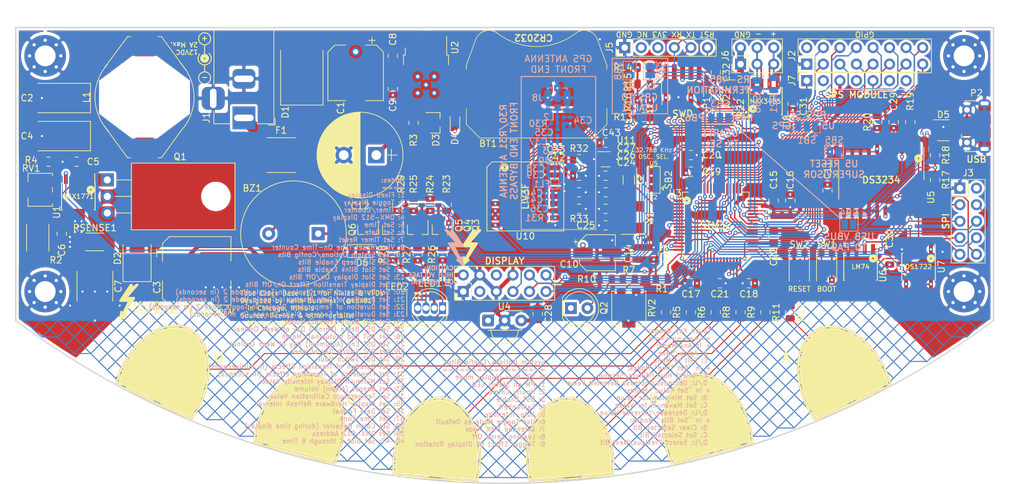
<source format=kicad_pcb>
(kicad_pcb (version 20171130) (host pcbnew "(5.1.0-0)")
  (layers (0 F.Cu mixed) (1 In1.Cu power) (2 In2.Cu power) (31 B.Cu mixed) (34 B.Paste user) (35 F.Paste user) (36 B.SilkS user) (37 F.SilkS user) (38 B.Mask user) (39 F.Mask user) (44 Edge.Cuts user))
  (net 0 "")
  (net 1 +V_IN)
  (net 2 GND)
  (net 3 +V_HV)
  (net 4 +3V3)
  (net 5 "Net-(D2-Pad2)")
  (net 6 "Net-(F1-Pad2)")
  (net 7 "Net-(R5-Pad2)")
  (net 8 "Net-(R7-Pad2)")
  (net 9 "Net-(R8-Pad2)")
  (net 10 "Net-(R11-Pad2)")
  (net 11 "Net-(Q1-Pad3)")
  (net 12 G3_K2)
  (net 13 "Net-(LED1-Pad3)")
  (net 14 "Net-(Q4-Pad3)")
  (net 15 ADC_IN)
  (net 16 "Net-(R6-Pad2)")
  (net 17 G3_K3)
  (net 18 G6_K1)
  (net 19 G3_K1)
  (net 20 "Net-(D3-Pad3)")
  (net 21 G6_K2)
  (net 22 SYS_SWCLK)
  (net 23 G6_K3)
  (net 24 /TubeClock-MCU/BEEP)
  (net 25 "Net-(LED1-Pad4)")
  (net 26 "Net-(Q5-Pad3)")
  (net 27 "Net-(Q3-Pad3)")
  (net 28 "Net-(LED1-Pad1)")
  (net 29 /TubeClock-MCU/LED2)
  (net 30 /TubeClock-MCU/LED1)
  (net 31 /TubeClock-MCU/LED0)
  (net 32 SYS_SWDIO)
  (net 33 BOOT0)
  (net 34 /TubeClock-MCU/OSC32_IN)
  (net 35 "Net-(D5-Pad5)")
  (net 36 "Net-(Q1-Pad1)")
  (net 37 USB+)
  (net 38 USB-)
  (net 39 "Net-(D5-Pad4)")
  (net 40 "Net-(D5-Pad6)")
  (net 41 "Net-(BZ1-Pad2)")
  (net 42 +BATT)
  (net 43 /TubeClock-MCU/SHUTDOWN)
  (net 44 "Net-(C6-Pad1)")
  (net 45 /TubeClock-MCU/SPI1_NSS_TEMP)
  (net 46 /TubeClock-Display/SPI1_SCK)
  (net 47 /TubeClock-MCU/SPI1_MISO)
  (net 48 /TubeClock-Display/SPI1_MOSI)
  (net 49 /TubeClock-MCU/USART2_TX)
  (net 50 /TubeClock-MCU/USART2_MODE)
  (net 51 /TubeClock-MCU/USART2_RX)
  (net 52 /TubeClock-MCU/SPI1_NSS_RTC)
  (net 53 "Net-(C24-Pad1)")
  (net 54 STM32_PC1)
  (net 55 /TubeClock-MCU/SPI2_MISO)
  (net 56 /TubeClock-MCU/SPI2_MOSI)
  (net 57 STM32_PA0)
  (net 58 STM32_PC4)
  (net 59 G3_CS)
  (net 60 /TubeClock-MCU/SPI2_SCK)
  (net 61 G6_CS)
  (net 62 STM32_PB15)
  (net 63 STM32_PC9)
  (net 64 STM32_PA9)
  (net 65 STM32_PA15)
  (net 66 /TubeClock-Display/SPI1_NSS_DISP)
  (net 67 STM32_PD2)
  (net 68 /TubeClock-Display/BLANK)
  (net 69 /TubeClock-Display/SPI1_MISO_DISP)
  (net 70 STM32_PB5)
  (net 71 STM32_PB6)
  (net 72 STM32_PB7)
  (net 73 STM32_PB8)
  (net 74 STM32_PB9)
  (net 75 "Net-(D1-Pad1)")
  (net 76 "Net-(BT1-Pad1)")
  (net 77 "Net-(SB5-Pad2)")
  (net 78 "Net-(SB7-Pad1)")
  (net 79 /TubeClock-GPS/RESET)
  (net 80 /TubeClock-GPS/USART1_TX)
  (net 81 /TubeClock-GPS/USART1_RX)
  (net 82 +V_RF)
  (net 83 +V_ANT)
  (net 84 "Net-(C35-Pad2)")
  (net 85 "Net-(C35-Pad1)")
  (net 86 "Net-(L3-Pad2)")
  (net 87 ANT_OFF)
  (net 88 "Net-(C12-Pad1)")
  (net 89 "Net-(C25-Pad1)")
  (net 90 "Net-(C26-Pad2)")
  (net 91 "Net-(C27-Pad1)")
  (net 92 "Net-(C32-Pad1)")
  (net 93 "Net-(C36-Pad2)")
  (net 94 "Net-(C36-Pad1)")
  (net 95 "Net-(C38-Pad1)")
  (net 96 /TubeClock-MCU/SQW_IN)
  (net 97 "Net-(J6-Pad5)")
  (net 98 "Net-(J6-Pad3)")
  (net 99 "Net-(J6-Pad1)")
  (net 100 "Net-(SB2-Pad2)")
  (net 101 /TubeClock-GPS/SQW_OUT_GPS)
  (net 102 /TubeClock-Peripherals/SQW_OUT_RTC)
  (net 103 "Net-(R2-Pad2)")
  (net 104 "Net-(R4-Pad1)")
  (net 105 "Net-(R9-Pad2)")
  (net 106 "Net-(R12-Pad2)")
  (net 107 "Net-(R17-Pad2)")
  (net 108 "Net-(R21-Pad2)")
  (net 109 "Net-(R30-Pad1)")
  (net 110 "Net-(R32-Pad2)")
  (net 111 "Net-(SB8-Pad1)")
  (module TubeClock:LCC-18 (layer F.Cu) (at 147.8534 114.935 270)
    (fp_text reference U10 (at 6.096 0) (layer F.SilkS))
    (fp_text value Teseo-LIV3F)
    (pad 9 smd rect (at 4.4 4.6 270) (size 0.8 1.6) (layers F.Cu F.Paste F.Mask) (net 79 /TubeClock-GPS/RESET))
    (pad 10 smd rect (at 4.4 -4.6 270) (size 0.8 1.6) (layers F.Cu F.Paste F.Mask) (net 2 GND))
    (pad 8 smd rect (at 3.3 4.6 270) (size 0.8 1.6) (layers F.Cu F.Paste F.Mask) (net 4 +3V3))
    (pad 11 smd rect (at 3.3 -4.6 270) (size 0.8 1.6) (layers F.Cu F.Paste F.Mask) (net 94 "Net-(C36-Pad1)"))
    (pad 7 smd rect (at 2.2 4.6 270) (size 0.8 1.6) (layers F.Cu F.Paste F.Mask) (net 4 +3V3))
    (pad 12 smd rect (at 2.2 -4.6 270) (size 0.8 1.6) (layers F.Cu F.Paste F.Mask) (net 2 GND))
    (pad 6 smd rect (at 1.1 4.6 270) (size 0.8 1.6) (layers F.Cu F.Paste F.Mask) (net 42 +BATT))
    (pad 13 smd rect (at 1.1 -4.6 270) (size 0.8 1.6) (layers F.Cu F.Paste F.Mask) (net 87 ANT_OFF))
    (pad 5 smd rect (at 0 4.6 270) (size 0.8 1.6) (layers F.Cu F.Paste F.Mask))
    (pad 14 smd rect (at 0 -4.6 270) (size 0.8 1.6) (layers F.Cu F.Paste F.Mask) (net 82 +V_RF))
    (pad 4 smd rect (at -1.1 4.6 270) (size 0.8 1.6) (layers F.Cu F.Paste F.Mask) (net 101 /TubeClock-GPS/SQW_OUT_GPS))
    (pad 15 smd rect (at -1.1 -4.6 270) (size 0.8 1.6) (layers F.Cu F.Paste F.Mask))
    (pad 3 smd rect (at -2.2 4.6 270) (size 0.8 1.6) (layers F.Cu F.Paste F.Mask) (net 111 "Net-(SB8-Pad1)"))
    (pad 16 smd rect (at -2.2 -4.6 270) (size 0.8 1.6) (layers F.Cu F.Paste F.Mask))
    (pad 2 smd rect (at -3.3 4.6 270) (size 0.8 1.6) (layers F.Cu F.Paste F.Mask) (net 78 "Net-(SB7-Pad1)"))
    (pad 17 smd rect (at -3.3 -4.6 270) (size 0.8 1.6) (layers F.Cu F.Paste F.Mask))
    (pad 1 smd rect (at -4.4 4.6 270) (size 0.8 1.6) (layers F.Cu F.Paste F.Mask) (net 2 GND))
    (pad 18 smd rect (at -4.4 -4.6 270) (size 0.8 1.6) (layers F.Cu F.Paste F.Mask))
  )
  (module TubeClock:TSNP-6-2_1.2x0.8mm (layer B.Cu) (at 152.781 109.4994 180)
    (fp_text reference U9 (at 1.9304 0.0254 180) (layer B.SilkS) (effects (justify mirror)))
    (fp_text value BGA824N6)
    (pad 3 smd circle (at 0.4 -0.2 180) (size 0.25 0.25) (layers B.Cu B.Paste B.Mask) (net 95 "Net-(C38-Pad1)"))
    (pad 4 smd circle (at 0.4 0.2 180) (size 0.25 0.25) (layers B.Cu B.Paste B.Mask) (net 2 GND))
    (pad 2 smd circle (at 0 -0.2 180) (size 0.25 0.25) (layers B.Cu B.Paste B.Mask) (net 82 +V_RF))
    (pad 5 smd circle (at 0 0.2 180) (size 0.25 0.25) (layers B.Cu B.Paste B.Mask) (net 86 "Net-(L3-Pad2)"))
    (pad 1 smd circle (at -0.4 -0.2 180) (size 0.25 0.25) (layers B.Cu B.Paste B.Mask) (net 2 GND))
    (pad 6 smd circle (at -0.4 0.2 180) (size 0.25 0.25) (layers B.Cu B.Paste B.Mask) (net 87 ANT_OFF))
  )
  (module TubeClock:L_EPCOS_B82479A1_Handsoldering (layer F.Cu) (at 89.4334 99.695 90)
    (fp_text reference L1 (at 0 -8.89 90) (layer F.SilkS))
    (fp_text value "100µH 2A")
    (pad 1 smd rect (at 7.685 0 90) (size 2.8 2.95) (layers F.Cu F.Paste F.Mask) (net 1 +V_IN))
    (pad 2 smd rect (at -7.685 0 90) (size 2.95 2.8) (layers F.Cu F.Paste F.Mask) (net 5 "Net-(D2-Pad2)"))
  )
  (module TubeClock:Filter_1411-5_1.4x1.1mm (layer B.Cu) (at 152.3746 113.0554 270)
    (fp_text reference FL1 (at -0.0254 2.032) (layer B.SilkS) (effects (justify mirror)))
    (fp_text value B39162B4327P810)
    (pad 1 smd rect (at -0.5 0 180) (size 0.325 0.25) (layers B.Cu B.Paste B.Mask) (net 95 "Net-(C38-Pad1)"))
    (pad 2 smd rect (at 0 -0.2875 180) (size 0.325 0.25) (layers B.Cu B.Paste B.Mask) (net 2 GND))
    (pad 3 smd rect (at 0.5 -0.2875 180) (size 0.325 0.25) (layers B.Cu B.Paste B.Mask) (net 2 GND))
    (pad 4 smd rect (at 0.5 0.2875 180) (size 0.325 0.25) (layers B.Cu B.Paste B.Mask) (net 93 "Net-(C36-Pad2)"))
    (pad 5 smd rect (at 0 0.2875 180) (size 0.325 0.25) (layers B.Cu B.Paste B.Mask) (net 2 GND))
  )
  (module TubeClock:CP_Radial_D13.0mm_P5.00mm_HD1.5mm (layer F.Cu) (at 124.9934 108.585 180)
    (fp_text reference C12 (at 2.5 -7.81 180) (layer F.SilkS))
    (fp_text value "470 mF")
    (pad 2 thru_hole circle (at 5 0 180) (size 2.5 2.5) (drill 1.5) (layers *.Cu *.Mask) (net 2 GND))
    (pad 1 thru_hole rect (at 0 0 180) (size 2.5 2.5) (drill 1.5) (layers *.Cu *.Mask) (net 88 "Net-(C12-Pad1)"))
  )
  (module TubeClock:C_2420_HandSoldering (layer F.Cu) (at 81.8134 128.73 270)
    (fp_text reference C7 (at 0 -3.6 270) (layer F.SilkS))
    (fp_text value "100 nF 250 V")
    (pad 1 smd rect (at -3 0 270) (size 2 5) (layers F.Cu F.Paste F.Mask) (net 3 +V_HV))
    (pad 2 smd rect (at 3 0 270) (size 2 5) (layers F.Cu F.Paste F.Mask) (net 2 GND))
  )
  (module TubeClock:Buzzer_16x14RM7.6 (layer F.Cu) (at 116.0834 120.65 180)
    (fp_text reference BZ1 (at 10.14 6.985 180) (layer F.SilkS))
    (fp_text value Buzzer)
    (pad 2 thru_hole circle (at 7.6 0 180) (size 2 2) (drill 1) (layers *.Cu *.Mask) (net 41 "Net-(BZ1-Pad2)"))
    (pad 1 thru_hole rect (at 0 0 180) (size 2 2) (drill 1) (layers *.Cu *.Mask) (net 1 +V_IN))
  )
  (module TubeClock:BatteryHolder_Keystone_3034_1x20mm (layer F.Cu) (at 149.5784 98.425 180)
    (fp_text reference BT1 (at 7.44 -8.382) (layer F.SilkS))
    (fp_text value CR2032)
    (pad 1 smd rect (at -11.5 0 180) (size 2.54 5.08) (layers F.Cu F.Paste F.Mask) (net 76 "Net-(BT1-Pad1)"))
    (pad 1 smd rect (at 11.5 0 180) (size 2.54 5.08) (layers F.Cu F.Paste F.Mask) (net 76 "Net-(BT1-Pad1)"))
    (pad 2 smd circle (at 0 0 180) (size 5 5) (layers F.Cu F.Paste F.Mask) (net 2 GND))
  )
  (module Connector_PinSocket_2.54mm:PinSocket_1x07_P2.54mm_Vertical (layer F.Cu) (at 191.0334 97.155 90)
    (fp_text reference J7 (at 0 -2.286 90) (layer F.SilkS))
    (fp_text value Conn_01x07)
    (pad 7 thru_hole oval (at 0 15.24 90) (size 1.7 1.7) (drill 1) (layers *.Cu *.Mask) (net 42 +BATT))
    (pad 6 thru_hole oval (at 0 12.7 90) (size 1.7 1.7) (drill 1) (layers *.Cu *.Mask))
    (pad 5 thru_hole oval (at 0 10.16 90) (size 1.7 1.7) (drill 1) (layers *.Cu *.Mask) (net 81 /TubeClock-GPS/USART1_RX))
    (pad 4 thru_hole oval (at 0 7.62 90) (size 1.7 1.7) (drill 1) (layers *.Cu *.Mask) (net 80 /TubeClock-GPS/USART1_TX))
    (pad 3 thru_hole oval (at 0 5.08 90) (size 1.7 1.7) (drill 1) (layers *.Cu *.Mask) (net 2 GND))
    (pad 2 thru_hole oval (at 0 2.54 90) (size 1.7 1.7) (drill 1) (layers *.Cu *.Mask) (net 4 +3V3))
    (pad 1 thru_hole rect (at 0 0 90) (size 1.7 1.7) (drill 1) (layers *.Cu *.Mask) (net 101 /TubeClock-GPS/SQW_OUT_GPS))
  )
  (module Package_TO_SOT_SMD:SOT-353_SC-70-5 (layer F.Cu) (at 160.1724 109.22)
    (fp_text reference U11 (at 3.175 -2.921 -180) (layer F.SilkS))
    (fp_text value TPS22943)
    (pad 5 smd rect (at 0.95 -0.65) (size 0.65 0.4) (layers F.Cu F.Paste F.Mask) (net 82 +V_RF))
    (pad 4 smd rect (at 0.95 0.65) (size 0.65 0.4) (layers F.Cu F.Paste F.Mask) (net 87 ANT_OFF))
    (pad 2 smd rect (at -0.95 0) (size 0.65 0.4) (layers F.Cu F.Paste F.Mask) (net 2 GND))
    (pad 3 smd rect (at -0.95 0.65) (size 0.65 0.4) (layers F.Cu F.Paste F.Mask) (net 110 "Net-(R32-Pad2)"))
    (pad 1 smd rect (at -0.95 -0.65) (size 0.65 0.4) (layers F.Cu F.Paste F.Mask) (net 83 +V_ANT))
  )
  (module Resistor_SMD:R_0402_1005Metric (layer B.Cu) (at 151.5872 118.237)
    (fp_text reference R31 (at -2.3368 0) (layer B.SilkS) (effects (justify mirror)))
    (fp_text value 0)
    (pad 2 smd roundrect (at 0.485 0) (size 0.59 0.64) (layers B.Cu B.Paste B.Mask) (net 94 "Net-(C36-Pad1)"))
    (pad 1 smd roundrect (at -0.485 0) (size 0.59 0.64) (layers B.Cu B.Paste B.Mask) (net 109 "Net-(R30-Pad1)"))
  )
  (module Resistor_SMD:R_0402_1005Metric (layer B.Cu) (at 152.2984 103.7082)
    (fp_text reference R30 (at -2.4638 0.0508) (layer B.SilkS) (effects (justify mirror)))
    (fp_text value 0)
    (pad 2 smd roundrect (at 0.485 0) (size 0.59 0.64) (layers B.Cu B.Paste B.Mask) (net 84 "Net-(C35-Pad2)"))
    (pad 1 smd roundrect (at -0.485 0) (size 0.59 0.64) (layers B.Cu B.Paste B.Mask) (net 109 "Net-(R30-Pad1)"))
  )
  (module Capacitor_SMD:C_0402_1005Metric (layer B.Cu) (at 151.5872 115.3922 180)
    (fp_text reference C41 (at 2.4638 -0.0508 180) (layer B.SilkS) (effects (justify mirror)))
    (fp_text value "3.9 pF")
    (pad 2 smd roundrect (at 0.485 0 180) (size 0.59 0.64) (layers B.Cu B.Paste B.Mask) (net 2 GND))
    (pad 1 smd roundrect (at -0.485 0 180) (size 0.59 0.64) (layers B.Cu B.Paste B.Mask) (net 93 "Net-(C36-Pad2)"))
  )
  (module Capacitor_SMD:C_0402_1005Metric (layer B.Cu) (at 151.5872 114.4524 180)
    (fp_text reference C40 (at 2.4638 0.0254 180) (layer B.SilkS) (effects (justify mirror)))
    (fp_text value "3.9 pF")
    (pad 2 smd roundrect (at 0.485 0 180) (size 0.59 0.64) (layers B.Cu B.Paste B.Mask) (net 2 GND))
    (pad 1 smd roundrect (at -0.485 0 180) (size 0.59 0.64) (layers B.Cu B.Paste B.Mask) (net 93 "Net-(C36-Pad2)"))
  )
  (module Capacitor_SMD:C_0402_1005Metric (layer B.Cu) (at 151.892 111.5822 180)
    (fp_text reference C39 (at 2.4384 -0.0508 180) (layer B.SilkS) (effects (justify mirror)))
    (fp_text value "3.9 pF")
    (pad 2 smd roundrect (at 0.485 0 180) (size 0.59 0.64) (layers B.Cu B.Paste B.Mask) (net 2 GND))
    (pad 1 smd roundrect (at -0.485 0 180) (size 0.59 0.64) (layers B.Cu B.Paste B.Mask) (net 95 "Net-(C38-Pad1)"))
  )
  (module Capacitor_SMD:C_0402_1005Metric (layer B.Cu) (at 151.892 110.6424 180)
    (fp_text reference C38 (at 2.4384 0 180) (layer B.SilkS) (effects (justify mirror)))
    (fp_text value "3.9 pF")
    (pad 2 smd roundrect (at 0.485 0 180) (size 0.59 0.64) (layers B.Cu B.Paste B.Mask) (net 2 GND))
    (pad 1 smd roundrect (at -0.485 0 180) (size 0.59 0.64) (layers B.Cu B.Paste B.Mask) (net 95 "Net-(C38-Pad1)"))
  )
  (module Capacitor_SMD:C_0402_1005Metric (layer B.Cu) (at 152.2984 106.5022)
    (fp_text reference C37 (at -2.4638 0) (layer B.SilkS) (effects (justify mirror)))
    (fp_text value "3.9 pF")
    (pad 2 smd roundrect (at 0.485 0) (size 0.59 0.64) (layers B.Cu B.Paste B.Mask) (net 85 "Net-(C35-Pad1)"))
    (pad 1 smd roundrect (at -0.485 0) (size 0.59 0.64) (layers B.Cu B.Paste B.Mask) (net 2 GND))
  )
  (module Capacitor_SMD:C_0402_1005Metric (layer B.Cu) (at 152.0698 116.8146 90)
    (fp_text reference C36 (at -0.0254 -2.0574 180) (layer B.SilkS) (effects (justify mirror)))
    (fp_text value "120 pF")
    (pad 2 smd roundrect (at 0.485 0 90) (size 0.59 0.64) (layers B.Cu B.Paste B.Mask) (net 93 "Net-(C36-Pad2)"))
    (pad 1 smd roundrect (at -0.485 0 90) (size 0.59 0.64) (layers B.Cu B.Paste B.Mask) (net 94 "Net-(C36-Pad1)"))
  )
  (module Capacitor_SMD:C_0402_1005Metric (layer B.Cu) (at 152.781 105.1052 90)
    (fp_text reference C35 (at 0 -2.0574 180) (layer B.SilkS) (effects (justify mirror)))
    (fp_text value "120 pF")
    (pad 2 smd roundrect (at 0.485 0 90) (size 0.59 0.64) (layers B.Cu B.Paste B.Mask) (net 84 "Net-(C35-Pad2)"))
    (pad 1 smd roundrect (at -0.485 0 90) (size 0.59 0.64) (layers B.Cu B.Paste B.Mask) (net 85 "Net-(C35-Pad1)"))
  )
  (module Capacitor_SMD:C_0402_1005Metric (layer B.Cu) (at 154.7368 103.251 270)
    (fp_text reference C34 (at 0 -1.9558) (layer B.SilkS) (effects (justify mirror)))
    (fp_text value "120 pF")
    (pad 2 smd roundrect (at 0.485 0 270) (size 0.59 0.64) (layers B.Cu B.Paste B.Mask) (net 2 GND))
    (pad 1 smd roundrect (at -0.485 0 270) (size 0.59 0.64) (layers B.Cu B.Paste B.Mask) (net 83 +V_ANT))
  )
  (module Connector_BarrelJack:BarrelJack_Horizontal (layer F.Cu) (at 104.6734 102.87 270)
    (fp_text reference J1 (at 0 5.75 270) (layer F.SilkS))
    (fp_text value Jack-DC)
    (pad 3 thru_hole roundrect (at -3 4.7 270) (size 3.5 3.5) (drill oval 3 1) (layers *.Cu *.Mask) (net 2 GND))
    (pad 2 thru_hole roundrect (at -6 0 270) (size 3 3.5) (drill oval 1 3) (layers *.Cu *.Mask) (net 2 GND))
    (pad 1 thru_hole rect (at 0 0 270) (size 3.5 3.5) (drill oval 1 3) (layers *.Cu *.Mask) (net 6 "Net-(F1-Pad2)"))
  )
  (module Resistor_SMD:R_0805_2012Metric (layer F.Cu) (at 168.8084 127.635)
    (fp_text reference R1 (at 0 1.524) (layer F.SilkS))
    (fp_text value 100K)
    (pad 2 smd roundrect (at 0.9375 0) (size 0.975 1.4) (layers F.Cu F.Paste F.Mask) (net 43 /TubeClock-MCU/SHUTDOWN))
    (pad 1 smd roundrect (at -0.9375 0) (size 0.975 1.4) (layers F.Cu F.Paste F.Mask) (net 4 +3V3))
  )
  (module Symbol:Symbol_Barrel_Polarity (layer F.Cu) (at 98.5774 93.726 90)
    (fp_text reference REF** hide)
    (fp_text value Symbol_Barrel_Polarity)
  )
  (module Jumper:SolderJumper-3_P1.3mm_Open_Pad1.0x1.5mm (layer B.Cu) (at 191.0334 104.14 180)
    (fp_text reference SB1 (at 0 -2.159 180) (layer B.SilkS) (effects (justify mirror)))
    (fp_text value GS3)
    (pad 1 smd rect (at -1.3 0 180) (size 1 1.5) (layers B.Cu B.Mask) (net 102 /TubeClock-Peripherals/SQW_OUT_RTC))
    (pad 2 smd rect (at 0 0 180) (size 1 1.5) (layers B.Cu B.Mask) (net 96 /TubeClock-MCU/SQW_IN))
    (pad 3 smd rect (at 1.3 0 180) (size 1 1.5) (layers B.Cu B.Mask) (net 101 /TubeClock-GPS/SQW_OUT_GPS))
  )
  (module Capacitor_SMD:CP_Elec_5x5.3 (layer F.Cu) (at 158.9024 123.571)
    (fp_text reference C10 (at -4.318 1.778) (layer F.SilkS))
    (fp_text value "100 uF")
    (pad 2 smd roundrect (at 2.2 0) (size 3 1.6) (layers F.Cu F.Paste F.Mask) (roundrect_rratio 0.15625) (net 2 GND))
    (pad 1 smd roundrect (at -2.2 0) (size 3 1.6) (layers F.Cu F.Paste F.Mask) (roundrect_rratio 0.15625) (net 4 +3V3))
  )
  (module Package_QFP:LQFP-64_10x10mm_P0.5mm (layer F.Cu) (at 177.0634 119.38)
    (fp_text reference U3 (at -6.223 -4.953) (layer F.SilkS))
    (fp_text value STM32F072RBTx)
    (pad 64 smd roundrect (at -3.75 -5.675) (size 0.3 1.55) (layers F.Cu F.Paste F.Mask) (net 4 +3V3))
    (pad 63 smd roundrect (at -3.25 -5.675) (size 0.3 1.55) (layers F.Cu F.Paste F.Mask) (net 2 GND))
    (pad 62 smd roundrect (at -2.75 -5.675) (size 0.3 1.55) (layers F.Cu F.Paste F.Mask) (net 74 STM32_PB9))
    (pad 61 smd roundrect (at -2.25 -5.675) (size 0.3 1.55) (layers F.Cu F.Paste F.Mask) (net 73 STM32_PB8))
    (pad 60 smd roundrect (at -1.75 -5.675) (size 0.3 1.55) (layers F.Cu F.Paste F.Mask) (net 33 BOOT0))
    (pad 59 smd roundrect (at -1.25 -5.675) (size 0.3 1.55) (layers F.Cu F.Paste F.Mask) (net 72 STM32_PB7))
    (pad 58 smd roundrect (at -0.75 -5.675) (size 0.3 1.55) (layers F.Cu F.Paste F.Mask) (net 71 STM32_PB6))
    (pad 57 smd roundrect (at -0.25 -5.675) (size 0.3 1.55) (layers F.Cu F.Paste F.Mask) (net 70 STM32_PB5))
    (pad 56 smd roundrect (at 0.25 -5.675) (size 0.3 1.55) (layers F.Cu F.Paste F.Mask) (net 69 /TubeClock-Display/SPI1_MISO_DISP))
    (pad 55 smd roundrect (at 0.75 -5.675) (size 0.3 1.55) (layers F.Cu F.Paste F.Mask) (net 68 /TubeClock-Display/BLANK))
    (pad 54 smd roundrect (at 1.25 -5.675) (size 0.3 1.55) (layers F.Cu F.Paste F.Mask) (net 67 STM32_PD2))
    (pad 53 smd roundrect (at 1.75 -5.675) (size 0.3 1.55) (layers F.Cu F.Paste F.Mask) (net 45 /TubeClock-MCU/SPI1_NSS_TEMP))
    (pad 52 smd roundrect (at 2.25 -5.675) (size 0.3 1.55) (layers F.Cu F.Paste F.Mask) (net 52 /TubeClock-MCU/SPI1_NSS_RTC))
    (pad 51 smd roundrect (at 2.75 -5.675) (size 0.3 1.55) (layers F.Cu F.Paste F.Mask) (net 66 /TubeClock-Display/SPI1_NSS_DISP))
    (pad 50 smd roundrect (at 3.25 -5.675) (size 0.3 1.55) (layers F.Cu F.Paste F.Mask) (net 65 STM32_PA15))
    (pad 49 smd roundrect (at 3.75 -5.675) (size 0.3 1.55) (layers F.Cu F.Paste F.Mask) (net 22 SYS_SWCLK))
    (pad 48 smd roundrect (at 5.675 -3.75) (size 1.55 0.3) (layers F.Cu F.Paste F.Mask) (net 4 +3V3))
    (pad 47 smd roundrect (at 5.675 -3.25) (size 1.55 0.3) (layers F.Cu F.Paste F.Mask) (net 2 GND))
    (pad 46 smd roundrect (at 5.675 -2.75) (size 1.55 0.3) (layers F.Cu F.Paste F.Mask) (net 32 SYS_SWDIO))
    (pad 45 smd roundrect (at 5.675 -2.25) (size 1.55 0.3) (layers F.Cu F.Paste F.Mask) (net 37 USB+))
    (pad 44 smd roundrect (at 5.675 -1.75) (size 1.55 0.3) (layers F.Cu F.Paste F.Mask) (net 38 USB-))
    (pad 43 smd roundrect (at 5.675 -1.25) (size 1.55 0.3) (layers F.Cu F.Paste F.Mask) (net 81 /TubeClock-GPS/USART1_RX))
    (pad 42 smd roundrect (at 5.675 -0.75) (size 1.55 0.3) (layers F.Cu F.Paste F.Mask) (net 64 STM32_PA9))
    (pad 41 smd roundrect (at 5.675 -0.25) (size 1.55 0.3) (layers F.Cu F.Paste F.Mask) (net 24 /TubeClock-MCU/BEEP))
    (pad 40 smd roundrect (at 5.675 0.25) (size 1.55 0.3) (layers F.Cu F.Paste F.Mask) (net 63 STM32_PC9))
    (pad 39 smd roundrect (at 5.675 0.75) (size 1.55 0.3) (layers F.Cu F.Paste F.Mask) (net 29 /TubeClock-MCU/LED2))
    (pad 38 smd roundrect (at 5.675 1.25) (size 1.55 0.3) (layers F.Cu F.Paste F.Mask) (net 30 /TubeClock-MCU/LED1))
    (pad 37 smd roundrect (at 5.675 1.75) (size 1.55 0.3) (layers F.Cu F.Paste F.Mask) (net 31 /TubeClock-MCU/LED0))
    (pad 36 smd roundrect (at 5.675 2.25) (size 1.55 0.3) (layers F.Cu F.Paste F.Mask) (net 62 STM32_PB15))
    (pad 35 smd roundrect (at 5.675 2.75) (size 1.55 0.3) (layers F.Cu F.Paste F.Mask) (net 61 G6_CS))
    (pad 34 smd roundrect (at 5.675 3.25) (size 1.55 0.3) (layers F.Cu F.Paste F.Mask) (net 23 G6_K3))
    (pad 33 smd roundrect (at 5.675 3.75) (size 1.55 0.3) (layers F.Cu F.Paste F.Mask) (net 21 G6_K2))
    (pad 32 smd roundrect (at 3.75 5.675) (size 0.3 1.55) (layers F.Cu F.Paste F.Mask) (net 4 +3V3))
    (pad 31 smd roundrect (at 3.25 5.675) (size 0.3 1.55) (layers F.Cu F.Paste F.Mask) (net 2 GND))
    (pad 30 smd roundrect (at 2.75 5.675) (size 0.3 1.55) (layers F.Cu F.Paste F.Mask) (net 18 G6_K1))
    (pad 29 smd roundrect (at 2.25 5.675) (size 0.3 1.55) (layers F.Cu F.Paste F.Mask) (net 60 /TubeClock-MCU/SPI2_SCK))
    (pad 28 smd roundrect (at 1.75 5.675) (size 0.3 1.55) (layers F.Cu F.Paste F.Mask) (net 59 G3_CS))
    (pad 27 smd roundrect (at 1.25 5.675) (size 0.3 1.55) (layers F.Cu F.Paste F.Mask) (net 17 G3_K3))
    (pad 26 smd roundrect (at 0.75 5.675) (size 0.3 1.55) (layers F.Cu F.Paste F.Mask) (net 12 G3_K2))
    (pad 25 smd roundrect (at 0.25 5.675) (size 0.3 1.55) (layers F.Cu F.Paste F.Mask) (net 19 G3_K1))
    (pad 24 smd roundrect (at -0.25 5.675) (size 0.3 1.55) (layers F.Cu F.Paste F.Mask) (net 58 STM32_PC4))
    (pad 23 smd roundrect (at -0.75 5.675) (size 0.3 1.55) (layers F.Cu F.Paste F.Mask) (net 48 /TubeClock-Display/SPI1_MOSI))
    (pad 22 smd roundrect (at -1.25 5.675) (size 0.3 1.55) (layers F.Cu F.Paste F.Mask) (net 47 /TubeClock-MCU/SPI1_MISO))
    (pad 21 smd roundrect (at -1.75 5.675) (size 0.3 1.55) (layers F.Cu F.Paste F.Mask) (net 46 /TubeClock-Display/SPI1_SCK))
    (pad 20 smd roundrect (at -2.25 5.675) (size 0.3 1.55) (layers F.Cu F.Paste F.Mask) (net 43 /TubeClock-MCU/SHUTDOWN))
    (pad 19 smd roundrect (at -2.75 5.675) (size 0.3 1.55) (layers F.Cu F.Paste F.Mask) (net 4 +3V3))
    (pad 18 smd roundrect (at -3.25 5.675) (size 0.3 1.55) (layers F.Cu F.Paste F.Mask) (net 2 GND))
    (pad 17 smd roundrect (at -3.75 5.675) (size 0.3 1.55) (layers F.Cu F.Paste F.Mask) (net 51 /TubeClock-MCU/USART2_RX))
    (pad 16 smd roundrect (at -5.675 3.75) (size 1.55 0.3) (layers F.Cu F.Paste F.Mask) (net 49 /TubeClock-MCU/USART2_TX))
    (pad 15 smd roundrect (at -5.675 3.25) (size 1.55 0.3) (layers F.Cu F.Paste F.Mask) (net 50 /TubeClock-MCU/USART2_MODE))
    (pad 14 smd roundrect (at -5.675 2.75) (size 1.55 0.3) (layers F.Cu F.Paste F.Mask) (net 57 STM32_PA0))
    (pad 13 smd roundrect (at -5.675 2.25) (size 1.55 0.3) (layers F.Cu F.Paste F.Mask) (net 4 +3V3))
    (pad 12 smd roundrect (at -5.675 1.75) (size 1.55 0.3) (layers F.Cu F.Paste F.Mask) (net 2 GND))
    (pad 11 smd roundrect (at -5.675 1.25) (size 1.55 0.3) (layers F.Cu F.Paste F.Mask) (net 56 /TubeClock-MCU/SPI2_MOSI))
    (pad 10 smd roundrect (at -5.675 0.75) (size 1.55 0.3) (layers F.Cu F.Paste F.Mask) (net 55 /TubeClock-MCU/SPI2_MISO))
    (pad 9 smd roundrect (at -5.675 0.25) (size 1.55 0.3) (layers F.Cu F.Paste F.Mask) (net 54 STM32_PC1))
    (pad 8 smd roundrect (at -5.675 -0.25) (size 1.55 0.3) (layers F.Cu F.Paste F.Mask) (net 15 ADC_IN))
    (pad 7 smd roundrect (at -5.675 -0.75) (size 1.55 0.3) (layers F.Cu F.Paste F.Mask) (net 79 /TubeClock-GPS/RESET))
    (pad 6 smd roundrect (at -5.675 -1.25) (size 1.55 0.3) (layers F.Cu F.Paste F.Mask) (net 89 "Net-(C25-Pad1)"))
    (pad 5 smd roundrect (at -5.675 -1.75) (size 1.55 0.3) (layers F.Cu F.Paste F.Mask) (net 53 "Net-(C24-Pad1)"))
    (pad 4 smd roundrect (at -5.675 -2.25) (size 1.55 0.3) (layers F.Cu F.Paste F.Mask) (net 90 "Net-(C26-Pad2)"))
    (pad 3 smd roundrect (at -5.675 -2.75) (size 1.55 0.3) (layers F.Cu F.Paste F.Mask) (net 100 "Net-(SB2-Pad2)"))
    (pad 2 smd roundrect (at -5.675 -3.25) (size 1.55 0.3) (layers F.Cu F.Paste F.Mask) (net 96 /TubeClock-MCU/SQW_IN))
    (pad 1 smd roundrect (at -5.675 -3.75) (size 1.55 0.3) (layers F.Cu F.Paste F.Mask) (net 42 +BATT))
  )
  (module Button_Switch_SMD:SW_Push_1P1T_NO_CK_KMR2 (layer F.Cu) (at 189.8904 125.73 90)
    (fp_text reference SW2 (at 3.429 0 180) (layer F.SilkS))
    (fp_text value SW_Push)
    (pad 2 smd rect (at 2.05 0.8 180) (size 0.9 1) (layers F.Cu F.Paste F.Mask) (net 79 /TubeClock-GPS/RESET))
    (pad 1 smd rect (at 2.05 -0.8 180) (size 0.9 1) (layers F.Cu F.Paste F.Mask) (net 2 GND))
    (pad 2 smd rect (at -2.05 0.8 180) (size 0.9 1) (layers F.Cu F.Paste F.Mask) (net 79 /TubeClock-GPS/RESET))
    (pad 1 smd rect (at -2.05 -0.8 180) (size 0.9 1) (layers F.Cu F.Paste F.Mask) (net 2 GND))
  )
  (module Button_Switch_SMD:SW_Push_1P1T_NO_CK_KMR2 (layer F.Cu) (at 194.0814 125.73 90)
    (fp_text reference SW1 (at 3.429 0 180) (layer F.SilkS))
    (fp_text value SW_Push)
    (pad 2 smd rect (at 2.05 0.8 180) (size 0.9 1) (layers F.Cu F.Paste F.Mask) (net 4 +3V3))
    (pad 1 smd rect (at 2.05 -0.8 180) (size 0.9 1) (layers F.Cu F.Paste F.Mask) (net 33 BOOT0))
    (pad 2 smd rect (at -2.05 0.8 180) (size 0.9 1) (layers F.Cu F.Paste F.Mask) (net 4 +3V3))
    (pad 1 smd rect (at -2.05 -0.8 180) (size 0.9 1) (layers F.Cu F.Paste F.Mask) (net 33 BOOT0))
  )
  (module Connector_Coaxial:U.FL_Molex_MCRF_73412-0110_Vertical (layer B.Cu) (at 152.781 99.7966 180)
    (fp_text reference J8 (at 3.0734 0 180) (layer B.SilkS) (effects (justify mirror)))
    (fp_text value Conn_Coaxial)
    (pad 1 smd rect (at 0 -1.5 180) (size 1 1) (layers B.Cu B.Paste B.Mask) (net 84 "Net-(C35-Pad2)"))
    (pad 2 smd rect (at 0 1.5 180) (size 1 1) (layers B.Cu B.Paste B.Mask) (net 2 GND))
    (pad 2 smd rect (at 1.475 0 180) (size 1.05 2.2) (layers B.Cu B.Paste B.Mask) (net 2 GND))
    (pad 2 smd rect (at -1.475 0 180) (size 1.05 2.2) (layers B.Cu B.Paste B.Mask) (net 2 GND))
  )
  (module Jumper:SolderJumper-2_P1.3mm_Open_Pad1.0x1.5mm (layer B.Cu) (at 163.8554 95.631 90)
    (fp_text reference SB8 (at 0 -1.778 90) (layer B.SilkS) (effects (justify mirror)))
    (fp_text value GS2)
    (pad 1 smd rect (at -0.65 0 90) (size 1 1.5) (layers B.Cu B.Mask) (net 111 "Net-(SB8-Pad1)"))
    (pad 2 smd rect (at 0.65 0 90) (size 1 1.5) (layers B.Cu B.Mask) (net 80 /TubeClock-GPS/USART1_TX))
  )
  (module Resistor_SMD:R_0805_2012Metric (layer F.Cu) (at 156.1084 116.84)
    (fp_text reference R33 (at 0 1.524) (layer F.SilkS))
    (fp_text value 10K)
    (pad 2 smd roundrect (at 0.9375 0) (size 0.975 1.4) (layers F.Cu F.Paste F.Mask) (net 2 GND))
    (pad 1 smd roundrect (at -0.9375 0) (size 0.975 1.4) (layers F.Cu F.Paste F.Mask) (net 87 ANT_OFF))
  )
  (module Resistor_SMD:R_0805_2012Metric (layer F.Cu) (at 156.1084 109.22)
    (fp_text reference R32 (at 0 -1.651) (layer F.SilkS))
    (fp_text value 100K)
    (pad 2 smd roundrect (at 0.9375 0) (size 0.975 1.4) (layers F.Cu F.Paste F.Mask) (net 110 "Net-(R32-Pad2)"))
    (pad 1 smd roundrect (at -0.9375 0) (size 0.975 1.4) (layers F.Cu F.Paste F.Mask) (net 82 +V_RF))
  )
  (module Inductor_SMD:L_0402_1005Metric (layer B.Cu) (at 152.781 107.8992 270)
    (fp_text reference L3 (at 0 1.4224) (layer B.SilkS) (effects (justify mirror)))
    (fp_text value L)
    (pad 2 smd roundrect (at 0.485 0 270) (size 0.59 0.64) (layers B.Cu B.Paste B.Mask) (net 86 "Net-(L3-Pad2)"))
    (pad 1 smd roundrect (at -0.485 0 270) (size 0.59 0.64) (layers B.Cu B.Paste B.Mask) (net 85 "Net-(C35-Pad1)"))
  )
  (module Inductor_SMD:L_0402_1005Metric (layer B.Cu) (at 153.2636 102.7684 180)
    (fp_text reference L2 (at 1.778 0.0254 180) (layer B.SilkS) (effects (justify mirror)))
    (fp_text value "100 nH")
    (pad 2 smd roundrect (at 0.485 0 180) (size 0.59 0.64) (layers B.Cu B.Paste B.Mask) (net 84 "Net-(C35-Pad2)"))
    (pad 1 smd roundrect (at -0.485 0 180) (size 0.59 0.64) (layers B.Cu B.Paste B.Mask) (net 83 +V_ANT))
  )
  (module Capacitor_SMD:C_0805_2012Metric (layer F.Cu) (at 160.1724 106.68 180)
    (fp_text reference C43 (at -0.889 1.524 180) (layer F.SilkS))
    (fp_text value "1 nF")
    (pad 2 smd roundrect (at 0.9375 0 180) (size 0.975 1.4) (layers F.Cu F.Paste F.Mask) (net 83 +V_ANT))
    (pad 1 smd roundrect (at -0.9375 0 180) (size 0.975 1.4) (layers F.Cu F.Paste F.Mask) (net 2 GND))
  )
  (module Capacitor_SMD:C_0805_2012Metric (layer F.Cu) (at 156.1084 114.3 180)
    (fp_text reference C42 (at 3.556 5.334 180) (layer F.SilkS))
    (fp_text value "10 uF")
    (pad 2 smd roundrect (at 0.9375 0 180) (size 0.975 1.4) (layers F.Cu F.Paste F.Mask) (net 82 +V_RF))
    (pad 1 smd roundrect (at -0.9375 0 180) (size 0.975 1.4) (layers F.Cu F.Paste F.Mask) (net 2 GND))
  )
  (module Capacitor_SMD:C_0805_2012Metric (layer F.Cu) (at 156.1084 111.76)
    (fp_text reference C33 (at -3.556 -4.064) (layer F.SilkS))
    (fp_text value "1 nF")
    (pad 2 smd roundrect (at 0.9375 0) (size 0.975 1.4) (layers F.Cu F.Paste F.Mask) (net 2 GND))
    (pad 1 smd roundrect (at -0.9375 0) (size 0.975 1.4) (layers F.Cu F.Paste F.Mask) (net 82 +V_RF))
  )
  (module Jumper:SolderJumper-2_P1.3mm_Open_Pad1.0x1.5mm (layer B.Cu) (at 167.0304 95.631 90)
    (fp_text reference SB7 (at 0 1.8 90) (layer B.SilkS) (effects (justify mirror)))
    (fp_text value GS2)
    (pad 1 smd rect (at -0.65 0 90) (size 1 1.5) (layers B.Cu B.Mask) (net 78 "Net-(SB7-Pad1)"))
    (pad 2 smd rect (at 0.65 0 90) (size 1 1.5) (layers B.Cu B.Mask) (net 81 /TubeClock-GPS/USART1_RX))
  )
  (module Connector_PinHeader_2.54mm:PinHeader_1x06_P2.54mm_Vertical (layer F.Cu) (at 163.0934 92.075 90)
    (fp_text reference J5 (at 0 -2.33 90) (layer F.SilkS))
    (fp_text value Conn_01x06)
    (pad 6 thru_hole oval (at 0 12.7 90) (size 1.7 1.7) (drill 1) (layers *.Cu *.Mask) (net 92 "Net-(C32-Pad1)"))
    (pad 5 thru_hole oval (at 0 10.16 90) (size 1.7 1.7) (drill 1) (layers *.Cu *.Mask) (net 80 /TubeClock-GPS/USART1_TX))
    (pad 4 thru_hole oval (at 0 7.62 90) (size 1.7 1.7) (drill 1) (layers *.Cu *.Mask) (net 81 /TubeClock-GPS/USART1_RX))
    (pad 3 thru_hole oval (at 0 5.08 90) (size 1.7 1.7) (drill 1) (layers *.Cu *.Mask) (net 4 +3V3))
    (pad 2 thru_hole oval (at 0 2.54 90) (size 1.7 1.7) (drill 1) (layers *.Cu *.Mask))
    (pad 1 thru_hole rect (at 0 0 90) (size 1.7 1.7) (drill 1) (layers *.Cu *.Mask) (net 2 GND))
  )
  (module Package_SO:SOIC-8_3.9x4.9mm_P1.27mm (layer F.Cu) (at 184.6834 100.33 90)
    (fp_text reference U8 (at -3.048 3.302 90) (layer F.SilkS))
    (fp_text value MAX485E)
    (pad 8 smd rect (at 2.7 -1.905 90) (size 1.55 0.6) (layers F.Cu F.Paste F.Mask) (net 4 +3V3))
    (pad 7 smd rect (at 2.7 -0.635 90) (size 1.55 0.6) (layers F.Cu F.Paste F.Mask) (net 98 "Net-(J6-Pad3)"))
    (pad 6 smd rect (at 2.7 0.635 90) (size 1.55 0.6) (layers F.Cu F.Paste F.Mask) (net 97 "Net-(J6-Pad5)"))
    (pad 5 smd rect (at 2.7 1.905 90) (size 1.55 0.6) (layers F.Cu F.Paste F.Mask) (net 2 GND))
    (pad 4 smd rect (at -2.7 1.905 90) (size 1.55 0.6) (layers F.Cu F.Paste F.Mask) (net 49 /TubeClock-MCU/USART2_TX))
    (pad 3 smd rect (at -2.7 0.635 90) (size 1.55 0.6) (layers F.Cu F.Paste F.Mask) (net 50 /TubeClock-MCU/USART2_MODE))
    (pad 2 smd rect (at -2.7 -0.635 90) (size 1.55 0.6) (layers F.Cu F.Paste F.Mask) (net 50 /TubeClock-MCU/USART2_MODE))
    (pad 1 smd rect (at -2.7 -1.905 90) (size 1.55 0.6) (layers F.Cu F.Paste F.Mask) (net 51 /TubeClock-MCU/USART2_RX))
  )
  (module Jumper:SolderJumper-2_P1.3mm_Open_Pad1.0x1.5mm (layer B.Cu) (at 183.4134 97.79 270)
    (fp_text reference SB6 (at 2.921 0 270) (layer B.SilkS) (effects (justify mirror)))
    (fp_text value GS2)
    (pad 1 smd rect (at -0.65 0 270) (size 1 1.5) (layers B.Cu B.Mask) (net 98 "Net-(J6-Pad3)"))
    (pad 2 smd rect (at 0.65 0 270) (size 1 1.5) (layers B.Cu B.Mask) (net 108 "Net-(R21-Pad2)"))
  )
  (module Connector_PinHeader_2.54mm:PinHeader_2x06_P2.54mm_Vertical (layer F.Cu) (at 138.3284 129.54 90)
    (fp_text reference J4 (at 1.27 -2.33 90) (layer F.SilkS))
    (fp_text value Conn_02x06_Odd_Even)
    (pad 12 thru_hole oval (at 2.54 12.7 90) (size 1.7 1.7) (drill 1) (layers *.Cu *.Mask) (net 69 /TubeClock-Display/SPI1_MISO_DISP))
    (pad 11 thru_hole oval (at 0 12.7 90) (size 1.7 1.7) (drill 1) (layers *.Cu *.Mask) (net 48 /TubeClock-Display/SPI1_MOSI))
    (pad 10 thru_hole oval (at 2.54 10.16 90) (size 1.7 1.7) (drill 1) (layers *.Cu *.Mask) (net 46 /TubeClock-Display/SPI1_SCK))
    (pad 9 thru_hole oval (at 0 10.16 90) (size 1.7 1.7) (drill 1) (layers *.Cu *.Mask) (net 66 /TubeClock-Display/SPI1_NSS_DISP))
    (pad 8 thru_hole oval (at 2.54 7.62 90) (size 1.7 1.7) (drill 1) (layers *.Cu *.Mask) (net 2 GND))
    (pad 7 thru_hole oval (at 0 7.62 90) (size 1.7 1.7) (drill 1) (layers *.Cu *.Mask) (net 68 /TubeClock-Display/BLANK))
    (pad 6 thru_hole oval (at 2.54 5.08 90) (size 1.7 1.7) (drill 1) (layers *.Cu *.Mask) (net 4 +3V3))
    (pad 5 thru_hole oval (at 0 5.08 90) (size 1.7 1.7) (drill 1) (layers *.Cu *.Mask) (net 2 GND))
    (pad 4 thru_hole oval (at 2.54 2.54 90) (size 1.7 1.7) (drill 1) (layers *.Cu *.Mask) (net 2 GND))
    (pad 3 thru_hole oval (at 0 2.54 90) (size 1.7 1.7) (drill 1) (layers *.Cu *.Mask) (net 1 +V_IN))
    (pad 2 thru_hole oval (at 2.54 0 90) (size 1.7 1.7) (drill 1) (layers *.Cu *.Mask) (net 3 +V_HV))
    (pad 1 thru_hole rect (at 0 0 90) (size 1.7 1.7) (drill 1) (layers *.Cu *.Mask) (net 2 GND))
  )
  (module Connector_PinHeader_2.54mm:PinHeader_2x03_P2.54mm_Vertical (layer F.Cu) (at 180.8734 94.615 90)
    (fp_text reference J6 (at 1.27 -2.33 90) (layer F.SilkS))
    (fp_text value Conn_02x03_Odd_Even)
    (pad 6 thru_hole oval (at 2.54 5.08 90) (size 1.7 1.7) (drill 1) (layers *.Cu *.Mask) (net 97 "Net-(J6-Pad5)"))
    (pad 5 thru_hole oval (at 0 5.08 90) (size 1.7 1.7) (drill 1) (layers *.Cu *.Mask) (net 97 "Net-(J6-Pad5)"))
    (pad 4 thru_hole oval (at 2.54 2.54 90) (size 1.7 1.7) (drill 1) (layers *.Cu *.Mask) (net 98 "Net-(J6-Pad3)"))
    (pad 3 thru_hole oval (at 0 2.54 90) (size 1.7 1.7) (drill 1) (layers *.Cu *.Mask) (net 98 "Net-(J6-Pad3)"))
    (pad 2 thru_hole oval (at 2.54 0 90) (size 1.7 1.7) (drill 1) (layers *.Cu *.Mask) (net 99 "Net-(J6-Pad1)"))
    (pad 1 thru_hole rect (at 0 0 90) (size 1.7 1.7) (drill 1) (layers *.Cu *.Mask) (net 99 "Net-(J6-Pad1)"))
  )
  (module Connector_PinHeader_2.54mm:PinHeader_2x08_P2.54mm_Vertical (layer F.Cu) (at 191.0334 94.615 90)
    (fp_text reference J2 (at 1.27 -2.286 270) (layer F.SilkS))
    (fp_text value Conn_02x08_Odd_Even)
    (pad 16 thru_hole oval (at 2.54 17.78 90) (size 1.7 1.7) (drill 1) (layers *.Cu *.Mask) (net 57 STM32_PA0))
    (pad 15 thru_hole oval (at 0 17.78 90) (size 1.7 1.7) (drill 1) (layers *.Cu *.Mask) (net 58 STM32_PC4))
    (pad 14 thru_hole oval (at 2.54 15.24 90) (size 1.7 1.7) (drill 1) (layers *.Cu *.Mask) (net 96 /TubeClock-MCU/SQW_IN))
    (pad 13 thru_hole oval (at 0 15.24 90) (size 1.7 1.7) (drill 1) (layers *.Cu *.Mask) (net 54 STM32_PC1))
    (pad 12 thru_hole oval (at 2.54 12.7 90) (size 1.7 1.7) (drill 1) (layers *.Cu *.Mask) (net 74 STM32_PB9))
    (pad 11 thru_hole oval (at 0 12.7 90) (size 1.7 1.7) (drill 1) (layers *.Cu *.Mask) (net 62 STM32_PB15))
    (pad 10 thru_hole oval (at 2.54 10.16 90) (size 1.7 1.7) (drill 1) (layers *.Cu *.Mask) (net 73 STM32_PB8))
    (pad 9 thru_hole oval (at 0 10.16 90) (size 1.7 1.7) (drill 1) (layers *.Cu *.Mask) (net 63 STM32_PC9))
    (pad 8 thru_hole oval (at 2.54 7.62 90) (size 1.7 1.7) (drill 1) (layers *.Cu *.Mask) (net 70 STM32_PB5))
    (pad 7 thru_hole oval (at 0 7.62 90) (size 1.7 1.7) (drill 1) (layers *.Cu *.Mask) (net 72 STM32_PB7))
    (pad 6 thru_hole oval (at 2.54 5.08 90) (size 1.7 1.7) (drill 1) (layers *.Cu *.Mask) (net 65 STM32_PA15))
    (pad 5 thru_hole oval (at 0 5.08 90) (size 1.7 1.7) (drill 1) (layers *.Cu *.Mask) (net 67 STM32_PD2))
    (pad 4 thru_hole oval (at 2.54 2.54 90) (size 1.7 1.7) (drill 1) (layers *.Cu *.Mask) (net 64 STM32_PA9))
    (pad 3 thru_hole oval (at 0 2.54 90) (size 1.7 1.7) (drill 1) (layers *.Cu *.Mask) (net 71 STM32_PB6))
    (pad 2 thru_hole oval (at 2.54 0 90) (size 1.7 1.7) (drill 1) (layers *.Cu *.Mask) (net 4 +3V3))
    (pad 1 thru_hole rect (at 0 0 90) (size 1.7 1.7) (drill 1) (layers *.Cu *.Mask) (net 2 GND))
  )
  (module Package_SO:SO-20_12.8x7.5mm_P1.27mm (layer F.Cu) (at 202.4634 112.395 270)
    (fp_text reference U5 (at 2.667 -7.62 270) (layer F.SilkS))
    (fp_text value DS3234)
    (pad 20 smd rect (at 4.75 -5.715 270) (size 1.5 0.6) (layers F.Cu F.Paste F.Mask) (net 46 /TubeClock-Display/SPI1_SCK))
    (pad 19 smd rect (at 4.75 -4.445 270) (size 1.5 0.6) (layers F.Cu F.Paste F.Mask) (net 47 /TubeClock-MCU/SPI1_MISO))
    (pad 18 smd rect (at 4.75 -3.175 270) (size 1.5 0.6) (layers F.Cu F.Paste F.Mask) (net 46 /TubeClock-Display/SPI1_SCK))
    (pad 17 smd rect (at 4.75 -1.905 270) (size 1.5 0.6) (layers F.Cu F.Paste F.Mask) (net 48 /TubeClock-Display/SPI1_MOSI))
    (pad 16 smd rect (at 4.75 -0.635 270) (size 1.5 0.6) (layers F.Cu F.Paste F.Mask) (net 42 +BATT))
    (pad 15 smd rect (at 4.75 0.635 270) (size 1.5 0.6) (layers F.Cu F.Paste F.Mask) (net 2 GND))
    (pad 14 smd rect (at 4.75 1.905 270) (size 1.5 0.6) (layers F.Cu F.Paste F.Mask) (net 2 GND))
    (pad 13 smd rect (at 4.75 3.175 270) (size 1.5 0.6) (layers F.Cu F.Paste F.Mask) (net 2 GND))
    (pad 12 smd rect (at 4.75 4.445 270) (size 1.5 0.6) (layers F.Cu F.Paste F.Mask) (net 2 GND))
    (pad 11 smd rect (at 4.75 5.715 270) (size 1.5 0.6) (layers F.Cu F.Paste F.Mask) (net 2 GND))
    (pad 10 smd rect (at -4.75 5.715 270) (size 1.5 0.6) (layers F.Cu F.Paste F.Mask) (net 2 GND))
    (pad 9 smd rect (at -4.75 4.445 270) (size 1.5 0.6) (layers F.Cu F.Paste F.Mask) (net 2 GND))
    (pad 8 smd rect (at -4.75 3.175 270) (size 1.5 0.6) (layers F.Cu F.Paste F.Mask) (net 2 GND))
    (pad 7 smd rect (at -4.75 1.905 270) (size 1.5 0.6) (layers F.Cu F.Paste F.Mask) (net 2 GND))
    (pad 1 smd rect (at -4.75 -5.715 270) (size 1.5 0.6) (layers F.Cu F.Paste F.Mask) (net 52 /TubeClock-MCU/SPI1_NSS_RTC))
    (pad 2 smd rect (at -4.75 -4.445 270) (size 1.5 0.6) (layers F.Cu F.Paste F.Mask) (net 2 GND))
    (pad 3 smd rect (at -4.75 -3.175 270) (size 1.5 0.6) (layers F.Cu F.Paste F.Mask) (net 34 /TubeClock-MCU/OSC32_IN))
    (pad 4 smd rect (at -4.75 -1.905 270) (size 1.5 0.6) (layers F.Cu F.Paste F.Mask) (net 4 +3V3))
    (pad 5 smd rect (at -4.75 -0.635 270) (size 1.5 0.6) (layers F.Cu F.Paste F.Mask) (net 102 /TubeClock-Peripherals/SQW_OUT_RTC))
    (pad 6 smd rect (at -4.75 0.635 270) (size 1.5 0.6) (layers F.Cu F.Paste F.Mask) (net 77 "Net-(SB5-Pad2)"))
  )
  (module Resistor_SMD:R_0805_2012Metric (layer B.Cu) (at 185.9534 97.663 270)
    (fp_text reference R21 (at 3.048 0 90) (layer B.SilkS) (effects (justify mirror)))
    (fp_text value 120)
    (pad 2 smd roundrect (at 0.9375 0 270) (size 0.975 1.4) (layers B.Cu B.Paste B.Mask) (net 108 "Net-(R21-Pad2)"))
    (pad 1 smd roundrect (at -0.9375 0 270) (size 0.975 1.4) (layers B.Cu B.Paste B.Mask) (net 97 "Net-(J6-Pad5)"))
  )
  (module MountingHole:MountingHole_3.2mm_M3_Pad_Via (layer F.Cu) (at 215.1634 129.54)
    (fp_text reference H4 hide)
    (fp_text value MountingHole_Pad)
    (pad 1 thru_hole circle (at 1.697056 -1.697056) (size 0.8 0.8) (drill 0.5) (layers *.Cu *.Mask) (net 2 GND))
    (pad 1 thru_hole circle (at 0 -2.4) (size 0.8 0.8) (drill 0.5) (layers *.Cu *.Mask) (net 2 GND))
    (pad 1 thru_hole circle (at -1.697056 -1.697056) (size 0.8 0.8) (drill 0.5) (layers *.Cu *.Mask) (net 2 GND))
    (pad 1 thru_hole circle (at -2.4 0) (size 0.8 0.8) (drill 0.5) (layers *.Cu *.Mask) (net 2 GND))
    (pad 1 thru_hole circle (at -1.697056 1.697056) (size 0.8 0.8) (drill 0.5) (layers *.Cu *.Mask) (net 2 GND))
    (pad 1 thru_hole circle (at 0 2.4) (size 0.8 0.8) (drill 0.5) (layers *.Cu *.Mask) (net 2 GND))
    (pad 1 thru_hole circle (at 1.697056 1.697056) (size 0.8 0.8) (drill 0.5) (layers *.Cu *.Mask) (net 2 GND))
    (pad 1 thru_hole circle (at 2.4 0) (size 0.8 0.8) (drill 0.5) (layers *.Cu *.Mask) (net 2 GND))
    (pad 1 thru_hole circle (at 0 0) (size 6.4 6.4) (drill 3.2) (layers *.Cu *.Mask) (net 2 GND))
  )
  (module MountingHole:MountingHole_3.2mm_M3_Pad_Via (layer F.Cu) (at 74.1934 93.345)
    (fp_text reference H1 hide)
    (fp_text value MountingHole_Pad)
    (pad 1 thru_hole circle (at 1.697056 -1.697056) (size 0.8 0.8) (drill 0.5) (layers *.Cu *.Mask) (net 2 GND))
    (pad 1 thru_hole circle (at 0 -2.4) (size 0.8 0.8) (drill 0.5) (layers *.Cu *.Mask) (net 2 GND))
    (pad 1 thru_hole circle (at -1.697056 -1.697056) (size 0.8 0.8) (drill 0.5) (layers *.Cu *.Mask) (net 2 GND))
    (pad 1 thru_hole circle (at -2.4 0) (size 0.8 0.8) (drill 0.5) (layers *.Cu *.Mask) (net 2 GND))
    (pad 1 thru_hole circle (at -1.697056 1.697056) (size 0.8 0.8) (drill 0.5) (layers *.Cu *.Mask) (net 2 GND))
    (pad 1 thru_hole circle (at 0 2.4) (size 0.8 0.8) (drill 0.5) (layers *.Cu *.Mask) (net 2 GND))
    (pad 1 thru_hole circle (at 1.697056 1.697056) (size 0.8 0.8) (drill 0.5) (layers *.Cu *.Mask) (net 2 GND))
    (pad 1 thru_hole circle (at 2.4 0) (size 0.8 0.8) (drill 0.5) (layers *.Cu *.Mask) (net 2 GND))
    (pad 1 thru_hole circle (at 0 0) (size 6.4 6.4) (drill 3.2) (layers *.Cu *.Mask) (net 2 GND))
  )
  (module MountingHole:MountingHole_3.2mm_M3_Pad_Via (layer F.Cu) (at 215.1634 93.345)
    (fp_text reference H2 hide)
    (fp_text value MountingHole_Pad)
    (pad 1 thru_hole circle (at 1.697056 -1.697056) (size 0.8 0.8) (drill 0.5) (layers *.Cu *.Mask) (net 2 GND))
    (pad 1 thru_hole circle (at 0 -2.4) (size 0.8 0.8) (drill 0.5) (layers *.Cu *.Mask) (net 2 GND))
    (pad 1 thru_hole circle (at -1.697056 -1.697056) (size 0.8 0.8) (drill 0.5) (layers *.Cu *.Mask) (net 2 GND))
    (pad 1 thru_hole circle (at -2.4 0) (size 0.8 0.8) (drill 0.5) (layers *.Cu *.Mask) (net 2 GND))
    (pad 1 thru_hole circle (at -1.697056 1.697056) (size 0.8 0.8) (drill 0.5) (layers *.Cu *.Mask) (net 2 GND))
    (pad 1 thru_hole circle (at 0 2.4) (size 0.8 0.8) (drill 0.5) (layers *.Cu *.Mask) (net 2 GND))
    (pad 1 thru_hole circle (at 1.697056 1.697056) (size 0.8 0.8) (drill 0.5) (layers *.Cu *.Mask) (net 2 GND))
    (pad 1 thru_hole circle (at 2.4 0) (size 0.8 0.8) (drill 0.5) (layers *.Cu *.Mask) (net 2 GND))
    (pad 1 thru_hole circle (at 0 0) (size 6.4 6.4) (drill 3.2) (layers *.Cu *.Mask) (net 2 GND))
  )
  (module MountingHole:MountingHole_3.2mm_M3_Pad_Via (layer F.Cu) (at 74.1934 129.54)
    (fp_text reference H3 hide)
    (fp_text value MountingHole_Pad)
    (pad 1 thru_hole circle (at 1.697056 -1.697056) (size 0.8 0.8) (drill 0.5) (layers *.Cu *.Mask) (net 2 GND))
    (pad 1 thru_hole circle (at 0 -2.4) (size 0.8 0.8) (drill 0.5) (layers *.Cu *.Mask) (net 2 GND))
    (pad 1 thru_hole circle (at -1.697056 -1.697056) (size 0.8 0.8) (drill 0.5) (layers *.Cu *.Mask) (net 2 GND))
    (pad 1 thru_hole circle (at -2.4 0) (size 0.8 0.8) (drill 0.5) (layers *.Cu *.Mask) (net 2 GND))
    (pad 1 thru_hole circle (at -1.697056 1.697056) (size 0.8 0.8) (drill 0.5) (layers *.Cu *.Mask) (net 2 GND))
    (pad 1 thru_hole circle (at 0 2.4) (size 0.8 0.8) (drill 0.5) (layers *.Cu *.Mask) (net 2 GND))
    (pad 1 thru_hole circle (at 1.697056 1.697056) (size 0.8 0.8) (drill 0.5) (layers *.Cu *.Mask) (net 2 GND))
    (pad 1 thru_hole circle (at 2.4 0) (size 0.8 0.8) (drill 0.5) (layers *.Cu *.Mask) (net 2 GND))
    (pad 1 thru_hole circle (at 0 0) (size 6.4 6.4) (drill 3.2) (layers *.Cu *.Mask) (net 2 GND))
  )
  (module Package_TO_SOT_THT:TO-220-3_Horizontal_TabDown (layer F.Cu) (at 83.7184 112.395 270)
    (fp_text reference Q1 (at -3.556 -11.176) (layer F.SilkS))
    (fp_text value " IRF644PBF")
    (pad 3 thru_hole oval (at 5.08 0 270) (size 1.905 2) (drill 1.1) (layers *.Cu *.Mask) (net 11 "Net-(Q1-Pad3)"))
    (pad 2 thru_hole oval (at 2.54 0 270) (size 1.905 2) (drill 1.1) (layers *.Cu *.Mask) (net 5 "Net-(D2-Pad2)"))
    (pad 1 thru_hole rect (at 0 0 270) (size 1.905 2) (drill 1.1) (layers *.Cu *.Mask) (net 36 "Net-(Q1-Pad1)"))
    (pad "" np_thru_hole oval (at 2.54 -16.66 270) (size 3.5 3.5) (drill 3.5) (layers *.Cu *.Mask))
  )
  (module Capacitor_SMD:CP_Elec_10x10 (layer F.Cu) (at 97.4344 126.365)
    (fp_text reference C3 (at -6.096 2.54 90) (layer F.SilkS))
    (fp_text value "4.7 uF")
    (pad 2 smd roundrect (at 4 0) (size 4 2.5) (layers F.Cu F.Paste F.Mask) (roundrect_rratio 0.1) (net 2 GND))
    (pad 1 smd roundrect (at -4 0) (size 4 2.5) (layers F.Cu F.Paste F.Mask) (roundrect_rratio 0.1) (net 3 +V_HV))
  )
  (module Capacitor_SMD:CP_Elec_8x10 (layer F.Cu) (at 121.8184 95.96 270)
    (fp_text reference C1 (at 5.386 2.286 270) (layer F.SilkS))
    (fp_text value "100 uF")
    (pad 2 smd roundrect (at 3.25 0 270) (size 3.5 2.5) (layers F.Cu F.Paste F.Mask) (roundrect_rratio 0.1) (net 2 GND))
    (pad 1 smd roundrect (at -3.25 0 270) (size 3.5 2.5) (layers F.Cu F.Paste F.Mask) (roundrect_rratio 0.1) (net 1 +V_IN))
  )
  (module Capacitor_SMD:C_0805_2012Metric (layer F.Cu) (at 177.0634 95.885 270)
    (fp_text reference C32 (at 0 -1.651 270) (layer F.SilkS))
    (fp_text value "100 nF")
    (pad 2 smd roundrect (at 0.9375 0 270) (size 0.975 1.4) (layers F.Cu F.Paste F.Mask) (net 79 /TubeClock-GPS/RESET))
    (pad 1 smd roundrect (at -0.9375 0 270) (size 0.975 1.4) (layers F.Cu F.Paste F.Mask) (net 92 "Net-(C32-Pad1)"))
  )
  (module Capacitor_SMD:C_0805_2012Metric (layer F.Cu) (at 188.8744 100.711 90)
    (fp_text reference C31 (at -0.381 1.651 90) (layer F.SilkS))
    (fp_text value "100 nF")
    (pad 2 smd roundrect (at 0.9375 0 90) (size 0.975 1.4) (layers F.Cu F.Paste F.Mask) (net 2 GND))
    (pad 1 smd roundrect (at -0.9375 0 90) (size 0.975 1.4) (layers F.Cu F.Paste F.Mask) (net 4 +3V3))
  )
  (module Capacitor_SMD:C_0805_2012Metric (layer F.Cu) (at 79.0194 109.601 180)
    (fp_text reference C5 (at -2.54 0 180) (layer F.SilkS))
    (fp_text value "100 nF")
    (pad 2 smd roundrect (at 0.9375 0 180) (size 0.975 1.4) (layers F.Cu F.Paste F.Mask) (net 2 GND))
    (pad 1 smd roundrect (at -0.9375 0 180) (size 0.975 1.4) (layers F.Cu F.Paste F.Mask) (net 1 +V_IN))
  )
  (module Capacitor_SMD:C_0805_2012Metric (layer F.Cu) (at 76.7334 120.65 270)
    (fp_text reference C6 (at 2.54 0 270) (layer F.SilkS))
    (fp_text value "100 nF")
    (pad 2 smd roundrect (at 0.9375 0 270) (size 0.975 1.4) (layers F.Cu F.Paste F.Mask) (net 2 GND))
    (pad 1 smd roundrect (at -0.9375 0 270) (size 0.975 1.4) (layers F.Cu F.Paste F.Mask) (net 44 "Net-(C6-Pad1)"))
  )
  (module Capacitor_SMD:C_0805_2012Metric (layer F.Cu) (at 127.5334 93.345 270)
    (fp_text reference C8 (at -2.54 0 270) (layer F.SilkS))
    (fp_text value "100 nF")
    (pad 2 smd roundrect (at 0.9375 0 270) (size 0.975 1.4) (layers F.Cu F.Paste F.Mask) (net 2 GND))
    (pad 1 smd roundrect (at -0.9375 0 270) (size 0.975 1.4) (layers F.Cu F.Paste F.Mask) (net 1 +V_IN))
  )
  (module Capacitor_SMD:C_0805_2012Metric (layer F.Cu) (at 127.5334 98.425 90)
    (fp_text reference C9 (at -2.54 0 90) (layer F.SilkS))
    (fp_text value "10 uF")
    (pad 2 smd roundrect (at 0.9375 0 90) (size 0.975 1.4) (layers F.Cu F.Paste F.Mask) (net 2 GND))
    (pad 1 smd roundrect (at -0.9375 0 90) (size 0.975 1.4) (layers F.Cu F.Paste F.Mask) (net 4 +3V3))
  )
  (module Capacitor_SMD:C_0805_2012Metric (layer F.Cu) (at 194.2084 114.046 270)
    (fp_text reference C11 (at -3.175 0 270) (layer F.SilkS))
    (fp_text value "100 nF")
    (pad 2 smd roundrect (at 0.9375 0 270) (size 0.975 1.4) (layers F.Cu F.Paste F.Mask) (net 2 GND))
    (pad 1 smd roundrect (at -0.9375 0 270) (size 0.975 1.4) (layers F.Cu F.Paste F.Mask) (net 42 +BATT))
  )
  (module Capacitor_SMD:C_0805_2012Metric (layer F.Cu) (at 167.5384 123.698 90)
    (fp_text reference C13 (at 0 1.524 90) (layer F.SilkS))
    (fp_text value "10 nF")
    (pad 2 smd roundrect (at 0.9375 0 90) (size 0.975 1.4) (layers F.Cu F.Paste F.Mask) (net 2 GND))
    (pad 1 smd roundrect (at -0.9375 0 90) (size 0.975 1.4) (layers F.Cu F.Paste F.Mask) (net 4 +3V3))
  )
  (module Capacitor_SMD:C_0805_2012Metric (layer F.Cu) (at 164.9984 123.698 90)
    (fp_text reference C14 (at 0 -1.397 90) (layer F.SilkS))
    (fp_text value "1 uF")
    (pad 2 smd roundrect (at 0.9375 0 90) (size 0.975 1.4) (layers F.Cu F.Paste F.Mask) (net 2 GND))
    (pad 1 smd roundrect (at -0.9375 0 90) (size 0.975 1.4) (layers F.Cu F.Paste F.Mask) (net 4 +3V3))
  )
  (module Capacitor_SMD:C_0805_2012Metric (layer F.Cu) (at 185.9534 115.57 270)
    (fp_text reference C15 (at -3.175 0 270) (layer F.SilkS))
    (fp_text value "100 nF")
    (pad 2 smd roundrect (at 0.9375 0 270) (size 0.975 1.4) (layers F.Cu F.Paste F.Mask) (net 2 GND))
    (pad 1 smd roundrect (at -0.9375 0 270) (size 0.975 1.4) (layers F.Cu F.Paste F.Mask) (net 4 +3V3))
  )
  (module Capacitor_SMD:C_0805_2012Metric (layer F.Cu) (at 188.4934 115.57 270)
    (fp_text reference C16 (at -3.175 0 270) (layer F.SilkS))
    (fp_text value "4.7 uF")
    (pad 2 smd roundrect (at 0.9375 0 270) (size 0.975 1.4) (layers F.Cu F.Paste F.Mask) (net 2 GND))
    (pad 1 smd roundrect (at -0.9375 0 270) (size 0.975 1.4) (layers F.Cu F.Paste F.Mask) (net 4 +3V3))
  )
  (module Capacitor_SMD:C_0805_2012Metric (layer F.Cu) (at 173.2534 128.27 180)
    (fp_text reference C17 (at 0 -1.65 180) (layer F.SilkS))
    (fp_text value "100 nF")
    (pad 2 smd roundrect (at 0.9375 0 180) (size 0.975 1.4) (layers F.Cu F.Paste F.Mask) (net 2 GND))
    (pad 1 smd roundrect (at -0.9375 0 180) (size 0.975 1.4) (layers F.Cu F.Paste F.Mask) (net 4 +3V3))
  )
  (module Capacitor_SMD:C_0805_2012Metric (layer F.Cu) (at 182.1434 128.27 180)
    (fp_text reference C18 (at 0 -1.65 180) (layer F.SilkS))
    (fp_text value "100 nF")
    (pad 2 smd roundrect (at 0.9375 0 180) (size 0.975 1.4) (layers F.Cu F.Paste F.Mask) (net 2 GND))
    (pad 1 smd roundrect (at -0.9375 0 180) (size 0.975 1.4) (layers F.Cu F.Paste F.Mask) (net 4 +3V3))
  )
  (module Capacitor_SMD:C_0805_2012Metric (layer F.Cu) (at 173.2534 111.125)
    (fp_text reference C19 (at 3.175 0) (layer F.SilkS))
    (fp_text value "100 nF")
    (pad 2 smd roundrect (at 0.9375 0) (size 0.975 1.4) (layers F.Cu F.Paste F.Mask) (net 2 GND))
    (pad 1 smd roundrect (at -0.9375 0) (size 0.975 1.4) (layers F.Cu F.Paste F.Mask) (net 4 +3V3))
  )
  (module Capacitor_SMD:C_0805_2012Metric (layer F.Cu) (at 173.2534 108.585)
    (fp_text reference C20 (at 3.175 0) (layer F.SilkS))
    (fp_text value "4.7 uF")
    (pad 2 smd roundrect (at 0.9375 0) (size 0.975 1.4) (layers F.Cu F.Paste F.Mask) (net 2 GND))
    (pad 1 smd roundrect (at -0.9375 0) (size 0.975 1.4) (layers F.Cu F.Paste F.Mask) (net 4 +3V3))
  )
  (module Capacitor_SMD:C_0805_2012Metric (layer F.Cu) (at 177.6984 128.27)
    (fp_text reference C21 (at 0 1.651) (layer F.SilkS))
    (fp_text value "47 nF")
    (pad 2 smd roundrect (at 0.9375 0) (size 0.975 1.4) (layers F.Cu F.Paste F.Mask) (net 2 GND))
    (pad 1 smd roundrect (at -0.9375 0) (size 0.975 1.4) (layers F.Cu F.Paste F.Mask) (net 59 G3_CS))
  )
  (module Capacitor_SMD:C_0805_2012Metric (layer F.Cu) (at 185.9534 121.158 90)
    (fp_text reference C22 (at -3.048 0 90) (layer F.SilkS))
    (fp_text value "47 nF")
    (pad 2 smd roundrect (at 0.9375 0 90) (size 0.975 1.4) (layers F.Cu F.Paste F.Mask) (net 2 GND))
    (pad 1 smd roundrect (at -0.9375 0 90) (size 0.975 1.4) (layers F.Cu F.Paste F.Mask) (net 61 G6_CS))
  )
  (module Capacitor_SMD:C_0805_2012Metric (layer F.Cu) (at 177.0634 99.695 270)
    (fp_text reference C23 (at 0 -1.651 270) (layer F.SilkS))
    (fp_text value "100 nF")
    (pad 2 smd roundrect (at 0.9375 0 270) (size 0.975 1.4) (layers F.Cu F.Paste F.Mask) (net 2 GND))
    (pad 1 smd roundrect (at -0.9375 0 270) (size 0.975 1.4) (layers F.Cu F.Paste F.Mask) (net 79 /TubeClock-GPS/RESET))
  )
  (module Capacitor_SMD:C_0805_2012Metric (layer F.Cu) (at 160.1724 116.84 180)
    (fp_text reference C24 (at -3.175 7.112 180) (layer F.SilkS))
    (fp_text value "10 pF")
    (pad 2 smd roundrect (at 0.9375 0 180) (size 0.975 1.4) (layers F.Cu F.Paste F.Mask) (net 2 GND))
    (pad 1 smd roundrect (at -0.9375 0 180) (size 0.975 1.4) (layers F.Cu F.Paste F.Mask) (net 53 "Net-(C24-Pad1)"))
  )
  (module Capacitor_SMD:C_0805_2012Metric (layer F.Cu) (at 160.1724 119.38 180)
    (fp_text reference C25 (at 3.048 0 180) (layer F.SilkS))
    (fp_text value "10 pF")
    (pad 2 smd roundrect (at 0.9375 0 180) (size 0.975 1.4) (layers F.Cu F.Paste F.Mask) (net 2 GND))
    (pad 1 smd roundrect (at -0.9375 0 180) (size 0.975 1.4) (layers F.Cu F.Paste F.Mask) (net 89 "Net-(C25-Pad1)"))
  )
  (module Capacitor_SMD:C_0805_2012Metric (layer F.Cu) (at 160.1724 114.3)
    (fp_text reference C26 (at 3.175 -5.715) (layer F.SilkS))
    (fp_text value "12.5 pF")
    (pad 2 smd roundrect (at 0.9375 0) (size 0.975 1.4) (layers F.Cu F.Paste F.Mask) (net 90 "Net-(C26-Pad2)"))
    (pad 1 smd roundrect (at -0.9375 0) (size 0.975 1.4) (layers F.Cu F.Paste F.Mask) (net 2 GND))
  )
  (module Capacitor_SMD:C_0805_2012Metric (layer F.Cu) (at 160.1724 111.76 180)
    (fp_text reference C27 (at -3.175 4.318 180) (layer F.SilkS))
    (fp_text value "12.5 pF")
    (pad 2 smd roundrect (at 0.9375 0 180) (size 0.975 1.4) (layers F.Cu F.Paste F.Mask) (net 2 GND))
    (pad 1 smd roundrect (at -0.9375 0 180) (size 0.975 1.4) (layers F.Cu F.Paste F.Mask) (net 91 "Net-(C27-Pad1)"))
  )
  (module Capacitor_SMD:C_0805_2012Metric (layer F.Cu) (at 149.7584 132.969 90)
    (fp_text reference C28 (at 0 1.651 90) (layer F.SilkS))
    (fp_text value "100 nF")
    (pad 2 smd roundrect (at 0.9375 0 90) (size 0.975 1.4) (layers F.Cu F.Paste F.Mask) (net 2 GND))
    (pad 1 smd roundrect (at -0.9375 0 90) (size 0.975 1.4) (layers F.Cu F.Paste F.Mask) (net 4 +3V3))
  )
  (module Capacitor_SMD:C_0805_2012Metric (layer F.Cu) (at 204.3684 103.505 90)
    (fp_text reference C29 (at 3.175 0 90) (layer F.SilkS))
    (fp_text value "100 nF")
    (pad 2 smd roundrect (at 0.9375 0 90) (size 0.975 1.4) (layers F.Cu F.Paste F.Mask) (net 2 GND))
    (pad 1 smd roundrect (at -0.9375 0 90) (size 0.975 1.4) (layers F.Cu F.Paste F.Mask) (net 4 +3V3))
  )
  (module Capacitor_SMD:C_0805_2012Metric (layer F.Cu) (at 203.7334 124.46 270)
    (fp_text reference C30 (at -3.048 0 270) (layer F.SilkS))
    (fp_text value "100 nF")
    (pad 2 smd roundrect (at 0.9375 0 270) (size 0.975 1.4) (layers F.Cu F.Paste F.Mask) (net 4 +3V3))
    (pad 1 smd roundrect (at -0.9375 0 270) (size 0.975 1.4) (layers F.Cu F.Paste F.Mask) (net 2 GND))
  )
  (module Capacitor_Tantalum_SMD:CP_EIA-7343-31_Kemet-D (layer F.Cu) (at 76.7334 105.664 180)
    (fp_text reference C4 (at 5.334 0 180) (layer F.SilkS))
    (fp_text value "10 uF 25 V")
    (pad 2 smd roundrect (at 3.1125 0 180) (size 2.075 2.55) (layers F.Cu F.Paste F.Mask) (roundrect_rratio 0.120482) (net 2 GND))
    (pad 1 smd roundrect (at -3.1125 0 180) (size 2.075 2.55) (layers F.Cu F.Paste F.Mask) (roundrect_rratio 0.120482) (net 1 +V_IN))
  )
  (module Capacitor_Tantalum_SMD:CP_EIA-7343-31_Kemet-D (layer F.Cu) (at 76.7334 99.822 180)
    (fp_text reference C2 (at 5.334 0 180) (layer F.SilkS))
    (fp_text value "100 uF 35 V")
    (pad 2 smd roundrect (at 3.1125 0 180) (size 2.075 2.55) (layers F.Cu F.Paste F.Mask) (roundrect_rratio 0.120482) (net 2 GND))
    (pad 1 smd roundrect (at -3.1125 0 180) (size 2.075 2.55) (layers F.Cu F.Paste F.Mask) (roundrect_rratio 0.120482) (net 1 +V_IN))
  )
  (module Connector_PinHeader_1.27mm:PinHeader_2x05_P1.27mm_Vertical_SMD (layer F.Cu) (at 171.9834 97.79 90)
    (fp_text reference P1 (at -2.794 3.683 90) (layer F.SilkS))
    (fp_text value STM32_SWD_USART)
    (pad 10 smd rect (at 1.95 2.54 90) (size 2.4 0.74) (layers F.Cu F.Paste F.Mask) (net 79 /TubeClock-GPS/RESET))
    (pad 9 smd rect (at -1.95 2.54 90) (size 2.4 0.74) (layers F.Cu F.Paste F.Mask))
    (pad 8 smd rect (at 1.95 1.27 90) (size 2.4 0.74) (layers F.Cu F.Paste F.Mask) (net 81 /TubeClock-GPS/USART1_RX))
    (pad 7 smd rect (at -1.95 1.27 90) (size 2.4 0.74) (layers F.Cu F.Paste F.Mask) (net 33 BOOT0))
    (pad 6 smd rect (at 1.95 0 90) (size 2.4 0.74) (layers F.Cu F.Paste F.Mask) (net 80 /TubeClock-GPS/USART1_TX))
    (pad 5 smd rect (at -1.95 0 90) (size 2.4 0.74) (layers F.Cu F.Paste F.Mask) (net 2 GND))
    (pad 4 smd rect (at 1.95 -1.27 90) (size 2.4 0.74) (layers F.Cu F.Paste F.Mask) (net 22 SYS_SWCLK))
    (pad 3 smd rect (at -1.95 -1.27 90) (size 2.4 0.74) (layers F.Cu F.Paste F.Mask) (net 2 GND))
    (pad 2 smd rect (at 1.95 -2.54 90) (size 2.4 0.74) (layers F.Cu F.Paste F.Mask) (net 32 SYS_SWDIO))
    (pad 1 smd rect (at -1.95 -2.54 90) (size 2.4 0.74) (layers F.Cu F.Paste F.Mask) (net 4 +3V3))
  )
  (module Connector_PinHeader_2.54mm:PinHeader_2x05_P2.54mm_Vertical (layer F.Cu) (at 214.5284 113.665)
    (fp_text reference J3 (at 1.27 -2.33) (layer F.SilkS))
    (fp_text value Conn_02x05_Odd_Even)
    (pad 10 thru_hole oval (at 2.54 10.16) (size 1.7 1.7) (drill 1) (layers *.Cu *.Mask) (net 52 /TubeClock-MCU/SPI1_NSS_RTC))
    (pad 9 thru_hole oval (at 0 10.16) (size 1.7 1.7) (drill 1) (layers *.Cu *.Mask) (net 45 /TubeClock-MCU/SPI1_NSS_TEMP))
    (pad 8 thru_hole oval (at 2.54 7.62) (size 1.7 1.7) (drill 1) (layers *.Cu *.Mask) (net 60 /TubeClock-MCU/SPI2_SCK))
    (pad 7 thru_hole oval (at 0 7.62) (size 1.7 1.7) (drill 1) (layers *.Cu *.Mask) (net 46 /TubeClock-Display/SPI1_SCK))
    (pad 6 thru_hole oval (at 2.54 5.08) (size 1.7 1.7) (drill 1) (layers *.Cu *.Mask) (net 55 /TubeClock-MCU/SPI2_MISO))
    (pad 5 thru_hole oval (at 0 5.08) (size 1.7 1.7) (drill 1) (layers *.Cu *.Mask) (net 47 /TubeClock-MCU/SPI1_MISO))
    (pad 4 thru_hole oval (at 2.54 2.54) (size 1.7 1.7) (drill 1) (layers *.Cu *.Mask) (net 56 /TubeClock-MCU/SPI2_MOSI))
    (pad 3 thru_hole oval (at 0 2.54) (size 1.7 1.7) (drill 1) (layers *.Cu *.Mask) (net 48 /TubeClock-Display/SPI1_MOSI))
    (pad 2 thru_hole oval (at 2.54 0) (size 1.7 1.7) (drill 1) (layers *.Cu *.Mask) (net 4 +3V3))
    (pad 1 thru_hole rect (at 0 0) (size 1.7 1.7) (drill 1) (layers *.Cu *.Mask) (net 2 GND))
  )
  (module Connector_USB:USB_Micro-B_Molex-105017-0001 (layer F.Cu) (at 217.0684 104.14 90)
    (fp_text reference P2 (at 5.08 0 180) (layer F.SilkS))
    (fp_text value CONN_MICRO_USB_B)
    (pad 6 smd rect (at -2.9 1.2375 90) (size 1.2 1.9) (layers F.Cu F.Mask) (net 2 GND))
    (pad 6 smd rect (at 2.9 1.2375 90) (size 1.2 1.9) (layers F.Cu F.Mask) (net 2 GND))
    (pad 6 thru_hole oval (at 3.5 1.2375 90) (size 1.2 1.9) (drill oval 0.6 1.3) (layers *.Cu *.Mask) (net 2 GND))
    (pad 6 thru_hole oval (at -3.5 1.2375 270) (size 1.2 1.9) (drill oval 0.6 1.3) (layers *.Cu *.Mask) (net 2 GND))
    (pad 6 smd rect (at -1 1.2375 90) (size 1.5 1.9) (layers F.Cu F.Paste F.Mask) (net 2 GND))
    (pad 6 thru_hole circle (at 2.5 -1.4625 90) (size 1.45 1.45) (drill 0.85) (layers *.Cu *.Mask) (net 2 GND))
    (pad 3 smd rect (at 0 -1.4625 90) (size 0.4 1.35) (layers F.Cu F.Paste F.Mask) (net 40 "Net-(D5-Pad6)"))
    (pad 4 smd rect (at 0.65 -1.4625 90) (size 0.4 1.35) (layers F.Cu F.Paste F.Mask))
    (pad 5 smd rect (at 1.3 -1.4625 90) (size 0.4 1.35) (layers F.Cu F.Paste F.Mask) (net 2 GND))
    (pad 1 smd rect (at -1.3 -1.4625 90) (size 0.4 1.35) (layers F.Cu F.Paste F.Mask) (net 35 "Net-(D5-Pad5)"))
    (pad 2 smd rect (at -0.65 -1.4625 90) (size 0.4 1.35) (layers F.Cu F.Paste F.Mask) (net 39 "Net-(D5-Pad4)"))
    (pad 6 thru_hole circle (at -2.5 -1.4625 90) (size 1.45 1.45) (drill 0.85) (layers *.Cu *.Mask) (net 2 GND))
    (pad 6 smd rect (at 1 1.2375 90) (size 1.5 1.9) (layers F.Cu F.Paste F.Mask) (net 2 GND))
  )
  (module Crystal:Crystal_SMD_3215-2Pin_3.2x1.5mm (layer F.Cu) (at 163.7284 112.395 270)
    (fp_text reference Y2 (at 0 -1.778 270) (layer F.SilkS))
    (fp_text value "32.768 KHz")
    (pad 2 smd rect (at -1.25 0 270) (size 1 1.8) (layers F.Cu F.Paste F.Mask) (net 91 "Net-(C27-Pad1)"))
    (pad 1 smd rect (at 1.25 0 270) (size 1 1.8) (layers F.Cu F.Paste F.Mask) (net 90 "Net-(C26-Pad2)"))
  )
  (module Crystal:Crystal_SMD_5032-4Pin_5.0x3.2mm (layer F.Cu) (at 164.3634 118.11 90)
    (fp_text reference Y1 (at 0 2.667 90) (layer F.SilkS))
    (fp_text value "8 MHz")
    (pad 4 smd rect (at -1.65 -1 90) (size 1.6 1.3) (layers F.Cu F.Paste F.Mask))
    (pad 3 smd rect (at 1.65 -1 90) (size 1.6 1.3) (layers F.Cu F.Paste F.Mask))
    (pad 2 smd rect (at 1.65 1 90) (size 1.6 1.3) (layers F.Cu F.Paste F.Mask) (net 53 "Net-(C24-Pad1)"))
    (pad 1 smd rect (at -1.65 1 90) (size 1.6 1.3) (layers F.Cu F.Paste F.Mask) (net 89 "Net-(C25-Pad1)"))
  )
  (module Diode_SMD:D_0603_1608Metric (layer F.Cu) (at 137.0584 103.505 90)
    (fp_text reference D4 (at -2.54 0 90) (layer F.SilkS))
    (fp_text value BAT64-02V)
    (pad 2 smd roundrect (at 0.7875 0 90) (size 0.875 0.95) (layers F.Cu F.Paste F.Mask) (net 76 "Net-(BT1-Pad1)"))
    (pad 1 smd roundrect (at -0.7875 0 90) (size 0.875 0.95) (layers F.Cu F.Paste F.Mask) (net 42 +BATT))
  )
  (module Diode_SMD:D_SMB (layer F.Cu) (at 88.2904 124.46 90)
    (fp_text reference D2 (at 0 -3 90) (layer F.SilkS))
    (fp_text value ES2F)
    (pad 2 smd rect (at 2.15 0 90) (size 2.5 2.3) (layers F.Cu F.Paste F.Mask) (net 5 "Net-(D2-Pad2)"))
    (pad 1 smd rect (at -2.15 0 90) (size 2.5 2.3) (layers F.Cu F.Paste F.Mask) (net 3 +V_HV))
  )
  (module Diode_SMD:D_SMC (layer F.Cu) (at 113.5634 96.11 90)
    (fp_text reference D1 (at -5.871 -2.54 90) (layer F.SilkS))
    (fp_text value S3A)
    (pad 2 smd rect (at 3.4 0 180) (size 3.3 2.5) (layers F.Cu F.Paste F.Mask) (net 1 +V_IN))
    (pad 1 smd rect (at -3.4 0 180) (size 3.3 2.5) (layers F.Cu F.Paste F.Mask) (net 75 "Net-(D1-Pad1)"))
  )
  (module Diode_SMD:D_SOD-123 (layer F.Cu) (at 122.8344 123.317)
    (fp_text reference D6 (at 0 1.778) (layer F.SilkS))
    (fp_text value 1N4148)
    (pad 2 smd rect (at 1.65 0) (size 0.9 1.2) (layers F.Cu F.Paste F.Mask) (net 41 "Net-(BZ1-Pad2)"))
    (pad 1 smd rect (at -1.65 0) (size 0.9 1.2) (layers F.Cu F.Paste F.Mask) (net 1 +V_IN))
  )
  (module Fuse:Fuse_2920_7451Metric (layer F.Cu) (at 110.3884 108.585 180)
    (fp_text reference F1 (at 0 3.81 180) (layer F.SilkS))
    (fp_text value ~2A)
    (pad 2 smd roundrect (at 3.3875 0 180) (size 1.925 5.45) (layers F.Cu F.Paste F.Mask) (roundrect_rratio 0.12987) (net 6 "Net-(F1-Pad2)"))
    (pad 1 smd roundrect (at -3.3875 0 180) (size 1.925 5.45) (layers F.Cu F.Paste F.Mask) (roundrect_rratio 0.12987) (net 75 "Net-(D1-Pad1)"))
  )
  (module Jumper:SolderJumper-2_P1.3mm_Open_Pad1.0x1.5mm (layer B.Cu) (at 195.2394 108.077)
    (fp_text reference SB5 (at 0 -1.778) (layer B.SilkS) (effects (justify mirror)))
    (fp_text value GS2)
    (pad 1 smd rect (at -0.65 0) (size 1 1.5) (layers B.Cu B.Mask) (net 79 /TubeClock-GPS/RESET))
    (pad 2 smd rect (at 0.65 0) (size 1 1.5) (layers B.Cu B.Mask) (net 77 "Net-(SB5-Pad2)"))
  )
  (module Jumper:SolderJumper-2_P1.3mm_Open_Pad1.0x1.5mm (layer B.Cu) (at 197.4954 119.253)
    (fp_text reference SB4 (at 0 -1.778) (layer B.SilkS) (effects (justify mirror)))
    (fp_text value GS2)
    (pad 1 smd rect (at -0.65 0) (size 1 1.5) (layers B.Cu B.Mask) (net 64 STM32_PA9))
    (pad 2 smd rect (at 0.65 0) (size 1 1.5) (layers B.Cu B.Mask) (net 107 "Net-(R17-Pad2)"))
  )
  (module Jumper:SolderJumper-3_P1.3mm_Open_Pad1.0x1.5mm (layer B.Cu) (at 177.6984 102.87)
    (fp_text reference SB3 (at 0 -2.159) (layer B.SilkS) (effects (justify mirror)))
    (fp_text value GS3)
    (pad 1 smd rect (at -1.3 0) (size 1 1.5) (layers B.Cu B.Mask) (net 71 STM32_PB6))
    (pad 2 smd rect (at 0 0) (size 1 1.5) (layers B.Cu B.Mask) (net 80 /TubeClock-GPS/USART1_TX))
    (pad 3 smd rect (at 1.3 0) (size 1 1.5) (layers B.Cu B.Mask) (net 64 STM32_PA9))
  )
  (module Jumper:SolderJumper-3_P1.3mm_Open_Pad1.0x1.5mm (layer F.Cu) (at 167.5384 112.395 90)
    (fp_text reference SB2 (at 0 2.286 90) (layer F.SilkS))
    (fp_text value GS3)
    (pad 1 smd rect (at -1.3 0 90) (size 1 1.5) (layers F.Cu F.Mask) (net 91 "Net-(C27-Pad1)"))
    (pad 2 smd rect (at 0 0 90) (size 1 1.5) (layers F.Cu F.Mask) (net 100 "Net-(SB2-Pad2)"))
    (pad 3 smd rect (at 1.3 0 90) (size 1 1.5) (layers F.Cu F.Mask) (net 34 /TubeClock-MCU/OSC32_IN))
  )
  (module LED_SMD:LED_Cree-PLCC4_3.2x2.8mm_CCW (layer F.Cu) (at 128.1684 131.445 270)
    (fp_text reference LED2 (at -2.667 0) (layer F.SilkS))
    (fp_text value LED_Dual_AACC)
    (pad 2 smd rect (at -1.25 0.7 270) (size 1 0.8) (layers F.Cu F.Paste F.Mask) (net 1 +V_IN))
    (pad 3 smd rect (at 1.25 0.7 270) (size 1 0.8) (layers F.Cu F.Paste F.Mask) (net 28 "Net-(LED1-Pad1)"))
    (pad 4 smd rect (at 1.25 -0.7 270) (size 1 0.8) (layers F.Cu F.Paste F.Mask) (net 13 "Net-(LED1-Pad3)"))
    (pad 1 smd rect (at -1.25 -0.7 270) (size 1 0.8) (layers F.Cu F.Paste F.Mask) (net 1 +V_IN))
  )
  (module LED_THT:LED_D5.0mm-4_RGB (layer F.Cu) (at 135.1534 132.08 180)
    (fp_text reference LED1 (at 1.905 3.81 180) (layer F.SilkS))
    (fp_text value LED_RGB_COMMON_ANODE)
    (pad 4 thru_hole oval (at 3.81 0 180) (size 1.07 1.8) (drill 0.9) (layers *.Cu *.Mask) (net 25 "Net-(LED1-Pad4)"))
    (pad 3 thru_hole oval (at 2.54 0 180) (size 1.07 1.8) (drill 0.9) (layers *.Cu *.Mask) (net 13 "Net-(LED1-Pad3)"))
    (pad 2 thru_hole oval (at 1.27 0 180) (size 1.07 1.8) (drill 0.9) (layers *.Cu *.Mask) (net 1 +V_IN))
    (pad 1 thru_hole rect (at 0 0 180) (size 1.07 1.8) (drill 0.9) (layers *.Cu *.Mask) (net 28 "Net-(LED1-Pad1)"))
  )
  (module LED_THT:LED_D5.0mm_Clear (layer F.Cu) (at 154.8384 132.08)
    (fp_text reference Q2 (at 5.08 0 90) (layer F.SilkS))
    (fp_text value Q_Photo_NPN)
    (pad 2 thru_hole circle (at 2.54 0) (size 1.8 1.8) (drill 0.9) (layers *.Cu *.Mask) (net 15 ADC_IN))
    (pad 1 thru_hole rect (at 0 0) (size 1.8 1.8) (drill 0.9) (layers *.Cu *.Mask) (net 4 +3V3))
  )
  (module OptoDevice:Vishay_MINICAST-3Pin (layer F.Cu) (at 142.1384 133.985)
    (fp_text reference U4 (at 2.5 -2.159 180) (layer F.SilkS))
    (fp_text value TSOP382xx)
    (pad 3 thru_hole circle (at 5.08 0) (size 1.8 1.8) (drill 0.9) (layers *.Cu *.Mask) (net 4 +3V3))
    (pad 2 thru_hole circle (at 2.54 0) (size 1.8 1.8) (drill 0.9) (layers *.Cu *.Mask) (net 2 GND))
    (pad 1 thru_hole roundrect (at 0 0) (size 1.8 1.8) (drill 0.9) (layers *.Cu *.Mask) (roundrect_rratio 0.139) (net 62 STM32_PB15))
  )
  (module Package_SO:SOIC-8_3.9x4.9mm_P1.27mm (layer F.Cu) (at 208.1784 125.73 270)
    (fp_text reference U7 (at 0 -3.5 270) (layer F.SilkS))
    (fp_text value DS1722)
    (pad 8 smd rect (at 2.7 -1.905 270) (size 1.55 0.6) (layers F.Cu F.Paste F.Mask) (net 4 +3V3))
    (pad 7 smd rect (at 2.7 -0.635 270) (size 1.55 0.6) (layers F.Cu F.Paste F.Mask) (net 4 +3V3))
    (pad 6 smd rect (at 2.7 0.635 270) (size 1.55 0.6) (layers F.Cu F.Paste F.Mask) (net 48 /TubeClock-Display/SPI1_MOSI))
    (pad 5 smd rect (at 2.7 1.905 270) (size 1.55 0.6) (layers F.Cu F.Paste F.Mask) (net 47 /TubeClock-MCU/SPI1_MISO))
    (pad 4 smd rect (at -2.7 1.905 270) (size 1.55 0.6) (layers F.Cu F.Paste F.Mask) (net 2 GND))
    (pad 3 smd rect (at -2.7 0.635 270) (size 1.55 0.6) (layers F.Cu F.Paste F.Mask) (net 46 /TubeClock-Display/SPI1_SCK))
    (pad 2 smd rect (at -2.7 -0.635 270) (size 1.55 0.6) (layers F.Cu F.Paste F.Mask) (net 45 /TubeClock-MCU/SPI1_NSS_TEMP))
    (pad 1 smd rect (at -2.7 -1.905 270) (size 1.55 0.6) (layers F.Cu F.Paste F.Mask) (net 4 +3V3))
  )
  (module Package_SO:SOIC-8_3.9x4.9mm_P1.27mm (layer F.Cu) (at 199.2884 125.73 270)
    (fp_text reference U6 (at 1.397 -3.429 270) (layer F.SilkS))
    (fp_text value LM74)
    (pad 8 smd rect (at 2.7 -1.905 270) (size 1.55 0.6) (layers F.Cu F.Paste F.Mask) (net 4 +3V3))
    (pad 7 smd rect (at 2.7 -0.635 270) (size 1.55 0.6) (layers F.Cu F.Paste F.Mask) (net 45 /TubeClock-MCU/SPI1_NSS_TEMP))
    (pad 6 smd rect (at 2.7 0.635 270) (size 1.55 0.6) (layers F.Cu F.Paste F.Mask) (net 2 GND))
    (pad 5 smd rect (at 2.7 1.905 270) (size 1.55 0.6) (layers F.Cu F.Paste F.Mask) (net 2 GND))
    (pad 4 smd rect (at -2.7 1.905 270) (size 1.55 0.6) (layers F.Cu F.Paste F.Mask) (net 2 GND))
    (pad 3 smd rect (at -2.7 0.635 270) (size 1.55 0.6) (layers F.Cu F.Paste F.Mask) (net 2 GND))
    (pad 2 smd rect (at -2.7 -0.635 270) (size 1.55 0.6) (layers F.Cu F.Paste F.Mask) (net 46 /TubeClock-Display/SPI1_SCK))
    (pad 1 smd rect (at -2.7 -1.905 270) (size 1.55 0.6) (layers F.Cu F.Paste F.Mask) (net 47 /TubeClock-MCU/SPI1_MISO))
  )
  (module Package_SO:SOIC-8_3.9x4.9mm_P1.27mm (layer F.Cu) (at 79.2734 114.935 270)
    (fp_text reference U1 (at 2.413 3.302 270) (layer F.SilkS))
    (fp_text value MAX1771)
    (pad 8 smd rect (at 2.7 -1.905 270) (size 1.55 0.6) (layers F.Cu F.Paste F.Mask) (net 11 "Net-(Q1-Pad3)"))
    (pad 7 smd rect (at 2.7 -0.635 270) (size 1.55 0.6) (layers F.Cu F.Paste F.Mask) (net 2 GND))
    (pad 6 smd rect (at 2.7 0.635 270) (size 1.55 0.6) (layers F.Cu F.Paste F.Mask) (net 2 GND))
    (pad 5 smd rect (at 2.7 1.905 270) (size 1.55 0.6) (layers F.Cu F.Paste F.Mask) (net 44 "Net-(C6-Pad1)"))
    (pad 4 smd rect (at -2.7 1.905 270) (size 1.55 0.6) (layers F.Cu F.Paste F.Mask) (net 43 /TubeClock-MCU/SHUTDOWN))
    (pad 3 smd rect (at -2.7 0.635 270) (size 1.55 0.6) (layers F.Cu F.Paste F.Mask) (net 103 "Net-(R2-Pad2)"))
    (pad 2 smd rect (at -2.7 -0.635 270) (size 1.55 0.6) (layers F.Cu F.Paste F.Mask) (net 1 +V_IN))
    (pad 1 smd rect (at -2.7 -1.905 270) (size 1.55 0.6) (layers F.Cu F.Paste F.Mask) (net 36 "Net-(Q1-Pad1)"))
  )
  (module Package_TO_SOT_SMD:SOT-23 (layer F.Cu) (at 134.0104 103.632)
    (fp_text reference D3 (at 0.127 2.667 90) (layer F.SilkS))
    (fp_text value BAT64-04)
    (pad 3 smd rect (at 1 0) (size 0.9 0.8) (layers F.Cu F.Paste F.Mask) (net 20 "Net-(D3-Pad3)"))
    (pad 2 smd rect (at -1 0.95) (size 0.9 0.8) (layers F.Cu F.Paste F.Mask) (net 42 +BATT))
    (pad 1 smd rect (at -1 -0.95) (size 0.9 0.8) (layers F.Cu F.Paste F.Mask) (net 4 +3V3))
  )
  (module Package_TO_SOT_SMD:SOT-23 (layer F.Cu) (at 123.7234 120.015 270)
    (fp_text reference Q6 (at 0 2.413 270) (layer F.SilkS))
    (fp_text value 2N7002)
    (pad 3 smd rect (at 1 0 270) (size 0.9 0.8) (layers F.Cu F.Paste F.Mask) (net 41 "Net-(BZ1-Pad2)"))
    (pad 2 smd rect (at -1 0.95 270) (size 0.9 0.8) (layers F.Cu F.Paste F.Mask) (net 2 GND))
    (pad 1 smd rect (at -1 -0.95 270) (size 0.9 0.8) (layers F.Cu F.Paste F.Mask) (net 24 /TubeClock-MCU/BEEP))
  )
  (module Package_TO_SOT_SMD:SOT-23 (layer F.Cu) (at 131.3434 120.015 270)
    (fp_text reference Q4 (at -0.635 -7.62 270) (layer F.SilkS))
    (fp_text value 2N7002)
    (pad 3 smd rect (at 1 0 270) (size 0.9 0.8) (layers F.Cu F.Paste F.Mask) (net 14 "Net-(Q4-Pad3)"))
    (pad 2 smd rect (at -1 0.95 270) (size 0.9 0.8) (layers F.Cu F.Paste F.Mask) (net 2 GND))
    (pad 1 smd rect (at -1 -0.95 270) (size 0.9 0.8) (layers F.Cu F.Paste F.Mask) (net 30 /TubeClock-MCU/LED1))
  )
  (module Package_TO_SOT_SMD:SOT-23 (layer F.Cu) (at 135.1534 120.015 270)
    (fp_text reference Q3 (at -0.635 -5.08 270) (layer F.SilkS))
    (fp_text value 2N7002)
    (pad 3 smd rect (at 1 0 270) (size 0.9 0.8) (layers F.Cu F.Paste F.Mask) (net 27 "Net-(Q3-Pad3)"))
    (pad 2 smd rect (at -1 0.95 270) (size 0.9 0.8) (layers F.Cu F.Paste F.Mask) (net 2 GND))
    (pad 1 smd rect (at -1 -0.95 270) (size 0.9 0.8) (layers F.Cu F.Paste F.Mask) (net 31 /TubeClock-MCU/LED0))
  )
  (module Package_TO_SOT_SMD:SOT-23 (layer F.Cu) (at 127.5334 120.015 270)
    (fp_text reference Q5 (at -0.635 -10.16 270) (layer F.SilkS))
    (fp_text value 2N7002)
    (pad 3 smd rect (at 1 0 270) (size 0.9 0.8) (layers F.Cu F.Paste F.Mask) (net 26 "Net-(Q5-Pad3)"))
    (pad 2 smd rect (at -1 0.95 270) (size 0.9 0.8) (layers F.Cu F.Paste F.Mask) (net 2 GND))
    (pad 1 smd rect (at -1 -0.95 270) (size 0.9 0.8) (layers F.Cu F.Paste F.Mask) (net 29 /TubeClock-MCU/LED2))
  )
  (module Package_TO_SOT_SMD:SOT-23-6 (layer F.Cu) (at 211.9884 104.775)
    (fp_text reference D5 (at 0 -2.413) (layer F.SilkS))
    (fp_text value USBLC6)
    (pad 5 smd rect (at 1.1 0) (size 1.06 0.65) (layers F.Cu F.Paste F.Mask) (net 35 "Net-(D5-Pad5)"))
    (pad 6 smd rect (at 1.1 -0.95) (size 1.06 0.65) (layers F.Cu F.Paste F.Mask) (net 40 "Net-(D5-Pad6)"))
    (pad 4 smd rect (at 1.1 0.95) (size 1.06 0.65) (layers F.Cu F.Paste F.Mask) (net 39 "Net-(D5-Pad4)"))
    (pad 3 smd rect (at -1.1 0.95) (size 1.06 0.65) (layers F.Cu F.Paste F.Mask) (net 38 USB-))
    (pad 2 smd rect (at -1.1 0) (size 1.06 0.65) (layers F.Cu F.Paste F.Mask) (net 2 GND))
    (pad 1 smd rect (at -1.1 -0.95) (size 1.06 0.65) (layers F.Cu F.Paste F.Mask) (net 37 USB+))
  )
  (module Package_TO_SOT_SMD:TO-252-2 (layer F.Cu) (at 132.6134 95.69 270)
    (fp_text reference U2 (at -3.615 -4.445 270) (layer F.SilkS))
    (fp_text value LD1117S33TR)
    (pad 2 smd rect (at 2.1 0 270) (size 6.4 5.8) (layers F.Cu F.Mask) (net 4 +3V3))
    (pad 3 smd rect (at -4.2 2.28 270) (size 2.2 1.2) (layers F.Cu F.Paste F.Mask) (net 1 +V_IN))
    (pad 1 smd rect (at -4.2 -2.28 270) (size 2.2 1.2) (layers F.Cu F.Paste F.Mask) (net 2 GND))
  )
  (module Potentiometer_SMD:Potentiometer_Bourns_3214W_Vertical (layer F.Cu) (at 73.4314 113.919 270)
    (fp_text reference RV1 (at -3.302 1.397 180) (layer F.SilkS))
    (fp_text value 5K)
    (pad 3 smd rect (at -1.25 -1.45 270) (size 1.3 1.6) (layers F.Cu F.Paste F.Mask) (net 104 "Net-(R4-Pad1)"))
    (pad 2 smd rect (at 0 1.45 270) (size 2 1.6) (layers F.Cu F.Paste F.Mask) (net 104 "Net-(R4-Pad1)"))
    (pad 1 smd rect (at 1.25 -1.45 270) (size 1.3 1.6) (layers F.Cu F.Paste F.Mask) (net 103 "Net-(R2-Pad2)"))
  )
  (module Potentiometer_SMD:Potentiometer_Vishay_TS53YJ_Vertical (layer F.Cu) (at 163.7284 132.08 90)
    (fp_text reference RV2 (at 0 3.556 90) (layer F.SilkS))
    (fp_text value 100K)
    (pad 3 smd rect (at 2 1.15 90) (size 2 1.3) (layers F.Cu F.Paste F.Mask) (net 2 GND))
    (pad 2 smd rect (at -2 0 90) (size 2 2) (layers F.Cu F.Paste F.Mask) (net 2 GND))
    (pad 1 smd rect (at 2 -1.15 90) (size 2 1.3) (layers F.Cu F.Paste F.Mask) (net 8 "Net-(R7-Pad2)"))
  )
  (module Resistor_SMD:R_0805_2012Metric (layer F.Cu) (at 210.7184 108.585 270)
    (fp_text reference R18 (at 0 -1.651 270) (layer F.SilkS))
    (fp_text value 47K)
    (pad 2 smd roundrect (at 0.9375 0 270) (size 0.975 1.4) (layers F.Cu F.Paste F.Mask) (net 107 "Net-(R17-Pad2)"))
    (pad 1 smd roundrect (at -0.9375 0 270) (size 0.975 1.4) (layers F.Cu F.Paste F.Mask) (net 35 "Net-(D5-Pad5)"))
  )
  (module Resistor_SMD:R_0805_2012Metric (layer F.Cu) (at 206.9084 103.505 90)
    (fp_text reference R19 (at 3.175 0 90) (layer F.SilkS))
    (fp_text value 10K)
    (pad 2 smd roundrect (at 0.9375 0 90) (size 0.975 1.4) (layers F.Cu F.Paste F.Mask) (net 4 +3V3))
    (pad 1 smd roundrect (at -0.9375 0 90) (size 0.975 1.4) (layers F.Cu F.Paste F.Mask) (net 34 /TubeClock-MCU/OSC32_IN))
  )
  (module Resistor_SMD:R_0805_2012Metric (layer F.Cu) (at 166.0144 102.743)
    (fp_text reference R13 (at -3.175 0) (layer F.SilkS))
    (fp_text value 10K)
    (pad 2 smd roundrect (at 0.9375 0) (size 0.975 1.4) (layers F.Cu F.Paste F.Mask) (net 33 BOOT0))
    (pad 1 smd roundrect (at -0.9375 0) (size 0.975 1.4) (layers F.Cu F.Paste F.Mask) (net 2 GND))
  )
  (module Resistor_SMD:R_0805_2012Metric (layer F.Cu) (at 210.7184 112.395 90)
    (fp_text reference R17 (at 0 1.651 90) (layer F.SilkS))
    (fp_text value 68K)
    (pad 2 smd roundrect (at 0.9375 0 90) (size 0.975 1.4) (layers F.Cu F.Paste F.Mask) (net 107 "Net-(R17-Pad2)"))
    (pad 1 smd roundrect (at -0.9375 0 90) (size 0.975 1.4) (layers F.Cu F.Paste F.Mask) (net 2 GND))
  )
  (module Resistor_SMD:R_0805_2012Metric (layer F.Cu) (at 166.0144 100.203)
    (fp_text reference R16 (at -2.413 0.254 270) (layer F.SilkS))
    (fp_text value 10K)
    (pad 2 smd roundrect (at 0.9375 0) (size 0.975 1.4) (layers F.Cu F.Paste F.Mask) (net 79 /TubeClock-GPS/RESET))
    (pad 1 smd roundrect (at -0.9375 0) (size 0.975 1.4) (layers F.Cu F.Paste F.Mask) (net 4 +3V3))
  )
  (module Resistor_SMD:R_0805_2012Metric (layer F.Cu) (at 166.0144 95.123)
    (fp_text reference R14 (at -3.175 0) (layer F.SilkS))
    (fp_text value 10K)
    (pad 2 smd roundrect (at 0.9375 0) (size 0.975 1.4) (layers F.Cu F.Paste F.Mask) (net 32 SYS_SWDIO))
    (pad 1 smd roundrect (at -0.9375 0) (size 0.975 1.4) (layers F.Cu F.Paste F.Mask) (net 4 +3V3))
  )
  (module Resistor_SMD:R_0805_2012Metric (layer F.Cu) (at 135.7884 116.205 270)
    (fp_text reference R23 (at -3.175 0 270) (layer F.SilkS))
    (fp_text value 1M)
    (pad 2 smd roundrect (at 0.9375 0 270) (size 0.975 1.4) (layers F.Cu F.Paste F.Mask) (net 31 /TubeClock-MCU/LED0))
    (pad 1 smd roundrect (at -0.9375 0 270) (size 0.975 1.4) (layers F.Cu F.Paste F.Mask) (net 4 +3V3))
  )
  (module Resistor_SMD:R_0805_2012Metric (layer F.Cu) (at 133.2484 116.205 270)
    (fp_text reference R24 (at -3.175 0 270) (layer F.SilkS))
    (fp_text value 1M)
    (pad 2 smd roundrect (at 0.9375 0 270) (size 0.975 1.4) (layers F.Cu F.Paste F.Mask) (net 30 /TubeClock-MCU/LED1))
    (pad 1 smd roundrect (at -0.9375 0 270) (size 0.975 1.4) (layers F.Cu F.Paste F.Mask) (net 4 +3V3))
  )
  (module Resistor_SMD:R_0805_2012Metric (layer F.Cu) (at 130.7084 116.205 270)
    (fp_text reference R25 (at -3.175 0 270) (layer F.SilkS))
    (fp_text value 1M)
    (pad 2 smd roundrect (at 0.9375 0 270) (size 0.975 1.4) (layers F.Cu F.Paste F.Mask) (net 29 /TubeClock-MCU/LED2))
    (pad 1 smd roundrect (at -0.9375 0 270) (size 0.975 1.4) (layers F.Cu F.Paste F.Mask) (net 4 +3V3))
  )
  (module Resistor_SMD:R_0805_2012Metric (layer F.Cu) (at 135.1534 123.825 90)
    (fp_text reference R26 (at 0 -1.65 90) (layer F.SilkS))
    (fp_text value 1K)
    (pad 2 smd roundrect (at 0.9375 0 90) (size 0.975 1.4) (layers F.Cu F.Paste F.Mask) (net 27 "Net-(Q3-Pad3)"))
    (pad 1 smd roundrect (at -0.9375 0 90) (size 0.975 1.4) (layers F.Cu F.Paste F.Mask) (net 28 "Net-(LED1-Pad1)"))
  )
  (module Resistor_SMD:R_0805_2012Metric (layer F.Cu) (at 201.8284 103.505 90)
    (fp_text reference R20 (at 0 -1.524 90) (layer F.SilkS))
    (fp_text value 10K)
    (pad 2 smd roundrect (at 0.9375 0 90) (size 0.975 1.4) (layers F.Cu F.Paste F.Mask) (net 4 +3V3))
    (pad 1 smd roundrect (at -0.9375 0 90) (size 0.975 1.4) (layers F.Cu F.Paste F.Mask) (net 102 /TubeClock-Peripherals/SQW_OUT_RTC))
  )
  (module Resistor_SMD:R_0805_2012Metric (layer F.Cu) (at 127.5334 123.825 270)
    (fp_text reference R28 (at 0 1.651 270) (layer F.SilkS))
    (fp_text value 1K)
    (pad 2 smd roundrect (at 0.9375 0 270) (size 0.975 1.4) (layers F.Cu F.Paste F.Mask) (net 25 "Net-(LED1-Pad4)"))
    (pad 1 smd roundrect (at -0.9375 0 270) (size 0.975 1.4) (layers F.Cu F.Paste F.Mask) (net 26 "Net-(Q5-Pad3)"))
  )
  (module Resistor_SMD:R_0805_2012Metric (layer F.Cu) (at 128.1684 116.205 90)
    (fp_text reference R29 (at 3.175 0.635 90) (layer F.SilkS))
    (fp_text value 1M)
    (pad 2 smd roundrect (at 0.9375 0 90) (size 0.975 1.4) (layers F.Cu F.Paste F.Mask) (net 2 GND))
    (pad 1 smd roundrect (at -0.9375 0 90) (size 0.975 1.4) (layers F.Cu F.Paste F.Mask) (net 24 /TubeClock-MCU/BEEP))
  )
  (module Resistor_SMD:R_0805_2012Metric (layer F.Cu) (at 188.4934 132.715 270)
    (fp_text reference R12 (at 0 -1.65 270) (layer F.SilkS))
    (fp_text value 1K)
    (pad 2 smd roundrect (at 0.9375 0 270) (size 0.975 1.4) (layers F.Cu F.Paste F.Mask) (net 106 "Net-(R12-Pad2)"))
    (pad 1 smd roundrect (at -0.9375 0 270) (size 0.975 1.4) (layers F.Cu F.Paste F.Mask) (net 23 G6_K3))
  )
  (module Resistor_SMD:R_0805_2012Metric (layer F.Cu) (at 180.8734 98.298 270)
    (fp_text reference R22 (at 3.048 0 270) (layer F.SilkS))
    (fp_text value 0)
    (pad 2 smd roundrect (at 0.9375 0 270) (size 0.975 1.4) (layers F.Cu F.Paste F.Mask) (net 2 GND))
    (pad 1 smd roundrect (at -0.9375 0 270) (size 0.975 1.4) (layers F.Cu F.Paste F.Mask) (net 99 "Net-(J6-Pad1)"))
  )
  (module Resistor_SMD:R_0805_2012Metric (layer F.Cu) (at 166.0144 97.663)
    (fp_text reference R15 (at -2.413 -0.254 90) (layer F.SilkS))
    (fp_text value 10K)
    (pad 2 smd roundrect (at 0.9375 0) (size 0.975 1.4) (layers F.Cu F.Paste F.Mask) (net 22 SYS_SWCLK))
    (pad 1 smd roundrect (at -0.9375 0) (size 0.975 1.4) (layers F.Cu F.Paste F.Mask) (net 4 +3V3))
  )
  (module Resistor_SMD:R_0805_2012Metric (layer F.Cu) (at 184.6834 132.715 270)
    (fp_text reference R11 (at 0 -1.65 270) (layer F.SilkS))
    (fp_text value 1K)
    (pad 2 smd roundrect (at 0.9375 0 270) (size 0.975 1.4) (layers F.Cu F.Paste F.Mask) (net 10 "Net-(R11-Pad2)"))
    (pad 1 smd roundrect (at -0.9375 0 270) (size 0.975 1.4) (layers F.Cu F.Paste F.Mask) (net 21 G6_K2))
  )
  (module Resistor_SMD:R_0805_2012Metric (layer F.Cu) (at 130.7084 103.632 90)
    (fp_text reference R3 (at -2.667 0 90) (layer F.SilkS))
    (fp_text value "56Ω 0.5W")
    (pad 2 smd roundrect (at 0.9375 0 90) (size 0.975 1.4) (layers F.Cu F.Paste F.Mask) (net 20 "Net-(D3-Pad3)"))
    (pad 1 smd roundrect (at -0.9375 0 90) (size 0.975 1.4) (layers F.Cu F.Paste F.Mask) (net 88 "Net-(C12-Pad1)"))
  )
  (module Resistor_SMD:R_0805_2012Metric (layer F.Cu) (at 74.7014 109.601)
    (fp_text reference R4 (at -2.667 -0.254) (layer F.SilkS))
    (fp_text value 10K)
    (pad 2 smd roundrect (at 0.9375 0) (size 0.975 1.4) (layers F.Cu F.Paste F.Mask) (net 2 GND))
    (pad 1 smd roundrect (at -0.9375 0) (size 0.975 1.4) (layers F.Cu F.Paste F.Mask) (net 104 "Net-(R4-Pad1)"))
  )
  (module Resistor_SMD:R_0805_2012Metric (layer F.Cu) (at 169.4434 132.715 270)
    (fp_text reference R5 (at 0 -1.65 270) (layer F.SilkS))
    (fp_text value 1K)
    (pad 2 smd roundrect (at 0.9375 0 270) (size 0.975 1.4) (layers F.Cu F.Paste F.Mask) (net 7 "Net-(R5-Pad2)"))
    (pad 1 smd roundrect (at -0.9375 0 270) (size 0.975 1.4) (layers F.Cu F.Paste F.Mask) (net 19 G3_K1))
  )
  (module Resistor_SMD:R_0805_2012Metric (layer F.Cu) (at 160.1724 127.635 180)
    (fp_text reference R10 (at 2.921 0 180) (layer F.SilkS))
    (fp_text value 1M)
    (pad 2 smd roundrect (at 0.9375 0 180) (size 0.975 1.4) (layers F.Cu F.Paste F.Mask) (net 2 GND))
    (pad 1 smd roundrect (at -0.9375 0 180) (size 0.975 1.4) (layers F.Cu F.Paste F.Mask) (net 15 ADC_IN))
  )
  (module Resistor_SMD:R_0805_2012Metric (layer F.Cu) (at 180.8734 132.715 270)
    (fp_text reference R9 (at 0 -1.65 270) (layer F.SilkS))
    (fp_text value 1K)
    (pad 2 smd roundrect (at 0.9375 0 270) (size 0.975 1.4) (layers F.Cu F.Paste F.Mask) (net 105 "Net-(R9-Pad2)"))
    (pad 1 smd roundrect (at -0.9375 0 270) (size 0.975 1.4) (layers F.Cu F.Paste F.Mask) (net 18 G6_K1))
  )
  (module Resistor_SMD:R_0805_2012Metric (layer F.Cu) (at 177.0634 132.715 270)
    (fp_text reference R8 (at 0 -1.65 270) (layer F.SilkS))
    (fp_text value 1K)
    (pad 2 smd roundrect (at 0.9375 0 270) (size 0.975 1.4) (layers F.Cu F.Paste F.Mask) (net 9 "Net-(R8-Pad2)"))
    (pad 1 smd roundrect (at -0.9375 0 270) (size 0.975 1.4) (layers F.Cu F.Paste F.Mask) (net 17 G3_K3))
  )
  (module Resistor_SMD:R_0805_2012Metric (layer F.Cu) (at 163.7284 127.635)
    (fp_text reference R7 (at 0 -1.397) (layer F.SilkS))
    (fp_text value 10K)
    (pad 2 smd roundrect (at 0.9375 0) (size 0.975 1.4) (layers F.Cu F.Paste F.Mask) (net 8 "Net-(R7-Pad2)"))
    (pad 1 smd roundrect (at -0.9375 0) (size 0.975 1.4) (layers F.Cu F.Paste F.Mask) (net 15 ADC_IN))
  )
  (module Resistor_SMD:R_0805_2012Metric (layer F.Cu) (at 131.3434 123.825 270)
    (fp_text reference R27 (at 0 1.651 270) (layer F.SilkS))
    (fp_text value 1K)
    (pad 2 smd roundrect (at 0.9375 0 270) (size 0.975 1.4) (layers F.Cu F.Paste F.Mask) (net 13 "Net-(LED1-Pad3)"))
    (pad 1 smd roundrect (at -0.9375 0 270) (size 0.975 1.4) (layers F.Cu F.Paste F.Mask) (net 14 "Net-(Q4-Pad3)"))
  )
  (module Resistor_SMD:R_0805_2012Metric (layer F.Cu) (at 173.2534 132.715 270)
    (fp_text reference R6 (at 0 -1.65 270) (layer F.SilkS))
    (fp_text value 1K)
    (pad 2 smd roundrect (at 0.9375 0 270) (size 0.975 1.4) (layers F.Cu F.Paste F.Mask) (net 16 "Net-(R6-Pad2)"))
    (pad 1 smd roundrect (at -0.9375 0 270) (size 0.975 1.4) (layers F.Cu F.Paste F.Mask) (net 12 G3_K2))
  )
  (module Resistor_SMD:R_2010_5025Metric (layer F.Cu) (at 81.8134 121.92 180)
    (fp_text reference RSENSE1 (at 0 2.159 180) (layer F.SilkS))
    (fp_text value .05)
    (pad 2 smd roundrect (at 2.25 0 180) (size 1.35 2.65) (layers F.Cu F.Paste F.Mask) (roundrect_rratio 0.185185) (net 2 GND))
    (pad 1 smd roundrect (at -2.25 0 180) (size 1.35 2.65) (layers F.Cu F.Paste F.Mask) (roundrect_rratio 0.185185) (net 11 "Net-(Q1-Pad3)"))
  )
  (module Resistor_SMD:R_2512_6332Metric (layer F.Cu) (at 73.0504 121.285 90)
    (fp_text reference R2 (at -3.429 2.794 180) (layer F.SilkS))
    (fp_text value 1.5M)
    (pad 2 smd roundrect (at 2.9 0 90) (size 1.35 3.35) (layers F.Cu F.Paste F.Mask) (roundrect_rratio 0.185185) (net 103 "Net-(R2-Pad2)"))
    (pad 1 smd roundrect (at -2.9 0 90) (size 1.35 3.35) (layers F.Cu F.Paste F.Mask) (roundrect_rratio 0.185185) (net 3 +V_HV))
  )
  (module TouchPads:TouchPad1 (layer F.Cu) (at 194.8434 139.954 25.3)
    (fp_text reference TP6 hide)
    (fp_text value TouchPad6 hide)
    (fp_poly (pts (xy 0.444493 -4.790763) (xy 0.921874 -4.719862) (xy 1.382486 -4.604478) (xy 1.828048 -4.443742) (xy 2.260279 -4.236785) (xy 2.680898 -3.982739) (xy 3.091626 -3.680734) (xy 3.494181 -3.329902) (xy 3.666369 -3.162641) (xy 4.083987 -2.709097) (xy 4.471294 -2.215901) (xy 4.827707 -1.684094) (xy 5.152642 -1.114718) (xy 5.445517 -0.508815) (xy 5.70575 0.132574) (xy 5.932758 0.808407) (xy 5.983396 0.979658) (xy 6.189628 1.784587) (xy 6.346046 2.593763) (xy 6.452574 3.40597) (xy 6.509138 4.219991) (xy 6.51566 5.03461) (xy 6.472064 5.84861) (xy 6.378276 6.660774) (xy 6.349431 6.848216) (xy 6.330431 6.967046) (xy 6.314769 7.066739) (xy 6.303987 7.137356) (xy 6.299628 7.168956) (xy 6.299603 7.169496) (xy 6.274764 7.170579) (xy 6.201686 7.171636) (xy 6.082526 7.172662) (xy 5.919442 7.173654) (xy 5.714591 7.174607) (xy 5.47013 7.175517) (xy 5.188218 7.17638) (xy 4.871012 7.177191) (xy 4.520669 7.177947) (xy 4.139346 7.178643) (xy 3.729202 7.179274) (xy 3.292394 7.179838) (xy 2.831079 7.180329) (xy 2.347414 7.180743) (xy 1.843558 7.181076) (xy 1.321668 7.181323) (xy 0.783901 7.181482) (xy 0.232415 7.181547) (xy 0.138591 7.181548) (xy -0.414988 7.181499) (xy -0.95521 7.181356) (xy -1.479918 7.181123) (xy -1.986954 7.180804) (xy -2.47416 7.180404) (xy -2.93938 7.179925) (xy -3.380456 7.179374) (xy -3.795229 7.178753) (xy -4.181543 7.178068) (xy -4.537241 7.177322) (xy -4.860164 7.17652) (xy -5.148155 7.175665) (xy -5.399057 7.174763) (xy -5.610712 7.173817) (xy -5.780962 7.172831) (xy -5.907651 7.17181) (xy -5.98862 7.170759) (xy -6.021712 7.16968) (xy -6.022421 7.169496) (xy -6.026207 7.141406) (xy -6.036537 7.073513) (xy -6.051869 6.975756) (xy -6.070661 6.858078) (xy -6.072249 6.848216) (xy -6.174185 6.080348) (xy -6.230729 5.319395) (xy -6.241864 4.559124) (xy -6.207569 3.793301) (xy -6.127827 3.015693) (xy -6.059083 2.54657) (xy -5.94861 1.954423) (xy -5.810781 1.365308) (xy -5.648141 0.78698) (xy -5.463234 0.227199) (xy -5.258604 -0.306281) (xy -5.036796 -0.805701) (xy -4.822413 -1.22359) (xy -4.698732 -1.437675) (xy -4.552507 -1.674027) (xy -4.39266 -1.919291) (xy -4.228115 -2.160111) (xy -4.067792 -2.383132) (xy -3.920615 -2.574998) (xy -3.914447 -2.582681) (xy -3.580786 -2.968322) (xy -3.224874 -3.325012) (xy -2.851444 -3.64921) (xy -2.465227 -3.937374) (xy -2.070954 -4.185959) (xy -1.673356 -4.391424) (xy -1.294775 -4.544176) (xy -0.924984 -4.656031) (xy -0.552746 -4.737616) (xy -0.187863 -4.787541) (xy 0.159861 -4.804416) (xy 0.444493 -4.790763)) (layer F.Cu) (width 0.01))
    (fp_poly (pts (xy 0.624098 -5.16591) (xy 1.102932 -5.091337) (xy 1.574052 -4.967623) (xy 2.036417 -4.795238) (xy 2.488985 -4.574653) (xy 2.930714 -4.306337) (xy 3.360562 -3.990762) (xy 3.777489 -3.628396) (xy 3.932881 -3.477965) (xy 4.258758 -3.136367) (xy 4.556734 -2.787083) (xy 4.832754 -2.421698) (xy 5.092763 -2.031797) (xy 5.342709 -1.608966) (xy 5.588538 -1.144789) (xy 5.605674 -1.110671) (xy 5.907276 -0.454132) (xy 6.170249 0.231877) (xy 6.394033 0.943801) (xy 6.578067 1.678083) (xy 6.72179 2.431168) (xy 6.824643 3.199499) (xy 6.886063 3.979522) (xy 6.90549 4.76768) (xy 6.882363 5.560418) (xy 6.816123 6.354179) (xy 6.802089 6.475992) (xy 6.781191 6.64136) (xy 6.757161 6.815867) (xy 6.731481 6.990174) (xy 6.705631 7.154944) (xy 6.681092 7.300838) (xy 6.659346 7.418519) (xy 6.641873 7.498649) (xy 6.637246 7.515427) (xy 6.63411 7.520026) (xy 6.626407 7.524294) (xy 6.612327 7.528244) (xy 6.590062 7.531889) (xy 6.557801 7.535239) (xy 6.513736 7.538309) (xy 6.456057 7.541109) (xy 6.382955 7.543653) (xy 6.29262 7.545952) (xy 6.183244 7.548019) (xy 6.053017 7.549865) (xy 5.900129 7.551505) (xy 5.722772 7.552948) (xy 5.519136 7.554209) (xy 5.287411 7.555299) (xy 5.025789 7.55623) (xy 4.73246 7.557015) (xy 4.405615 7.557666) (xy 4.043444 7.558195) (xy 3.644138 7.558615) (xy 3.205888 7.558938) (xy 2.726885 7.559176) (xy 2.205319 7.559341) (xy 1.639381 7.559445) (xy 1.027261 7.559502) (xy 0.36715 7.559523) (xy 0.138591 7.559524) (xy -0.537745 7.559512) (xy -1.165494 7.559469) (xy -1.746464 7.559381) (xy -2.282466 7.559237) (xy -2.775308 7.559025) (xy -3.2268 7.558732) (xy -3.638751 7.558345) (xy -4.01297 7.557854) (xy -4.351267 7.557244) (xy -4.655451 7.556505) (xy -4.927331 7.555623) (xy -5.168717 7.554587) (xy -5.381417 7.553384) (xy -5.567242 7.552002) (xy -5.728001 7.550428) (xy -5.865502 7.548651) (xy -5.981556 7.546659) (xy -6.077971 7.544437) (xy -6.156557 7.541976) (xy -6.219123 7.539262) (xy -6.267479 7.536282) (xy -6.303433 7.533026) (xy -6.328795 7.52948) (xy -6.345375 7.525632) (xy -6.354981 7.52147) (xy -6.359423 7.516981) (xy -6.360064 7.515427) (xy -6.37578 7.449919) (xy -6.396264 7.34374) (xy -6.420035 7.20623) (xy -6.445611 7.046726) (xy -6.471513 6.874565) (xy -6.496259 6.699087) (xy -6.518368 6.529628) (xy -6.524908 6.475992) (xy -6.567074 6.087758) (xy -6.597126 5.723419) (xy -6.616265 5.362564) (xy -6.62569 4.984781) (xy -6.626639 4.82741) (xy -6.363442 4.82741) (xy -6.354505 5.185107) (xy -6.33719 5.551744) (xy -6.312168 5.917869) (xy -6.280112 6.274031) (xy -6.241694 6.610779) (xy -6.197585 6.918662) (xy -6.148457 7.188228) (xy -6.134951 7.250844) (xy -6.122255 7.30754) (xy 6.399436 7.30754) (xy 6.412133 7.250844) (xy 6.445588 7.080078) (xy 6.479416 6.867885) (xy 6.512615 6.623213) (xy 6.544185 6.355013) (xy 6.573122 6.072234) (xy 6.598425 5.783827) (xy 6.619094 5.49874) (xy 6.630675 5.297967) (xy 6.6446 4.610677) (xy 6.618768 3.906334) (xy 6.554564 3.192849) (xy 6.453376 2.478135) (xy 6.31659 1.770106) (xy 6.145592 1.076673) (xy 5.941768 0.40575) (xy 5.706506 -0.234751) (xy 5.628009 -0.42448) (xy 5.367193 -0.987936) (xy 5.075652 -1.526204) (xy 4.75593 -2.036121) (xy 4.410571 -2.514524) (xy 4.042119 -2.958249) (xy 3.653119 -3.364134) (xy 3.246115 -3.729014) (xy 2.823652 -4.049728) (xy 2.586757 -4.205447) (xy 2.234468 -4.402396) (xy 1.859044 -4.571436) (xy 1.468801 -4.710417) (xy 1.072055 -4.817187) (xy 0.677121 -4.889598) (xy 0.292316 -4.925498) (xy -0.074044 -4.922739) (xy -0.160996 -4.915831) (xy -0.645918 -4.847623) (xy -1.11184 -4.736268) (xy -1.561021 -4.580665) (xy -1.995719 -4.379716) (xy -2.418191 -4.132321) (xy -2.830697 -3.837381) (xy -3.235493 -3.493796) (xy -3.399011 -3.339335) (xy -3.826345 -2.88906) (xy -4.222891 -2.399996) (xy -4.588025 -1.873723) (xy -4.921128 -1.311822) (xy -5.221578 -0.715873) (xy -5.488753 -0.087457) (xy -5.722032 0.571846) (xy -5.920795 1.260454) (xy -6.084418 1.976788) (xy -6.212282 2.719267) (xy -6.303765 3.486311) (xy -6.353494 4.176637) (xy -6.363329 4.488103) (xy -6.363442 4.82741) (xy -6.626639 4.82741) (xy -6.627183 4.737302) (xy -6.605565 3.936514) (xy -6.541181 3.147038) (xy -6.434736 2.372049) (xy -6.286935 1.614721) (xy -6.098482 0.878228) (xy -5.870084 0.165745) (xy -5.602444 -0.519555) (xy -5.328493 -1.110671) (xy -5.08273 -1.578045) (xy -4.833264 -2.003486) (xy -4.574148 -2.39541) (xy -4.299438 -2.762231) (xy -4.003185 -3.112364) (xy -3.679446 -3.454225) (xy -3.655699 -3.477965) (xy -3.243975 -3.858052) (xy -2.818932 -4.191528) (xy -2.381611 -4.477924) (xy -1.933055 -4.716769) (xy -1.474304 -4.907592) (xy -1.0064 -5.049925) (xy -0.530385 -5.143295) (xy -0.0473 -5.187235) (xy 0.138591 -5.190873) (xy 0.624098 -5.16591)) (layer F.Cu) (width 0.01))
    (pad 1 connect circle (at 0.127 1.905 25.3) (size 1 1) (layers F.Cu) (net 106 "Net-(R12-Pad2)"))
  )
  (module TouchPads:TouchPad1 (layer F.Cu) (at 174.5234 147.32 15)
    (fp_text reference TP5 hide)
    (fp_text value TouchPad5 hide)
    (fp_poly (pts (xy 0.444493 -4.790763) (xy 0.921874 -4.719862) (xy 1.382486 -4.604478) (xy 1.828048 -4.443742) (xy 2.260279 -4.236785) (xy 2.680898 -3.982739) (xy 3.091626 -3.680734) (xy 3.494181 -3.329902) (xy 3.666369 -3.162641) (xy 4.083987 -2.709097) (xy 4.471294 -2.215901) (xy 4.827707 -1.684094) (xy 5.152642 -1.114718) (xy 5.445517 -0.508815) (xy 5.70575 0.132574) (xy 5.932758 0.808407) (xy 5.983396 0.979658) (xy 6.189628 1.784587) (xy 6.346046 2.593763) (xy 6.452574 3.40597) (xy 6.509138 4.219991) (xy 6.51566 5.03461) (xy 6.472064 5.84861) (xy 6.378276 6.660774) (xy 6.349431 6.848216) (xy 6.330431 6.967046) (xy 6.314769 7.066739) (xy 6.303987 7.137356) (xy 6.299628 7.168956) (xy 6.299603 7.169496) (xy 6.274764 7.170579) (xy 6.201686 7.171636) (xy 6.082526 7.172662) (xy 5.919442 7.173654) (xy 5.714591 7.174607) (xy 5.47013 7.175517) (xy 5.188218 7.17638) (xy 4.871012 7.177191) (xy 4.520669 7.177947) (xy 4.139346 7.178643) (xy 3.729202 7.179274) (xy 3.292394 7.179838) (xy 2.831079 7.180329) (xy 2.347414 7.180743) (xy 1.843558 7.181076) (xy 1.321668 7.181323) (xy 0.783901 7.181482) (xy 0.232415 7.181547) (xy 0.138591 7.181548) (xy -0.414988 7.181499) (xy -0.95521 7.181356) (xy -1.479918 7.181123) (xy -1.986954 7.180804) (xy -2.47416 7.180404) (xy -2.93938 7.179925) (xy -3.380456 7.179374) (xy -3.795229 7.178753) (xy -4.181543 7.178068) (xy -4.537241 7.177322) (xy -4.860164 7.17652) (xy -5.148155 7.175665) (xy -5.399057 7.174763) (xy -5.610712 7.173817) (xy -5.780962 7.172831) (xy -5.907651 7.17181) (xy -5.98862 7.170759) (xy -6.021712 7.16968) (xy -6.022421 7.169496) (xy -6.026207 7.141406) (xy -6.036537 7.073513) (xy -6.051869 6.975756) (xy -6.070661 6.858078) (xy -6.072249 6.848216) (xy -6.174185 6.080348) (xy -6.230729 5.319395) (xy -6.241864 4.559124) (xy -6.207569 3.793301) (xy -6.127827 3.015693) (xy -6.059083 2.54657) (xy -5.94861 1.954423) (xy -5.810781 1.365308) (xy -5.648141 0.78698) (xy -5.463234 0.227199) (xy -5.258604 -0.306281) (xy -5.036796 -0.805701) (xy -4.822413 -1.22359) (xy -4.698732 -1.437675) (xy -4.552507 -1.674027) (xy -4.39266 -1.919291) (xy -4.228115 -2.160111) (xy -4.067792 -2.383132) (xy -3.920615 -2.574998) (xy -3.914447 -2.582681) (xy -3.580786 -2.968322) (xy -3.224874 -3.325012) (xy -2.851444 -3.64921) (xy -2.465227 -3.937374) (xy -2.070954 -4.185959) (xy -1.673356 -4.391424) (xy -1.294775 -4.544176) (xy -0.924984 -4.656031) (xy -0.552746 -4.737616) (xy -0.187863 -4.787541) (xy 0.159861 -4.804416) (xy 0.444493 -4.790763)) (layer F.Cu) (width 0.01))
    (fp_poly (pts (xy 0.624098 -5.16591) (xy 1.102932 -5.091337) (xy 1.574052 -4.967623) (xy 2.036417 -4.795238) (xy 2.488985 -4.574653) (xy 2.930714 -4.306337) (xy 3.360562 -3.990762) (xy 3.777489 -3.628396) (xy 3.932881 -3.477965) (xy 4.258758 -3.136367) (xy 4.556734 -2.787083) (xy 4.832754 -2.421698) (xy 5.092763 -2.031797) (xy 5.342709 -1.608966) (xy 5.588538 -1.144789) (xy 5.605674 -1.110671) (xy 5.907276 -0.454132) (xy 6.170249 0.231877) (xy 6.394033 0.943801) (xy 6.578067 1.678083) (xy 6.72179 2.431168) (xy 6.824643 3.199499) (xy 6.886063 3.979522) (xy 6.90549 4.76768) (xy 6.882363 5.560418) (xy 6.816123 6.354179) (xy 6.802089 6.475992) (xy 6.781191 6.64136) (xy 6.757161 6.815867) (xy 6.731481 6.990174) (xy 6.705631 7.154944) (xy 6.681092 7.300838) (xy 6.659346 7.418519) (xy 6.641873 7.498649) (xy 6.637246 7.515427) (xy 6.63411 7.520026) (xy 6.626407 7.524294) (xy 6.612327 7.528244) (xy 6.590062 7.531889) (xy 6.557801 7.535239) (xy 6.513736 7.538309) (xy 6.456057 7.541109) (xy 6.382955 7.543653) (xy 6.29262 7.545952) (xy 6.183244 7.548019) (xy 6.053017 7.549865) (xy 5.900129 7.551505) (xy 5.722772 7.552948) (xy 5.519136 7.554209) (xy 5.287411 7.555299) (xy 5.025789 7.55623) (xy 4.73246 7.557015) (xy 4.405615 7.557666) (xy 4.043444 7.558195) (xy 3.644138 7.558615) (xy 3.205888 7.558938) (xy 2.726885 7.559176) (xy 2.205319 7.559341) (xy 1.639381 7.559445) (xy 1.027261 7.559502) (xy 0.36715 7.559523) (xy 0.138591 7.559524) (xy -0.537745 7.559512) (xy -1.165494 7.559469) (xy -1.746464 7.559381) (xy -2.282466 7.559237) (xy -2.775308 7.559025) (xy -3.2268 7.558732) (xy -3.638751 7.558345) (xy -4.01297 7.557854) (xy -4.351267 7.557244) (xy -4.655451 7.556505) (xy -4.927331 7.555623) (xy -5.168717 7.554587) (xy -5.381417 7.553384) (xy -5.567242 7.552002) (xy -5.728001 7.550428) (xy -5.865502 7.548651) (xy -5.981556 7.546659) (xy -6.077971 7.544437) (xy -6.156557 7.541976) (xy -6.219123 7.539262) (xy -6.267479 7.536282) (xy -6.303433 7.533026) (xy -6.328795 7.52948) (xy -6.345375 7.525632) (xy -6.354981 7.52147) (xy -6.359423 7.516981) (xy -6.360064 7.515427) (xy -6.37578 7.449919) (xy -6.396264 7.34374) (xy -6.420035 7.20623) (xy -6.445611 7.046726) (xy -6.471513 6.874565) (xy -6.496259 6.699087) (xy -6.518368 6.529628) (xy -6.524908 6.475992) (xy -6.567074 6.087758) (xy -6.597126 5.723419) (xy -6.616265 5.362564) (xy -6.62569 4.984781) (xy -6.626639 4.82741) (xy -6.363442 4.82741) (xy -6.354505 5.185107) (xy -6.33719 5.551744) (xy -6.312168 5.917869) (xy -6.280112 6.274031) (xy -6.241694 6.610779) (xy -6.197585 6.918662) (xy -6.148457 7.188228) (xy -6.134951 7.250844) (xy -6.122255 7.30754) (xy 6.399436 7.30754) (xy 6.412133 7.250844) (xy 6.445588 7.080078) (xy 6.479416 6.867885) (xy 6.512615 6.623213) (xy 6.544185 6.355013) (xy 6.573122 6.072234) (xy 6.598425 5.783827) (xy 6.619094 5.49874) (xy 6.630675 5.297967) (xy 6.6446 4.610677) (xy 6.618768 3.906334) (xy 6.554564 3.192849) (xy 6.453376 2.478135) (xy 6.31659 1.770106) (xy 6.145592 1.076673) (xy 5.941768 0.40575) (xy 5.706506 -0.234751) (xy 5.628009 -0.42448) (xy 5.367193 -0.987936) (xy 5.075652 -1.526204) (xy 4.75593 -2.036121) (xy 4.410571 -2.514524) (xy 4.042119 -2.958249) (xy 3.653119 -3.364134) (xy 3.246115 -3.729014) (xy 2.823652 -4.049728) (xy 2.586757 -4.205447) (xy 2.234468 -4.402396) (xy 1.859044 -4.571436) (xy 1.468801 -4.710417) (xy 1.072055 -4.817187) (xy 0.677121 -4.889598) (xy 0.292316 -4.925498) (xy -0.074044 -4.922739) (xy -0.160996 -4.915831) (xy -0.645918 -4.847623) (xy -1.11184 -4.736268) (xy -1.561021 -4.580665) (xy -1.995719 -4.379716) (xy -2.418191 -4.132321) (xy -2.830697 -3.837381) (xy -3.235493 -3.493796) (xy -3.399011 -3.339335) (xy -3.826345 -2.88906) (xy -4.222891 -2.399996) (xy -4.588025 -1.873723) (xy -4.921128 -1.311822) (xy -5.221578 -0.715873) (xy -5.488753 -0.087457) (xy -5.722032 0.571846) (xy -5.920795 1.260454) (xy -6.084418 1.976788) (xy -6.212282 2.719267) (xy -6.303765 3.486311) (xy -6.353494 4.176637) (xy -6.363329 4.488103) (xy -6.363442 4.82741) (xy -6.626639 4.82741) (xy -6.627183 4.737302) (xy -6.605565 3.936514) (xy -6.541181 3.147038) (xy -6.434736 2.372049) (xy -6.286935 1.614721) (xy -6.098482 0.878228) (xy -5.870084 0.165745) (xy -5.602444 -0.519555) (xy -5.328493 -1.110671) (xy -5.08273 -1.578045) (xy -4.833264 -2.003486) (xy -4.574148 -2.39541) (xy -4.299438 -2.762231) (xy -4.003185 -3.112364) (xy -3.679446 -3.454225) (xy -3.655699 -3.477965) (xy -3.243975 -3.858052) (xy -2.818932 -4.191528) (xy -2.381611 -4.477924) (xy -1.933055 -4.716769) (xy -1.474304 -4.907592) (xy -1.0064 -5.049925) (xy -0.530385 -5.143295) (xy -0.0473 -5.187235) (xy 0.138591 -5.190873) (xy 0.624098 -5.16591)) (layer F.Cu) (width 0.01))
    (pad 1 connect circle (at 0.127 1.905 15) (size 1 1) (layers F.Cu) (net 10 "Net-(R11-Pad2)"))
  )
  (module TouchPads:TouchPad1 (layer F.Cu) (at 154.2034 150.876 4.8)
    (fp_text reference TP4 hide)
    (fp_text value TouchPad4 hide)
    (fp_poly (pts (xy 0.444493 -4.790763) (xy 0.921874 -4.719862) (xy 1.382486 -4.604478) (xy 1.828048 -4.443742) (xy 2.260279 -4.236785) (xy 2.680898 -3.982739) (xy 3.091626 -3.680734) (xy 3.494181 -3.329902) (xy 3.666369 -3.162641) (xy 4.083987 -2.709097) (xy 4.471294 -2.215901) (xy 4.827707 -1.684094) (xy 5.152642 -1.114718) (xy 5.445517 -0.508815) (xy 5.70575 0.132574) (xy 5.932758 0.808407) (xy 5.983396 0.979658) (xy 6.189628 1.784587) (xy 6.346046 2.593763) (xy 6.452574 3.40597) (xy 6.509138 4.219991) (xy 6.51566 5.03461) (xy 6.472064 5.84861) (xy 6.378276 6.660774) (xy 6.349431 6.848216) (xy 6.330431 6.967046) (xy 6.314769 7.066739) (xy 6.303987 7.137356) (xy 6.299628 7.168956) (xy 6.299603 7.169496) (xy 6.274764 7.170579) (xy 6.201686 7.171636) (xy 6.082526 7.172662) (xy 5.919442 7.173654) (xy 5.714591 7.174607) (xy 5.47013 7.175517) (xy 5.188218 7.17638) (xy 4.871012 7.177191) (xy 4.520669 7.177947) (xy 4.139346 7.178643) (xy 3.729202 7.179274) (xy 3.292394 7.179838) (xy 2.831079 7.180329) (xy 2.347414 7.180743) (xy 1.843558 7.181076) (xy 1.321668 7.181323) (xy 0.783901 7.181482) (xy 0.232415 7.181547) (xy 0.138591 7.181548) (xy -0.414988 7.181499) (xy -0.95521 7.181356) (xy -1.479918 7.181123) (xy -1.986954 7.180804) (xy -2.47416 7.180404) (xy -2.93938 7.179925) (xy -3.380456 7.179374) (xy -3.795229 7.178753) (xy -4.181543 7.178068) (xy -4.537241 7.177322) (xy -4.860164 7.17652) (xy -5.148155 7.175665) (xy -5.399057 7.174763) (xy -5.610712 7.173817) (xy -5.780962 7.172831) (xy -5.907651 7.17181) (xy -5.98862 7.170759) (xy -6.021712 7.16968) (xy -6.022421 7.169496) (xy -6.026207 7.141406) (xy -6.036537 7.073513) (xy -6.051869 6.975756) (xy -6.070661 6.858078) (xy -6.072249 6.848216) (xy -6.174185 6.080348) (xy -6.230729 5.319395) (xy -6.241864 4.559124) (xy -6.207569 3.793301) (xy -6.127827 3.015693) (xy -6.059083 2.54657) (xy -5.94861 1.954423) (xy -5.810781 1.365308) (xy -5.648141 0.78698) (xy -5.463234 0.227199) (xy -5.258604 -0.306281) (xy -5.036796 -0.805701) (xy -4.822413 -1.22359) (xy -4.698732 -1.437675) (xy -4.552507 -1.674027) (xy -4.39266 -1.919291) (xy -4.228115 -2.160111) (xy -4.067792 -2.383132) (xy -3.920615 -2.574998) (xy -3.914447 -2.582681) (xy -3.580786 -2.968322) (xy -3.224874 -3.325012) (xy -2.851444 -3.64921) (xy -2.465227 -3.937374) (xy -2.070954 -4.185959) (xy -1.673356 -4.391424) (xy -1.294775 -4.544176) (xy -0.924984 -4.656031) (xy -0.552746 -4.737616) (xy -0.187863 -4.787541) (xy 0.159861 -4.804416) (xy 0.444493 -4.790763)) (layer F.Cu) (width 0.01))
    (fp_poly (pts (xy 0.624098 -5.16591) (xy 1.102932 -5.091337) (xy 1.574052 -4.967623) (xy 2.036417 -4.795238) (xy 2.488985 -4.574653) (xy 2.930714 -4.306337) (xy 3.360562 -3.990762) (xy 3.777489 -3.628396) (xy 3.932881 -3.477965) (xy 4.258758 -3.136367) (xy 4.556734 -2.787083) (xy 4.832754 -2.421698) (xy 5.092763 -2.031797) (xy 5.342709 -1.608966) (xy 5.588538 -1.144789) (xy 5.605674 -1.110671) (xy 5.907276 -0.454132) (xy 6.170249 0.231877) (xy 6.394033 0.943801) (xy 6.578067 1.678083) (xy 6.72179 2.431168) (xy 6.824643 3.199499) (xy 6.886063 3.979522) (xy 6.90549 4.76768) (xy 6.882363 5.560418) (xy 6.816123 6.354179) (xy 6.802089 6.475992) (xy 6.781191 6.64136) (xy 6.757161 6.815867) (xy 6.731481 6.990174) (xy 6.705631 7.154944) (xy 6.681092 7.300838) (xy 6.659346 7.418519) (xy 6.641873 7.498649) (xy 6.637246 7.515427) (xy 6.63411 7.520026) (xy 6.626407 7.524294) (xy 6.612327 7.528244) (xy 6.590062 7.531889) (xy 6.557801 7.535239) (xy 6.513736 7.538309) (xy 6.456057 7.541109) (xy 6.382955 7.543653) (xy 6.29262 7.545952) (xy 6.183244 7.548019) (xy 6.053017 7.549865) (xy 5.900129 7.551505) (xy 5.722772 7.552948) (xy 5.519136 7.554209) (xy 5.287411 7.555299) (xy 5.025789 7.55623) (xy 4.73246 7.557015) (xy 4.405615 7.557666) (xy 4.043444 7.558195) (xy 3.644138 7.558615) (xy 3.205888 7.558938) (xy 2.726885 7.559176) (xy 2.205319 7.559341) (xy 1.639381 7.559445) (xy 1.027261 7.559502) (xy 0.36715 7.559523) (xy 0.138591 7.559524) (xy -0.537745 7.559512) (xy -1.165494 7.559469) (xy -1.746464 7.559381) (xy -2.282466 7.559237) (xy -2.775308 7.559025) (xy -3.2268 7.558732) (xy -3.638751 7.558345) (xy -4.01297 7.557854) (xy -4.351267 7.557244) (xy -4.655451 7.556505) (xy -4.927331 7.555623) (xy -5.168717 7.554587) (xy -5.381417 7.553384) (xy -5.567242 7.552002) (xy -5.728001 7.550428) (xy -5.865502 7.548651) (xy -5.981556 7.546659) (xy -6.077971 7.544437) (xy -6.156557 7.541976) (xy -6.219123 7.539262) (xy -6.267479 7.536282) (xy -6.303433 7.533026) (xy -6.328795 7.52948) (xy -6.345375 7.525632) (xy -6.354981 7.52147) (xy -6.359423 7.516981) (xy -6.360064 7.515427) (xy -6.37578 7.449919) (xy -6.396264 7.34374) (xy -6.420035 7.20623) (xy -6.445611 7.046726) (xy -6.471513 6.874565) (xy -6.496259 6.699087) (xy -6.518368 6.529628) (xy -6.524908 6.475992) (xy -6.567074 6.087758) (xy -6.597126 5.723419) (xy -6.616265 5.362564) (xy -6.62569 4.984781) (xy -6.626639 4.82741) (xy -6.363442 4.82741) (xy -6.354505 5.185107) (xy -6.33719 5.551744) (xy -6.312168 5.917869) (xy -6.280112 6.274031) (xy -6.241694 6.610779) (xy -6.197585 6.918662) (xy -6.148457 7.188228) (xy -6.134951 7.250844) (xy -6.122255 7.30754) (xy 6.399436 7.30754) (xy 6.412133 7.250844) (xy 6.445588 7.080078) (xy 6.479416 6.867885) (xy 6.512615 6.623213) (xy 6.544185 6.355013) (xy 6.573122 6.072234) (xy 6.598425 5.783827) (xy 6.619094 5.49874) (xy 6.630675 5.297967) (xy 6.6446 4.610677) (xy 6.618768 3.906334) (xy 6.554564 3.192849) (xy 6.453376 2.478135) (xy 6.31659 1.770106) (xy 6.145592 1.076673) (xy 5.941768 0.40575) (xy 5.706506 -0.234751) (xy 5.628009 -0.42448) (xy 5.367193 -0.987936) (xy 5.075652 -1.526204) (xy 4.75593 -2.036121) (xy 4.410571 -2.514524) (xy 4.042119 -2.958249) (xy 3.653119 -3.364134) (xy 3.246115 -3.729014) (xy 2.823652 -4.049728) (xy 2.586757 -4.205447) (xy 2.234468 -4.402396) (xy 1.859044 -4.571436) (xy 1.468801 -4.710417) (xy 1.072055 -4.817187) (xy 0.677121 -4.889598) (xy 0.292316 -4.925498) (xy -0.074044 -4.922739) (xy -0.160996 -4.915831) (xy -0.645918 -4.847623) (xy -1.11184 -4.736268) (xy -1.561021 -4.580665) (xy -1.995719 -4.379716) (xy -2.418191 -4.132321) (xy -2.830697 -3.837381) (xy -3.235493 -3.493796) (xy -3.399011 -3.339335) (xy -3.826345 -2.88906) (xy -4.222891 -2.399996) (xy -4.588025 -1.873723) (xy -4.921128 -1.311822) (xy -5.221578 -0.715873) (xy -5.488753 -0.087457) (xy -5.722032 0.571846) (xy -5.920795 1.260454) (xy -6.084418 1.976788) (xy -6.212282 2.719267) (xy -6.303765 3.486311) (xy -6.353494 4.176637) (xy -6.363329 4.488103) (xy -6.363442 4.82741) (xy -6.626639 4.82741) (xy -6.627183 4.737302) (xy -6.605565 3.936514) (xy -6.541181 3.147038) (xy -6.434736 2.372049) (xy -6.286935 1.614721) (xy -6.098482 0.878228) (xy -5.870084 0.165745) (xy -5.602444 -0.519555) (xy -5.328493 -1.110671) (xy -5.08273 -1.578045) (xy -4.833264 -2.003486) (xy -4.574148 -2.39541) (xy -4.299438 -2.762231) (xy -4.003185 -3.112364) (xy -3.679446 -3.454225) (xy -3.655699 -3.477965) (xy -3.243975 -3.858052) (xy -2.818932 -4.191528) (xy -2.381611 -4.477924) (xy -1.933055 -4.716769) (xy -1.474304 -4.907592) (xy -1.0064 -5.049925) (xy -0.530385 -5.143295) (xy -0.0473 -5.187235) (xy 0.138591 -5.190873) (xy 0.624098 -5.16591)) (layer F.Cu) (width 0.01))
    (pad 1 connect circle (at 0.127 1.905 4.8) (size 1 1) (layers F.Cu) (net 105 "Net-(R9-Pad2)"))
  )
  (module TouchPads:TouchPad1 (layer F.Cu) (at 134.5184 150.876 355.2)
    (fp_text reference TP3 hide)
    (fp_text value TouchPad3 hide)
    (fp_poly (pts (xy 0.444493 -4.790763) (xy 0.921874 -4.719862) (xy 1.382486 -4.604478) (xy 1.828048 -4.443742) (xy 2.260279 -4.236785) (xy 2.680898 -3.982739) (xy 3.091626 -3.680734) (xy 3.494181 -3.329902) (xy 3.666369 -3.162641) (xy 4.083987 -2.709097) (xy 4.471294 -2.215901) (xy 4.827707 -1.684094) (xy 5.152642 -1.114718) (xy 5.445517 -0.508815) (xy 5.70575 0.132574) (xy 5.932758 0.808407) (xy 5.983396 0.979658) (xy 6.189628 1.784587) (xy 6.346046 2.593763) (xy 6.452574 3.40597) (xy 6.509138 4.219991) (xy 6.51566 5.03461) (xy 6.472064 5.84861) (xy 6.378276 6.660774) (xy 6.349431 6.848216) (xy 6.330431 6.967046) (xy 6.314769 7.066739) (xy 6.303987 7.137356) (xy 6.299628 7.168956) (xy 6.299603 7.169496) (xy 6.274764 7.170579) (xy 6.201686 7.171636) (xy 6.082526 7.172662) (xy 5.919442 7.173654) (xy 5.714591 7.174607) (xy 5.47013 7.175517) (xy 5.188218 7.17638) (xy 4.871012 7.177191) (xy 4.520669 7.177947) (xy 4.139346 7.178643) (xy 3.729202 7.179274) (xy 3.292394 7.179838) (xy 2.831079 7.180329) (xy 2.347414 7.180743) (xy 1.843558 7.181076) (xy 1.321668 7.181323) (xy 0.783901 7.181482) (xy 0.232415 7.181547) (xy 0.138591 7.181548) (xy -0.414988 7.181499) (xy -0.95521 7.181356) (xy -1.479918 7.181123) (xy -1.986954 7.180804) (xy -2.47416 7.180404) (xy -2.93938 7.179925) (xy -3.380456 7.179374) (xy -3.795229 7.178753) (xy -4.181543 7.178068) (xy -4.537241 7.177322) (xy -4.860164 7.17652) (xy -5.148155 7.175665) (xy -5.399057 7.174763) (xy -5.610712 7.173817) (xy -5.780962 7.172831) (xy -5.907651 7.17181) (xy -5.98862 7.170759) (xy -6.021712 7.16968) (xy -6.022421 7.169496) (xy -6.026207 7.141406) (xy -6.036537 7.073513) (xy -6.051869 6.975756) (xy -6.070661 6.858078) (xy -6.072249 6.848216) (xy -6.174185 6.080348) (xy -6.230729 5.319395) (xy -6.241864 4.559124) (xy -6.207569 3.793301) (xy -6.127827 3.015693) (xy -6.059083 2.54657) (xy -5.94861 1.954423) (xy -5.810781 1.365308) (xy -5.648141 0.78698) (xy -5.463234 0.227199) (xy -5.258604 -0.306281) (xy -5.036796 -0.805701) (xy -4.822413 -1.22359) (xy -4.698732 -1.437675) (xy -4.552507 -1.674027) (xy -4.39266 -1.919291) (xy -4.228115 -2.160111) (xy -4.067792 -2.383132) (xy -3.920615 -2.574998) (xy -3.914447 -2.582681) (xy -3.580786 -2.968322) (xy -3.224874 -3.325012) (xy -2.851444 -3.64921) (xy -2.465227 -3.937374) (xy -2.070954 -4.185959) (xy -1.673356 -4.391424) (xy -1.294775 -4.544176) (xy -0.924984 -4.656031) (xy -0.552746 -4.737616) (xy -0.187863 -4.787541) (xy 0.159861 -4.804416) (xy 0.444493 -4.790763)) (layer F.Cu) (width 0.01))
    (fp_poly (pts (xy 0.624098 -5.16591) (xy 1.102932 -5.091337) (xy 1.574052 -4.967623) (xy 2.036417 -4.795238) (xy 2.488985 -4.574653) (xy 2.930714 -4.306337) (xy 3.360562 -3.990762) (xy 3.777489 -3.628396) (xy 3.932881 -3.477965) (xy 4.258758 -3.136367) (xy 4.556734 -2.787083) (xy 4.832754 -2.421698) (xy 5.092763 -2.031797) (xy 5.342709 -1.608966) (xy 5.588538 -1.144789) (xy 5.605674 -1.110671) (xy 5.907276 -0.454132) (xy 6.170249 0.231877) (xy 6.394033 0.943801) (xy 6.578067 1.678083) (xy 6.72179 2.431168) (xy 6.824643 3.199499) (xy 6.886063 3.979522) (xy 6.90549 4.76768) (xy 6.882363 5.560418) (xy 6.816123 6.354179) (xy 6.802089 6.475992) (xy 6.781191 6.64136) (xy 6.757161 6.815867) (xy 6.731481 6.990174) (xy 6.705631 7.154944) (xy 6.681092 7.300838) (xy 6.659346 7.418519) (xy 6.641873 7.498649) (xy 6.637246 7.515427) (xy 6.63411 7.520026) (xy 6.626407 7.524294) (xy 6.612327 7.528244) (xy 6.590062 7.531889) (xy 6.557801 7.535239) (xy 6.513736 7.538309) (xy 6.456057 7.541109) (xy 6.382955 7.543653) (xy 6.29262 7.545952) (xy 6.183244 7.548019) (xy 6.053017 7.549865) (xy 5.900129 7.551505) (xy 5.722772 7.552948) (xy 5.519136 7.554209) (xy 5.287411 7.555299) (xy 5.025789 7.55623) (xy 4.73246 7.557015) (xy 4.405615 7.557666) (xy 4.043444 7.558195) (xy 3.644138 7.558615) (xy 3.205888 7.558938) (xy 2.726885 7.559176) (xy 2.205319 7.559341) (xy 1.639381 7.559445) (xy 1.027261 7.559502) (xy 0.36715 7.559523) (xy 0.138591 7.559524) (xy -0.537745 7.559512) (xy -1.165494 7.559469) (xy -1.746464 7.559381) (xy -2.282466 7.559237) (xy -2.775308 7.559025) (xy -3.2268 7.558732) (xy -3.638751 7.558345) (xy -4.01297 7.557854) (xy -4.351267 7.557244) (xy -4.655451 7.556505) (xy -4.927331 7.555623) (xy -5.168717 7.554587) (xy -5.381417 7.553384) (xy -5.567242 7.552002) (xy -5.728001 7.550428) (xy -5.865502 7.548651) (xy -5.981556 7.546659) (xy -6.077971 7.544437) (xy -6.156557 7.541976) (xy -6.219123 7.539262) (xy -6.267479 7.536282) (xy -6.303433 7.533026) (xy -6.328795 7.52948) (xy -6.345375 7.525632) (xy -6.354981 7.52147) (xy -6.359423 7.516981) (xy -6.360064 7.515427) (xy -6.37578 7.449919) (xy -6.396264 7.34374) (xy -6.420035 7.20623) (xy -6.445611 7.046726) (xy -6.471513 6.874565) (xy -6.496259 6.699087) (xy -6.518368 6.529628) (xy -6.524908 6.475992) (xy -6.567074 6.087758) (xy -6.597126 5.723419) (xy -6.616265 5.362564) (xy -6.62569 4.984781) (xy -6.626639 4.82741) (xy -6.363442 4.82741) (xy -6.354505 5.185107) (xy -6.33719 5.551744) (xy -6.312168 5.917869) (xy -6.280112 6.274031) (xy -6.241694 6.610779) (xy -6.197585 6.918662) (xy -6.148457 7.188228) (xy -6.134951 7.250844) (xy -6.122255 7.30754) (xy 6.399436 7.30754) (xy 6.412133 7.250844) (xy 6.445588 7.080078) (xy 6.479416 6.867885) (xy 6.512615 6.623213) (xy 6.544185 6.355013) (xy 6.573122 6.072234) (xy 6.598425 5.783827) (xy 6.619094 5.49874) (xy 6.630675 5.297967) (xy 6.6446 4.610677) (xy 6.618768 3.906334) (xy 6.554564 3.192849) (xy 6.453376 2.478135) (xy 6.31659 1.770106) (xy 6.145592 1.076673) (xy 5.941768 0.40575) (xy 5.706506 -0.234751) (xy 5.628009 -0.42448) (xy 5.367193 -0.987936) (xy 5.075652 -1.526204) (xy 4.75593 -2.036121) (xy 4.410571 -2.514524) (xy 4.042119 -2.958249) (xy 3.653119 -3.364134) (xy 3.246115 -3.729014) (xy 2.823652 -4.049728) (xy 2.586757 -4.205447) (xy 2.234468 -4.402396) (xy 1.859044 -4.571436) (xy 1.468801 -4.710417) (xy 1.072055 -4.817187) (xy 0.677121 -4.889598) (xy 0.292316 -4.925498) (xy -0.074044 -4.922739) (xy -0.160996 -4.915831) (xy -0.645918 -4.847623) (xy -1.11184 -4.736268) (xy -1.561021 -4.580665) (xy -1.995719 -4.379716) (xy -2.418191 -4.132321) (xy -2.830697 -3.837381) (xy -3.235493 -3.493796) (xy -3.399011 -3.339335) (xy -3.826345 -2.88906) (xy -4.222891 -2.399996) (xy -4.588025 -1.873723) (xy -4.921128 -1.311822) (xy -5.221578 -0.715873) (xy -5.488753 -0.087457) (xy -5.722032 0.571846) (xy -5.920795 1.260454) (xy -6.084418 1.976788) (xy -6.212282 2.719267) (xy -6.303765 3.486311) (xy -6.353494 4.176637) (xy -6.363329 4.488103) (xy -6.363442 4.82741) (xy -6.626639 4.82741) (xy -6.627183 4.737302) (xy -6.605565 3.936514) (xy -6.541181 3.147038) (xy -6.434736 2.372049) (xy -6.286935 1.614721) (xy -6.098482 0.878228) (xy -5.870084 0.165745) (xy -5.602444 -0.519555) (xy -5.328493 -1.110671) (xy -5.08273 -1.578045) (xy -4.833264 -2.003486) (xy -4.574148 -2.39541) (xy -4.299438 -2.762231) (xy -4.003185 -3.112364) (xy -3.679446 -3.454225) (xy -3.655699 -3.477965) (xy -3.243975 -3.858052) (xy -2.818932 -4.191528) (xy -2.381611 -4.477924) (xy -1.933055 -4.716769) (xy -1.474304 -4.907592) (xy -1.0064 -5.049925) (xy -0.530385 -5.143295) (xy -0.0473 -5.187235) (xy 0.138591 -5.190873) (xy 0.624098 -5.16591)) (layer F.Cu) (width 0.01))
    (pad 1 connect circle (at 0.127 1.905 355.2) (size 1 1) (layers F.Cu) (net 9 "Net-(R8-Pad2)"))
  )
  (module TouchPads:TouchPad1 (layer F.Cu) (at 114.1984 147.193 345)
    (fp_text reference TP2 hide)
    (fp_text value TouchPad2 hide)
    (fp_poly (pts (xy 0.444493 -4.790763) (xy 0.921874 -4.719862) (xy 1.382486 -4.604478) (xy 1.828048 -4.443742) (xy 2.260279 -4.236785) (xy 2.680898 -3.982739) (xy 3.091626 -3.680734) (xy 3.494181 -3.329902) (xy 3.666369 -3.162641) (xy 4.083987 -2.709097) (xy 4.471294 -2.215901) (xy 4.827707 -1.684094) (xy 5.152642 -1.114718) (xy 5.445517 -0.508815) (xy 5.70575 0.132574) (xy 5.932758 0.808407) (xy 5.983396 0.979658) (xy 6.189628 1.784587) (xy 6.346046 2.593763) (xy 6.452574 3.40597) (xy 6.509138 4.219991) (xy 6.51566 5.03461) (xy 6.472064 5.84861) (xy 6.378276 6.660774) (xy 6.349431 6.848216) (xy 6.330431 6.967046) (xy 6.314769 7.066739) (xy 6.303987 7.137356) (xy 6.299628 7.168956) (xy 6.299603 7.169496) (xy 6.274764 7.170579) (xy 6.201686 7.171636) (xy 6.082526 7.172662) (xy 5.919442 7.173654) (xy 5.714591 7.174607) (xy 5.47013 7.175517) (xy 5.188218 7.17638) (xy 4.871012 7.177191) (xy 4.520669 7.177947) (xy 4.139346 7.178643) (xy 3.729202 7.179274) (xy 3.292394 7.179838) (xy 2.831079 7.180329) (xy 2.347414 7.180743) (xy 1.843558 7.181076) (xy 1.321668 7.181323) (xy 0.783901 7.181482) (xy 0.232415 7.181547) (xy 0.138591 7.181548) (xy -0.414988 7.181499) (xy -0.95521 7.181356) (xy -1.479918 7.181123) (xy -1.986954 7.180804) (xy -2.47416 7.180404) (xy -2.93938 7.179925) (xy -3.380456 7.179374) (xy -3.795229 7.178753) (xy -4.181543 7.178068) (xy -4.537241 7.177322) (xy -4.860164 7.17652) (xy -5.148155 7.175665) (xy -5.399057 7.174763) (xy -5.610712 7.173817) (xy -5.780962 7.172831) (xy -5.907651 7.17181) (xy -5.98862 7.170759) (xy -6.021712 7.16968) (xy -6.022421 7.169496) (xy -6.026207 7.141406) (xy -6.036537 7.073513) (xy -6.051869 6.975756) (xy -6.070661 6.858078) (xy -6.072249 6.848216) (xy -6.174185 6.080348) (xy -6.230729 5.319395) (xy -6.241864 4.559124) (xy -6.207569 3.793301) (xy -6.127827 3.015693) (xy -6.059083 2.54657) (xy -5.94861 1.954423) (xy -5.810781 1.365308) (xy -5.648141 0.78698) (xy -5.463234 0.227199) (xy -5.258604 -0.306281) (xy -5.036796 -0.805701) (xy -4.822413 -1.22359) (xy -4.698732 -1.437675) (xy -4.552507 -1.674027) (xy -4.39266 -1.919291) (xy -4.228115 -2.160111) (xy -4.067792 -2.383132) (xy -3.920615 -2.574998) (xy -3.914447 -2.582681) (xy -3.580786 -2.968322) (xy -3.224874 -3.325012) (xy -2.851444 -3.64921) (xy -2.465227 -3.937374) (xy -2.070954 -4.185959) (xy -1.673356 -4.391424) (xy -1.294775 -4.544176) (xy -0.924984 -4.656031) (xy -0.552746 -4.737616) (xy -0.187863 -4.787541) (xy 0.159861 -4.804416) (xy 0.444493 -4.790763)) (layer F.Cu) (width 0.01))
    (fp_poly (pts (xy 0.624098 -5.16591) (xy 1.102932 -5.091337) (xy 1.574052 -4.967623) (xy 2.036417 -4.795238) (xy 2.488985 -4.574653) (xy 2.930714 -4.306337) (xy 3.360562 -3.990762) (xy 3.777489 -3.628396) (xy 3.932881 -3.477965) (xy 4.258758 -3.136367) (xy 4.556734 -2.787083) (xy 4.832754 -2.421698) (xy 5.092763 -2.031797) (xy 5.342709 -1.608966) (xy 5.588538 -1.144789) (xy 5.605674 -1.110671) (xy 5.907276 -0.454132) (xy 6.170249 0.231877) (xy 6.394033 0.943801) (xy 6.578067 1.678083) (xy 6.72179 2.431168) (xy 6.824643 3.199499) (xy 6.886063 3.979522) (xy 6.90549 4.76768) (xy 6.882363 5.560418) (xy 6.816123 6.354179) (xy 6.802089 6.475992) (xy 6.781191 6.64136) (xy 6.757161 6.815867) (xy 6.731481 6.990174) (xy 6.705631 7.154944) (xy 6.681092 7.300838) (xy 6.659346 7.418519) (xy 6.641873 7.498649) (xy 6.637246 7.515427) (xy 6.63411 7.520026) (xy 6.626407 7.524294) (xy 6.612327 7.528244) (xy 6.590062 7.531889) (xy 6.557801 7.535239) (xy 6.513736 7.538309) (xy 6.456057 7.541109) (xy 6.382955 7.543653) (xy 6.29262 7.545952) (xy 6.183244 7.548019) (xy 6.053017 7.549865) (xy 5.900129 7.551505) (xy 5.722772 7.552948) (xy 5.519136 7.554209) (xy 5.287411 7.555299) (xy 5.025789 7.55623) (xy 4.73246 7.557015) (xy 4.405615 7.557666) (xy 4.043444 7.558195) (xy 3.644138 7.558615) (xy 3.205888 7.558938) (xy 2.726885 7.559176) (xy 2.205319 7.559341) (xy 1.639381 7.559445) (xy 1.027261 7.559502) (xy 0.36715 7.559523) (xy 0.138591 7.559524) (xy -0.537745 7.559512) (xy -1.165494 7.559469) (xy -1.746464 7.559381) (xy -2.282466 7.559237) (xy -2.775308 7.559025) (xy -3.2268 7.558732) (xy -3.638751 7.558345) (xy -4.01297 7.557854) (xy -4.351267 7.557244) (xy -4.655451 7.556505) (xy -4.927331 7.555623) (xy -5.168717 7.554587) (xy -5.381417 7.553384) (xy -5.567242 7.552002) (xy -5.728001 7.550428) (xy -5.865502 7.548651) (xy -5.981556 7.546659) (xy -6.077971 7.544437) (xy -6.156557 7.541976) (xy -6.219123 7.539262) (xy -6.267479 7.536282) (xy -6.303433 7.533026) (xy -6.328795 7.52948) (xy -6.345375 7.525632) (xy -6.354981 7.52147) (xy -6.359423 7.516981) (xy -6.360064 7.515427) (xy -6.37578 7.449919) (xy -6.396264 7.34374) (xy -6.420035 7.20623) (xy -6.445611 7.046726) (xy -6.471513 6.874565) (xy -6.496259 6.699087) (xy -6.518368 6.529628) (xy -6.524908 6.475992) (xy -6.567074 6.087758) (xy -6.597126 5.723419) (xy -6.616265 5.362564) (xy -6.62569 4.984781) (xy -6.626639 4.82741) (xy -6.363442 4.82741) (xy -6.354505 5.185107) (xy -6.33719 5.551744) (xy -6.312168 5.917869) (xy -6.280112 6.274031) (xy -6.241694 6.610779) (xy -6.197585 6.918662) (xy -6.148457 7.188228) (xy -6.134951 7.250844) (xy -6.122255 7.30754) (xy 6.399436 7.30754) (xy 6.412133 7.250844) (xy 6.445588 7.080078) (xy 6.479416 6.867885) (xy 6.512615 6.623213) (xy 6.544185 6.355013) (xy 6.573122 6.072234) (xy 6.598425 5.783827) (xy 6.619094 5.49874) (xy 6.630675 5.297967) (xy 6.6446 4.610677) (xy 6.618768 3.906334) (xy 6.554564 3.192849) (xy 6.453376 2.478135) (xy 6.31659 1.770106) (xy 6.145592 1.076673) (xy 5.941768 0.40575) (xy 5.706506 -0.234751) (xy 5.628009 -0.42448) (xy 5.367193 -0.987936) (xy 5.075652 -1.526204) (xy 4.75593 -2.036121) (xy 4.410571 -2.514524) (xy 4.042119 -2.958249) (xy 3.653119 -3.364134) (xy 3.246115 -3.729014) (xy 2.823652 -4.049728) (xy 2.586757 -4.205447) (xy 2.234468 -4.402396) (xy 1.859044 -4.571436) (xy 1.468801 -4.710417) (xy 1.072055 -4.817187) (xy 0.677121 -4.889598) (xy 0.292316 -4.925498) (xy -0.074044 -4.922739) (xy -0.160996 -4.915831) (xy -0.645918 -4.847623) (xy -1.11184 -4.736268) (xy -1.561021 -4.580665) (xy -1.995719 -4.379716) (xy -2.418191 -4.132321) (xy -2.830697 -3.837381) (xy -3.235493 -3.493796) (xy -3.399011 -3.339335) (xy -3.826345 -2.88906) (xy -4.222891 -2.399996) (xy -4.588025 -1.873723) (xy -4.921128 -1.311822) (xy -5.221578 -0.715873) (xy -5.488753 -0.087457) (xy -5.722032 0.571846) (xy -5.920795 1.260454) (xy -6.084418 1.976788) (xy -6.212282 2.719267) (xy -6.303765 3.486311) (xy -6.353494 4.176637) (xy -6.363329 4.488103) (xy -6.363442 4.82741) (xy -6.626639 4.82741) (xy -6.627183 4.737302) (xy -6.605565 3.936514) (xy -6.541181 3.147038) (xy -6.434736 2.372049) (xy -6.286935 1.614721) (xy -6.098482 0.878228) (xy -5.870084 0.165745) (xy -5.602444 -0.519555) (xy -5.328493 -1.110671) (xy -5.08273 -1.578045) (xy -4.833264 -2.003486) (xy -4.574148 -2.39541) (xy -4.299438 -2.762231) (xy -4.003185 -3.112364) (xy -3.679446 -3.454225) (xy -3.655699 -3.477965) (xy -3.243975 -3.858052) (xy -2.818932 -4.191528) (xy -2.381611 -4.477924) (xy -1.933055 -4.716769) (xy -1.474304 -4.907592) (xy -1.0064 -5.049925) (xy -0.530385 -5.143295) (xy -0.0473 -5.187235) (xy 0.138591 -5.190873) (xy 0.624098 -5.16591)) (layer F.Cu) (width 0.01))
    (pad 1 connect circle (at 0.127 1.905 345) (size 1 1) (layers F.Cu) (net 16 "Net-(R6-Pad2)"))
  )
  (module TouchPads:TouchPad1 (layer F.Cu) (at 93.8784 139.7 334.7)
    (fp_text reference TP1 hide)
    (fp_text value TouchPad hide)
    (fp_poly (pts (xy 0.444493 -4.790763) (xy 0.921874 -4.719862) (xy 1.382486 -4.604478) (xy 1.828048 -4.443742) (xy 2.260279 -4.236785) (xy 2.680898 -3.982739) (xy 3.091626 -3.680734) (xy 3.494181 -3.329902) (xy 3.666369 -3.162641) (xy 4.083987 -2.709097) (xy 4.471294 -2.215901) (xy 4.827707 -1.684094) (xy 5.152642 -1.114718) (xy 5.445517 -0.508815) (xy 5.70575 0.132574) (xy 5.932758 0.808407) (xy 5.983396 0.979658) (xy 6.189628 1.784587) (xy 6.346046 2.593763) (xy 6.452574 3.40597) (xy 6.509138 4.219991) (xy 6.51566 5.03461) (xy 6.472064 5.84861) (xy 6.378276 6.660774) (xy 6.349431 6.848216) (xy 6.330431 6.967046) (xy 6.314769 7.066739) (xy 6.303987 7.137356) (xy 6.299628 7.168956) (xy 6.299603 7.169496) (xy 6.274764 7.170579) (xy 6.201686 7.171636) (xy 6.082526 7.172662) (xy 5.919442 7.173654) (xy 5.714591 7.174607) (xy 5.47013 7.175517) (xy 5.188218 7.17638) (xy 4.871012 7.177191) (xy 4.520669 7.177947) (xy 4.139346 7.178643) (xy 3.729202 7.179274) (xy 3.292394 7.179838) (xy 2.831079 7.180329) (xy 2.347414 7.180743) (xy 1.843558 7.181076) (xy 1.321668 7.181323) (xy 0.783901 7.181482) (xy 0.232415 7.181547) (xy 0.138591 7.181548) (xy -0.414988 7.181499) (xy -0.95521 7.181356) (xy -1.479918 7.181123) (xy -1.986954 7.180804) (xy -2.47416 7.180404) (xy -2.93938 7.179925) (xy -3.380456 7.179374) (xy -3.795229 7.178753) (xy -4.181543 7.178068) (xy -4.537241 7.177322) (xy -4.860164 7.17652) (xy -5.148155 7.175665) (xy -5.399057 7.174763) (xy -5.610712 7.173817) (xy -5.780962 7.172831) (xy -5.907651 7.17181) (xy -5.98862 7.170759) (xy -6.021712 7.16968) (xy -6.022421 7.169496) (xy -6.026207 7.141406) (xy -6.036537 7.073513) (xy -6.051869 6.975756) (xy -6.070661 6.858078) (xy -6.072249 6.848216) (xy -6.174185 6.080348) (xy -6.230729 5.319395) (xy -6.241864 4.559124) (xy -6.207569 3.793301) (xy -6.127827 3.015693) (xy -6.059083 2.54657) (xy -5.94861 1.954423) (xy -5.810781 1.365308) (xy -5.648141 0.78698) (xy -5.463234 0.227199) (xy -5.258604 -0.306281) (xy -5.036796 -0.805701) (xy -4.822413 -1.22359) (xy -4.698732 -1.437675) (xy -4.552507 -1.674027) (xy -4.39266 -1.919291) (xy -4.228115 -2.160111) (xy -4.067792 -2.383132) (xy -3.920615 -2.574998) (xy -3.914447 -2.582681) (xy -3.580786 -2.968322) (xy -3.224874 -3.325012) (xy -2.851444 -3.64921) (xy -2.465227 -3.937374) (xy -2.070954 -4.185959) (xy -1.673356 -4.391424) (xy -1.294775 -4.544176) (xy -0.924984 -4.656031) (xy -0.552746 -4.737616) (xy -0.187863 -4.787541) (xy 0.159861 -4.804416) (xy 0.444493 -4.790763)) (layer F.Cu) (width 0.01))
    (fp_poly (pts (xy 0.624098 -5.16591) (xy 1.102932 -5.091337) (xy 1.574052 -4.967623) (xy 2.036417 -4.795238) (xy 2.488985 -4.574653) (xy 2.930714 -4.306337) (xy 3.360562 -3.990762) (xy 3.777489 -3.628396) (xy 3.932881 -3.477965) (xy 4.258758 -3.136367) (xy 4.556734 -2.787083) (xy 4.832754 -2.421698) (xy 5.092763 -2.031797) (xy 5.342709 -1.608966) (xy 5.588538 -1.144789) (xy 5.605674 -1.110671) (xy 5.907276 -0.454132) (xy 6.170249 0.231877) (xy 6.394033 0.943801) (xy 6.578067 1.678083) (xy 6.72179 2.431168) (xy 6.824643 3.199499) (xy 6.886063 3.979522) (xy 6.90549 4.76768) (xy 6.882363 5.560418) (xy 6.816123 6.354179) (xy 6.802089 6.475992) (xy 6.781191 6.64136) (xy 6.757161 6.815867) (xy 6.731481 6.990174) (xy 6.705631 7.154944) (xy 6.681092 7.300838) (xy 6.659346 7.418519) (xy 6.641873 7.498649) (xy 6.637246 7.515427) (xy 6.63411 7.520026) (xy 6.626407 7.524294) (xy 6.612327 7.528244) (xy 6.590062 7.531889) (xy 6.557801 7.535239) (xy 6.513736 7.538309) (xy 6.456057 7.541109) (xy 6.382955 7.543653) (xy 6.29262 7.545952) (xy 6.183244 7.548019) (xy 6.053017 7.549865) (xy 5.900129 7.551505) (xy 5.722772 7.552948) (xy 5.519136 7.554209) (xy 5.287411 7.555299) (xy 5.025789 7.55623) (xy 4.73246 7.557015) (xy 4.405615 7.557666) (xy 4.043444 7.558195) (xy 3.644138 7.558615) (xy 3.205888 7.558938) (xy 2.726885 7.559176) (xy 2.205319 7.559341) (xy 1.639381 7.559445) (xy 1.027261 7.559502) (xy 0.36715 7.559523) (xy 0.138591 7.559524) (xy -0.537745 7.559512) (xy -1.165494 7.559469) (xy -1.746464 7.559381) (xy -2.282466 7.559237) (xy -2.775308 7.559025) (xy -3.2268 7.558732) (xy -3.638751 7.558345) (xy -4.01297 7.557854) (xy -4.351267 7.557244) (xy -4.655451 7.556505) (xy -4.927331 7.555623) (xy -5.168717 7.554587) (xy -5.381417 7.553384) (xy -5.567242 7.552002) (xy -5.728001 7.550428) (xy -5.865502 7.548651) (xy -5.981556 7.546659) (xy -6.077971 7.544437) (xy -6.156557 7.541976) (xy -6.219123 7.539262) (xy -6.267479 7.536282) (xy -6.303433 7.533026) (xy -6.328795 7.52948) (xy -6.345375 7.525632) (xy -6.354981 7.52147) (xy -6.359423 7.516981) (xy -6.360064 7.515427) (xy -6.37578 7.449919) (xy -6.396264 7.34374) (xy -6.420035 7.20623) (xy -6.445611 7.046726) (xy -6.471513 6.874565) (xy -6.496259 6.699087) (xy -6.518368 6.529628) (xy -6.524908 6.475992) (xy -6.567074 6.087758) (xy -6.597126 5.723419) (xy -6.616265 5.362564) (xy -6.62569 4.984781) (xy -6.626639 4.82741) (xy -6.363442 4.82741) (xy -6.354505 5.185107) (xy -6.33719 5.551744) (xy -6.312168 5.917869) (xy -6.280112 6.274031) (xy -6.241694 6.610779) (xy -6.197585 6.918662) (xy -6.148457 7.188228) (xy -6.134951 7.250844) (xy -6.122255 7.30754) (xy 6.399436 7.30754) (xy 6.412133 7.250844) (xy 6.445588 7.080078) (xy 6.479416 6.867885) (xy 6.512615 6.623213) (xy 6.544185 6.355013) (xy 6.573122 6.072234) (xy 6.598425 5.783827) (xy 6.619094 5.49874) (xy 6.630675 5.297967) (xy 6.6446 4.610677) (xy 6.618768 3.906334) (xy 6.554564 3.192849) (xy 6.453376 2.478135) (xy 6.31659 1.770106) (xy 6.145592 1.076673) (xy 5.941768 0.40575) (xy 5.706506 -0.234751) (xy 5.628009 -0.42448) (xy 5.367193 -0.987936) (xy 5.075652 -1.526204) (xy 4.75593 -2.036121) (xy 4.410571 -2.514524) (xy 4.042119 -2.958249) (xy 3.653119 -3.364134) (xy 3.246115 -3.729014) (xy 2.823652 -4.049728) (xy 2.586757 -4.205447) (xy 2.234468 -4.402396) (xy 1.859044 -4.571436) (xy 1.468801 -4.710417) (xy 1.072055 -4.817187) (xy 0.677121 -4.889598) (xy 0.292316 -4.925498) (xy -0.074044 -4.922739) (xy -0.160996 -4.915831) (xy -0.645918 -4.847623) (xy -1.11184 -4.736268) (xy -1.561021 -4.580665) (xy -1.995719 -4.379716) (xy -2.418191 -4.132321) (xy -2.830697 -3.837381) (xy -3.235493 -3.493796) (xy -3.399011 -3.339335) (xy -3.826345 -2.88906) (xy -4.222891 -2.399996) (xy -4.588025 -1.873723) (xy -4.921128 -1.311822) (xy -5.221578 -0.715873) (xy -5.488753 -0.087457) (xy -5.722032 0.571846) (xy -5.920795 1.260454) (xy -6.084418 1.976788) (xy -6.212282 2.719267) (xy -6.303765 3.486311) (xy -6.353494 4.176637) (xy -6.363329 4.488103) (xy -6.363442 4.82741) (xy -6.626639 4.82741) (xy -6.627183 4.737302) (xy -6.605565 3.936514) (xy -6.541181 3.147038) (xy -6.434736 2.372049) (xy -6.286935 1.614721) (xy -6.098482 0.878228) (xy -5.870084 0.165745) (xy -5.602444 -0.519555) (xy -5.328493 -1.110671) (xy -5.08273 -1.578045) (xy -4.833264 -2.003486) (xy -4.574148 -2.39541) (xy -4.299438 -2.762231) (xy -4.003185 -3.112364) (xy -3.679446 -3.454225) (xy -3.655699 -3.477965) (xy -3.243975 -3.858052) (xy -2.818932 -4.191528) (xy -2.381611 -4.477924) (xy -1.933055 -4.716769) (xy -1.474304 -4.907592) (xy -1.0064 -5.049925) (xy -0.530385 -5.143295) (xy -0.0473 -5.187235) (xy 0.138591 -5.190873) (xy 0.624098 -5.16591)) (layer F.Cu) (width 0.01))
    (pad 1 connect circle (at 0.127 1.905 334.7) (size 1 1) (layers F.Cu) (net 7 "Net-(R5-Pad2)"))
  )
  (module kbxCustoms:Symbol_Highvoltage_Type1_SilkTop_Small (layer F.Cu) (at 138.7094 123.317)
    (fp_text reference REF** hide)
    (fp_text value Symbol_Highvoltage_Type1_SilkTop_Small)
  )
  (module kbxCustoms:Symbol_Highvoltage_Type1_SilkBottom_Small (layer F.Cu) (at 137.9474 123.317)
    (fp_text reference REF** hide)
    (fp_text value Symbol_Highvoltage_Type1_SilkBottom_Small)
  )
  (module kbxCustoms:Symbol_Highvoltage_Type1_SilkTop_Small (layer F.Cu) (at 86.1314 131.699)
    (fp_text reference REF** hide)
    (fp_text value Symbol_Highvoltage_Type1_SilkTop_Small)
  )
  (gr_line (start 169.6974 93.726) (end 161.1884 93.726) (layer B.SilkS) (width 0.15))
  (gr_line (start 169.6974 102.235) (end 169.6974 93.726) (layer B.SilkS) (width 0.15))
  (gr_line (start 161.1884 102.235) (end 169.6974 102.235) (layer B.SilkS) (width 0.15))
  (gr_line (start 161.1884 93.726) (end 161.1884 102.235) (layer B.SilkS) (width 0.15))
  (gr_text MAX1771 (at 79.2734 114.935) (layer F.SilkS) (effects (font (size 0.7112 0.7112) (thickness 0.127))))
  (gr_text "USART1\nTX SEL." (at 177.6984 106.045) (layer B.SilkS) (effects (font (size 1.016 1.016) (thickness 0.1905)) (justify mirror)))
  (gr_line (start 196.0954 118.253) (end 179.7484 103.87) (layer B.SilkS) (width 0.1524))
  (gr_text "GPS ANTENNA\nFRONT END" (at 152.9334 94.615) (layer B.SilkS) (effects (font (size 1.016 1.016) (thickness 0.1524)) (justify mirror)))
  (gr_line (start 158.6484 120.015) (end 147.2184 120.015) (layer B.SilkS) (width 0.15))
  (gr_line (start 158.6484 96.52) (end 158.6484 120.015) (layer B.SilkS) (width 0.15))
  (gr_line (start 147.2184 96.52) (end 158.6484 96.52) (layer B.SilkS) (width 0.15))
  (gr_line (start 147.2184 120.015) (end 147.2184 96.52) (layer B.SilkS) (width 0.15))
  (gr_text GPIO (at 199.9234 90.043 180) (layer F.SilkS) (effects (font (size 0.8382 0.8382) (thickness 0.1397))))
  (gr_text "TX  RX\nGPS TO\nUSART1" (at 165.3794 99.695) (layer B.SilkS) (effects (font (size 1.016 1.016) (thickness 0.1905)) (justify mirror)))
  (gr_text MAX3485 (at 184.6834 100.33) (layer F.SilkS) (effects (font (size 0.7112 0.7112) (thickness 0.127))))
  (gr_text SWD (at 171.9834 102.235) (layer F.SilkS) (effects (font (size 1.016 1.016) (thickness 0.1905))))
  (gr_text "System Options/Config Bits:\n==================\n0: 12-hour display mode\n1: PM on Status LED\n2: Hourly Chime\n3: DST Enable\n4: Fahrenheit\n5: Auto-Intensity\n6: Use Toggle Mode as Default\n7: Extended DMX Mode\n8: Leading Zeros Off\n9: Trigger Effect on Display Rotation" (at 151.0284 146.685) (layer B.SilkS) (effects (font (size 0.7112 0.7112) (thickness 0.127)) (justify left mirror)))
  (gr_text "Touch Key Usage:\n===========\n+ In Any Mode:\n A: Apply/Save\n E: Exit to Menu\n+ In “Set Time” Modes:\n C: Select Hour/Minute/Second\n D/U: Decrease/Increase Selected Value\n+ In “Set Value” Modes:\n B: Set Minimum for Value\n C: Set Maximum for Value\n D/U: Decrease/Increase Value\n+ In “Set Bits” Modes:\n B: Clear Selected Bit\n C: Set Selected Bit\n D/U: Select Previous/Next Bit" (at 176.4284 144.145) (layer B.SilkS) (effects (font (size 0.7112 0.7112) (thickness 0.127)) (justify left mirror)))
  (gr_text "Modes:\n====\n1: Fixed Display\n2: Toggle Display\n3: Timer/Counter\n4: DMX-512 Display\n5: Set Time\n6: Set Date\n7: Set Timer Reset\n8: View/Reset Tube On-Time Counter\n10: Set System Options/Config Bits\n11: Set Slot Beep Enable Bits\n12: Set Slot Blink Enable Bits\n13: Set Slot Display On/Off Bits\n14: Set Display Transition Effect On/Off Bits\n20: Set Duration of Time Display in Toggle Mode 2 (in seconds)\n21: Set Duration of Date Display in Toggle Mode 2 (in seconds)\n22: Set Duration of Temperature Display in Toggle Mode 2 (in seconds)\n23: Set Duration of Fade as Digits Change (in milliseconds)\n24: Set DST Begin (Vernal) Month\n25: Set DST Begin (Vernal) Day of Week Ordinal\n26: Set DST End (Autumnal) Month\n27: Set DST End (Autumnal) Day of Week Ordinal\n28: Set DST Switch Day of Week\n29: Set DST Switch Hour\n30: Set Duration of Transition Effects (in milliseconds)\n31: Set Frequency of Transition Effects (in seconds)\n32: Set Minimum Display Intensity Value\n33: Set Beeper (Alarm) Volume\n34: Set Temperature Calibration Value\n35: Set Display Hardware Refresh Interval\n36: Set Date Format\n37: Set Time Zone\n38: Set Colon Behavior (during time display)\n39: Set DMX-512 Address\n40-47: Set Slot 1 through 8 Time" (at 129.4384 132.461) (layer B.SilkS) (effects (font (size 0.7112 0.7112) (thickness 0.127)) (justify left mirror)))
  (gr_text CR2032 (at 149.1234 90.551 180) (layer F.SilkS) (effects (font (size 1.016 1.016) (thickness 0.1905))))
  (gr_text + (at 98.6524 90.726 180) (layer F.SilkS) (effects (font (size 0.8128 0.8128) (thickness 0.1524))))
  (gr_text - (at 98.6524 96.726 180) (layer F.SilkS) (effects (font (size 0.8128 0.8128) (thickness 0.1524))))
  (gr_text "12VDC\n2A Max." (at 97.6884 92.202 180) (layer F.SilkS) (effects (font (size 0.7112 0.7112) (thickness 0.127)) (justify left)))
  (gr_text STATUS (at 128.8034 134.62) (layer F.SilkS) (effects (font (size 0.762 0.762) (thickness 0.127))))
  (gr_text "GPS MODULE" (at 198.6534 99.314) (layer F.SilkS) (effects (font (size 1.016 1.016) (thickness 0.1905))))
  (gr_text DISPLAY (at 144.6784 124.841) (layer F.SilkS) (effects (font (size 1.016 1.016) (thickness 0.1905))))
  (gr_text SPI (at 212.3694 118.745 90) (layer F.SilkS) (effects (font (size 1.016 1.016) (thickness 0.1905))))
  (gr_text USB (at 217.0684 109.22) (layer F.SilkS) (effects (font (size 1.016 1.016) (thickness 0.1905))))
  (gr_text "+  - GND" (at 183.1594 90.043 180) (layer F.SilkS) (effects (font (size 0.8382 0.8382) (thickness 0.1397))))
  (gr_text "RST TX RX 3V3 NC GND" (at 169.3164 90.043 180) (layer F.SilkS) (effects (font (size 0.8382 0.8382) (thickness 0.1397))))
  (gr_text STM32 (at 177.0634 119.38) (layer F.SilkS) (effects (font (size 1.016 1.016) (thickness 0.1905))))
  (gr_text DS3234 (at 202.4634 112.395) (layer F.SilkS) (effects (font (size 1.016 1.016) (thickness 0.1905))))
  (gr_text DS1722 (at 208.1784 125.73) (layer F.SilkS) (effects (font (size 0.7112 0.7112) (thickness 0.127))))
  (gr_text LM74 (at 199.2884 125.73) (layer F.SilkS) (effects (font (size 0.7112 0.7112) (thickness 0.127))))
  (gr_text LIV3F (at 147.8534 114.935 90) (layer F.SilkS) (effects (font (size 1.016 1.016) (thickness 0.1905))))
  (gr_text "Tube Clock Base v1.1 for Nixies & VFDs\nDesigned by Keith Burzinski (@kbx81)\n  in Chicago, Illinois\nSource, license & other details:\n  https://github.com/kbx81/TubeClock" (at 104.0384 132.08) (layer F.SilkS) (effects (font (size 0.7112 0.7112) (thickness 0.127)) (justify left)))
  (gr_text "CAUTION:\nHIGH VOLTAGE\nON THIS PIN!" (at 136.9314 127) (layer B.SilkS) (effects (font (size 0.6604 0.6604) (thickness 0.1524)) (justify left mirror)))
  (gr_text "CAUTION:\nHIGH VOLTAGE IN THIS AREA!" (at 87.6554 132.08) (layer F.SilkS) (effects (font (size 0.7112 0.7112) (thickness 0.127)) (justify left)))
  (gr_text "R30/R31 ANTENNA\nFRONT END BYPASS" (at 145.3134 107.95 90) (layer B.SilkS) (effects (font (size 1.016 1.016) (thickness 0.1905)) (justify mirror)))
  (gr_circle (center 144.6784 110.49) (end 144.8054 110.49) (layer F.SilkS) (width 0.508))
  (gr_text BOOT (at 194.0814 129.159) (layer F.SilkS) (effects (font (size 0.762 0.762) (thickness 0.127))))
  (gr_text A (at 187.8584 139.7) (layer F.SilkS) (effects (font (size 1.5 1.5) (thickness 0.3))))
  (gr_text B (at 167.5384 146.05) (layer F.SilkS) (effects (font (size 1.5 1.5) (thickness 0.3))))
  (gr_text C (at 147.2184 149.86) (layer F.SilkS) (effects (font (size 1.5 1.5) (thickness 0.3))))
  (gr_text E (at 142.1384 149.86) (layer F.SilkS) (effects (font (size 1.5 1.5) (thickness 0.3))))
  (gr_text D (at 121.1834 146.05) (layer F.SilkS) (effects (font (size 1.5 1.5) (thickness 0.3))))
  (gr_text U (at 100.8634 139.7) (layer F.SilkS) (effects (font (size 1.5 1.5) (thickness 0.3))))
  (gr_text Y2 (at 167.5384 115.062) (layer F.SilkS) (effects (font (size 0.635 0.635) (thickness 0.1016))))
  (gr_text "32.768 KHz\nOSC. SEL.\nU5" (at 167.5384 108.839) (layer F.SilkS) (effects (font (size 0.635 0.635) (thickness 0.1016))))
  (gr_text "USB VBUS\nTO PA9" (at 197.5104 121.92) (layer B.SilkS) (effects (font (size 1.016 1.016) (thickness 0.1905)) (justify mirror)))
  (gr_text "U5 RESET\nSUPERVISOR" (at 195.2244 110.744) (layer B.SilkS) (effects (font (size 1.016 1.016) (thickness 0.1905)) (justify mirror)))
  (gr_text "PPS SEL.\nU5      GPS" (at 190.5254 103.251) (layer B.SilkS) (effects (font (size 1.016 1.016) (thickness 0.1905)) (justify mirror)))
  (gr_text "RS-485\nTERMINATION" (at 182.3974 97.79) (layer B.SilkS) (effects (font (size 1.016 1.016) (thickness 0.1905)) (justify left mirror)))
  (gr_text "PA9      PB6" (at 177.5714 102.87) (layer B.SilkS) (effects (font (size 1.016 1.016) (thickness 0.1905)) (justify mirror)))
  (gr_arc (start 144.675 33.985) (end 69.675 133.985) (angle -73.73979529) (layer Edge.Cuts) (width 0.2))
  (gr_line (start 69.675 88.985) (end 219.675 88.985) (layer Edge.Cuts) (width 0.2))
  (gr_line (start 69.675 133.985) (end 69.675 88.985) (layer Edge.Cuts) (width 0.2))
  (gr_line (start 219.675 88.985) (end 219.675 133.985) (layer Edge.Cuts) (width 0.2))
  (gr_circle (center 81.1784 113.919) (end 81.3054 113.919) (layer F.SilkS) (width 0.508))
  (gr_circle (center 172.6184 115.57) (end 172.7454 115.57) (layer F.SilkS) (width 0.508))
  (gr_circle (center 182.7784 101.473) (end 182.9054 101.473) (layer F.SilkS) (width 0.508))
  (gr_circle (center 201.1934 124.46) (end 201.3204 124.46) (layer F.SilkS) (width 0.508))
  (gr_circle (center 210.0834 124.46) (end 210.2104 124.46) (layer F.SilkS) (width 0.508))
  (gr_circle (center 208.1784 109.093) (end 208.3054 109.093) (layer F.SilkS) (width 0.508))
  (gr_text RESET (at 189.8904 129.159) (layer F.SilkS) (effects (font (size 0.762 0.762) (thickness 0.127))))
  (via (at 154.7368 103.7336) (size 0.508) (drill 0.254) (layers F.Cu B.Cu) (net 2))
  (via (at 152.781 98.298) (size 0.635) (drill 0.3175) (layers F.Cu B.Cu) (net 2))
  (via (at 151.3078 99.7712) (size 0.635) (drill 0.3175) (layers F.Cu B.Cu) (net 2))
  (via (at 154.2796 99.7712) (size 0.635) (drill 0.3175) (layers F.Cu B.Cu) (net 2))
  (via (at 157.1244 111.76) (size 0.635) (drill 0.3175) (layers F.Cu B.Cu) (net 2))
  (via (at 157.1244 114.3) (size 0.635) (drill 0.3175) (layers F.Cu B.Cu) (net 2))
  (via (at 157.1244 116.84) (size 0.635) (drill 0.3175) (layers F.Cu B.Cu) (net 2))
  (segment (start 79.9084 109.2685) (end 79.9569 109.22) (width 0.635) (layer F.Cu) (net 1))
  (segment (start 79.9084 112.235) (end 79.9084 109.2685) (width 0.635) (layer F.Cu) (net 1))
  (segment (start 79.8459 109.109) (end 79.9569 109.22) (width 0.635) (layer F.Cu) (net 1))
  (segment (start 79.8459 104.775) (end 79.8459 109.109) (width 0.635) (layer F.Cu) (net 1))
  (segment (start 133.8834 130.9514) (end 133.8834 132.08) (width 0.381) (layer F.Cu) (net 1))
  (via (at 121.8184 92.71) (size 1.27) (drill 0.762) (layers F.Cu B.Cu) (net 1))
  (segment (start 116.0834 120.65) (end 116.1034 120.65) (width 0.635) (layer B.Cu) (net 1))
  (segment (start 116.0834 120.65) (end 116.1034 120.65) (width 0.381) (layer F.Cu) (net 1))
  (segment (start 118.6674 120.65) (end 121.1844 123.167) (width 0.381) (layer F.Cu) (net 1))
  (segment (start 121.1844 123.167) (end 121.1844 123.317) (width 0.381) (layer F.Cu) (net 1))
  (segment (start 127.4684 130.195) (end 128.8684 130.195) (width 0.381) (layer F.Cu) (net 1))
  (segment (start 133.127 130.195) (end 133.8834 130.9514) (width 0.381) (layer F.Cu) (net 1))
  (segment (start 128.8684 130.195) (end 133.127 130.195) (width 0.381) (layer F.Cu) (net 1))
  (segment (start 116.0834 120.65) (end 118.6674 120.65) (width 0.381) (layer F.Cu) (net 1))
  (via (at 174.1424 108.585) (size 0.635) (drill 0.3175) (layers F.Cu B.Cu) (net 2))
  (via (at 159.1564 119.38) (size 0.635) (drill 0.3175) (layers F.Cu B.Cu) (net 2))
  (via (at 159.1564 116.84) (size 0.635) (drill 0.3175) (layers F.Cu B.Cu) (net 2))
  (via (at 159.1564 114.3) (size 0.635) (drill 0.3175) (layers F.Cu B.Cu) (net 2))
  (via (at 159.1564 111.76) (size 0.635) (drill 0.3175) (layers F.Cu B.Cu) (net 2))
  (via (at 164.8714 130.0734) (size 0.635) (drill 0.3175) (layers F.Cu B.Cu) (net 2))
  (via (at 163.6784 133.985) (size 0.635) (drill 0.3175) (layers F.Cu B.Cu) (net 2))
  (via (at 73.6854 99.822) (size 0.635) (drill 0.3175) (layers F.Cu B.Cu) (net 2))
  (via (at 73.6854 105.664) (size 0.635) (drill 0.3175) (layers F.Cu B.Cu) (net 2))
  (segment (start 196.7484 107.645) (end 198.0184 107.645) (width 0.381) (layer F.Cu) (net 2))
  (segment (start 198.0184 107.645) (end 199.2884 107.645) (width 0.381) (layer F.Cu) (net 2))
  (segment (start 199.2884 107.645) (end 200.5584 107.645) (width 0.381) (layer F.Cu) (net 2))
  (via (at 78.7654 118.745) (size 0.635) (drill 0.3175) (layers F.Cu B.Cu) (net 2))
  (via (at 79.7814 118.745) (size 0.635) (drill 0.3175) (layers F.Cu B.Cu) (net 2))
  (via (at 79.2734 119.507) (size 0.635) (drill 0.3175) (layers F.Cu B.Cu) (net 2))
  (via (at 79.7814 120.396) (size 0.635) (drill 0.3175) (layers F.Cu B.Cu) (net 2))
  (via (at 78.7654 120.396) (size 0.635) (drill 0.3175) (layers F.Cu B.Cu) (net 2))
  (via (at 78.0034 121.158) (size 0.635) (drill 0.3175) (layers F.Cu B.Cu) (net 2))
  (via (at 78.0034 121.92) (size 0.635) (drill 0.3175) (layers F.Cu B.Cu) (net 2))
  (via (at 78.0034 122.682) (size 0.635) (drill 0.3175) (layers F.Cu B.Cu) (net 2))
  (via (at 100.1014 128.905) (size 0.635) (drill 0.3175) (layers F.Cu B.Cu) (net 2))
  (via (at 101.3714 128.905) (size 0.635) (drill 0.3175) (layers F.Cu B.Cu) (net 2))
  (via (at 102.6414 128.905) (size 0.635) (drill 0.3175) (layers F.Cu B.Cu) (net 2))
  (via (at 103.9114 128.905) (size 0.635) (drill 0.3175) (layers F.Cu B.Cu) (net 2))
  (via (at 98.8314 128.905) (size 0.635) (drill 0.3175) (layers F.Cu B.Cu) (net 2))
  (segment (start 189.0904 127.78) (end 189.0904 123.68) (width 0.381) (layer F.Cu) (net 2))
  (via (at 205.6384 123.063) (size 0.635) (drill 0.3175) (layers F.Cu B.Cu) (net 2))
  (segment (start 171.3934 99.74) (end 171.3484 99.695) (width 0.381) (layer F.Cu) (net 2))
  (via (at 171.3484 99.695) (size 0.635) (drill 0.3175) (layers F.Cu B.Cu) (net 2))
  (segment (start 171.9834 99.74) (end 171.3934 99.74) (width 0.381) (layer F.Cu) (net 2))
  (segment (start 171.3034 99.74) (end 171.3484 99.695) (width 0.381) (layer F.Cu) (net 2))
  (segment (start 170.7134 99.74) (end 171.3034 99.74) (width 0.381) (layer F.Cu) (net 2))
  (segment (start 215.6059 102.84) (end 215.6059 101.64) (width 0.381) (layer F.Cu) (net 2))
  (segment (start 218.0059 102.84) (end 218.3059 103.14) (width 0.381) (layer F.Cu) (net 2))
  (segment (start 215.6059 102.84) (end 218.0059 102.84) (width 0.381) (layer F.Cu) (net 2))
  (segment (start 211.4804 104.775) (end 211.9884 104.267) (width 0.381) (layer F.Cu) (net 2))
  (via (at 211.9884 104.267) (size 0.635) (drill 0.3175) (layers F.Cu B.Cu) (net 2))
  (segment (start 210.8884 104.775) (end 211.4804 104.775) (width 0.381) (layer F.Cu) (net 2))
  (via (at 211.8614 123.444) (size 0.635) (drill 0.3175) (layers F.Cu B.Cu) (net 2))
  (segment (start 185.1534 116.5075) (end 184.7759 116.13) (width 0.254) (layer F.Cu) (net 2))
  (segment (start 185.9534 116.5075) (end 185.1534 116.5075) (width 0.254) (layer F.Cu) (net 2))
  (segment (start 185.9534 116.5075) (end 188.4934 116.5075) (width 1.016) (layer F.Cu) (net 2))
  (via (at 188.4934 116.586) (size 0.635) (drill 0.3175) (layers F.Cu B.Cu) (net 2))
  (segment (start 138.3284 129.54) (end 140.8684 127) (width 0.635) (layer F.Cu) (net 2))
  (segment (start 140.8684 127) (end 143.4084 129.54) (width 0.635) (layer F.Cu) (net 2))
  (segment (start 143.4084 129.54) (end 140.8684 127) (width 0.635) (layer B.Cu) (net 2))
  (segment (start 140.8684 127) (end 138.3284 129.54) (width 0.635) (layer B.Cu) (net 2))
  (segment (start 143.4084 129.54) (end 145.9484 127) (width 0.635) (layer F.Cu) (net 2))
  (via (at 76.8604 109.601) (size 0.635) (drill 0.3175) (layers F.Cu B.Cu) (net 2))
  (segment (start 173.8134 111.5025) (end 174.1909 111.125) (width 0.254) (layer F.Cu) (net 2))
  (segment (start 173.8134 113.68) (end 173.8134 111.5025) (width 0.254) (layer F.Cu) (net 2))
  (via (at 177.8254 108.966) (size 0.635) (drill 0.3175) (layers F.Cu B.Cu) (net 2))
  (segment (start 215.1634 129.54) (end 218.6784 133.055) (width 0.1524) (layer B.Cu) (net 2))
  (segment (start 218.6784 133.055) (end 218.6784 133.985) (width 0.1524) (layer B.Cu) (net 2))
  (segment (start 204.6784 133.985) (end 201.6784 130.985) (width 0.1524) (layer B.Cu) (net 2))
  (segment (start 201.6784 130.985) (end 189.6784 130.985) (width 0.1524) (layer B.Cu) (net 2))
  (segment (start 189.6784 130.985) (end 186.6784 133.985) (width 0.1524) (layer B.Cu) (net 2))
  (segment (start 102.6784 133.985) (end 99.6784 130.985) (width 0.1524) (layer B.Cu) (net 2))
  (segment (start 99.6784 130.985) (end 87.6784 130.985) (width 0.1524) (layer B.Cu) (net 2))
  (segment (start 87.6784 130.985) (end 84.6784 133.985) (width 0.1524) (layer B.Cu) (net 2))
  (segment (start 70.6784 133.055) (end 74.1934 129.54) (width 0.1524) (layer B.Cu) (net 2))
  (segment (start 70.6784 133.985) (end 70.6784 133.055) (width 0.1524) (layer B.Cu) (net 2))
  (segment (start 76.0984 133.985) (end 73.5584 133.985) (width 0.1524) (layer B.Cu) (net 2))
  (segment (start 99.240242 130.985) (end 99.6784 130.985) (width 0.1524) (layer B.Cu) (net 2))
  (segment (start 86.169321 144.055921) (end 99.240242 130.985) (width 0.1524) (layer B.Cu) (net 2))
  (segment (start 78.6384 139.065) (end 83.7184 133.985) (width 0.1524) (layer B.Cu) (net 2))
  (segment (start 84.6784 133.985) (end 83.7184 133.985) (width 0.1524) (layer B.Cu) (net 2))
  (segment (start 78.6384 133.985) (end 76.0984 133.985) (width 0.1524) (layer B.Cu) (net 2))
  (segment (start 103.906188 133.985) (end 104.0384 133.985) (width 0.1524) (layer B.Cu) (net 2))
  (segment (start 91.272294 146.618894) (end 103.906188 133.985) (width 0.1524) (layer B.Cu) (net 2))
  (segment (start 104.0384 133.985) (end 102.6784 133.985) (width 0.1524) (layer B.Cu) (net 2))
  (segment (start 73.5584 133.985) (end 72.2884 135.255) (width 0.1524) (layer B.Cu) (net 2))
  (segment (start 72.2884 135.255) (end 71.0184 133.985) (width 0.1524) (layer B.Cu) (net 2))
  (segment (start 71.0184 133.985) (end 70.6784 133.985) (width 0.1524) (layer B.Cu) (net 2))
  (segment (start 73.5584 133.985) (end 71.0184 133.985) (width 0.1524) (layer B.Cu) (net 2))
  (segment (start 73.484844 136.331979) (end 73.054434 136.021035) (width 0.1524) (layer B.Cu) (net 2))
  (segment (start 73.054434 136.021035) (end 72.2884 135.255) (width 0.1524) (layer B.Cu) (net 2))
  (segment (start 73.64453 136.438869) (end 73.484844 136.331979) (width 0.1524) (layer B.Cu) (net 2))
  (segment (start 78.6384 133.985) (end 76.0984 136.525) (width 0.1524) (layer B.Cu) (net 2))
  (segment (start 73.5584 133.985) (end 76.0984 136.525) (width 0.1524) (layer B.Cu) (net 2))
  (segment (start 81.1784 133.985) (end 77.3684 137.795) (width 0.1524) (layer B.Cu) (net 2))
  (segment (start 77.3684 137.795) (end 78.6384 139.065) (width 0.1524) (layer B.Cu) (net 2))
  (segment (start 76.0984 136.525) (end 77.3684 137.795) (width 0.1524) (layer B.Cu) (net 2))
  (segment (start 83.7184 133.985) (end 81.1784 133.985) (width 0.1524) (layer B.Cu) (net 2))
  (segment (start 81.1784 133.985) (end 78.6384 133.985) (width 0.1524) (layer B.Cu) (net 2))
  (segment (start 95.1484 147.955) (end 109.1184 133.985) (width 0.1524) (layer B.Cu) (net 2))
  (segment (start 157.371708 133.985) (end 157.3784 133.985) (width 0.1524) (layer B.Cu) (net 2))
  (segment (start 133.245054 158.111654) (end 157.371708 133.985) (width 0.1524) (layer B.Cu) (net 2))
  (segment (start 76.0984 133.985) (end 81.1784 139.065) (width 0.1524) (layer B.Cu) (net 2))
  (segment (start 88.7984 131.445) (end 110.3884 153.035) (width 0.1524) (layer B.Cu) (net 2))
  (segment (start 110.3884 153.035) (end 129.4384 133.985) (width 0.1524) (layer B.Cu) (net 2))
  (segment (start 82.4484 140.335) (end 91.3384 131.445) (width 0.1524) (layer B.Cu) (net 2))
  (segment (start 81.1784 139.065) (end 82.4484 140.335) (width 0.1524) (layer B.Cu) (net 2))
  (segment (start 114.1984 154.305) (end 134.5184 133.985) (width 0.1524) (layer B.Cu) (net 2))
  (segment (start 83.7184 141.605) (end 93.8784 131.445) (width 0.1524) (layer B.Cu) (net 2))
  (segment (start 82.4484 140.335) (end 83.7184 141.605) (width 0.1524) (layer B.Cu) (net 2))
  (segment (start 118.0084 155.575) (end 139.5984 133.985) (width 0.1524) (layer B.Cu) (net 2))
  (segment (start 186.6784 133.985) (end 185.3184 133.985) (width 0.1524) (layer B.Cu) (net 2))
  (segment (start 84.9884 142.875) (end 96.4184 131.445) (width 0.1524) (layer B.Cu) (net 2))
  (segment (start 83.7184 141.605) (end 84.9884 142.875) (width 0.1524) (layer B.Cu) (net 2))
  (segment (start 84.9884 142.875) (end 86.169321 144.055921) (width 0.1524) (layer B.Cu) (net 2))
  (segment (start 96.4184 131.445) (end 120.5484 155.575) (width 0.1524) (layer B.Cu) (net 2))
  (segment (start 120.5484 155.575) (end 140.8684 135.255) (width 0.1524) (layer B.Cu) (net 2))
  (segment (start 139.5984 133.985) (end 140.8684 135.255) (width 0.1524) (layer B.Cu) (net 2))
  (segment (start 88.7984 144.145) (end 100.2284 132.715) (width 0.1524) (layer B.Cu) (net 2))
  (segment (start 78.6384 133.985) (end 88.7984 144.145) (width 0.1524) (layer B.Cu) (net 2))
  (segment (start 90.0684 145.415) (end 101.4984 133.985) (width 0.1524) (layer B.Cu) (net 2))
  (segment (start 100.2284 132.715) (end 101.4984 133.985) (width 0.1524) (layer B.Cu) (net 2))
  (segment (start 88.7984 144.145) (end 90.0684 145.415) (width 0.1524) (layer B.Cu) (net 2))
  (segment (start 98.9584 149.225) (end 114.1984 133.985) (width 0.1524) (layer B.Cu) (net 2))
  (segment (start 81.1784 139.065) (end 86.2584 133.985) (width 0.1524) (layer B.Cu) (net 2))
  (segment (start 104.0384 151.765) (end 121.8184 133.985) (width 0.1524) (layer B.Cu) (net 2))
  (segment (start 86.2584 133.985) (end 87.5284 132.715) (width 0.1524) (layer B.Cu) (net 2))
  (segment (start 87.5284 132.715) (end 88.7984 131.445) (width 0.1524) (layer B.Cu) (net 2))
  (segment (start 107.8484 153.035) (end 126.8984 133.985) (width 0.1524) (layer B.Cu) (net 2))
  (segment (start 129.4384 133.985) (end 126.8984 133.985) (width 0.1524) (layer B.Cu) (net 2))
  (segment (start 93.8784 146.685) (end 106.5784 133.985) (width 0.1524) (layer B.Cu) (net 2))
  (segment (start 106.5784 133.985) (end 104.0384 133.985) (width 0.1524) (layer B.Cu) (net 2))
  (segment (start 81.1784 133.985) (end 93.8784 146.685) (width 0.1524) (layer B.Cu) (net 2))
  (segment (start 93.8784 146.685) (end 95.1484 147.955) (width 0.1524) (layer B.Cu) (net 2))
  (segment (start 111.6584 133.985) (end 106.5784 133.985) (width 0.1524) (layer B.Cu) (net 2))
  (segment (start 114.1984 133.985) (end 111.6584 133.985) (width 0.1524) (layer B.Cu) (net 2))
  (segment (start 97.6884 147.955) (end 111.6584 133.985) (width 0.1524) (layer B.Cu) (net 2))
  (segment (start 83.7184 133.985) (end 97.6884 147.955) (width 0.1524) (layer B.Cu) (net 2))
  (segment (start 97.6884 147.955) (end 98.9584 149.225) (width 0.1524) (layer B.Cu) (net 2))
  (segment (start 101.4984 149.225) (end 116.7384 133.985) (width 0.1524) (layer B.Cu) (net 2))
  (segment (start 116.7384 133.985) (end 114.1984 133.985) (width 0.1524) (layer B.Cu) (net 2))
  (segment (start 121.8184 133.985) (end 116.7384 133.985) (width 0.1524) (layer B.Cu) (net 2))
  (segment (start 86.2584 133.985) (end 101.4984 149.225) (width 0.1524) (layer B.Cu) (net 2))
  (segment (start 104.0384 133.985) (end 126.8984 156.845) (width 0.1524) (layer B.Cu) (net 2))
  (segment (start 106.5784 133.985) (end 129.4384 156.845) (width 0.1524) (layer B.Cu) (net 2))
  (segment (start 152.2984 133.985) (end 150.6784 133.985) (width 0.1524) (layer B.Cu) (net 2))
  (segment (start 111.6584 133.985) (end 135.7884 158.115) (width 0.1524) (layer B.Cu) (net 2))
  (segment (start 135.7884 158.115) (end 159.9184 133.985) (width 0.1524) (layer B.Cu) (net 2))
  (segment (start 159.9184 133.985) (end 157.3784 133.985) (width 0.1524) (layer B.Cu) (net 2))
  (segment (start 102.7684 150.495) (end 119.2784 133.985) (width 0.1524) (layer B.Cu) (net 2))
  (segment (start 101.4984 149.225) (end 102.7684 150.495) (width 0.1524) (layer B.Cu) (net 2))
  (segment (start 102.7684 150.495) (end 104.0384 151.765) (width 0.1524) (layer B.Cu) (net 2))
  (segment (start 119.2784 133.985) (end 143.4084 158.115) (width 0.1524) (layer B.Cu) (net 2))
  (segment (start 143.4084 158.115) (end 167.5384 133.985) (width 0.1524) (layer B.Cu) (net 2))
  (segment (start 114.1984 133.985) (end 138.3284 158.115) (width 0.1524) (layer B.Cu) (net 2))
  (segment (start 162.4584 133.985) (end 159.9184 133.985) (width 0.1524) (layer B.Cu) (net 2))
  (segment (start 138.3284 158.115) (end 162.4584 133.985) (width 0.1524) (layer B.Cu) (net 2))
  (segment (start 106.5784 151.765) (end 124.3584 133.985) (width 0.1524) (layer B.Cu) (net 2))
  (segment (start 124.3584 133.985) (end 121.8184 133.985) (width 0.1524) (layer B.Cu) (net 2))
  (segment (start 87.5284 132.715) (end 106.5784 151.765) (width 0.1524) (layer B.Cu) (net 2))
  (segment (start 126.8984 133.985) (end 124.3584 133.985) (width 0.1524) (layer B.Cu) (net 2))
  (segment (start 106.5784 151.765) (end 107.8484 153.035) (width 0.1524) (layer B.Cu) (net 2))
  (segment (start 112.9284 153.035) (end 131.9784 133.985) (width 0.1524) (layer B.Cu) (net 2))
  (segment (start 134.5184 133.985) (end 131.9784 133.985) (width 0.1524) (layer B.Cu) (net 2))
  (segment (start 131.9784 133.985) (end 129.4384 133.985) (width 0.1524) (layer B.Cu) (net 2))
  (segment (start 91.3384 131.445) (end 112.9284 153.035) (width 0.1524) (layer B.Cu) (net 2))
  (segment (start 112.9284 153.035) (end 114.1984 154.305) (width 0.1524) (layer B.Cu) (net 2))
  (segment (start 137.0584 133.985) (end 134.5184 133.985) (width 0.1524) (layer B.Cu) (net 2))
  (segment (start 139.5984 133.985) (end 137.0584 133.985) (width 0.1524) (layer B.Cu) (net 2))
  (segment (start 93.8784 131.445) (end 116.7384 154.305) (width 0.1524) (layer B.Cu) (net 2))
  (segment (start 116.7384 154.305) (end 137.0584 133.985) (width 0.1524) (layer B.Cu) (net 2))
  (segment (start 116.7384 154.305) (end 118.0084 155.575) (width 0.1524) (layer B.Cu) (net 2))
  (segment (start 116.7384 133.985) (end 140.8684 158.115) (width 0.1524) (layer B.Cu) (net 2))
  (segment (start 140.8684 158.115) (end 164.9984 133.985) (width 0.1524) (layer B.Cu) (net 2))
  (segment (start 164.9984 133.985) (end 162.4584 133.985) (width 0.1524) (layer B.Cu) (net 2))
  (segment (start 167.5384 133.985) (end 164.9984 133.985) (width 0.1524) (layer B.Cu) (net 2))
  (segment (start 123.0884 155.575) (end 142.1384 136.525) (width 0.1524) (layer B.Cu) (net 2))
  (segment (start 142.1384 136.525) (end 162.4584 156.845) (width 0.1524) (layer B.Cu) (net 2))
  (segment (start 140.8684 135.255) (end 142.1384 136.525) (width 0.1524) (layer B.Cu) (net 2))
  (segment (start 101.4984 133.985) (end 123.0884 155.575) (width 0.1524) (layer B.Cu) (net 2))
  (segment (start 123.0884 155.575) (end 124.3584 156.845) (width 0.1524) (layer B.Cu) (net 2))
  (segment (start 121.8184 133.985) (end 145.9484 158.115) (width 0.1524) (layer B.Cu) (net 2))
  (segment (start 145.9484 158.115) (end 170.0784 133.985) (width 0.1524) (layer B.Cu) (net 2))
  (segment (start 170.0784 133.985) (end 167.5384 133.985) (width 0.1524) (layer B.Cu) (net 2))
  (segment (start 131.9784 156.845) (end 154.8384 133.985) (width 0.1524) (layer B.Cu) (net 2))
  (segment (start 157.3784 133.985) (end 154.8384 133.985) (width 0.1524) (layer B.Cu) (net 2))
  (segment (start 154.8384 133.985) (end 152.2984 133.985) (width 0.1524) (layer B.Cu) (net 2))
  (segment (start 109.1184 133.985) (end 131.9784 156.845) (width 0.1524) (layer B.Cu) (net 2))
  (segment (start 131.9784 156.845) (end 133.245054 158.111654) (width 0.1524) (layer B.Cu) (net 2))
  (segment (start 124.3584 133.985) (end 148.4884 158.115) (width 0.1524) (layer B.Cu) (net 2))
  (segment (start 148.4884 158.115) (end 172.6184 133.985) (width 0.1524) (layer B.Cu) (net 2))
  (segment (start 172.6184 133.985) (end 170.0784 133.985) (width 0.1524) (layer B.Cu) (net 2))
  (segment (start 126.8984 133.985) (end 151.0284 158.115) (width 0.1524) (layer B.Cu) (net 2))
  (segment (start 151.0284 158.115) (end 175.1584 133.985) (width 0.1524) (layer B.Cu) (net 2))
  (segment (start 175.1584 133.985) (end 172.6184 133.985) (width 0.1524) (layer B.Cu) (net 2))
  (segment (start 129.4384 133.985) (end 153.5684 158.115) (width 0.1524) (layer B.Cu) (net 2))
  (segment (start 153.5684 158.115) (end 177.6984 133.985) (width 0.1524) (layer B.Cu) (net 2))
  (segment (start 177.6984 133.985) (end 175.1584 133.985) (width 0.1524) (layer B.Cu) (net 2))
  (segment (start 131.9784 133.985) (end 156.105045 158.111645) (width 0.1524) (layer B.Cu) (net 2))
  (segment (start 180.23169 133.985) (end 180.2384 133.985) (width 0.1524) (layer B.Cu) (net 2))
  (segment (start 180.2384 133.985) (end 177.6984 133.985) (width 0.1524) (layer B.Cu) (net 2))
  (segment (start 134.5184 133.99171) (end 157.37169 156.845) (width 0.1524) (layer B.Cu) (net 2))
  (segment (start 134.5184 133.985) (end 134.5184 133.99171) (width 0.1524) (layer B.Cu) (net 2))
  (segment (start 157.37169 156.845) (end 180.23169 133.985) (width 0.1524) (layer B.Cu) (net 2))
  (segment (start 156.105045 158.111645) (end 157.37169 156.845) (width 0.1524) (layer B.Cu) (net 2))
  (segment (start 137.0584 133.985) (end 159.9184 156.845) (width 0.1524) (layer B.Cu) (net 2))
  (segment (start 159.9184 156.845) (end 182.7784 133.985) (width 0.1524) (layer B.Cu) (net 2))
  (segment (start 182.7784 133.985) (end 180.2384 133.985) (width 0.1524) (layer B.Cu) (net 2))
  (segment (start 185.3184 133.985) (end 182.7784 133.985) (width 0.1524) (layer B.Cu) (net 2))
  (segment (start 163.7284 155.575) (end 144.6784 136.525) (width 0.1524) (layer B.Cu) (net 2))
  (segment (start 124.3584 156.845) (end 144.6784 136.525) (width 0.1524) (layer B.Cu) (net 2))
  (segment (start 162.4584 156.845) (end 163.7284 155.575) (width 0.1524) (layer B.Cu) (net 2))
  (segment (start 163.7284 155.575) (end 185.3184 133.985) (width 0.1524) (layer B.Cu) (net 2))
  (segment (start 147.2184 136.525) (end 166.2684 155.575) (width 0.1524) (layer B.Cu) (net 2))
  (segment (start 126.8984 156.845) (end 147.2184 136.525) (width 0.1524) (layer B.Cu) (net 2))
  (segment (start 190.3984 131.445) (end 203.068235 144.114835) (width 0.1524) (layer B.Cu) (net 2))
  (segment (start 213.19807 133.985) (end 213.2584 133.985) (width 0.1524) (layer B.Cu) (net 2))
  (segment (start 149.7584 136.525) (end 168.8084 155.575) (width 0.1524) (layer B.Cu) (net 2))
  (segment (start 129.4384 156.845) (end 149.7584 136.525) (width 0.1524) (layer B.Cu) (net 2))
  (segment (start 168.8084 155.575) (end 192.9384 131.445) (width 0.1524) (layer B.Cu) (net 2))
  (segment (start 204.30807 142.81467) (end 204.30807 142.875) (width 0.1524) (layer B.Cu) (net 2))
  (segment (start 192.9384 131.445) (end 204.30807 142.81467) (width 0.1524) (layer B.Cu) (net 2))
  (segment (start 203.068235 144.114835) (end 204.30807 142.875) (width 0.1524) (layer B.Cu) (net 2))
  (segment (start 151.0284 135.255) (end 171.3484 155.575) (width 0.1524) (layer B.Cu) (net 2))
  (segment (start 149.7584 136.525) (end 151.0284 135.255) (width 0.1524) (layer B.Cu) (net 2))
  (segment (start 151.0284 135.255) (end 152.2984 133.985) (width 0.1524) (layer B.Cu) (net 2))
  (segment (start 205.57807 141.54467) (end 205.57807 141.605) (width 0.1524) (layer B.Cu) (net 2))
  (segment (start 195.4784 131.445) (end 205.57807 141.54467) (width 0.1524) (layer B.Cu) (net 2))
  (segment (start 204.30807 142.875) (end 205.57807 141.605) (width 0.1524) (layer B.Cu) (net 2))
  (segment (start 172.6184 154.305) (end 195.4784 131.445) (width 0.1524) (layer B.Cu) (net 2))
  (segment (start 152.2984 133.985) (end 172.6184 154.305) (width 0.1524) (layer B.Cu) (net 2))
  (segment (start 171.3484 155.575) (end 172.6184 154.305) (width 0.1524) (layer B.Cu) (net 2))
  (segment (start 154.8384 133.985) (end 175.1584 154.305) (width 0.1524) (layer B.Cu) (net 2))
  (segment (start 175.1584 154.305) (end 198.0184 131.445) (width 0.1524) (layer B.Cu) (net 2))
  (segment (start 198.0184 131.445) (end 206.84807 140.27467) (width 0.1524) (layer B.Cu) (net 2))
  (segment (start 206.84807 140.27467) (end 206.9084 140.27467) (width 0.1524) (layer B.Cu) (net 2))
  (segment (start 205.57807 141.605) (end 206.9084 140.27467) (width 0.1524) (layer B.Cu) (net 2))
  (segment (start 157.3784 133.985) (end 177.602278 154.208878) (width 0.1524) (layer B.Cu) (net 2))
  (segment (start 200.366156 131.445) (end 200.49807 131.445) (width 0.1524) (layer B.Cu) (net 2))
  (segment (start 206.9084 140.27467) (end 208.11807 139.065) (width 0.1524) (layer B.Cu) (net 2))
  (segment (start 162.4584 133.985) (end 181.5084 153.035) (width 0.1524) (layer B.Cu) (net 2))
  (segment (start 201.76807 132.77533) (end 201.8284 132.77533) (width 0.1524) (layer B.Cu) (net 2))
  (segment (start 178.776156 153.035) (end 178.776156 152.842756) (width 0.1524) (layer B.Cu) (net 2))
  (segment (start 178.776156 152.842756) (end 159.9184 133.985) (width 0.1524) (layer B.Cu) (net 2))
  (segment (start 177.602278 154.208878) (end 178.776156 153.035) (width 0.1524) (layer B.Cu) (net 2))
  (segment (start 178.776156 153.035) (end 200.366156 131.445) (width 0.1524) (layer B.Cu) (net 2))
  (segment (start 164.9984 133.985) (end 182.7784 151.765) (width 0.1524) (layer B.Cu) (net 2))
  (segment (start 182.7784 151.765) (end 201.76807 132.77533) (width 0.1524) (layer B.Cu) (net 2))
  (segment (start 181.5084 153.035) (end 182.7784 151.765) (width 0.1524) (layer B.Cu) (net 2))
  (segment (start 167.5384 133.985) (end 185.3184 151.765) (width 0.1524) (layer B.Cu) (net 2))
  (segment (start 203.03807 134.04533) (end 203.0984 134.04533) (width 0.1524) (layer B.Cu) (net 2))
  (segment (start 203.0984 134.04533) (end 208.11807 139.065) (width 0.1524) (layer B.Cu) (net 2))
  (segment (start 201.8284 132.77533) (end 203.0984 134.04533) (width 0.1524) (layer B.Cu) (net 2))
  (segment (start 170.0784 133.985) (end 186.5884 150.495) (width 0.1524) (layer B.Cu) (net 2))
  (segment (start 185.3184 151.765) (end 186.5884 150.495) (width 0.1524) (layer B.Cu) (net 2))
  (segment (start 186.5884 150.495) (end 203.03807 134.04533) (width 0.1524) (layer B.Cu) (net 2))
  (segment (start 175.1584 133.985) (end 190.3984 149.225) (width 0.1524) (layer B.Cu) (net 2))
  (segment (start 205.6384 133.985) (end 204.6784 133.985) (width 0.1524) (layer B.Cu) (net 2))
  (segment (start 172.6184 133.985) (end 189.094799 150.461399) (width 0.1524) (layer B.Cu) (net 2))
  (segment (start 190.331198 149.225) (end 190.3984 149.225) (width 0.1524) (layer B.Cu) (net 2))
  (segment (start 189.094799 150.461399) (end 190.331198 149.225) (width 0.1524) (layer B.Cu) (net 2))
  (segment (start 177.6984 133.985) (end 191.6684 147.955) (width 0.1524) (layer B.Cu) (net 2))
  (segment (start 191.6684 147.955) (end 205.6384 133.985) (width 0.1524) (layer B.Cu) (net 2))
  (segment (start 190.3984 149.225) (end 191.6684 147.955) (width 0.1524) (layer B.Cu) (net 2))
  (segment (start 180.2384 133.985) (end 194.2084 147.955) (width 0.1524) (layer B.Cu) (net 2))
  (segment (start 208.1784 133.985) (end 205.6384 133.985) (width 0.1524) (layer B.Cu) (net 2))
  (segment (start 182.7784 133.985) (end 195.4784 146.685) (width 0.1524) (layer B.Cu) (net 2))
  (segment (start 195.4784 146.685) (end 208.1784 133.985) (width 0.1524) (layer B.Cu) (net 2))
  (segment (start 194.2084 147.955) (end 195.4784 146.685) (width 0.1524) (layer B.Cu) (net 2))
  (segment (start 185.3184 133.985) (end 197.992922 146.659522) (width 0.1524) (layer B.Cu) (net 2))
  (segment (start 210.667444 133.985) (end 210.7184 133.985) (width 0.1524) (layer B.Cu) (net 2))
  (segment (start 210.7184 133.985) (end 208.1784 133.985) (width 0.1524) (layer B.Cu) (net 2))
  (segment (start 213.2584 133.985) (end 210.7184 133.985) (width 0.1524) (layer B.Cu) (net 2))
  (segment (start 187.8584 133.985) (end 187.8584 134.035956) (width 0.1524) (layer B.Cu) (net 2))
  (segment (start 166.2684 155.575) (end 187.8584 133.985) (width 0.1524) (layer B.Cu) (net 2))
  (segment (start 187.8584 134.035956) (end 199.237444 145.415) (width 0.1524) (layer B.Cu) (net 2))
  (segment (start 197.992922 146.659522) (end 199.237444 145.415) (width 0.1524) (layer B.Cu) (net 2))
  (segment (start 189.1284 132.715) (end 189.1284 132.765956) (width 0.1524) (layer B.Cu) (net 2))
  (segment (start 200.507444 144.145) (end 210.667444 133.985) (width 0.1524) (layer B.Cu) (net 2))
  (segment (start 199.237444 145.415) (end 200.507444 144.145) (width 0.1524) (layer B.Cu) (net 2))
  (segment (start 187.8584 133.985) (end 189.1284 132.715) (width 0.1524) (layer B.Cu) (net 2))
  (segment (start 189.1284 132.765956) (end 200.507444 144.145) (width 0.1524) (layer B.Cu) (net 2))
  (segment (start 189.1284 132.715) (end 190.3984 131.445) (width 0.1524) (layer B.Cu) (net 2))
  (segment (start 208.11807 139.065) (end 213.19807 133.985) (width 0.1524) (layer B.Cu) (net 2))
  (segment (start 205.6384 133.985) (end 210.7184 139.065) (width 0.1524) (layer B.Cu) (net 2))
  (segment (start 215.7984 133.985) (end 213.2584 133.985) (width 0.1524) (layer B.Cu) (net 2))
  (segment (start 210.7184 139.065) (end 209.4484 140.335) (width 0.1524) (layer B.Cu) (net 2))
  (segment (start 208.1784 139.065) (end 208.11807 139.065) (width 0.1524) (layer B.Cu) (net 2))
  (segment (start 209.4484 140.335) (end 208.1784 139.065) (width 0.1524) (layer B.Cu) (net 2))
  (segment (start 208.1784 133.985) (end 211.9884 137.795) (width 0.1524) (layer B.Cu) (net 2))
  (segment (start 210.7184 139.065) (end 211.9884 137.795) (width 0.1524) (layer B.Cu) (net 2))
  (segment (start 210.7184 133.985) (end 213.2584 136.525) (width 0.1524) (layer B.Cu) (net 2))
  (segment (start 211.9884 137.795) (end 213.2584 136.525) (width 0.1524) (layer B.Cu) (net 2))
  (segment (start 213.2584 133.985) (end 214.5284 135.255) (width 0.1524) (layer B.Cu) (net 2))
  (segment (start 214.5284 135.255) (end 215.7984 133.985) (width 0.1524) (layer B.Cu) (net 2))
  (segment (start 213.2584 136.525) (end 214.5284 135.255) (width 0.1524) (layer B.Cu) (net 2))
  (segment (start 187.8584 133.985) (end 186.5884 132.715) (width 0.1524) (layer B.Cu) (net 2))
  (segment (start 189.1284 132.715) (end 187.8584 131.445) (width 0.1524) (layer B.Cu) (net 2))
  (segment (start 190.3984 131.445) (end 189.1284 130.175) (width 0.1524) (layer B.Cu) (net 2))
  (segment (start 190.3984 131.445) (end 191.6684 130.175) (width 0.1524) (layer B.Cu) (net 2))
  (segment (start 191.6684 130.175) (end 192.9384 131.445) (width 0.1524) (layer B.Cu) (net 2))
  (segment (start 192.9384 131.445) (end 194.2084 130.175) (width 0.1524) (layer B.Cu) (net 2))
  (segment (start 194.2084 130.175) (end 195.4784 131.445) (width 0.1524) (layer B.Cu) (net 2))
  (segment (start 195.4784 131.445) (end 196.7484 130.175) (width 0.1524) (layer B.Cu) (net 2))
  (segment (start 196.7484 130.175) (end 198.0184 131.445) (width 0.1524) (layer B.Cu) (net 2))
  (segment (start 198.0184 131.445) (end 199.2884 130.175) (width 0.1524) (layer B.Cu) (net 2))
  (segment (start 199.2884 130.175) (end 200.5584 131.445) (width 0.1524) (layer B.Cu) (net 2))
  (segment (start 200.5584 131.445) (end 201.8284 130.175) (width 0.1524) (layer B.Cu) (net 2))
  (segment (start 201.8284 130.175) (end 203.0984 131.445) (width 0.1524) (layer B.Cu) (net 2))
  (segment (start 201.8284 132.715) (end 201.76807 132.715) (width 0.1524) (layer B.Cu) (net 2))
  (segment (start 203.0984 131.445) (end 201.8284 132.715) (width 0.1524) (layer B.Cu) (net 2))
  (segment (start 201.76807 132.715) (end 201.8284 132.77533) (width 0.1524) (layer B.Cu) (net 2))
  (segment (start 200.49807 131.445) (end 201.76807 132.715) (width 0.1524) (layer B.Cu) (net 2))
  (segment (start 203.0984 134.04533) (end 203.0984 133.985) (width 0.1524) (layer B.Cu) (net 2))
  (segment (start 203.0984 133.985) (end 204.3684 132.715) (width 0.1524) (layer B.Cu) (net 2))
  (segment (start 204.3684 132.715) (end 205.6384 133.985) (width 0.1524) (layer B.Cu) (net 2))
  (segment (start 101.4984 133.985) (end 102.7684 132.715) (width 0.1524) (layer B.Cu) (net 2))
  (segment (start 102.7684 132.715) (end 101.4984 131.445) (width 0.1524) (layer B.Cu) (net 2))
  (segment (start 101.4984 131.445) (end 100.2284 132.715) (width 0.1524) (layer B.Cu) (net 2))
  (segment (start 100.2284 132.715) (end 97.6884 130.175) (width 0.1524) (layer B.Cu) (net 2))
  (segment (start 97.6884 130.175) (end 96.4184 131.445) (width 0.1524) (layer B.Cu) (net 2))
  (segment (start 96.4184 131.445) (end 95.1484 130.175) (width 0.1524) (layer B.Cu) (net 2))
  (segment (start 95.1484 130.175) (end 93.8784 131.445) (width 0.1524) (layer B.Cu) (net 2))
  (segment (start 93.8784 131.445) (end 92.6084 130.175) (width 0.1524) (layer B.Cu) (net 2))
  (segment (start 92.6084 130.175) (end 91.3384 131.445) (width 0.1524) (layer B.Cu) (net 2))
  (segment (start 91.3384 131.445) (end 90.0684 130.175) (width 0.1524) (layer B.Cu) (net 2))
  (segment (start 90.0684 130.175) (end 88.7984 131.445) (width 0.1524) (layer B.Cu) (net 2))
  (segment (start 88.7984 131.445) (end 87.5284 130.175) (width 0.1524) (layer B.Cu) (net 2))
  (segment (start 87.5284 130.175) (end 86.2584 131.445) (width 0.1524) (layer B.Cu) (net 2))
  (segment (start 86.2584 131.445) (end 87.5284 132.715) (width 0.1524) (layer B.Cu) (net 2))
  (segment (start 86.2584 133.985) (end 84.9884 132.715) (width 0.1524) (layer B.Cu) (net 2))
  (segment (start 84.9884 132.715) (end 83.7184 133.985) (width 0.1524) (layer B.Cu) (net 2))
  (segment (start 76.0984 136.525) (end 73.773204 136.525) (width 0.1524) (layer B.Cu) (net 2))
  (segment (start 73.773204 136.525) (end 73.64453 136.438869) (width 0.1524) (layer B.Cu) (net 2))
  (segment (start 76.0984 133.985) (end 73.773204 136.525) (width 0.1524) (layer B.Cu) (net 2))
  (segment (start 78.6384 139.065) (end 81.1784 139.065) (width 0.1524) (layer B.Cu) (net 2))
  (segment (start 88.7984 144.145) (end 86.339335 144.145) (width 0.1524) (layer B.Cu) (net 2))
  (segment (start 86.339334 144.145) (end 86.169321 144.055921) (width 0.1524) (layer B.Cu) (net 2))
  (segment (start 86.339335 144.145) (end 86.339334 144.145) (width 0.1524) (layer B.Cu) (net 2))
  (segment (start 93.8784 146.685) (end 91.410243 146.685) (width 0.1524) (layer B.Cu) (net 2))
  (segment (start 91.410243 146.685) (end 91.272294 146.618894) (width 0.1524) (layer B.Cu) (net 2))
  (segment (start 90.0684 145.415) (end 91.410243 146.685) (width 0.1524) (layer B.Cu) (net 2))
  (segment (start 95.1484 147.955) (end 97.6884 147.955) (width 0.1524) (layer B.Cu) (net 2))
  (segment (start 98.9584 149.225) (end 101.4984 149.225) (width 0.1524) (layer B.Cu) (net 2))
  (segment (start 104.0384 151.765) (end 106.5784 151.765) (width 0.1524) (layer B.Cu) (net 2))
  (segment (start 107.8484 153.035) (end 110.3884 153.035) (width 0.1524) (layer B.Cu) (net 2))
  (segment (start 110.3884 153.035) (end 112.9284 153.035) (width 0.1524) (layer B.Cu) (net 2))
  (segment (start 114.1984 154.305) (end 116.7384 154.305) (width 0.1524) (layer B.Cu) (net 2))
  (segment (start 118.0084 155.575) (end 120.5484 155.575) (width 0.1524) (layer B.Cu) (net 2))
  (segment (start 120.5484 155.575) (end 123.0884 155.575) (width 0.1524) (layer B.Cu) (net 2))
  (segment (start 124.3584 156.845) (end 131.9784 156.845) (width 0.1524) (layer B.Cu) (net 2))
  (segment (start 156.105036 158.111654) (end 156.105045 158.111645) (width 0.1524) (layer B.Cu) (net 2))
  (segment (start 133.245054 158.111654) (end 156.105036 158.111654) (width 0.1524) (layer B.Cu) (net 2))
  (segment (start 157.37169 156.845) (end 162.4584 156.845) (width 0.1524) (layer B.Cu) (net 2))
  (segment (start 163.7284 155.575) (end 171.3484 155.575) (width 0.1524) (layer B.Cu) (net 2))
  (segment (start 177.602277 154.208879) (end 177.602278 154.208878) (width 0.1524) (layer B.Cu) (net 2))
  (segment (start 177.252415 154.305) (end 177.602277 154.208879) (width 0.1524) (layer B.Cu) (net 2))
  (segment (start 172.6184 154.305) (end 177.252415 154.305) (width 0.1524) (layer B.Cu) (net 2))
  (segment (start 178.9684 153.035) (end 178.776156 152.842756) (width 0.1524) (layer B.Cu) (net 2))
  (segment (start 181.5084 153.035) (end 178.9684 153.035) (width 0.1524) (layer B.Cu) (net 2))
  (segment (start 182.7784 151.765) (end 185.3184 151.765) (width 0.1524) (layer B.Cu) (net 2))
  (segment (start 186.5884 150.495) (end 189.009531 150.495) (width 0.1524) (layer B.Cu) (net 2))
  (segment (start 191.6684 147.955) (end 194.2084 147.955) (width 0.1524) (layer B.Cu) (net 2))
  (segment (start 197.99292 146.659524) (end 197.992922 146.659522) (width 0.1524) (layer B.Cu) (net 2))
  (segment (start 197.939756 146.685) (end 197.99292 146.659524) (width 0.1524) (layer B.Cu) (net 2))
  (segment (start 195.4784 146.685) (end 197.939756 146.685) (width 0.1524) (layer B.Cu) (net 2))
  (segment (start 200.507444 144.145) (end 203.010664 144.145) (width 0.1524) (layer B.Cu) (net 2))
  (segment (start 209.38807 140.27467) (end 209.4484 140.335) (width 0.1524) (layer B.Cu) (net 2))
  (segment (start 206.84807 140.27467) (end 209.38807 140.27467) (width 0.1524) (layer B.Cu) (net 2))
  (segment (start 149.7584 133.985) (end 152.2984 133.985) (width 0.1524) (layer B.Cu) (net 2))
  (segment (start 142.1384 136.525) (end 147.2184 136.525) (width 0.1524) (layer B.Cu) (net 2))
  (segment (start 149.7584 136.525) (end 148.4884 135.255) (width 0.1524) (layer B.Cu) (net 2))
  (segment (start 148.4884 135.255) (end 149.7584 133.985) (width 0.1524) (layer B.Cu) (net 2))
  (segment (start 147.2184 136.525) (end 148.4884 135.255) (width 0.1524) (layer B.Cu) (net 2))
  (segment (start 151.0284 135.255) (end 149.7584 133.985) (width 0.1524) (layer B.Cu) (net 2))
  (segment (start 218.6784 133.985) (end 218.3384 133.985) (width 0.1524) (layer B.Cu) (net 2))
  (segment (start 218.3384 133.985) (end 217.0684 135.255) (width 0.1905) (layer B.Cu) (net 2))
  (segment (start 218.3384 133.985) (end 215.7984 133.985) (width 0.1524) (layer B.Cu) (net 2))
  (segment (start 217.0684 135.255) (end 215.7984 133.985) (width 0.1905) (layer B.Cu) (net 2))
  (segment (start 214.5284 135.255) (end 215.69581 136.42241) (width 0.1905) (layer B.Cu) (net 2))
  (segment (start 216.86322 135.255) (end 215.69581 136.42241) (width 0.1905) (layer B.Cu) (net 2))
  (segment (start 217.0684 135.255) (end 216.86322 135.255) (width 0.1905) (layer B.Cu) (net 2))
  (segment (start 215.695806 136.422414) (end 215.69581 136.42241) (width 0.1905) (layer B.Cu) (net 2))
  (segment (start 215.542549 136.525) (end 215.695806 136.422414) (width 0.1905) (layer B.Cu) (net 2))
  (segment (start 213.2584 136.525) (end 215.542549 136.525) (width 0.1905) (layer B.Cu) (net 2))
  (via (at 81.8134 129.54) (size 0.635) (drill 0.3175) (layers F.Cu B.Cu) (net 2))
  (via (at 85.6234 131.699) (size 0.635) (drill 0.3175) (layers F.Cu B.Cu) (net 2))
  (via (at 81.8134 133.985) (size 0.635) (drill 0.3175) (layers F.Cu B.Cu) (net 2))
  (via (at 79.9084 129.54) (size 0.635) (drill 0.3175) (layers F.Cu B.Cu) (net 2))
  (via (at 83.7184 129.54) (size 0.635) (drill 0.3175) (layers F.Cu B.Cu) (net 2))
  (via (at 78.0034 131.699) (size 0.635) (drill 0.3175) (layers F.Cu B.Cu) (net 2))
  (segment (start 140.8684 127) (end 138.7094 124.841) (width 0.635) (layer B.Cu) (net 2))
  (segment (start 169.1689 121.13) (end 167.5384 122.7605) (width 0.254) (layer F.Cu) (net 2))
  (segment (start 171.3884 121.13) (end 169.1689 121.13) (width 0.254) (layer F.Cu) (net 2))
  (segment (start 176.9374 108.966) (end 177.8254 108.966) (width 0.381) (layer F.Cu) (net 2))
  (segment (start 174.7784 111.125) (end 176.9374 108.966) (width 0.381) (layer F.Cu) (net 2))
  (segment (start 174.1909 111.125) (end 174.7784 111.125) (width 0.381) (layer F.Cu) (net 2))
  (segment (start 173.8134 126.7725) (end 172.3159 128.27) (width 0.254) (layer F.Cu) (net 2))
  (segment (start 172.3159 128.27) (end 172.3159 128.27) (width 0.381) (layer F.Cu) (net 2))
  (segment (start 173.8134 125.08) (end 173.8134 126.7725) (width 0.254) (layer F.Cu) (net 2))
  (via (at 172.3159 128.27) (size 0.635) (drill 0.3175) (layers F.Cu B.Cu) (net 2))
  (segment (start 181.2059 128.27) (end 181.2059 128.27) (width 0.381) (layer F.Cu) (net 2))
  (segment (start 180.3134 127.3775) (end 181.2059 128.27) (width 0.254) (layer F.Cu) (net 2))
  (segment (start 180.3134 125.08) (end 180.3134 127.3775) (width 0.254) (layer F.Cu) (net 2))
  (via (at 181.2059 128.27) (size 0.635) (drill 0.3175) (layers F.Cu B.Cu) (net 2))
  (via (at 178.5874 128.27) (size 0.635) (drill 0.3175) (layers F.Cu B.Cu) (net 2))
  (segment (start 167.5384 122.7605) (end 167.5384 122.7605) (width 0.381) (layer F.Cu) (net 2))
  (via (at 167.5384 122.7605) (size 0.635) (drill 0.3175) (layers F.Cu B.Cu) (net 2))
  (via (at 161.1884 121.666) (size 0.635) (drill 0.3175) (layers F.Cu B.Cu) (net 2))
  (segment (start 184.7759 116.13) (end 182.7384 116.13) (width 0.254) (layer F.Cu) (net 2))
  (segment (start 167.5384 122.7605) (end 164.9984 122.7605) (width 1.016) (layer F.Cu) (net 2))
  (via (at 159.2834 90.805) (size 0.635) (drill 0.3175) (layers F.Cu B.Cu) (net 2))
  (via (at 172.6184 113.665) (size 0.635) (drill 0.3175) (layers F.Cu B.Cu) (net 2))
  (via (at 211.8614 119.507) (size 0.635) (drill 0.3175) (layers F.Cu B.Cu) (net 2))
  (segment (start 204.3684 132.715) (end 203.0984 131.445) (width 0.1524) (layer B.Cu) (net 2))
  (segment (start 86.2584 131.445) (end 84.9884 132.715) (width 0.1524) (layer B.Cu) (net 2))
  (via (at 203.7334 100.33) (size 0.635) (drill 0.3175) (layers F.Cu B.Cu) (net 2))
  (segment (start 174.1909 111.125) (end 174.1909 108.585) (width 1.016) (layer F.Cu) (net 2))
  (via (at 158.3944 109.22) (size 0.635) (drill 0.3175) (layers F.Cu B.Cu) (net 2))
  (segment (start 159.2224 109.22) (end 158.3944 109.22) (width 0.381) (layer F.Cu) (net 2))
  (via (at 161.9504 109.22) (size 0.635) (drill 0.3175) (layers F.Cu B.Cu) (net 2))
  (segment (start 159.2224 109.22) (end 161.9504 109.22) (width 0.381) (layer F.Cu) (net 2))
  (via (at 152.4534 119.335) (size 0.635) (drill 0.3175) (layers F.Cu B.Cu) (net 2))
  (via (at 153.9494 110.109) (size 0.635) (drill 0.3175) (layers F.Cu B.Cu) (net 2))
  (segment (start 153.5398 109.6994) (end 153.9494 110.109) (width 0.2286) (layer B.Cu) (net 2))
  (segment (start 153.181 109.6994) (end 153.5398 109.6994) (width 0.2286) (layer B.Cu) (net 2))
  (segment (start 151.407 110.096624) (end 151.407 110.2224) (width 0.2286) (layer B.Cu) (net 2))
  (segment (start 151.407 110.2224) (end 151.407 110.6424) (width 0.2286) (layer B.Cu) (net 2))
  (segment (start 152.204224 109.2994) (end 151.407 110.096624) (width 0.2286) (layer B.Cu) (net 2))
  (segment (start 152.381 109.2994) (end 152.204224 109.2994) (width 0.2286) (layer B.Cu) (net 2))
  (segment (start 151.8134 108.908576) (end 151.8134 108.908576) (width 0.2286) (layer B.Cu) (net 2))
  (segment (start 152.204224 109.2994) (end 151.8134 108.908576) (width 0.2286) (layer B.Cu) (net 2))
  (segment (start 151.1022 114.0324) (end 151.1022 114.4524) (width 0.2286) (layer B.Cu) (net 2))
  (segment (start 151.1022 113.6492) (end 151.1022 114.0324) (width 0.2286) (layer B.Cu) (net 2))
  (segment (start 151.696 113.0554) (end 151.1022 113.6492) (width 0.2286) (layer B.Cu) (net 2))
  (segment (start 152.0871 113.0554) (end 151.696 113.0554) (width 0.2286) (layer B.Cu) (net 2))
  (segment (start 151.407 112.7664) (end 151.407 111.5822) (width 0.2286) (layer B.Cu) (net 2))
  (segment (start 151.696 113.0554) (end 151.407 112.7664) (width 0.2286) (layer B.Cu) (net 2))
  (via (at 153.8478 113.0554) (size 0.635) (drill 0.3175) (layers F.Cu B.Cu) (net 2))
  (segment (start 152.6621 113.0554) (end 153.8478 113.0554) (width 0.2286) (layer B.Cu) (net 2))
  (segment (start 153.2556 113.5554) (end 153.8478 114.1476) (width 0.2286) (layer B.Cu) (net 2))
  (via (at 153.8478 114.1476) (size 0.635) (drill 0.3175) (layers F.Cu B.Cu) (net 2))
  (segment (start 152.6621 113.5554) (end 153.2556 113.5554) (width 0.2286) (layer B.Cu) (net 2))
  (segment (start 151.8134 106.5022) (end 151.8134 106.5022) (width 0.2286) (layer B.Cu) (net 2))
  (via (at 151.8134 106.5022) (size 0.508) (drill 0.254) (layers F.Cu B.Cu) (net 2))
  (segment (start 151.8134 108.908576) (end 151.8134 106.5022) (width 0.2286) (layer B.Cu) (net 2))
  (via (at 151.8134 108.908576) (size 0.508) (drill 0.254) (layers F.Cu B.Cu) (net 2))
  (segment (start 151.1022 114.4524) (end 151.1022 114.4524) (width 0.2286) (layer B.Cu) (net 2))
  (via (at 151.1022 114.4524) (size 0.508) (drill 0.254) (layers F.Cu B.Cu) (net 2))
  (segment (start 151.1022 115.3922) (end 151.1022 115.3922) (width 0.381) (layer B.Cu) (net 2))
  (segment (start 151.1022 115.3922) (end 151.1022 114.4524) (width 0.381) (layer B.Cu) (net 2))
  (via (at 151.1022 115.3922) (size 0.508) (drill 0.254) (layers F.Cu B.Cu) (net 2))
  (segment (start 151.407 111.5822) (end 151.407 110.6424) (width 0.381) (layer B.Cu) (net 2))
  (via (at 150.876 111.5822) (size 0.508) (drill 0.254) (layers F.Cu B.Cu) (net 2))
  (segment (start 151.407 111.5822) (end 150.876 111.5822) (width 0.381) (layer B.Cu) (net 2))
  (segment (start 88.5354 126.365) (end 88.2904 126.61) (width 1.27) (layer F.Cu) (net 3))
  (segment (start 93.4344 126.365) (end 88.5354 126.365) (width 1.27) (layer F.Cu) (net 3))
  (segment (start 88.2904 126.61) (end 86.3764 126.61) (width 1.27) (layer F.Cu) (net 3))
  (segment (start 85.4964 125.73) (end 81.8134 125.73) (width 1.27) (layer F.Cu) (net 3))
  (segment (start 86.3764 126.61) (end 85.4964 125.73) (width 1.27) (layer F.Cu) (net 3))
  (segment (start 81.8134 125.73) (end 77.8764 125.73) (width 1.27) (layer F.Cu) (net 3))
  (segment (start 76.3314 124.185) (end 73.0504 124.185) (width 1.27) (layer F.Cu) (net 3))
  (segment (start 77.8764 125.73) (end 76.3314 124.185) (width 1.27) (layer F.Cu) (net 3))
  (segment (start 93.4344 126.365) (end 93.8784 126.365) (width 1.27) (layer F.Cu) (net 3))
  (segment (start 97.6884 122.555) (end 93.8784 126.365) (width 0.635) (layer F.Cu) (net 3))
  (segment (start 109.7534 127) (end 105.3084 122.555) (width 0.635) (layer F.Cu) (net 3))
  (segment (start 105.3084 122.555) (end 97.6884 122.555) (width 0.635) (layer F.Cu) (net 3))
  (segment (start 138.3284 127) (end 109.7534 127) (width 0.635) (layer F.Cu) (net 3))
  (via (at 132.6134 97.79) (size 0.889) (drill 0.508) (layers F.Cu B.Cu) (net 4))
  (via (at 210.0834 128.397) (size 0.635) (drill 0.3175) (layers F.Cu B.Cu) (net 4))
  (via (at 210.0834 123.063) (size 0.635) (drill 0.3175) (layers F.Cu B.Cu) (net 4))
  (via (at 131.3434 99.06) (size 0.889) (drill 0.508) (layers F.Cu B.Cu) (net 4))
  (via (at 133.8834 99.06) (size 0.889) (drill 0.508) (layers F.Cu B.Cu) (net 4))
  (via (at 133.8834 96.52) (size 0.889) (drill 0.508) (layers F.Cu B.Cu) (net 4))
  (via (at 131.3434 96.52) (size 0.889) (drill 0.508) (layers F.Cu B.Cu) (net 4))
  (via (at 194.8814 127.762) (size 0.635) (drill 0.3175) (layers F.Cu B.Cu) (net 4))
  (segment (start 194.8814 127.762) (end 194.8814 123.68) (width 0.254) (layer F.Cu) (net 4))
  (segment (start 203.7334 125.3975) (end 203.1769 125.3975) (width 0.254) (layer F.Cu) (net 4))
  (segment (start 205.0334 104.4425) (end 204.3684 104.4425) (width 0.254) (layer F.Cu) (net 4))
  (segment (start 203.7334 125.3975) (end 203.7334 125.3975) (width 0.254) (layer F.Cu) (net 4))
  (segment (start 203.1769 125.3975) (end 201.1934 127.381) (width 0.254) (layer F.Cu) (net 4))
  (segment (start 184.9559 115.63) (end 185.9534 114.6325) (width 0.254) (layer F.Cu) (net 4))
  (segment (start 182.7634 115.63) (end 184.9559 115.63) (width 0.254) (layer F.Cu) (net 4))
  (segment (start 204.3684 107.645) (end 204.3684 104.4425) (width 0.254) (layer F.Cu) (net 4))
  (segment (start 201.1934 128.43) (end 201.1934 127.381) (width 0.254) (layer F.Cu) (net 4))
  (segment (start 194.8814 127.78) (end 194.8814 127.762) (width 0.254) (layer F.Cu) (net 4))
  (segment (start 206.9084 102.5675) (end 205.0334 104.4425) (width 0.254) (layer F.Cu) (net 4))
  (segment (start 133.2484 115.2675) (end 135.7884 115.2675) (width 0.635) (layer F.Cu) (net 4))
  (segment (start 130.7084 115.2675) (end 133.2484 115.2675) (width 0.635) (layer F.Cu) (net 4))
  (segment (start 173.3134 112.1225) (end 172.53065 111.33975) (width 0.254) (layer F.Cu) (net 4))
  (segment (start 172.3159 108.585) (end 172.3159 111.125) (width 1.016) (layer F.Cu) (net 4))
  (segment (start 147.2184 133.985) (end 149.6799 133.985) (width 0.635) (layer F.Cu) (net 4))
  (segment (start 149.6799 133.985) (end 149.7584 133.9065) (width 0.254) (layer F.Cu) (net 4))
  (segment (start 173.3134 113.68) (end 173.3134 112.1225) (width 0.254) (layer F.Cu) (net 4))
  (via (at 169.4434 99.74) (size 0.635) (drill 0.3175) (layers F.Cu B.Cu) (net 4))
  (segment (start 136.1209 115.2675) (end 135.7884 115.2675) (width 0.635) (layer F.Cu) (net 4))
  (segment (start 171.3884 121.63) (end 169.8604 121.63) (width 0.3048) (layer F.Cu) (net 4))
  (segment (start 169.8604 121.63) (end 168.9354 122.555) (width 0.3048) (layer F.Cu) (net 4))
  (segment (start 168.9354 123.2385) (end 167.56265 124.61125) (width 0.3048) (layer F.Cu) (net 4))
  (segment (start 168.9354 122.555) (end 168.9354 123.2385) (width 0.3048) (layer F.Cu) (net 4))
  (segment (start 174.1909 128.27) (end 174.1909 128.27) (width 0.254) (layer F.Cu) (net 4))
  (segment (start 174.3134 128.1475) (end 174.1909 128.27) (width 0.254) (layer F.Cu) (net 4))
  (segment (start 174.3134 125.08) (end 174.3134 128.1475) (width 0.254) (layer F.Cu) (net 4))
  (via (at 174.1909 128.27) (size 0.635) (drill 0.3175) (layers F.Cu B.Cu) (net 4))
  (segment (start 180.8134 126.0025) (end 183.0809 128.27) (width 0.254) (layer F.Cu) (net 4))
  (segment (start 180.8134 125.08) (end 180.8134 126.0025) (width 0.254) (layer F.Cu) (net 4))
  (via (at 183.0809 128.27) (size 0.635) (drill 0.3175) (layers F.Cu B.Cu) (net 4))
  (segment (start 167.8709 124.968) (end 167.5384 124.6355) (width 0.254) (layer F.Cu) (net 4))
  (segment (start 167.8709 127.635) (end 167.8709 124.968) (width 0.254) (layer F.Cu) (net 4))
  (segment (start 165.1254 95.123) (end 165.0769 95.123) (width 0.254) (layer F.Cu) (net 4))
  (segment (start 165.0769 95.123) (end 165.0769 97.663) (width 0.254) (layer F.Cu) (net 4))
  (segment (start 165.0769 97.663) (end 165.0769 100.203) (width 0.254) (layer F.Cu) (net 4))
  (segment (start 164.9984 124.6355) (end 167.5384 124.6355) (width 1.016) (layer F.Cu) (net 4))
  (segment (start 133.0104 99.933) (end 133.8834 99.06) (width 1.016) (layer F.Cu) (net 4))
  (segment (start 133.0104 102.682) (end 133.0104 99.933) (width 1.016) (layer F.Cu) (net 4))
  (segment (start 131.0409 99.3625) (end 131.3434 99.06) (width 1.016) (layer F.Cu) (net 4))
  (segment (start 127.5334 99.3625) (end 127.5334 99.3625) (width 1.016) (layer F.Cu) (net 4))
  (segment (start 127.5334 99.3625) (end 131.0409 99.3625) (width 1.016) (layer F.Cu) (net 4))
  (via (at 127.5334 99.3625) (size 0.635) (drill 0.3175) (layers F.Cu B.Cu) (net 4))
  (segment (start 133.2484 115.2675) (end 133.2484 115.2675) (width 0.635) (layer F.Cu) (net 4))
  (via (at 133.2484 115.2675) (size 0.635) (drill 0.3175) (layers F.Cu B.Cu) (net 4))
  (segment (start 167.56265 124.61125) (end 167.5384 124.6355) (width 0.3048) (layer F.Cu) (net 4))
  (via (at 167.56265 124.61125) (size 0.635) (drill 0.3175) (layers F.Cu B.Cu) (net 4))
  (segment (start 204.3684 104.4425) (end 204.3684 104.4425) (width 0.254) (layer F.Cu) (net 4))
  (via (at 204.3684 104.4425) (size 0.635) (drill 0.3175) (layers F.Cu B.Cu) (net 4))
  (segment (start 165.0769 100.203) (end 165.0769 100.203) (width 0.254) (layer F.Cu) (net 4))
  (via (at 165.0769 100.203) (size 0.635) (drill 0.3175) (layers F.Cu B.Cu) (net 4))
  (segment (start 172.53065 111.33975) (end 172.3159 111.125) (width 0.254) (layer F.Cu) (net 4))
  (via (at 172.53065 111.33975) (size 0.635) (drill 0.3175) (layers F.Cu B.Cu) (net 4))
  (segment (start 203.7034 104.4425) (end 204.3684 104.4425) (width 0.254) (layer F.Cu) (net 4))
  (segment (start 201.8284 102.5675) (end 203.7034 104.4425) (width 0.254) (layer F.Cu) (net 4))
  (via (at 203.7334 125.3975) (size 0.635) (drill 0.3175) (layers F.Cu B.Cu) (net 4))
  (segment (start 210.0834 128.43) (end 208.8134 128.43) (width 0.254) (layer F.Cu) (net 4))
  (segment (start 185.9534 114.6325) (end 185.9534 114.6325) (width 1.016) (layer F.Cu) (net 4))
  (via (at 188.4934 114.6325) (size 0.635) (drill 0.3175) (layers F.Cu B.Cu) (net 4))
  (via (at 156.6799 122.428) (size 0.889) (drill 0.508) (layers F.Cu B.Cu) (net 4))
  (segment (start 156.7024 122.4505) (end 156.6799 122.428) (width 0.635) (layer F.Cu) (net 4))
  (segment (start 156.7024 123.571) (end 156.7024 122.4505) (width 0.635) (layer F.Cu) (net 4))
  (via (at 188.8744 101.6485) (size 0.635) (drill 0.3175) (layers F.Cu B.Cu) (net 4))
  (segment (start 188.4934 114.6325) (end 185.9534 114.6325) (width 1.016) (layer F.Cu) (net 4))
  (segment (start 182.7784 97.63) (end 182.7784 98.044) (width 0.254) (layer F.Cu) (net 4))
  (segment (start 182.7784 98.044) (end 184.1754 99.441) (width 0.254) (layer F.Cu) (net 4))
  (segment (start 186.6669 99.441) (end 188.8744 101.6485) (width 0.254) (layer F.Cu) (net 4))
  (segment (start 184.1754 99.441) (end 186.6669 99.441) (width 0.254) (layer F.Cu) (net 4))
  (via (at 165.1254 95.123) (size 0.635) (drill 0.3175) (layers F.Cu B.Cu) (net 4))
  (via (at 143.2534 117.135) (size 0.635) (drill 0.3175) (layers F.Cu B.Cu) (net 4))
  (via (at 143.2534 118.235) (size 0.635) (drill 0.3175) (layers F.Cu B.Cu) (net 4))
  (segment (start 143.2534 118.235) (end 143.2534 117.135) (width 0.635) (layer F.Cu) (net 4))
  (segment (start 107.0009 105.1975) (end 104.6734 102.87) (width 1.905) (layer F.Cu) (net 6))
  (segment (start 107.0009 108.585) (end 107.0009 105.1975) (width 1.905) (layer F.Cu) (net 6))
  (segment (start 105.436848 141.476552) (end 107.8484 139.065) (width 0.1524) (layer F.Cu) (net 7))
  (segment (start 164.0309 139.065) (end 169.4434 133.6525) (width 0.1524) (layer F.Cu) (net 7))
  (segment (start 107.8484 139.065) (end 164.0309 139.065) (width 0.1524) (layer F.Cu) (net 7))
  (segment (start 93.179102 141.476552) (end 105.436848 141.476552) (width 0.1524) (layer F.Cu) (net 7))
  (segment (start 162.5784 129.7225) (end 162.5784 130.08) (width 0.1524) (layer F.Cu) (net 8))
  (segment (start 164.6659 127.635) (end 162.5784 129.7225) (width 0.2032) (layer F.Cu) (net 8))
  (segment (start 144.395494 142.875) (end 134.485548 152.784946) (width 0.1524) (layer F.Cu) (net 9))
  (segment (start 164.9984 142.875) (end 144.395494 142.875) (width 0.1524) (layer F.Cu) (net 9))
  (segment (start 173.5559 137.16) (end 170.7134 137.16) (width 0.1524) (layer F.Cu) (net 9))
  (segment (start 170.7134 137.16) (end 164.9984 142.875) (width 0.1524) (layer F.Cu) (net 9))
  (segment (start 177.0634 133.6525) (end 173.5559 137.16) (width 0.1524) (layer F.Cu) (net 9))
  (segment (start 175.139123 143.196777) (end 175.139123 149.127219) (width 0.1524) (layer F.Cu) (net 10))
  (segment (start 184.6834 133.6525) (end 175.139123 143.196777) (width 0.1524) (layer F.Cu) (net 10))
  (segment (start 177.8134 125.055) (end 177.8134 126.062751) (width 0.1524) (layer F.Cu) (net 12))
  (segment (start 173.809637 131.221263) (end 173.2534 131.7775) (width 0.1524) (layer F.Cu) (net 12))
  (segment (start 175.536779 129.494121) (end 173.809637 131.221263) (width 0.1524) (layer F.Cu) (net 12))
  (segment (start 177.10474 126.771411) (end 176.021989 126.771411) (width 0.1524) (layer F.Cu) (net 12))
  (segment (start 177.8134 126.062751) (end 177.10474 126.771411) (width 0.1524) (layer F.Cu) (net 12))
  (segment (start 175.536779 127.256621) (end 175.536779 129.494121) (width 0.1524) (layer F.Cu) (net 12))
  (segment (start 176.021989 126.771411) (end 175.536779 127.256621) (width 0.1524) (layer F.Cu) (net 12))
  (via (at 131.3434 124.7625) (size 0.635) (drill 0.3175) (layers F.Cu B.Cu) (net 13))
  (segment (start 132.6134 126.0325) (end 131.3434 124.7625) (width 0.2032) (layer B.Cu) (net 13))
  (segment (start 132.6134 132.08) (end 132.6134 126.0325) (width 0.2032) (layer B.Cu) (net 13))
  (segment (start 132.6134 130.9895) (end 132.6134 132.08) (width 0.2032) (layer F.Cu) (net 13))
  (segment (start 132.4339 130.81) (end 132.6134 130.9895) (width 0.2032) (layer F.Cu) (net 13))
  (segment (start 130.0629 130.81) (end 132.4339 130.81) (width 0.2032) (layer F.Cu) (net 13))
  (segment (start 128.8684 132.0045) (end 130.0629 130.81) (width 0.2032) (layer F.Cu) (net 13))
  (segment (start 128.8684 132.695) (end 128.8684 132.0045) (width 0.2032) (layer F.Cu) (net 13))
  (segment (start 131.3434 122.8875) (end 131.3434 121.015) (width 0.2032) (layer F.Cu) (net 14))
  (segment (start 168.9354 121.607012) (end 168.9354 125.476) (width 0.2032) (layer B.Cu) (net 15))
  (via (at 169.9514 119.38) (size 0.635) (drill 0.3175) (layers F.Cu B.Cu) (net 15))
  (segment (start 170.2014 119.13) (end 169.9514 119.38) (width 0.2032) (layer F.Cu) (net 15))
  (segment (start 171.3884 119.13) (end 170.2014 119.13) (width 0.2032) (layer F.Cu) (net 15))
  (segment (start 169.9514 119.38) (end 169.9514 120.591012) (width 0.2032) (layer B.Cu) (net 15))
  (segment (start 168.9354 121.607012) (end 169.9514 120.591012) (width 0.2032) (layer B.Cu) (net 15))
  (segment (start 161.1099 127.635) (end 161.1099 127.8405) (width 0.2032) (layer F.Cu) (net 15))
  (segment (start 161.1099 127.8405) (end 160.4264 128.524) (width 0.2032) (layer F.Cu) (net 15))
  (segment (start 160.4264 129.032) (end 157.3784 132.08) (width 0.2032) (layer F.Cu) (net 15))
  (segment (start 160.4264 128.524) (end 160.4264 129.032) (width 0.2032) (layer F.Cu) (net 15))
  (segment (start 161.1099 127.635) (end 162.7909 127.635) (width 0.2032) (layer F.Cu) (net 15))
  (segment (start 162.7909 127.635) (end 162.7909 127.4295) (width 0.2032) (layer F.Cu) (net 15))
  (segment (start 162.7909 127.4295) (end 163.7284 126.492) (width 0.2032) (layer F.Cu) (net 15))
  (segment (start 168.9354 125.476) (end 167.9194 126.492) (width 0.2032) (layer B.Cu) (net 15))
  (via (at 166.1414 126.492) (size 0.635) (drill 0.3175) (layers F.Cu B.Cu) (net 15))
  (segment (start 163.7284 126.492) (end 166.1414 126.492) (width 0.2032) (layer F.Cu) (net 15))
  (segment (start 166.1414 126.492) (end 167.9194 126.492) (width 0.2032) (layer B.Cu) (net 15))
  (segment (start 164.3634 140.97) (end 121.923981 140.97) (width 0.1524) (layer F.Cu) (net 16))
  (segment (start 171.6809 133.6525) (end 164.3634 140.97) (width 0.1524) (layer F.Cu) (net 16))
  (segment (start 121.923981 140.97) (end 113.828022 149.065959) (width 0.1524) (layer F.Cu) (net 16))
  (segment (start 173.2534 133.6525) (end 171.6809 133.6525) (width 0.1524) (layer F.Cu) (net 16))
  (segment (start 178.3134 125.055) (end 178.3134 126.137502) (width 0.1524) (layer F.Cu) (net 17))
  (segment (start 178.3134 126.137502) (end 177.27308 127.177822) (width 0.1524) (layer F.Cu) (net 17))
  (segment (start 177.27308 127.177822) (end 176.250578 127.177822) (width 0.1524) (layer F.Cu) (net 17))
  (segment (start 176.250578 127.177822) (end 175.94319 127.48521) (width 0.1524) (layer F.Cu) (net 17))
  (segment (start 175.94319 130.65729) (end 176.507163 131.221263) (width 0.1524) (layer F.Cu) (net 17))
  (segment (start 175.94319 127.48521) (end 175.94319 130.65729) (width 0.1524) (layer F.Cu) (net 17))
  (segment (start 176.507163 131.221263) (end 177.0634 131.7775) (width 0.1524) (layer F.Cu) (net 17))
  (segment (start 179.8134 125.7324) (end 179.8134 125.08) (width 0.1524) (layer F.Cu) (net 18))
  (segment (start 179.8134 130.13) (end 179.8134 125.7324) (width 0.1524) (layer F.Cu) (net 18))
  (segment (start 180.8734 131.19) (end 179.8134 130.13) (width 0.1524) (layer F.Cu) (net 18))
  (segment (start 180.8734 131.7775) (end 180.8734 131.19) (width 0.1524) (layer F.Cu) (net 18))
  (segment (start 177.3134 125.903056) (end 177.3134 125.055) (width 0.1524) (layer F.Cu) (net 19))
  (segment (start 175.793399 126.365001) (end 176.851455 126.365001) (width 0.1524) (layer F.Cu) (net 19))
  (segment (start 174.2694 130.175) (end 175.130369 129.314031) (width 0.1524) (layer F.Cu) (net 19))
  (segment (start 175.130369 127.028031) (end 175.793399 126.365001) (width 0.1524) (layer F.Cu) (net 19))
  (segment (start 171.0459 130.175) (end 174.2694 130.175) (width 0.1524) (layer F.Cu) (net 19))
  (segment (start 175.130369 129.314031) (end 175.130369 127.028031) (width 0.1524) (layer F.Cu) (net 19))
  (segment (start 176.851455 126.365001) (end 177.3134 125.903056) (width 0.1524) (layer F.Cu) (net 19))
  (segment (start 169.4434 131.7775) (end 171.0459 130.175) (width 0.1524) (layer F.Cu) (net 19))
  (segment (start 131.6459 103.632) (end 130.7084 102.6945) (width 0.635) (layer F.Cu) (net 20))
  (segment (start 135.0104 103.632) (end 131.6459 103.632) (width 0.635) (layer F.Cu) (net 20))
  (segment (start 183.1384 123.13) (end 184.6834 124.675) (width 0.1524) (layer F.Cu) (net 21))
  (segment (start 184.6834 131.19) (end 184.6834 131.7775) (width 0.1524) (layer F.Cu) (net 21))
  (segment (start 182.7634 123.13) (end 183.1384 123.13) (width 0.1524) (layer F.Cu) (net 21))
  (segment (start 184.6834 124.675) (end 184.6834 131.19) (width 0.1524) (layer F.Cu) (net 21))
  (via (at 181.1274 113.03) (size 0.635) (drill 0.3175) (layers F.Cu B.Cu) (net 22))
  (segment (start 180.8134 113.344) (end 181.1274 113.03) (width 0.2032) (layer F.Cu) (net 22))
  (segment (start 180.8134 113.68) (end 180.8134 113.344) (width 0.2032) (layer F.Cu) (net 22))
  (segment (start 167.482662 97.789189) (end 167.03365 97.789189) (width 0.2032) (layer F.Cu) (net 22))
  (via (at 167.03365 97.789189) (size 0.635) (drill 0.3175) (layers F.Cu B.Cu) (net 22))
  (segment (start 174.6504 96.393) (end 169.0624 96.393) (width 0.2032) (layer B.Cu) (net 22))
  (segment (start 170.7134 95.84) (end 170.7134 96.67) (width 0.2032) (layer F.Cu) (net 22))
  (segment (start 170.7134 96.67) (end 169.7204 97.663) (width 0.2032) (layer F.Cu) (net 22))
  (segment (start 167.608851 97.663) (end 167.482662 97.789189) (width 0.2032) (layer F.Cu) (net 22))
  (segment (start 181.1274 102.87) (end 174.6504 96.393) (width 0.2032) (layer B.Cu) (net 22))
  (segment (start 169.0624 96.393) (end 167.666211 97.789189) (width 0.2032) (layer B.Cu) (net 22))
  (segment (start 169.7204 97.663) (end 167.608851 97.663) (width 0.2032) (layer F.Cu) (net 22))
  (segment (start 167.666211 97.789189) (end 167.482662 97.789189) (width 0.2032) (layer B.Cu) (net 22))
  (segment (start 181.1274 113.03) (end 181.1274 102.87) (width 0.2032) (layer B.Cu) (net 22))
  (segment (start 167.482662 97.789189) (end 167.03365 97.789189) (width 0.2032) (layer B.Cu) (net 22))
  (segment (start 186.7154 129.9995) (end 188.4934 131.7775) (width 0.1524) (layer F.Cu) (net 23))
  (segment (start 183.6134 122.63) (end 186.7154 125.732) (width 0.1524) (layer F.Cu) (net 23))
  (segment (start 186.7154 125.732) (end 186.7154 129.9995) (width 0.1524) (layer F.Cu) (net 23))
  (segment (start 182.7384 122.63) (end 183.6134 122.63) (width 0.1524) (layer F.Cu) (net 23))
  (via (at 180.4924 104.648) (size 0.635) (drill 0.3175) (layers F.Cu B.Cu) (net 24))
  (via (at 128.1684 117.1425) (size 0.635) (drill 0.3175) (layers F.Cu B.Cu) (net 24))
  (segment (start 124.6734 118.965) (end 124.6734 119.015) (width 0.2032) (layer F.Cu) (net 24))
  (segment (start 126.4959 117.1425) (end 124.6734 118.965) (width 0.2032) (layer F.Cu) (net 24))
  (segment (start 128.1684 117.1425) (end 126.4959 117.1425) (width 0.2032) (layer F.Cu) (net 24))
  (via (at 180.7464 117.094) (size 0.635) (drill 0.3175) (layers F.Cu B.Cu) (net 24))
  (segment (start 181.8634 119.13) (end 180.7464 118.013) (width 0.2032) (layer F.Cu) (net 24))
  (segment (start 180.7464 118.013) (end 180.7464 117.094) (width 0.2032) (layer F.Cu) (net 24))
  (segment (start 182.7384 119.13) (end 181.8634 119.13) (width 0.2032) (layer F.Cu) (net 24))
  (segment (start 180.4924 116.390988) (end 180.7464 116.644988) (width 0.2032) (layer B.Cu) (net 24))
  (segment (start 180.7464 116.644988) (end 180.7464 117.094) (width 0.2032) (layer B.Cu) (net 24))
  (segment (start 180.4924 104.648) (end 180.4924 116.390988) (width 0.2032) (layer B.Cu) (net 24))
  (segment (start 164.7444 123.825) (end 165.7604 122.809) (width 0.2032) (layer B.Cu) (net 24))
  (segment (start 141.3764 123.825) (end 164.7444 123.825) (width 0.2032) (layer B.Cu) (net 24))
  (segment (start 137.4394 118.491) (end 137.4394 119.888) (width 0.2032) (layer B.Cu) (net 24))
  (segment (start 135.0264 116.078) (end 137.4394 118.491) (width 0.2032) (layer B.Cu) (net 24))
  (segment (start 129.2329 116.078) (end 135.0264 116.078) (width 0.2032) (layer B.Cu) (net 24))
  (segment (start 137.4394 119.888) (end 141.3764 123.825) (width 0.2032) (layer B.Cu) (net 24))
  (segment (start 128.1684 117.1425) (end 129.2329 116.078) (width 0.2032) (layer B.Cu) (net 24))
  (segment (start 168.9354 104.013) (end 168.4274 104.521) (width 0.2032) (layer F.Cu) (net 24))
  (segment (start 179.8574 104.013) (end 168.9354 104.013) (width 0.2032) (layer F.Cu) (net 24))
  (segment (start 180.4924 104.648) (end 179.8574 104.013) (width 0.2032) (layer F.Cu) (net 24))
  (via (at 167.6654 104.521) (size 0.635) (drill 0.3175) (layers F.Cu B.Cu) (net 24))
  (segment (start 168.4274 104.521) (end 167.6654 104.521) (width 0.2032) (layer F.Cu) (net 24))
  (segment (start 166.9034 104.521) (end 165.7604 105.664) (width 0.2032) (layer B.Cu) (net 24))
  (segment (start 167.6654 104.521) (end 166.9034 104.521) (width 0.2032) (layer B.Cu) (net 24))
  (segment (start 165.7604 122.809) (end 165.7604 105.664) (width 0.2032) (layer B.Cu) (net 24))
  (via (at 127.5334 124.7625) (size 0.635) (drill 0.3175) (layers F.Cu B.Cu) (net 25))
  (segment (start 131.3434 128.5725) (end 127.5334 124.7625) (width 0.2032) (layer B.Cu) (net 25))
  (segment (start 131.3434 132.08) (end 131.3434 128.5725) (width 0.2032) (layer B.Cu) (net 25))
  (segment (start 127.5334 122.8875) (end 127.5334 121.015) (width 0.2032) (layer F.Cu) (net 26))
  (segment (start 135.1534 122.8875) (end 135.1534 121.015) (width 0.2032) (layer F.Cu) (net 27))
  (via (at 135.1534 124.7625) (size 0.635) (drill 0.3175) (layers F.Cu B.Cu) (net 28))
  (segment (start 135.1534 132.08) (end 135.1534 124.7625) (width 0.2032) (layer B.Cu) (net 28))
  (segment (start 127.4684 132.695) (end 127.4684 132.777) (width 0.2032) (layer F.Cu) (net 28))
  (segment (start 127.4684 132.777) (end 128.4224 133.731) (width 0.2032) (layer F.Cu) (net 28))
  (segment (start 135.1534 132.445) (end 133.8674 133.731) (width 0.2032) (layer F.Cu) (net 28))
  (segment (start 135.1534 132.08) (end 135.1534 132.445) (width 0.2032) (layer F.Cu) (net 28))
  (segment (start 133.8674 133.731) (end 128.4224 133.731) (width 0.2032) (layer F.Cu) (net 28))
  (via (at 179.6034 104.775) (size 0.635) (drill 0.3175) (layers F.Cu B.Cu) (net 29))
  (via (at 130.7084 117.1425) (size 0.635) (drill 0.3175) (layers F.Cu B.Cu) (net 29))
  (segment (start 128.4834 118.965) (end 130.3059 117.1425) (width 0.2032) (layer F.Cu) (net 29))
  (segment (start 130.3059 117.1425) (end 130.7084 117.1425) (width 0.2032) (layer F.Cu) (net 29))
  (segment (start 128.4834 119.015) (end 128.4834 118.965) (width 0.2032) (layer F.Cu) (net 29))
  (via (at 179.9844 116.84) (size 0.635) (drill 0.3175) (layers F.Cu B.Cu) (net 29))
  (segment (start 179.9844 118.251) (end 179.9844 116.84) (width 0.2032) (layer F.Cu) (net 29))
  (segment (start 181.8634 120.13) (end 179.9844 118.251) (width 0.2032) (layer F.Cu) (net 29))
  (segment (start 182.7384 120.13) (end 181.8634 120.13) (width 0.2032) (layer F.Cu) (net 29))
  (segment (start 179.9844 105.156) (end 179.6034 104.775) (width 0.2032) (layer B.Cu) (net 29))
  (segment (start 179.9844 116.84) (end 179.9844 105.156) (width 0.2032) (layer B.Cu) (net 29))
  (segment (start 164.8714 124.206) (end 166.1414 122.936) (width 0.2032) (layer B.Cu) (net 29))
  (segment (start 137.0584 118.618) (end 137.0584 120.015) (width 0.2032) (layer B.Cu) (net 29))
  (segment (start 137.0584 120.015) (end 141.2494 124.206) (width 0.2032) (layer B.Cu) (net 29))
  (segment (start 134.8994 116.459) (end 137.0584 118.618) (width 0.2032) (layer B.Cu) (net 29))
  (segment (start 131.3919 116.459) (end 134.8994 116.459) (width 0.2032) (layer B.Cu) (net 29))
  (segment (start 141.2494 124.206) (end 164.8714 124.206) (width 0.2032) (layer B.Cu) (net 29))
  (segment (start 130.7084 117.1425) (end 131.3919 116.459) (width 0.2032) (layer B.Cu) (net 29))
  (segment (start 179.2224 104.394) (end 179.6034 104.775) (width 0.2032) (layer F.Cu) (net 29))
  (segment (start 169.0624 104.394) (end 179.2224 104.394) (width 0.2032) (layer F.Cu) (net 29))
  (segment (start 168.3004 105.156) (end 169.0624 104.394) (width 0.2032) (layer F.Cu) (net 29))
  (via (at 167.1574 105.156) (size 0.635) (drill 0.3175) (layers F.Cu B.Cu) (net 29))
  (segment (start 168.3004 105.156) (end 167.1574 105.156) (width 0.2032) (layer F.Cu) (net 29))
  (segment (start 167.1574 105.156) (end 166.1414 106.172) (width 0.2032) (layer B.Cu) (net 29))
  (segment (start 166.1414 122.936) (end 166.1414 106.172) (width 0.2032) (layer B.Cu) (net 29))
  (via (at 178.8414 105.156) (size 0.635) (drill 0.3175) (layers F.Cu B.Cu) (net 30))
  (via (at 133.2484 117.1425) (size 0.635) (drill 0.3175) (layers F.Cu B.Cu) (net 30))
  (segment (start 132.2934 118.0975) (end 133.2484 117.1425) (width 0.2032) (layer F.Cu) (net 30))
  (segment (start 132.2934 119.015) (end 132.2934 118.0975) (width 0.2032) (layer F.Cu) (net 30))
  (via (at 179.3494 117.475) (size 0.635) (drill 0.3175) (layers F.Cu B.Cu) (net 30))
  (segment (start 179.3494 117.475) (end 179.3494 105.664) (width 0.2032) (layer B.Cu) (net 30))
  (segment (start 179.3494 105.664) (end 178.8414 105.156) (width 0.2032) (layer B.Cu) (net 30))
  (segment (start 181.8634 120.63) (end 179.3494 118.116) (width 0.2032) (layer F.Cu) (net 30))
  (segment (start 182.7384 120.63) (end 181.8634 120.63) (width 0.2032) (layer F.Cu) (net 30))
  (segment (start 179.3494 117.924012) (end 179.3494 117.475) (width 0.2032) (layer F.Cu) (net 30))
  (segment (start 179.3494 118.116) (end 179.3494 117.924012) (width 0.2032) (layer F.Cu) (net 30))
  (segment (start 141.1224 124.587) (end 164.9984 124.587) (width 0.2032) (layer B.Cu) (net 30))
  (segment (start 136.6774 120.142) (end 141.1224 124.587) (width 0.2032) (layer B.Cu) (net 30))
  (segment (start 136.6774 118.745) (end 136.6774 120.142) (width 0.2032) (layer B.Cu) (net 30))
  (segment (start 135.0749 117.1425) (end 136.6774 118.745) (width 0.2032) (layer B.Cu) (net 30))
  (segment (start 164.9984 124.587) (end 166.5224 123.063) (width 0.2032) (layer B.Cu) (net 30))
  (segment (start 133.2484 117.1425) (end 135.0749 117.1425) (width 0.2032) (layer B.Cu) (net 30))
  (segment (start 178.4604 104.775) (end 178.8414 105.156) (width 0.2032) (layer F.Cu) (net 30))
  (segment (start 169.1894 104.775) (end 178.4604 104.775) (width 0.2032) (layer F.Cu) (net 30))
  (segment (start 168.1734 105.791) (end 169.1894 104.775) (width 0.2032) (layer F.Cu) (net 30))
  (via (at 167.6654 105.791) (size 0.635) (drill 0.3175) (layers F.Cu B.Cu) (net 30))
  (segment (start 168.1734 105.791) (end 167.6654 105.791) (width 0.2032) (layer F.Cu) (net 30))
  (segment (start 167.6654 105.791) (end 166.5224 106.934) (width 0.2032) (layer B.Cu) (net 30))
  (segment (start 166.5224 123.063) (end 166.5224 106.934) (width 0.2032) (layer B.Cu) (net 30))
  (via (at 178.0794 105.537) (size 0.635) (drill 0.3175) (layers F.Cu B.Cu) (net 31))
  (segment (start 136.1034 117.4575) (end 135.7884 117.1425) (width 0.2032) (layer F.Cu) (net 31))
  (segment (start 136.1034 119.015) (end 136.1034 117.4575) (width 0.2032) (layer F.Cu) (net 31))
  (via (at 136.1034 119.015) (size 0.635) (drill 0.3175) (layers F.Cu B.Cu) (net 31))
  (via (at 178.7144 118.11) (size 0.635) (drill 0.3175) (layers F.Cu B.Cu) (net 31))
  (segment (start 178.9684 106.426) (end 178.0794 105.537) (width 0.2032) (layer B.Cu) (net 31))
  (segment (start 178.9684 116.205) (end 178.9684 106.426) (width 0.2032) (layer B.Cu) (net 31))
  (segment (start 178.7144 116.459) (end 178.9684 116.205) (width 0.2032) (layer B.Cu) (net 31))
  (segment (start 178.7144 118.11) (end 178.7144 116.459) (width 0.2032) (layer B.Cu) (net 31))
  (segment (start 182.7384 121.13) (end 181.7344 121.13) (width 0.2032) (layer F.Cu) (net 31))
  (segment (start 181.7344 121.13) (end 178.7144 118.11) (width 0.2032) (layer F.Cu) (net 31))
  (via (at 167.9194 106.553) (size 0.635) (drill 0.3175) (layers F.Cu B.Cu) (net 31))
  (segment (start 136.1034 120.076) (end 136.1034 119.015) (width 0.2032) (layer B.Cu) (net 31))
  (segment (start 140.9954 124.968) (end 136.1034 120.076) (width 0.2032) (layer B.Cu) (net 31))
  (segment (start 165.1254 124.968) (end 140.9954 124.968) (width 0.2032) (layer B.Cu) (net 31))
  (segment (start 166.9034 123.19) (end 165.1254 124.968) (width 0.2032) (layer B.Cu) (net 31))
  (segment (start 166.9034 107.569) (end 166.9034 123.19) (width 0.2032) (layer B.Cu) (net 31))
  (segment (start 167.9194 106.553) (end 166.9034 107.569) (width 0.2032) (layer B.Cu) (net 31))
  (segment (start 177.6984 105.156) (end 178.0794 105.537) (width 0.2032) (layer F.Cu) (net 31))
  (segment (start 169.3164 105.156) (end 177.6984 105.156) (width 0.2032) (layer F.Cu) (net 31))
  (segment (start 167.9194 106.553) (end 169.3164 105.156) (width 0.2032) (layer F.Cu) (net 31))
  (segment (start 169.3984 95.885) (end 169.4434 95.84) (width 0.2032) (layer F.Cu) (net 32))
  (segment (start 168.6814 95.885) (end 169.3984 95.885) (width 0.2032) (layer F.Cu) (net 32))
  (via (at 168.6814 95.885) (size 0.635) (drill 0.3175) (layers F.Cu B.Cu) (net 32))
  (segment (start 181.7624 102.997) (end 174.6504 95.885) (width 0.2032) (layer B.Cu) (net 32))
  (segment (start 168.6814 95.885) (end 174.6504 95.885) (width 0.2032) (layer B.Cu) (net 32))
  (via (at 181.2544 116.332) (size 0.635) (drill 0.3175) (layers F.Cu B.Cu) (net 32))
  (segment (start 181.5524 116.63) (end 181.2544 116.332) (width 0.2032) (layer F.Cu) (net 32))
  (segment (start 182.7384 116.63) (end 181.5524 116.63) (width 0.2032) (layer F.Cu) (net 32))
  (segment (start 181.2544 113.792) (end 181.7624 113.284) (width 0.2032) (layer B.Cu) (net 32))
  (segment (start 181.7624 113.284) (end 181.7624 102.997) (width 0.2032) (layer B.Cu) (net 32))
  (segment (start 181.2544 116.332) (end 181.2544 113.792) (width 0.2032) (layer B.Cu) (net 32))
  (segment (start 167.7139 95.885) (end 166.9519 95.123) (width 0.2032) (layer F.Cu) (net 32))
  (segment (start 168.6814 95.885) (end 167.7139 95.885) (width 0.2032) (layer F.Cu) (net 32))
  (via (at 193.1924 121.666) (size 0.635) (drill 0.3175) (layers F.Cu B.Cu) (net 33))
  (segment (start 192.9384 121.92) (end 193.1924 121.666) (width 0.2032) (layer B.Cu) (net 33))
  (segment (start 178.5874 121.92) (end 192.9384 121.92) (width 0.2032) (layer B.Cu) (net 33))
  (segment (start 193.1924 123.591) (end 193.2814 123.68) (width 0.2032) (layer F.Cu) (net 33))
  (segment (start 193.1924 121.666) (end 193.1924 123.591) (width 0.2032) (layer F.Cu) (net 33))
  (segment (start 193.2814 123.68) (end 193.2814 127.78) (width 0.2032) (layer F.Cu) (net 33))
  (segment (start 175.409379 118.741979) (end 178.5874 121.92) (width 0.2032) (layer B.Cu) (net 33))
  (segment (start 175.3134 113.705) (end 175.3134 114.842042) (width 0.2032) (layer F.Cu) (net 33))
  (segment (start 175.3134 114.842042) (end 175.409379 114.938021) (width 0.2032) (layer F.Cu) (net 33))
  (segment (start 175.409379 114.938021) (end 175.409379 118.741979) (width 0.2032) (layer B.Cu) (net 33))
  (via (at 175.409379 114.938021) (size 0.635) (drill 0.3175) (layers F.Cu B.Cu) (net 33))
  (segment (start 175.409379 114.558094) (end 175.4124 114.555073) (width 0.2032) (layer B.Cu) (net 33))
  (segment (start 175.409379 114.938021) (end 175.409379 114.558094) (width 0.2032) (layer B.Cu) (net 33))
  (segment (start 175.4124 101.899) (end 173.2534 99.74) (width 0.2032) (layer B.Cu) (net 33))
  (segment (start 175.4124 114.555073) (end 175.4124 101.899) (width 0.2032) (layer B.Cu) (net 33))
  (via (at 173.2534 99.74) (size 0.635) (drill 0.3175) (layers F.Cu B.Cu) (net 33))
  (segment (start 166.9519 102.743) (end 169.0624 102.743) (width 0.2032) (layer F.Cu) (net 33))
  (segment (start 169.0624 102.743) (end 170.2054 101.6) (width 0.2032) (layer F.Cu) (net 33))
  (segment (start 173.2534 99.74) (end 173.2534 100.584) (width 0.2032) (layer F.Cu) (net 33))
  (segment (start 172.2374 101.6) (end 170.2054 101.6) (width 0.2032) (layer F.Cu) (net 33))
  (segment (start 173.2534 100.584) (end 172.2374 101.6) (width 0.2032) (layer F.Cu) (net 33))
  (segment (start 205.6384 105.7125) (end 206.9084 104.4425) (width 0.2032) (layer F.Cu) (net 34))
  (segment (start 205.6384 107.645) (end 205.6384 105.7125) (width 0.2032) (layer F.Cu) (net 34))
  (via (at 205.6384 108.839) (size 0.635) (drill 0.3175) (layers F.Cu B.Cu) (net 34))
  (segment (start 205.6384 107.645) (end 205.6384 108.839) (width 0.2032) (layer F.Cu) (net 34))
  (segment (start 205.6384 111.379) (end 205.6384 108.839) (width 0.2032) (layer B.Cu) (net 34))
  (segment (start 199.7964 117.221) (end 205.6384 111.379) (width 0.2032) (layer B.Cu) (net 34))
  (segment (start 185.9534 117.221) (end 199.7964 117.221) (width 0.2032) (layer B.Cu) (net 34))
  (segment (start 183.6674 114.935) (end 185.9534 117.221) (width 0.2032) (layer B.Cu) (net 34))
  (segment (start 183.6674 106.553) (end 183.6674 114.935) (width 0.2032) (layer B.Cu) (net 34))
  (segment (start 167.8224 111.095) (end 167.5384 111.095) (width 0.2032) (layer F.Cu) (net 34))
  (via (at 183.6674 106.553) (size 0.635) (drill 0.3175) (layers F.Cu B.Cu) (net 34))
  (segment (start 183.1594 107.061) (end 171.8564 107.061) (width 0.2032) (layer F.Cu) (net 34))
  (segment (start 183.6674 106.553) (end 183.1594 107.061) (width 0.2032) (layer F.Cu) (net 34))
  (segment (start 171.8564 107.061) (end 167.8224 111.095) (width 0.2032) (layer F.Cu) (net 34))
  (segment (start 210.7184 107.6475) (end 210.8939 107.6475) (width 0.2032) (layer F.Cu) (net 35))
  (segment (start 210.8939 107.6475) (end 212.1154 106.426) (width 0.2032) (layer F.Cu) (net 35))
  (segment (start 212.3679 104.775) (end 213.0884 104.775) (width 0.2032) (layer F.Cu) (net 35))
  (segment (start 212.1154 105.0275) (end 212.3679 104.775) (width 0.2032) (layer F.Cu) (net 35))
  (segment (start 212.1154 106.426) (end 212.1154 105.0275) (width 0.2032) (layer F.Cu) (net 35))
  (segment (start 212.1154 106.426) (end 213.7664 106.426) (width 0.2032) (layer F.Cu) (net 35))
  (segment (start 213.7664 106.426) (end 214.6554 105.537) (width 0.2032) (layer F.Cu) (net 35))
  (segment (start 214.7404 105.44) (end 215.6059 105.44) (width 0.2032) (layer F.Cu) (net 35))
  (segment (start 214.6554 105.525) (end 214.7404 105.44) (width 0.2032) (layer F.Cu) (net 35))
  (segment (start 214.6554 105.537) (end 214.6554 105.525) (width 0.2032) (layer F.Cu) (net 35))
  (via (at 184.8104 117.348) (size 0.508) (drill 0.254) (layers F.Cu B.Cu) (net 37))
  (segment (start 184.5924 117.13) (end 184.8104 117.348) (width 0.1524) (layer F.Cu) (net 37))
  (segment (start 182.7634 117.13) (end 184.5924 117.13) (width 0.1524) (layer F.Cu) (net 37))
  (segment (start 185.1025 117.6401) (end 184.8104 117.348) (width 0.1524) (layer B.Cu) (net 37))
  (segment (start 200.0123 117.6401) (end 185.1025 117.6401) (width 0.1524) (layer B.Cu) (net 37))
  (segment (start 208.915 108.7374) (end 208.915 105.3973) (width 0.1524) (layer B.Cu) (net 37))
  (segment (start 200.0123 117.6401) (end 208.915 108.7374) (width 0.1524) (layer B.Cu) (net 37))
  (via (at 208.6737 105.156) (size 0.508) (drill 0.254) (layers F.Cu B.Cu) (net 37))
  (segment (start 208.915 105.3973) (end 208.6737 105.156) (width 0.1524) (layer B.Cu) (net 37))
  (segment (start 210.1679 103.825) (end 210.8884 103.825) (width 0.1524) (layer F.Cu) (net 37))
  (segment (start 209.555688 103.825) (end 210.1679 103.825) (width 0.1524) (layer F.Cu) (net 37))
  (segment (start 208.6737 104.706988) (end 209.555688 103.825) (width 0.1524) (layer F.Cu) (net 37))
  (segment (start 208.6737 105.156) (end 208.6737 104.706988) (width 0.1524) (layer F.Cu) (net 37))
  (via (at 184.8104 118.237) (size 0.508) (drill 0.254) (layers F.Cu B.Cu) (net 38))
  (segment (start 184.2034 117.63) (end 184.8104 118.237) (width 0.1524) (layer F.Cu) (net 38))
  (segment (start 182.7634 117.63) (end 184.2034 117.63) (width 0.1524) (layer F.Cu) (net 38))
  (segment (start 185.1025 117.9449) (end 184.8104 118.237) (width 0.1524) (layer B.Cu) (net 38))
  (segment (start 200.138553 117.9449) (end 185.1025 117.9449) (width 0.1524) (layer B.Cu) (net 38))
  (segment (start 209.2198 105.3973) (end 209.4611 105.156) (width 0.1524) (layer B.Cu) (net 38))
  (segment (start 209.2198 108.863653) (end 209.2198 105.3973) (width 0.1524) (layer B.Cu) (net 38))
  (segment (start 200.138553 117.9449) (end 209.2198 108.863653) (width 0.1524) (layer B.Cu) (net 38))
  (via (at 209.4611 105.156) (size 0.508) (drill 0.254) (layers F.Cu B.Cu) (net 38))
  (segment (start 210.0301 105.725) (end 209.4611 105.156) (width 0.1524) (layer F.Cu) (net 38))
  (segment (start 210.8884 105.725) (end 210.0301 105.725) (width 0.1524) (layer F.Cu) (net 38))
  (segment (start 213.439172 105.725) (end 213.0884 105.725) (width 0.1524) (layer F.Cu) (net 39))
  (segment (start 214.374172 104.79) (end 213.439172 105.725) (width 0.1524) (layer F.Cu) (net 39))
  (segment (start 215.6059 104.79) (end 214.374172 104.79) (width 0.1524) (layer F.Cu) (net 39))
  (segment (start 214.7404 104.14) (end 215.6059 104.14) (width 0.1524) (layer F.Cu) (net 40))
  (segment (start 214.1239 104.14) (end 214.7404 104.14) (width 0.1524) (layer F.Cu) (net 40))
  (segment (start 213.8089 103.825) (end 214.1239 104.14) (width 0.1524) (layer F.Cu) (net 40))
  (segment (start 213.0884 103.825) (end 213.8089 103.825) (width 0.1524) (layer F.Cu) (net 40))
  (segment (start 123.7234 121.015) (end 120.2784 121.015) (width 0.381) (layer F.Cu) (net 41))
  (segment (start 120.2784 121.015) (end 118.0084 118.745) (width 0.381) (layer F.Cu) (net 41))
  (segment (start 110.3884 118.745) (end 108.4834 120.65) (width 0.381) (layer F.Cu) (net 41))
  (segment (start 118.0084 118.745) (end 110.3884 118.745) (width 0.381) (layer F.Cu) (net 41))
  (segment (start 124.4844 123.167) (end 123.7234 122.406) (width 0.381) (layer F.Cu) (net 41))
  (segment (start 124.4844 123.317) (end 124.4844 123.167) (width 0.381) (layer F.Cu) (net 41))
  (segment (start 123.7234 122.406) (end 123.7234 121.015) (width 0.381) (layer F.Cu) (net 41))
  (via (at 194.2084 113.157) (size 0.635) (drill 0.3175) (layers F.Cu B.Cu) (net 42))
  (segment (start 136.7689 104.582) (end 137.0584 104.2925) (width 0.635) (layer F.Cu) (net 42))
  (segment (start 133.0104 104.582) (end 136.7689 104.582) (width 0.635) (layer F.Cu) (net 42))
  (segment (start 132.9334 104.582) (end 133.0104 104.582) (width 0.254) (layer F.Cu) (net 42))
  (via (at 137.0584 104.902) (size 0.635) (drill 0.3175) (layers F.Cu B.Cu) (net 42))
  (segment (start 137.0584 104.2925) (end 137.0584 104.902) (width 0.254) (layer F.Cu) (net 42))
  (via (at 203.0984 117.983) (size 0.635) (drill 0.3175) (layers F.Cu B.Cu) (net 42))
  (segment (start 203.0984 117.145) (end 203.0984 117.983) (width 0.254) (layer F.Cu) (net 42))
  (via (at 170.3324 115.062) (size 0.635) (drill 0.3175) (layers F.Cu B.Cu) (net 42))
  (segment (start 170.9004 115.63) (end 170.3324 115.062) (width 0.254) (layer F.Cu) (net 42))
  (segment (start 171.3884 115.63) (end 170.9004 115.63) (width 0.254) (layer F.Cu) (net 42))
  (via (at 143.2534 116.035) (size 0.635) (drill 0.3175) (layers F.Cu B.Cu) (net 42))
  (segment (start 169.7459 127.635) (end 169.7459 126.5705) (width 0.2032) (layer F.Cu) (net 43))
  (via (at 169.7459 126.5705) (size 0.635) (drill 0.3175) (layers F.Cu B.Cu) (net 43))
  (segment (start 171.3484 123.825) (end 174.4584 123.825) (width 0.2032) (layer F.Cu) (net 43))
  (segment (start 174.8134 124.18) (end 174.8134 125.055) (width 0.2032) (layer F.Cu) (net 43))
  (segment (start 174.4584 123.825) (end 174.8134 124.18) (width 0.2032) (layer F.Cu) (net 43))
  (segment (start 169.7459 125.4275) (end 171.3484 123.825) (width 0.2032) (layer F.Cu) (net 43))
  (segment (start 169.7459 126.5705) (end 169.7459 125.4275) (width 0.2032) (layer F.Cu) (net 43))
  (via (at 77.3684 111.379) (size 0.635) (drill 0.3175) (layers F.Cu B.Cu) (net 43))
  (segment (start 77.3684 111.379) (end 77.3684 112.235) (width 0.2032) (layer F.Cu) (net 43))
  (segment (start 154.2034 126.619) (end 154.7114 127.127) (width 0.2032) (layer B.Cu) (net 43))
  (segment (start 151.6634 125.349) (end 152.9334 126.619) (width 0.2032) (layer B.Cu) (net 43))
  (segment (start 140.8684 125.349) (end 151.6634 125.349) (width 0.2032) (layer B.Cu) (net 43))
  (segment (start 154.7114 127.127) (end 169.1894 127.127) (width 0.2032) (layer B.Cu) (net 43))
  (segment (start 152.9334 126.619) (end 154.2034 126.619) (width 0.2032) (layer B.Cu) (net 43))
  (segment (start 138.7094 123.19) (end 140.8684 125.349) (width 0.2032) (layer B.Cu) (net 43))
  (segment (start 85.6234 123.19) (end 138.7094 123.19) (width 0.2032) (layer B.Cu) (net 43))
  (segment (start 169.1894 127.127) (end 169.7459 126.5705) (width 0.2032) (layer B.Cu) (net 43))
  (segment (start 77.3684 114.935) (end 85.6234 123.19) (width 0.2032) (layer B.Cu) (net 43))
  (segment (start 77.3684 111.379) (end 77.3684 114.935) (width 0.2032) (layer B.Cu) (net 43))
  (segment (start 77.3684 119.0775) (end 76.7334 119.7125) (width 0.2032) (layer F.Cu) (net 44))
  (segment (start 77.3684 117.635) (end 77.3684 119.0775) (width 0.2032) (layer F.Cu) (net 44))
  (segment (start 208.8134 123.505) (end 207.8584 124.46) (width 0.2032) (layer F.Cu) (net 45))
  (segment (start 208.8134 123.03) (end 208.8134 123.505) (width 0.2032) (layer F.Cu) (net 45))
  (segment (start 199.9234 127.4645) (end 199.9234 128.43) (width 0.2032) (layer F.Cu) (net 45))
  (segment (start 202.9279 124.46) (end 199.9234 127.4645) (width 0.2032) (layer F.Cu) (net 45))
  (segment (start 208.8134 122.555) (end 209.4484 121.92) (width 0.2032) (layer F.Cu) (net 45))
  (segment (start 208.8134 123.03) (end 208.8134 122.555) (width 0.2032) (layer F.Cu) (net 45))
  (via (at 206.9084 119.634) (size 0.635) (drill 0.3175) (layers F.Cu B.Cu) (net 45))
  (segment (start 206.9084 119.634) (end 206.9084 124.46) (width 0.2032) (layer F.Cu) (net 45))
  (segment (start 206.9084 124.46) (end 202.9279 124.46) (width 0.2032) (layer F.Cu) (net 45))
  (segment (start 207.8584 124.46) (end 206.9084 124.46) (width 0.2032) (layer F.Cu) (net 45))
  (segment (start 212.6234 121.92) (end 209.4484 121.92) (width 0.2032) (layer F.Cu) (net 45))
  (segment (start 214.5284 123.825) (end 212.6234 121.92) (width 0.2032) (layer F.Cu) (net 45))
  (via (at 178.3334 115.062) (size 0.635) (drill 0.3175) (layers F.Cu B.Cu) (net 45))
  (segment (start 178.8134 114.582) (end 178.3334 115.062) (width 0.2032) (layer F.Cu) (net 45))
  (segment (start 178.8134 113.705) (end 178.8134 114.582) (width 0.2032) (layer F.Cu) (net 45))
  (segment (start 206.6544 119.888) (end 206.9084 119.634) (width 0.2032) (layer B.Cu) (net 45))
  (segment (start 198.0184 121.92) (end 200.0504 119.888) (width 0.2032) (layer B.Cu) (net 45))
  (segment (start 194.3354 121.92) (end 198.0184 121.92) (width 0.2032) (layer B.Cu) (net 45))
  (segment (start 193.4464 121.031) (end 194.3354 121.92) (width 0.2032) (layer B.Cu) (net 45))
  (segment (start 178.3334 115.062) (end 177.6984 115.697) (width 0.2032) (layer B.Cu) (net 45))
  (segment (start 192.4304 121.539) (end 192.9384 121.031) (width 0.2032) (layer B.Cu) (net 45))
  (segment (start 192.9384 121.031) (end 193.4464 121.031) (width 0.2032) (layer B.Cu) (net 45))
  (segment (start 178.7144 121.539) (end 192.4304 121.539) (width 0.2032) (layer B.Cu) (net 45))
  (segment (start 200.0504 119.888) (end 206.6544 119.888) (width 0.2032) (layer B.Cu) (net 45))
  (segment (start 177.6984 115.697) (end 177.6984 120.523) (width 0.2032) (layer B.Cu) (net 45))
  (segment (start 177.6984 120.523) (end 178.7144 121.539) (width 0.2032) (layer B.Cu) (net 45))
  (segment (start 208.1784 117.145) (end 208.1784 121.412) (width 0.2032) (layer F.Cu) (net 46))
  (segment (start 207.5434 122.047) (end 207.5434 123.03) (width 0.2032) (layer F.Cu) (net 46))
  (segment (start 208.1784 121.412) (end 207.5434 122.047) (width 0.2032) (layer F.Cu) (net 46))
  (segment (start 208.1784 116.695) (end 207.4344 115.951) (width 0.2032) (layer F.Cu) (net 46))
  (segment (start 208.1784 117.145) (end 208.1784 116.695) (width 0.2032) (layer F.Cu) (net 46))
  (segment (start 205.6384 116.695) (end 205.6384 117.145) (width 0.2032) (layer F.Cu) (net 46))
  (segment (start 206.3824 115.951) (end 205.6384 116.695) (width 0.2032) (layer F.Cu) (net 46))
  (segment (start 207.4344 115.951) (end 206.3824 115.951) (width 0.2032) (layer F.Cu) (net 46))
  (segment (start 208.1784 121.412) (end 211.6074 121.412) (width 0.2032) (layer F.Cu) (net 46))
  (via (at 199.9234 121.92) (size 0.635) (drill 0.3175) (layers F.Cu B.Cu) (net 46))
  (segment (start 199.9234 123.03) (end 199.9234 121.92) (width 0.2032) (layer F.Cu) (net 46))
  (segment (start 205.6384 119.126) (end 205.6384 117.145) (width 0.2032) (layer F.Cu) (net 46))
  (segment (start 202.8444 121.92) (end 205.6384 119.126) (width 0.2032) (layer F.Cu) (net 46))
  (segment (start 199.9234 121.92) (end 202.8444 121.92) (width 0.2032) (layer F.Cu) (net 46))
  (segment (start 199.9234 121.92) (end 198.7804 123.063) (width 0.2032) (layer B.Cu) (net 46))
  (segment (start 213.199319 121.412) (end 211.6074 121.412) (width 0.2032) (layer F.Cu) (net 46))
  (segment (start 213.326319 121.285) (end 213.199319 121.412) (width 0.2032) (layer F.Cu) (net 46))
  (segment (start 214.5284 121.285) (end 213.326319 121.285) (width 0.2032) (layer F.Cu) (net 46))
  (segment (start 148.4884 127) (end 149.7584 128.27) (width 0.2032) (layer B.Cu) (net 46))
  (segment (start 149.7584 128.27) (end 151.6634 128.27) (width 0.2032) (layer B.Cu) (net 46))
  (segment (start 151.6634 128.27) (end 152.0444 128.651) (width 0.2032) (layer B.Cu) (net 46))
  (segment (start 152.0444 128.651) (end 170.0784 128.651) (width 0.2032) (layer B.Cu) (net 46))
  (segment (start 175.3134 122.4) (end 175.5394 122.174) (width 0.2032) (layer F.Cu) (net 46))
  (via (at 175.5394 122.174) (size 0.635) (drill 0.3175) (layers F.Cu B.Cu) (net 46))
  (segment (start 175.3134 125.055) (end 175.3134 122.4) (width 0.2032) (layer F.Cu) (net 46))
  (segment (start 175.856899 121.856501) (end 176.618901 121.856501) (width 0.2032) (layer B.Cu) (net 46))
  (segment (start 175.5394 122.174) (end 175.856899 121.856501) (width 0.2032) (layer B.Cu) (net 46))
  (segment (start 176.618901 121.856501) (end 177.8254 123.063) (width 0.2032) (layer B.Cu) (net 46))
  (segment (start 198.7804 123.063) (end 177.8254 123.063) (width 0.2032) (layer B.Cu) (net 46))
  (segment (start 175.5394 122.174) (end 175.2854 122.428) (width 0.2032) (layer B.Cu) (net 46))
  (segment (start 175.2854 122.428) (end 175.2854 123.444) (width 0.2032) (layer B.Cu) (net 46))
  (segment (start 170.0784 128.651) (end 175.2854 123.444) (width 0.2032) (layer B.Cu) (net 46))
  (via (at 206.2734 128.397) (size 0.635) (drill 0.3175) (layers F.Cu B.Cu) (net 47))
  (via (at 206.9084 118.491) (size 0.635) (drill 0.3175) (layers F.Cu B.Cu) (net 47))
  (segment (start 206.9084 118.491) (end 206.9084 117.145) (width 0.2032) (layer F.Cu) (net 47))
  (segment (start 202.3694 123.03) (end 206.9084 118.491) (width 0.2032) (layer F.Cu) (net 47))
  (segment (start 201.1934 123.03) (end 202.3694 123.03) (width 0.2032) (layer F.Cu) (net 47))
  (via (at 202.3694 123.03) (size 0.635) (drill 0.3175) (layers F.Cu B.Cu) (net 47))
  (segment (start 175.8134 122.916) (end 176.3014 122.428) (width 0.2032) (layer F.Cu) (net 47))
  (via (at 176.3014 122.428) (size 0.635) (drill 0.3175) (layers F.Cu B.Cu) (net 47))
  (segment (start 175.8134 125.055) (end 175.8134 122.916) (width 0.2032) (layer F.Cu) (net 47))
  (segment (start 201.9554 123.444) (end 202.3694 123.03) (width 0.2032) (layer B.Cu) (net 47))
  (segment (start 177.6984 123.444) (end 201.9554 123.444) (width 0.2032) (layer B.Cu) (net 47))
  (segment (start 176.6824 122.428) (end 177.6984 123.444) (width 0.2032) (layer B.Cu) (net 47))
  (segment (start 176.3014 122.428) (end 176.6824 122.428) (width 0.2032) (layer B.Cu) (net 47))
  (segment (start 207.1624 118.745) (end 206.9084 118.491) (width 0.2032) (layer B.Cu) (net 47))
  (segment (start 214.5284 118.745) (end 207.1624 118.745) (width 0.2032) (layer B.Cu) (net 47))
  (segment (start 205.4934 115.57) (end 204.3684 116.695) (width 0.2032) (layer F.Cu) (net 48))
  (segment (start 204.3684 116.695) (end 204.3684 117.145) (width 0.2032) (layer F.Cu) (net 48))
  (segment (start 204.3684 117.145) (end 204.3684 119.761) (width 0.2032) (layer F.Cu) (net 48))
  (via (at 202.5904 121.285) (size 0.635) (drill 0.3175) (layers F.Cu B.Cu) (net 48))
  (segment (start 202.8444 121.285) (end 202.5904 121.285) (width 0.2032) (layer F.Cu) (net 48))
  (segment (start 204.3684 119.761) (end 202.8444 121.285) (width 0.2032) (layer F.Cu) (net 48))
  (segment (start 207.5434 127.955) (end 205.6384 126.05) (width 0.2032) (layer F.Cu) (net 48))
  (segment (start 205.6384 126.05) (end 205.6384 125.984) (width 0.2032) (layer F.Cu) (net 48))
  (segment (start 207.5434 128.43) (end 207.5434 127.955) (width 0.2032) (layer F.Cu) (net 48))
  (via (at 205.6384 125.984) (size 0.635) (drill 0.3175) (layers F.Cu B.Cu) (net 48))
  (segment (start 202.5904 121.285) (end 202.5904 122.428) (width 0.2032) (layer B.Cu) (net 48))
  (segment (start 202.5904 122.428) (end 202.9714 122.809) (width 0.2032) (layer B.Cu) (net 48))
  (segment (start 202.9714 122.809) (end 202.9714 123.825) (width 0.2032) (layer B.Cu) (net 48))
  (segment (start 205.4934 115.57) (end 212.691319 115.57) (width 0.2032) (layer F.Cu) (net 48))
  (segment (start 213.326319 116.205) (end 214.5284 116.205) (width 0.2032) (layer F.Cu) (net 48))
  (segment (start 212.691319 115.57) (end 213.326319 116.205) (width 0.2032) (layer F.Cu) (net 48))
  (via (at 176.5554 123.19) (size 0.635) (drill 0.3175) (layers F.Cu B.Cu) (net 48))
  (segment (start 176.3134 123.432) (end 176.5554 123.19) (width 0.2032) (layer F.Cu) (net 48))
  (segment (start 176.3134 125.055) (end 176.3134 123.432) (width 0.2032) (layer F.Cu) (net 48))
  (segment (start 176.9364 123.19) (end 176.5554 123.19) (width 0.2032) (layer B.Cu) (net 48))
  (segment (start 177.5714 123.825) (end 176.9364 123.19) (width 0.2032) (layer B.Cu) (net 48))
  (segment (start 202.9714 123.825) (end 177.5714 123.825) (width 0.2032) (layer B.Cu) (net 48))
  (segment (start 152.5524 129.032) (end 152.0444 129.54) (width 0.2032) (layer B.Cu) (net 48))
  (segment (start 170.2054 129.032) (end 152.5524 129.032) (width 0.2032) (layer B.Cu) (net 48))
  (segment (start 176.0474 123.19) (end 170.2054 129.032) (width 0.2032) (layer B.Cu) (net 48))
  (segment (start 176.5554 123.19) (end 176.0474 123.19) (width 0.2032) (layer B.Cu) (net 48))
  (segment (start 151.0284 129.54) (end 152.0444 129.54) (width 0.2032) (layer B.Cu) (net 48))
  (segment (start 202.9714 123.825) (end 203.4794 123.825) (width 0.2032) (layer B.Cu) (net 48))
  (segment (start 203.4794 123.825) (end 205.6384 125.984) (width 0.2032) (layer B.Cu) (net 48))
  (segment (start 186.5884 102.555) (end 185.5064 101.473) (width 0.2032) (layer F.Cu) (net 49))
  (segment (start 186.5884 103.03) (end 186.5884 102.555) (width 0.2032) (layer F.Cu) (net 49))
  (segment (start 185.5064 101.473) (end 181.8894 101.473) (width 0.2032) (layer F.Cu) (net 49))
  (segment (start 181.8894 101.473) (end 181.1274 102.235) (width 0.2032) (layer F.Cu) (net 49))
  (via (at 169.5704 123.063) (size 0.635) (drill 0.3175) (layers F.Cu B.Cu) (net 49))
  (segment (start 169.6374 123.13) (end 169.5704 123.063) (width 0.2032) (layer F.Cu) (net 49))
  (segment (start 171.3884 123.13) (end 169.6374 123.13) (width 0.2032) (layer F.Cu) (net 49))
  (via (at 169.8244 103.378) (size 0.635) (drill 0.3175) (layers F.Cu B.Cu) (net 49))
  (segment (start 171.0944 104.648) (end 169.8244 103.378) (width 0.2032) (layer B.Cu) (net 49))
  (segment (start 171.0944 120.904) (end 171.0944 104.648) (width 0.2032) (layer B.Cu) (net 49))
  (segment (start 169.5704 122.428) (end 171.0944 120.904) (width 0.2032) (layer B.Cu) (net 49))
  (segment (start 169.5704 123.063) (end 169.5704 122.428) (width 0.2032) (layer B.Cu) (net 49))
  (segment (start 181.1274 102.235) (end 179.9844 102.235) (width 0.2032) (layer F.Cu) (net 49))
  (segment (start 179.9844 102.235) (end 179.3494 102.87) (width 0.2032) (layer F.Cu) (net 49))
  (segment (start 179.3494 102.87) (end 172.4914 102.87) (width 0.2032) (layer F.Cu) (net 49))
  (segment (start 172.4914 102.87) (end 171.9834 102.362) (width 0.2032) (layer F.Cu) (net 49))
  (segment (start 170.8404 102.362) (end 169.8244 103.378) (width 0.2032) (layer F.Cu) (net 49))
  (segment (start 171.9834 102.362) (end 170.8404 102.362) (width 0.2032) (layer F.Cu) (net 49))
  (segment (start 185.3184 103.03) (end 184.0484 103.03) (width 0.2032) (layer F.Cu) (net 50))
  (segment (start 184.0484 102.555) (end 183.3474 101.854) (width 0.2032) (layer F.Cu) (net 50))
  (segment (start 184.0484 103.03) (end 184.0484 102.555) (width 0.2032) (layer F.Cu) (net 50))
  (segment (start 182.2704 101.854) (end 181.5084 102.616) (width 0.2032) (layer F.Cu) (net 50))
  (segment (start 183.3474 101.854) (end 182.2704 101.854) (width 0.2032) (layer F.Cu) (net 50))
  (via (at 170.26256 122.555) (size 0.635) (drill 0.3175) (layers F.Cu B.Cu) (net 50))
  (segment (start 170.33756 122.63) (end 170.26256 122.555) (width 0.2032) (layer F.Cu) (net 50))
  (segment (start 171.3884 122.63) (end 170.33756 122.63) (width 0.2032) (layer F.Cu) (net 50))
  (segment (start 170.26256 122.555) (end 171.4754 121.34216) (width 0.2032) (layer B.Cu) (net 50))
  (via (at 170.7134 103.378) (size 0.635) (drill 0.3175) (layers F.Cu B.Cu) (net 50))
  (segment (start 171.4754 104.14) (end 170.7134 103.378) (width 0.2032) (layer B.Cu) (net 50))
  (segment (start 171.4754 121.34216) (end 171.4754 104.14) (width 0.2032) (layer B.Cu) (net 50))
  (segment (start 181.5084 102.616) (end 180.1114 102.616) (width 0.2032) (layer F.Cu) (net 50))
  (segment (start 180.1114 102.616) (end 179.4764 103.251) (width 0.2032) (layer F.Cu) (net 50))
  (segment (start 179.4764 103.251) (end 172.3644 103.251) (width 0.2032) (layer F.Cu) (net 50))
  (segment (start 172.3644 103.251) (end 171.8564 102.743) (width 0.2032) (layer F.Cu) (net 50))
  (segment (start 171.3484 102.743) (end 170.7134 103.378) (width 0.2032) (layer F.Cu) (net 50))
  (segment (start 171.8564 102.743) (end 171.3484 102.743) (width 0.2032) (layer F.Cu) (net 50))
  (via (at 171.8564 124.46) (size 0.635) (drill 0.3175) (layers F.Cu B.Cu) (net 51))
  (segment (start 172.4514 125.055) (end 171.8564 124.46) (width 0.2032) (layer F.Cu) (net 51))
  (segment (start 173.3134 125.055) (end 172.4514 125.055) (width 0.2032) (layer F.Cu) (net 51))
  (via (at 171.6024 103.378) (size 0.635) (drill 0.3175) (layers F.Cu B.Cu) (net 51))
  (segment (start 171.8564 103.632) (end 171.6024 103.378) (width 0.2032) (layer B.Cu) (net 51))
  (segment (start 171.8564 124.46) (end 171.8564 103.632) (width 0.2032) (layer B.Cu) (net 51))
  (segment (start 171.6024 103.378) (end 171.8564 103.632) (width 0.2032) (layer F.Cu) (net 51))
  (segment (start 171.8564 103.632) (end 179.6034 103.632) (width 0.2032) (layer F.Cu) (net 51))
  (segment (start 180.2054 103.03) (end 179.6034 103.632) (width 0.2032) (layer F.Cu) (net 51))
  (segment (start 182.7784 103.03) (end 180.2054 103.03) (width 0.2032) (layer F.Cu) (net 51))
  (via (at 178.3334 115.951) (size 0.635) (drill 0.3175) (layers F.Cu B.Cu) (net 52))
  (segment (start 179.3134 114.971) (end 178.3334 115.951) (width 0.2032) (layer F.Cu) (net 52))
  (segment (start 179.3134 113.68) (end 179.3134 114.971) (width 0.2032) (layer F.Cu) (net 52))
  (segment (start 197.8914 121.539) (end 204.4954 114.935) (width 0.2032) (layer B.Cu) (net 52))
  (segment (start 193.5734 120.65) (end 194.4624 121.539) (width 0.2032) (layer B.Cu) (net 52))
  (segment (start 194.4624 121.539) (end 197.8914 121.539) (width 0.2032) (layer B.Cu) (net 52))
  (segment (start 192.8114 120.65) (end 193.5734 120.65) (width 0.2032) (layer B.Cu) (net 52))
  (segment (start 192.3034 121.158) (end 192.8114 120.65) (width 0.2032) (layer B.Cu) (net 52))
  (segment (start 178.8414 121.158) (end 192.3034 121.158) (width 0.2032) (layer B.Cu) (net 52))
  (segment (start 205.6384 114.935) (end 215.0364 114.935) (width 0.2032) (layer F.Cu) (net 52))
  (segment (start 215.0364 114.935) (end 215.7984 115.697) (width 0.2032) (layer F.Cu) (net 52))
  (segment (start 215.7984 122.555) (end 217.0684 123.825) (width 0.2032) (layer F.Cu) (net 52))
  (segment (start 215.7984 115.697) (end 215.7984 122.555) (width 0.2032) (layer F.Cu) (net 52))
  (via (at 204.8764 114.935) (size 0.635) (drill 0.3175) (layers F.Cu B.Cu) (net 52))
  (segment (start 204.4954 114.935) (end 204.8764 114.935) (width 0.2032) (layer B.Cu) (net 52))
  (segment (start 205.6384 114.935) (end 204.8764 114.935) (width 0.2032) (layer F.Cu) (net 52))
  (segment (start 208.1784 111.633) (end 208.1784 107.645) (width 0.2032) (layer F.Cu) (net 52))
  (segment (start 204.8764 114.935) (end 208.1784 111.633) (width 0.2032) (layer F.Cu) (net 52))
  (segment (start 178.3334 115.951) (end 178.0794 116.205) (width 0.2032) (layer B.Cu) (net 52))
  (segment (start 178.0794 116.205) (end 178.0794 120.396) (width 0.2032) (layer B.Cu) (net 52))
  (segment (start 178.0794 120.396) (end 178.8414 121.158) (width 0.2032) (layer B.Cu) (net 52))
  (segment (start 161.1099 116.84) (end 161.9989 117.729) (width 0.2032) (layer F.Cu) (net 53))
  (segment (start 165.3634 116.61) (end 165.3634 116.46) (width 0.2032) (layer F.Cu) (net 53))
  (segment (start 164.2444 117.729) (end 165.3634 116.61) (width 0.2032) (layer F.Cu) (net 53))
  (segment (start 161.9989 117.729) (end 164.2444 117.729) (width 0.2032) (layer F.Cu) (net 53))
  (segment (start 166.3834 117.63) (end 165.3634 116.61) (width 0.2032) (layer F.Cu) (net 53))
  (segment (start 171.3634 117.63) (end 166.3834 117.63) (width 0.2032) (layer F.Cu) (net 53))
  (via (at 191.0334 119.761) (size 0.635) (drill 0.3175) (layers F.Cu B.Cu) (net 54))
  (segment (start 191.9224 108.839) (end 191.9224 118.872) (width 0.2032) (layer F.Cu) (net 54))
  (segment (start 205.0034 97.79) (end 204.2414 98.552) (width 0.2032) (layer F.Cu) (net 54))
  (segment (start 202.2094 98.552) (end 191.9224 108.839) (width 0.2032) (layer F.Cu) (net 54))
  (segment (start 191.9224 118.872) (end 191.0334 119.761) (width 0.2032) (layer F.Cu) (net 54))
  (segment (start 204.2414 98.552) (end 202.2094 98.552) (width 0.2032) (layer F.Cu) (net 54))
  (segment (start 205.0034 95.885) (end 205.0034 97.79) (width 0.2032) (layer F.Cu) (net 54))
  (segment (start 206.2734 94.615) (end 205.0034 95.885) (width 0.2032) (layer F.Cu) (net 54))
  (via (at 178.9684 119.761) (size 0.635) (drill 0.3175) (layers F.Cu B.Cu) (net 54))
  (segment (start 190.7794 120.015) (end 191.0334 119.761) (width 0.2032) (layer B.Cu) (net 54))
  (segment (start 181.6354 120.015) (end 190.7794 120.015) (width 0.2032) (layer B.Cu) (net 54))
  (segment (start 180.8734 119.253) (end 181.6354 120.015) (width 0.2032) (layer B.Cu) (net 54))
  (segment (start 179.4764 119.253) (end 180.8734 119.253) (width 0.2032) (layer B.Cu) (net 54))
  (segment (start 178.9684 119.761) (end 179.4764 119.253) (width 0.2032) (layer B.Cu) (net 54))
  (segment (start 172.2634 119.63) (end 171.3884 119.63) (width 0.2032) (layer F.Cu) (net 54))
  (segment (start 178.388388 119.63) (end 172.2634 119.63) (width 0.2032) (layer F.Cu) (net 54))
  (segment (start 178.519388 119.761) (end 178.388388 119.63) (width 0.2032) (layer F.Cu) (net 54))
  (segment (start 178.9684 119.761) (end 178.519388 119.761) (width 0.2032) (layer F.Cu) (net 54))
  (via (at 176.1744 120.396) (size 0.635) (drill 0.3175) (layers F.Cu B.Cu) (net 55))
  (segment (start 175.9084 120.13) (end 176.1744 120.396) (width 0.2032) (layer F.Cu) (net 55))
  (segment (start 171.3634 120.13) (end 175.9084 120.13) (width 0.2032) (layer F.Cu) (net 55))
  (segment (start 178.0794 122.301) (end 176.1744 120.396) (width 0.2032) (layer B.Cu) (net 55))
  (segment (start 200.1774 120.269) (end 198.1454 122.301) (width 0.2032) (layer B.Cu) (net 55))
  (segment (start 213.6394 120.269) (end 200.1774 120.269) (width 0.2032) (layer B.Cu) (net 55))
  (segment (start 215.7984 120.015) (end 213.8934 120.015) (width 0.2032) (layer B.Cu) (net 55))
  (segment (start 198.1454 122.301) (end 178.0794 122.301) (width 0.2032) (layer B.Cu) (net 55))
  (segment (start 213.8934 120.015) (end 213.6394 120.269) (width 0.2032) (layer B.Cu) (net 55))
  (segment (start 217.0684 118.745) (end 215.7984 120.015) (width 0.2032) (layer B.Cu) (net 55))
  (via (at 175.5394 120.904) (size 0.635) (drill 0.3175) (layers F.Cu B.Cu) (net 56))
  (segment (start 175.2654 120.63) (end 175.5394 120.904) (width 0.2032) (layer F.Cu) (net 56))
  (segment (start 171.3634 120.63) (end 175.2654 120.63) (width 0.2032) (layer F.Cu) (net 56))
  (segment (start 218.3384 117.475) (end 217.0684 116.205) (width 0.2032) (layer B.Cu) (net 56))
  (segment (start 217.5764 120.015) (end 218.3384 119.253) (width 0.2032) (layer B.Cu) (net 56))
  (segment (start 215.0364 122.555) (end 215.7984 121.793) (width 0.2032) (layer B.Cu) (net 56))
  (segment (start 215.7984 120.65) (end 216.4334 120.015) (width 0.2032) (layer B.Cu) (net 56))
  (segment (start 215.7984 121.793) (end 215.7984 120.65) (width 0.2032) (layer B.Cu) (net 56))
  (segment (start 213.8934 122.555) (end 215.0364 122.555) (width 0.2032) (layer B.Cu) (net 56))
  (segment (start 211.9884 120.65) (end 213.8934 122.555) (width 0.2032) (layer B.Cu) (net 56))
  (segment (start 200.3044 120.65) (end 211.9884 120.65) (width 0.2032) (layer B.Cu) (net 56))
  (segment (start 216.4334 120.015) (end 217.5764 120.015) (width 0.2032) (layer B.Cu) (net 56))
  (segment (start 198.2724 122.682) (end 200.3044 120.65) (width 0.2032) (layer B.Cu) (net 56))
  (segment (start 177.9524 122.682) (end 198.2724 122.682) (width 0.2032) (layer B.Cu) (net 56))
  (segment (start 176.491899 121.221499) (end 177.9524 122.682) (width 0.2032) (layer B.Cu) (net 56))
  (segment (start 175.856899 121.221499) (end 176.491899 121.221499) (width 0.2032) (layer B.Cu) (net 56))
  (segment (start 218.3384 119.253) (end 218.3384 117.475) (width 0.2032) (layer B.Cu) (net 56))
  (segment (start 175.5394 120.904) (end 175.856899 121.221499) (width 0.2032) (layer B.Cu) (net 56))
  (via (at 192.0494 119.634) (size 0.635) (drill 0.3175) (layers F.Cu B.Cu) (net 57))
  (segment (start 202.3364 98.933) (end 192.3034 108.966) (width 0.2032) (layer F.Cu) (net 57))
  (segment (start 206.4004 98.933) (end 202.3364 98.933) (width 0.2032) (layer F.Cu) (net 57))
  (segment (start 192.3034 119.38) (end 192.0494 119.634) (width 0.2032) (layer F.Cu) (net 57))
  (segment (start 192.3034 108.966) (end 192.3034 119.38) (width 0.2032) (layer F.Cu) (net 57))
  (segment (start 207.5434 97.79) (end 206.4004 98.933) (width 0.2032) (layer F.Cu) (net 57))
  (segment (start 207.5434 93.345) (end 207.5434 97.79) (width 0.2032) (layer F.Cu) (net 57))
  (segment (start 208.8134 92.075) (end 207.5434 93.345) (width 0.2032) (layer F.Cu) (net 57))
  (via (at 179.2224 120.523) (size 0.635) (drill 0.3175) (layers F.Cu B.Cu) (net 57))
  (segment (start 181.5084 120.396) (end 191.2874 120.396) (width 0.2032) (layer B.Cu) (net 57))
  (segment (start 191.2874 120.396) (end 192.0494 119.634) (width 0.2032) (layer B.Cu) (net 57))
  (segment (start 180.7464 119.634) (end 181.5084 120.396) (width 0.2032) (layer B.Cu) (net 57))
  (segment (start 180.1114 119.634) (end 180.7464 119.634) (width 0.2032) (layer B.Cu) (net 57))
  (segment (start 179.2224 120.523) (end 180.1114 119.634) (width 0.2032) (layer B.Cu) (net 57))
  (segment (start 173.6344 121.539) (end 173.0434 122.13) (width 0.2032) (layer F.Cu) (net 57))
  (segment (start 173.0434 122.13) (end 171.3884 122.13) (width 0.2032) (layer F.Cu) (net 57))
  (segment (start 176.9364 120.523) (end 175.9204 121.539) (width 0.2032) (layer F.Cu) (net 57))
  (segment (start 175.9204 121.539) (end 173.6344 121.539) (width 0.2032) (layer F.Cu) (net 57))
  (segment (start 179.2224 120.523) (end 176.9364 120.523) (width 0.2032) (layer F.Cu) (net 57))
  (via (at 192.0494 120.523) (size 0.635) (drill 0.3175) (layers F.Cu B.Cu) (net 58))
  (segment (start 181.322412 120.777) (end 191.7954 120.777) (width 0.2032) (layer B.Cu) (net 58))
  (segment (start 191.7954 120.777) (end 192.0494 120.523) (width 0.2032) (layer B.Cu) (net 58))
  (segment (start 181.068412 120.523) (end 181.322412 120.777) (width 0.2032) (layer B.Cu) (net 58))
  (segment (start 202.4634 99.314) (end 192.6844 109.093) (width 0.2032) (layer F.Cu) (net 58))
  (segment (start 206.5274 99.314) (end 202.4634 99.314) (width 0.2032) (layer F.Cu) (net 58))
  (segment (start 208.8134 97.028) (end 206.5274 99.314) (width 0.2032) (layer F.Cu) (net 58))
  (segment (start 192.6844 119.888) (end 192.0494 120.523) (width 0.2032) (layer F.Cu) (net 58))
  (segment (start 192.6844 109.093) (end 192.6844 119.888) (width 0.2032) (layer F.Cu) (net 58))
  (segment (start 208.8134 94.615) (end 208.8134 97.028) (width 0.2032) (layer F.Cu) (net 58))
  (via (at 180.1114 120.523) (size 0.635) (drill 0.3175) (layers F.Cu B.Cu) (net 58))
  (segment (start 181.068412 120.523) (end 180.1114 120.523) (width 0.2032) (layer B.Cu) (net 58))
  (segment (start 176.8134 123.821) (end 176.8134 125.055) (width 0.2032) (layer F.Cu) (net 58))
  (segment (start 180.1114 120.523) (end 176.8134 123.821) (width 0.2032) (layer F.Cu) (net 58))
  (segment (start 178.8134 126.2175) (end 178.8134 125.08) (width 0.1524) (layer F.Cu) (net 59))
  (segment (start 176.7609 128.27) (end 178.8134 126.2175) (width 0.1524) (layer F.Cu) (net 59))
  (via (at 179.0954 126.873) (size 0.635) (drill 0.3175) (layers F.Cu B.Cu) (net 60))
  (segment (start 179.3134 126.655) (end 179.0954 126.873) (width 0.2032) (layer F.Cu) (net 60))
  (segment (start 179.3134 125.08) (end 179.3134 126.655) (width 0.2032) (layer F.Cu) (net 60))
  (segment (start 215.7984 124.333) (end 215.7984 122.555) (width 0.2032) (layer B.Cu) (net 60))
  (segment (start 207.5434 125.095) (end 215.0364 125.095) (width 0.2032) (layer B.Cu) (net 60))
  (segment (start 206.0194 126.619) (end 207.5434 125.095) (width 0.2032) (layer B.Cu) (net 60))
  (segment (start 215.0364 125.095) (end 215.7984 124.333) (width 0.2032) (layer B.Cu) (net 60))
  (segment (start 179.9844 126.873) (end 182.6514 124.206) (width 0.2032) (layer B.Cu) (net 60))
  (segment (start 215.7984 122.555) (end 217.0684 121.285) (width 0.2032) (layer B.Cu) (net 60))
  (segment (start 179.0954 126.873) (end 179.9844 126.873) (width 0.2032) (layer B.Cu) (net 60))
  (segment (start 203.9874 126.619) (end 201.5744 124.206) (width 0.2032) (layer B.Cu) (net 60))
  (segment (start 206.0194 126.619) (end 203.9874 126.619) (width 0.2032) (layer B.Cu) (net 60))
  (segment (start 182.6514 124.206) (end 201.5744 124.206) (width 0.2032) (layer B.Cu) (net 60))
  (segment (start 185.9189 122.13) (end 185.9534 122.0955) (width 0.1524) (layer F.Cu) (net 61))
  (segment (start 182.7634 122.13) (end 185.9189 122.13) (width 0.1524) (layer F.Cu) (net 61))
  (via (at 181.5084 124.46) (size 0.635) (drill 0.3175) (layers F.Cu B.Cu) (net 62))
  (segment (start 202.4634 95.885) (end 203.7334 94.615) (width 0.2032) (layer F.Cu) (net 62))
  (segment (start 191.5414 118.364) (end 191.5414 108.712) (width 0.2032) (layer F.Cu) (net 62))
  (segment (start 183.6134 121.63) (end 184.6834 120.56) (width 0.2032) (layer F.Cu) (net 62))
  (segment (start 190.1444 119.761) (end 191.5414 118.364) (width 0.2032) (layer F.Cu) (net 62))
  (segment (start 189.8904 119.761) (end 190.1444 119.761) (width 0.2032) (layer F.Cu) (net 62))
  (segment (start 191.5414 108.712) (end 202.4634 97.79) (width 0.2032) (layer F.Cu) (net 62))
  (segment (start 189.3824 119.253) (end 189.8904 119.761) (width 0.2032) (layer F.Cu) (net 62))
  (segment (start 185.1914 119.253) (end 189.3824 119.253) (width 0.2032) (layer F.Cu) (net 62))
  (segment (start 184.6834 120.56) (end 184.6834 119.761) (width 0.2032) (layer F.Cu) (net 62))
  (segment (start 184.6834 119.761) (end 185.1914 119.253) (width 0.2032) (layer F.Cu) (net 62))
  (segment (start 202.4634 97.79) (end 202.4634 95.885) (width 0.2032) (layer F.Cu) (net 62))
  (segment (start 182.7384 121.63) (end 183.6134 121.63) (width 0.2032) (layer F.Cu) (net 62))
  (segment (start 181.5084 124.010988) (end 181.5084 124.46) (width 0.2032) (layer F.Cu) (net 62))
  (segment (start 181.5084 121.985) (end 181.5084 124.010988) (width 0.2032) (layer F.Cu) (net 62))
  (segment (start 181.8634 121.63) (end 181.5084 121.985) (width 0.2032) (layer F.Cu) (net 62))
  (segment (start 182.7384 121.63) (end 181.8634 121.63) (width 0.2032) (layer F.Cu) (net 62))
  (segment (start 144.2974 131.826) (end 142.1384 133.985) (width 0.2032) (layer B.Cu) (net 62))
  (segment (start 175.2854 124.46) (end 170.3324 129.413) (width 0.2032) (layer B.Cu) (net 62))
  (segment (start 150.6474 131.826) (end 144.2974 131.826) (width 0.2032) (layer B.Cu) (net 62))
  (segment (start 170.3324 129.413) (end 153.0604 129.413) (width 0.2032) (layer B.Cu) (net 62))
  (segment (start 153.0604 129.413) (end 150.6474 131.826) (width 0.2032) (layer B.Cu) (net 62))
  (segment (start 181.5084 124.46) (end 175.2854 124.46) (width 0.2032) (layer B.Cu) (net 62))
  (segment (start 199.9234 95.885) (end 201.1934 94.615) (width 0.2032) (layer F.Cu) (net 63))
  (segment (start 199.9234 99.314) (end 199.9234 95.885) (width 0.2032) (layer F.Cu) (net 63))
  (segment (start 190.81749 108.41991) (end 199.9234 99.314) (width 0.2032) (layer F.Cu) (net 63))
  (segment (start 182.7634 119.63) (end 184.3064 119.63) (width 0.2032) (layer F.Cu) (net 63))
  (segment (start 190.81749 117.30991) (end 190.81749 108.41991) (width 0.2032) (layer F.Cu) (net 63))
  (segment (start 189.2554 118.872) (end 190.81749 117.30991) (width 0.2032) (layer F.Cu) (net 63))
  (segment (start 185.0644 118.872) (end 189.2554 118.872) (width 0.2032) (layer F.Cu) (net 63))
  (segment (start 184.3064 119.63) (end 185.0644 118.872) (width 0.2032) (layer F.Cu) (net 63))
  (via (at 180.4924 103.632) (size 0.635) (drill 0.3175) (layers F.Cu B.Cu) (net 64))
  (segment (start 181.3814 104.521) (end 180.4924 103.632) (width 0.2032) (layer F.Cu) (net 64))
  (via (at 183.0324 104.521) (size 0.635) (drill 0.3175) (layers F.Cu B.Cu) (net 64))
  (segment (start 183.0324 104.521) (end 181.3814 104.521) (width 0.2032) (layer F.Cu) (net 64))
  (segment (start 189.37604 118.37036) (end 189.3824 118.37036) (width 0.2032) (layer B.Cu) (net 64))
  (segment (start 196.8454 119.253) (end 196.8454 119.096) (width 0.2032) (layer B.Cu) (net 64))
  (segment (start 196.11976 118.37036) (end 189.37604 118.37036) (width 0.2032) (layer B.Cu) (net 64))
  (segment (start 196.8454 119.096) (end 196.11976 118.37036) (width 0.2032) (layer B.Cu) (net 64))
  (segment (start 179.7304 102.87) (end 180.4924 103.632) (width 0.2032) (layer B.Cu) (net 64))
  (segment (start 178.9984 102.87) (end 179.7304 102.87) (width 0.2032) (layer B.Cu) (net 64))
  (via (at 183.9849 118.618) (size 0.635) (drill 0.3175) (layers F.Cu B.Cu) (net 64))
  (segment (start 183.9729 118.63) (end 183.9849 118.618) (width 0.2032) (layer F.Cu) (net 64))
  (segment (start 182.7384 118.63) (end 183.9729 118.63) (width 0.2032) (layer F.Cu) (net 64))
  (segment (start 188.842649 118.903751) (end 189.37604 118.37036) (width 0.2032) (layer B.Cu) (net 64))
  (segment (start 184.270651 118.903751) (end 188.842649 118.903751) (width 0.2032) (layer B.Cu) (net 64))
  (segment (start 183.9849 118.618) (end 184.270651 118.903751) (width 0.2032) (layer B.Cu) (net 64))
  (segment (start 183.0324 117.6655) (end 183.9849 118.618) (width 0.2032) (layer B.Cu) (net 64))
  (segment (start 183.0324 104.521) (end 183.0324 117.6655) (width 0.2032) (layer B.Cu) (net 64))
  (segment (start 183.0324 104.521) (end 188.2394 104.521) (width 0.2032) (layer F.Cu) (net 64))
  (segment (start 188.2394 104.521) (end 188.7474 104.521) (width 0.2032) (layer F.Cu) (net 64))
  (segment (start 191.7954 101.473) (end 191.7954 101.092) (width 0.2032) (layer F.Cu) (net 64))
  (via (at 191.7954 101.092) (size 0.635) (drill 0.3175) (layers F.Cu B.Cu) (net 64))
  (segment (start 188.7474 104.521) (end 191.7954 101.473) (width 0.2032) (layer F.Cu) (net 64))
  (segment (start 191.7954 101.092) (end 191.7954 100.33) (width 0.2032) (layer B.Cu) (net 64))
  (segment (start 191.7954 100.33) (end 192.1764 99.949) (width 0.2032) (layer B.Cu) (net 64))
  (segment (start 192.1764 99.949) (end 192.1764 99.568) (width 0.2032) (layer B.Cu) (net 64))
  (segment (start 192.1764 99.568) (end 192.3034 99.441) (width 0.2032) (layer B.Cu) (net 64))
  (segment (start 192.3034 93.345) (end 193.5734 92.075) (width 0.2032) (layer B.Cu) (net 64))
  (segment (start 192.3034 99.441) (end 192.3034 93.345) (width 0.2032) (layer B.Cu) (net 64))
  (segment (start 194.8434 93.345) (end 196.1134 92.075) (width 0.2032) (layer F.Cu) (net 65))
  (segment (start 194.9704 98.806) (end 194.8434 98.679) (width 0.2032) (layer F.Cu) (net 65))
  (segment (start 193.527296 103.505) (end 194.9704 102.061896) (width 0.2032) (layer F.Cu) (net 65))
  (segment (start 192.8114 103.505) (end 193.527296 103.505) (width 0.2032) (layer F.Cu) (net 65))
  (segment (start 194.9704 102.061896) (end 194.9704 98.806) (width 0.2032) (layer F.Cu) (net 65))
  (segment (start 183.9214 112.395) (end 192.8114 103.505) (width 0.2032) (layer F.Cu) (net 65))
  (segment (start 180.3134 112.828) (end 180.7464 112.395) (width 0.2032) (layer F.Cu) (net 65))
  (segment (start 194.8434 98.679) (end 194.8434 93.345) (width 0.2032) (layer F.Cu) (net 65))
  (segment (start 180.7464 112.395) (end 183.9214 112.395) (width 0.2032) (layer F.Cu) (net 65))
  (segment (start 180.3134 113.705) (end 180.3134 112.828) (width 0.2032) (layer F.Cu) (net 65))
  (via (at 173.8884 116.586) (size 0.635) (drill 0.3175) (layers F.Cu B.Cu) (net 66))
  (segment (start 178.534826 116.586) (end 174.337412 116.586) (width 0.2032) (layer F.Cu) (net 66))
  (segment (start 174.337412 116.586) (end 173.8884 116.586) (width 0.2032) (layer F.Cu) (net 66))
  (segment (start 179.8134 113.68) (end 179.8134 115.307426) (width 0.2032) (layer F.Cu) (net 66))
  (segment (start 179.8134 115.307426) (end 178.534826 116.586) (width 0.2032) (layer F.Cu) (net 66))
  (via (at 153.9494 127.254) (size 0.635) (drill 0.3175) (layers F.Cu B.Cu) (net 66))
  (segment (start 173.8884 123.317) (end 169.6974 127.508) (width 0.2032) (layer B.Cu) (net 66))
  (segment (start 154.2034 127.508) (end 153.9494 127.254) (width 0.2032) (layer B.Cu) (net 66))
  (segment (start 169.6974 127.508) (end 154.2034 127.508) (width 0.2032) (layer B.Cu) (net 66))
  (segment (start 173.8884 116.586) (end 173.8884 123.317) (width 0.2032) (layer B.Cu) (net 66))
  (segment (start 149.7584 128.27) (end 148.4884 129.54) (width 0.2032) (layer F.Cu) (net 66))
  (segment (start 152.9334 128.27) (end 149.7584 128.27) (width 0.2032) (layer F.Cu) (net 66))
  (segment (start 153.9494 127.254) (end 152.9334 128.27) (width 0.2032) (layer F.Cu) (net 66))
  (via (at 194.2084 99.187) (size 0.635) (drill 0.3175) (layers F.Cu B.Cu) (net 67))
  (segment (start 194.2084 99.187) (end 196.1134 99.187) (width 0.2032) (layer B.Cu) (net 67))
  (segment (start 196.1134 99.187) (end 197.3834 97.917) (width 0.2032) (layer B.Cu) (net 67))
  (segment (start 197.3834 95.885) (end 196.1134 94.615) (width 0.2032) (layer B.Cu) (net 67))
  (segment (start 197.3834 97.917) (end 197.3834 95.885) (width 0.2032) (layer B.Cu) (net 67))
  (segment (start 194.5894 99.568) (end 194.2084 99.187) (width 0.2032) (layer F.Cu) (net 67))
  (segment (start 193.423348 103.124) (end 194.5894 101.957948) (width 0.2032) (layer F.Cu) (net 67))
  (segment (start 192.6844 103.124) (end 193.423348 103.124) (width 0.2032) (layer F.Cu) (net 67))
  (segment (start 179.0954 112.014) (end 183.7944 112.014) (width 0.2032) (layer F.Cu) (net 67))
  (segment (start 194.5894 101.957948) (end 194.5894 99.568) (width 0.2032) (layer F.Cu) (net 67))
  (segment (start 178.3134 112.796) (end 179.0954 112.014) (width 0.2032) (layer F.Cu) (net 67))
  (segment (start 183.7944 112.014) (end 192.6844 103.124) (width 0.2032) (layer F.Cu) (net 67))
  (segment (start 178.3134 113.705) (end 178.3134 112.796) (width 0.2032) (layer F.Cu) (net 67))
  (segment (start 147.2184 126.492) (end 147.2184 128.27) (width 0.2032) (layer B.Cu) (net 68))
  (segment (start 147.9804 125.73) (end 147.2184 126.492) (width 0.2032) (layer B.Cu) (net 68))
  (segment (start 153.6954 127.889) (end 151.5364 125.73) (width 0.2032) (layer B.Cu) (net 68))
  (segment (start 169.8244 127.889) (end 153.6954 127.889) (width 0.2032) (layer B.Cu) (net 68))
  (segment (start 151.5364 125.73) (end 147.9804 125.73) (width 0.2032) (layer B.Cu) (net 68))
  (segment (start 147.2184 128.27) (end 145.9484 129.54) (width 0.2032) (layer B.Cu) (net 68))
  (segment (start 169.8244 127.889) (end 174.2694 123.444) (width 0.2032) (layer B.Cu) (net 68))
  (segment (start 174.2694 123.444) (end 174.2694 117.094) (width 0.2032) (layer B.Cu) (net 68))
  (segment (start 177.8134 113.705) (end 177.8134 114.82) (width 0.2032) (layer F.Cu) (net 68))
  (segment (start 177.8134 114.82) (end 176.6824 115.951) (width 0.2032) (layer F.Cu) (net 68))
  (via (at 174.1424 115.824) (size 0.635) (drill 0.3175) (layers F.Cu B.Cu) (net 68))
  (segment (start 174.2694 115.951) (end 174.1424 115.824) (width 0.2032) (layer F.Cu) (net 68))
  (segment (start 176.6824 115.951) (end 174.2694 115.951) (width 0.2032) (layer F.Cu) (net 68))
  (segment (start 174.459899 116.903501) (end 174.2694 117.094) (width 0.2032) (layer B.Cu) (net 68))
  (segment (start 174.459899 116.141499) (end 174.459899 116.903501) (width 0.2032) (layer B.Cu) (net 68))
  (segment (start 174.1424 115.824) (end 174.459899 116.141499) (width 0.2032) (layer B.Cu) (net 68))
  (segment (start 169.9514 128.27) (end 174.9044 123.317) (width 0.2032) (layer B.Cu) (net 69))
  (segment (start 152.2984 128.27) (end 169.9514 128.27) (width 0.2032) (layer B.Cu) (net 69))
  (segment (start 151.0284 127) (end 152.2984 128.27) (width 0.2032) (layer B.Cu) (net 69))
  (via (at 174.6504 115.189) (size 0.635) (drill 0.3175) (layers F.Cu B.Cu) (net 69))
  (segment (start 174.9044 115.443) (end 174.6504 115.189) (width 0.2032) (layer B.Cu) (net 69))
  (segment (start 174.9044 123.317) (end 174.9044 115.443) (width 0.2032) (layer B.Cu) (net 69))
  (segment (start 174.6504 115.189) (end 175.0314 115.57) (width 0.2032) (layer F.Cu) (net 69))
  (segment (start 175.0314 115.57) (end 176.5554 115.57) (width 0.2032) (layer F.Cu) (net 69))
  (segment (start 177.3134 114.812) (end 177.3134 113.705) (width 0.2032) (layer F.Cu) (net 69))
  (segment (start 176.5554 115.57) (end 177.3134 114.812) (width 0.2032) (layer F.Cu) (net 69))
  (segment (start 198.6534 92.075) (end 197.3834 93.345) (width 0.2032) (layer B.Cu) (net 70))
  (segment (start 197.3834 93.345) (end 195.6054 93.345) (width 0.2032) (layer B.Cu) (net 70))
  (segment (start 195.6054 93.345) (end 194.8434 94.107) (width 0.2032) (layer B.Cu) (net 70))
  (segment (start 194.8434 94.107) (end 194.8434 97.663) (width 0.2032) (layer B.Cu) (net 70))
  (via (at 193.1924 99.06) (size 0.635) (drill 0.3175) (layers F.Cu B.Cu) (net 70))
  (segment (start 193.509899 98.742501) (end 193.1924 99.06) (width 0.2032) (layer B.Cu) (net 70))
  (segment (start 193.763899 98.742501) (end 193.509899 98.742501) (width 0.2032) (layer B.Cu) (net 70))
  (segment (start 194.8434 97.663) (end 193.763899 98.742501) (width 0.2032) (layer B.Cu) (net 70))
  (segment (start 194.2084 100.076) (end 193.1924 99.06) (width 0.2032) (layer F.Cu) (net 70))
  (segment (start 194.2084 101.854) (end 194.2084 100.076) (width 0.2032) (layer F.Cu) (net 70))
  (segment (start 192.5574 102.743) (end 193.3194 102.743) (width 0.2032) (layer F.Cu) (net 70))
  (segment (start 183.6674 111.633) (end 192.5574 102.743) (width 0.2032) (layer F.Cu) (net 70))
  (segment (start 178.0104 111.633) (end 183.6674 111.633) (width 0.2032) (layer F.Cu) (net 70))
  (segment (start 176.8134 112.83) (end 178.0104 111.633) (width 0.2032) (layer F.Cu) (net 70))
  (segment (start 193.3194 102.743) (end 194.2084 101.854) (width 0.2032) (layer F.Cu) (net 70))
  (segment (start 176.8134 113.705) (end 176.8134 112.83) (width 0.2032) (layer F.Cu) (net 70))
  (via (at 176.3014 114.935) (size 0.635) (drill 0.3175) (layers F.Cu B.Cu) (net 71))
  (segment (start 176.3014 113.717) (end 176.3134 113.705) (width 0.2032) (layer F.Cu) (net 71))
  (segment (start 176.3014 114.935) (end 176.3014 113.717) (width 0.2032) (layer F.Cu) (net 71))
  (segment (start 176.3014 102.967) (end 176.3984 102.87) (width 0.2032) (layer B.Cu) (net 71))
  (segment (start 176.3014 114.935) (end 176.3014 102.967) (width 0.2032) (layer B.Cu) (net 71))
  (via (at 176.5554 102.108) (size 0.635) (drill 0.3175) (layers F.Cu B.Cu) (net 71))
  (segment (start 176.5554 102.713) (end 176.3984 102.87) (width 0.2032) (layer B.Cu) (net 71))
  (segment (start 176.5554 102.108) (end 176.5554 102.713) (width 0.2032) (layer B.Cu) (net 71))
  (segment (start 181.0004 101.854) (end 176.8094 101.854) (width 0.2032) (layer F.Cu) (net 71))
  (segment (start 181.7624 101.092) (end 181.0004 101.854) (width 0.2032) (layer F.Cu) (net 71))
  (segment (start 186.3344 101.092) (end 181.7624 101.092) (width 0.2032) (layer F.Cu) (net 71))
  (segment (start 176.8094 101.854) (end 176.5554 102.108) (width 0.2032) (layer F.Cu) (net 71))
  (segment (start 192.1764 99.568) (end 192.1764 99.822) (width 0.2032) (layer F.Cu) (net 71))
  (segment (start 191.1604 101.6) (end 189.1284 103.632) (width 0.2032) (layer F.Cu) (net 71))
  (segment (start 191.1604 100.838) (end 191.1604 101.6) (width 0.2032) (layer F.Cu) (net 71))
  (segment (start 187.3504 102.108) (end 186.3344 101.092) (width 0.2032) (layer F.Cu) (net 71))
  (segment (start 192.3034 95.885) (end 192.3034 99.441) (width 0.2032) (layer F.Cu) (net 71))
  (segment (start 192.1764 99.822) (end 191.1604 100.838) (width 0.2032) (layer F.Cu) (net 71))
  (segment (start 192.3034 99.441) (end 192.1764 99.568) (width 0.2032) (layer F.Cu) (net 71))
  (segment (start 193.5734 94.615) (end 192.3034 95.885) (width 0.2032) (layer F.Cu) (net 71))
  (segment (start 189.1284 103.632) (end 188.4934 103.632) (width 0.2032) (layer F.Cu) (net 71))
  (segment (start 187.3504 102.489) (end 187.3504 102.108) (width 0.2032) (layer F.Cu) (net 71))
  (segment (start 188.4934 103.632) (end 187.3504 102.489) (width 0.2032) (layer F.Cu) (net 71))
  (via (at 192.8114 99.822) (size 0.635) (drill 0.3175) (layers F.Cu B.Cu) (net 72))
  (segment (start 192.8114 99.822) (end 195.9864 99.822) (width 0.2032) (layer B.Cu) (net 72))
  (segment (start 195.9864 99.822) (end 197.3834 98.425) (width 0.2032) (layer B.Cu) (net 72))
  (segment (start 197.3834 98.425) (end 199.1614 98.425) (width 0.2032) (layer B.Cu) (net 72))
  (segment (start 199.1614 98.425) (end 199.9234 97.663) (width 0.2032) (layer B.Cu) (net 72))
  (segment (start 199.9234 95.885) (end 198.6534 94.615) (width 0.2032) (layer B.Cu) (net 72))
  (segment (start 199.9234 97.663) (end 199.9234 95.885) (width 0.2032) (layer B.Cu) (net 72))
  (segment (start 193.8274 101.750054) (end 193.8274 100.838) (width 0.2032) (layer F.Cu) (net 72))
  (segment (start 192.4304 102.362) (end 193.215454 102.362) (width 0.2032) (layer F.Cu) (net 72))
  (segment (start 177.3174 111.252) (end 183.5404 111.252) (width 0.2032) (layer F.Cu) (net 72))
  (segment (start 193.215454 102.362) (end 193.8274 101.750054) (width 0.2032) (layer F.Cu) (net 72))
  (segment (start 183.5404 111.252) (end 192.4304 102.362) (width 0.2032) (layer F.Cu) (net 72))
  (segment (start 193.8274 100.838) (end 192.8114 99.822) (width 0.2032) (layer F.Cu) (net 72))
  (segment (start 175.8134 112.756) (end 177.3174 111.252) (width 0.2032) (layer F.Cu) (net 72))
  (segment (start 175.8134 113.705) (end 175.8134 112.756) (width 0.2032) (layer F.Cu) (net 72))
  (via (at 192.4304 100.584) (size 0.635) (drill 0.3175) (layers F.Cu B.Cu) (net 73))
  (segment (start 192.879412 100.584) (end 193.260412 100.203) (width 0.2032) (layer B.Cu) (net 73))
  (segment (start 192.4304 100.584) (end 192.879412 100.584) (width 0.2032) (layer B.Cu) (net 73))
  (segment (start 193.260412 100.203) (end 196.1134 100.203) (width 0.2032) (layer B.Cu) (net 73))
  (segment (start 196.1134 100.203) (end 197.5104 98.806) (width 0.2032) (layer B.Cu) (net 73))
  (segment (start 197.5104 98.806) (end 199.2884 98.806) (width 0.2032) (layer B.Cu) (net 73))
  (segment (start 199.2884 98.806) (end 199.6694 98.425) (width 0.2032) (layer B.Cu) (net 73))
  (segment (start 199.6694 98.425) (end 201.7014 98.425) (width 0.2032) (layer B.Cu) (net 73))
  (segment (start 201.7014 98.425) (end 202.4634 97.663) (width 0.2032) (layer B.Cu) (net 73))
  (segment (start 202.4634 93.345) (end 201.1934 92.075) (width 0.2032) (layer B.Cu) (net 73))
  (segment (start 202.4634 97.663) (end 202.4634 93.345) (width 0.2032) (layer B.Cu) (net 73))
  (segment (start 192.9384 100.584) (end 192.4304 100.584) (width 0.2032) (layer F.Cu) (net 73))
  (segment (start 193.4464 101.092) (end 192.9384 100.584) (width 0.2032) (layer F.Cu) (net 73))
  (segment (start 193.4464 101.6) (end 193.4464 101.092) (width 0.2032) (layer F.Cu) (net 73))
  (segment (start 193.0654 101.981) (end 193.4464 101.6) (width 0.2032) (layer F.Cu) (net 73))
  (segment (start 192.280346 101.981) (end 193.0654 101.981) (width 0.2032) (layer F.Cu) (net 73))
  (segment (start 183.390346 110.871) (end 192.280346 101.981) (width 0.2032) (layer F.Cu) (net 73))
  (segment (start 176.7724 110.871) (end 183.390346 110.871) (width 0.2032) (layer F.Cu) (net 73))
  (segment (start 174.8134 112.83) (end 176.7724 110.871) (width 0.2032) (layer F.Cu) (net 73))
  (segment (start 174.8134 113.705) (end 174.8134 112.83) (width 0.2032) (layer F.Cu) (net 73))
  (via (at 192.8114 101.346) (size 0.635) (drill 0.3175) (layers F.Cu B.Cu) (net 74))
  (segment (start 192.8114 101.346) (end 193.5734 100.584) (width 0.2032) (layer B.Cu) (net 74))
  (segment (start 196.2404 100.584) (end 197.6374 99.187) (width 0.2032) (layer B.Cu) (net 74))
  (segment (start 197.6374 99.187) (end 199.4154 99.187) (width 0.2032) (layer B.Cu) (net 74))
  (segment (start 199.4154 99.187) (end 199.7964 98.806) (width 0.2032) (layer B.Cu) (net 74))
  (segment (start 193.5734 100.584) (end 196.2404 100.584) (width 0.2032) (layer B.Cu) (net 74))
  (segment (start 199.7964 98.806) (end 201.8284 98.806) (width 0.2032) (layer B.Cu) (net 74))
  (segment (start 201.8284 98.806) (end 202.2094 98.425) (width 0.2032) (layer B.Cu) (net 74))
  (segment (start 192.4304 101.346) (end 192.8114 101.346) (width 0.2032) (layer F.Cu) (net 74))
  (segment (start 183.2864 110.49) (end 192.4304 101.346) (width 0.2032) (layer F.Cu) (net 74))
  (segment (start 176.6534 110.49) (end 183.2864 110.49) (width 0.2032) (layer F.Cu) (net 74))
  (segment (start 174.3134 112.83) (end 176.6534 110.49) (width 0.2032) (layer F.Cu) (net 74))
  (segment (start 174.3134 113.705) (end 174.3134 112.83) (width 0.2032) (layer F.Cu) (net 74))
  (segment (start 202.2094 98.425) (end 204.3684 98.425) (width 0.2032) (layer B.Cu) (net 74))
  (segment (start 204.3684 98.425) (end 205.0034 97.79) (width 0.2032) (layer B.Cu) (net 74))
  (segment (start 205.0034 93.345) (end 203.7334 92.075) (width 0.2032) (layer B.Cu) (net 74))
  (segment (start 205.0034 97.79) (end 205.0034 93.345) (width 0.2032) (layer B.Cu) (net 74))
  (segment (start 113.7759 99.7225) (end 113.5634 99.51) (width 1.905) (layer F.Cu) (net 75))
  (segment (start 113.7759 108.585) (end 113.7759 99.7225) (width 1.905) (layer F.Cu) (net 75))
  (segment (start 139.9834 101.6) (end 138.0784 99.695) (width 0.254) (layer F.Cu) (net 76))
  (segment (start 159.2834 101.6) (end 139.9834 101.6) (width 0.254) (layer F.Cu) (net 76))
  (segment (start 138.0784 99.695) (end 138.0784 98.425) (width 0.254) (layer F.Cu) (net 76))
  (segment (start 161.0784 99.805) (end 159.2834 101.6) (width 0.254) (layer F.Cu) (net 76))
  (segment (start 161.0784 98.425) (end 161.0784 99.805) (width 0.254) (layer F.Cu) (net 76))
  (segment (start 138.0784 101.6975) (end 137.0584 102.7175) (width 0.635) (layer F.Cu) (net 76))
  (segment (start 138.0784 98.425) (end 138.0784 101.6975) (width 0.635) (layer F.Cu) (net 76))
  (via (at 201.8284 107.645) (size 0.635) (drill 0.3175) (layers F.Cu B.Cu) (net 77))
  (segment (start 201.3964 108.077) (end 201.8284 107.645) (width 0.2032) (layer B.Cu) (net 77))
  (segment (start 195.8894 108.077) (end 201.3964 108.077) (width 0.2032) (layer B.Cu) (net 77))
  (segment (start 167.0304 96.9842) (end 164.3634 99.6512) (width 0.2032) (layer B.Cu) (net 78))
  (segment (start 167.0304 96.281) (end 167.0304 96.9842) (width 0.2032) (layer B.Cu) (net 78))
  (via (at 164.3634 103.759) (size 0.635) (drill 0.3175) (layers F.Cu B.Cu) (net 78))
  (segment (start 164.3634 99.6512) (end 164.3634 103.759) (width 0.2032) (layer B.Cu) (net 78))
  (segment (start 164.3634 103.759) (end 158.7754 103.759) (width 0.2032) (layer F.Cu) (net 78))
  (segment (start 158.7754 103.759) (end 155.3464 107.188) (width 0.2032) (layer F.Cu) (net 78))
  (segment (start 155.3464 107.188) (end 149.8854 107.188) (width 0.2032) (layer F.Cu) (net 78))
  (segment (start 145.4384 111.635) (end 143.2534 111.635) (width 0.2032) (layer F.Cu) (net 78))
  (segment (start 149.8854 107.188) (end 145.4384 111.635) (width 0.2032) (layer F.Cu) (net 78))
  (segment (start 190.6904 127.78) (end 190.6904 123.68) (width 0.2032) (layer F.Cu) (net 79))
  (segment (start 171.3634 118.63) (end 173.2654 118.63) (width 0.2032) (layer F.Cu) (net 79))
  (via (at 165.1254 121.285) (size 0.635) (drill 0.3175) (layers F.Cu B.Cu) (net 79))
  (segment (start 167.0184 118.63) (end 171.3884 118.63) (width 0.2032) (layer F.Cu) (net 79))
  (segment (start 166.5224 119.126) (end 167.0184 118.63) (width 0.2032) (layer F.Cu) (net 79))
  (segment (start 166.5224 120.496772) (end 166.5224 119.126) (width 0.2032) (layer F.Cu) (net 79))
  (segment (start 166.051671 120.967501) (end 166.5224 120.496772) (width 0.2032) (layer F.Cu) (net 79))
  (segment (start 165.442899 120.967501) (end 166.051671 120.967501) (width 0.2032) (layer F.Cu) (net 79))
  (segment (start 165.1254 121.285) (end 165.442899 120.967501) (width 0.2032) (layer F.Cu) (net 79))
  (via (at 193.7004 120.015) (size 0.635) (drill 0.3175) (layers F.Cu B.Cu) (net 79))
  (segment (start 193.6649 120.015) (end 193.7004 120.015) (width 0.2032) (layer F.Cu) (net 79))
  (segment (start 190.6904 122.9895) (end 193.6649 120.015) (width 0.2032) (layer F.Cu) (net 79))
  (segment (start 190.6904 123.68) (end 190.6904 122.9895) (width 0.2032) (layer F.Cu) (net 79))
  (via (at 178.7144 118.999) (size 0.635) (drill 0.3175) (layers F.Cu B.Cu) (net 79))
  (segment (start 190.2714 119.634) (end 190.9064 118.999) (width 0.2032) (layer B.Cu) (net 79))
  (segment (start 181.0004 118.872) (end 181.7624 119.634) (width 0.2032) (layer B.Cu) (net 79))
  (segment (start 181.7624 119.634) (end 190.2714 119.634) (width 0.2032) (layer B.Cu) (net 79))
  (segment (start 190.9064 118.999) (end 192.6844 118.999) (width 0.2032) (layer B.Cu) (net 79))
  (segment (start 179.290412 118.872) (end 181.0004 118.872) (width 0.2032) (layer B.Cu) (net 79))
  (segment (start 179.163412 118.999) (end 179.290412 118.872) (width 0.2032) (layer B.Cu) (net 79))
  (segment (start 192.6844 118.999) (end 193.7004 120.015) (width 0.2032) (layer B.Cu) (net 79))
  (segment (start 178.7144 118.999) (end 179.163412 118.999) (width 0.2032) (layer B.Cu) (net 79))
  (segment (start 173.6344 118.999) (end 173.2654 118.63) (width 0.2032) (layer F.Cu) (net 79))
  (segment (start 178.7144 118.999) (end 173.6344 118.999) (width 0.2032) (layer F.Cu) (net 79))
  (via (at 166.9519 100.203) (size 0.635) (drill 0.3175) (layers F.Cu B.Cu) (net 79))
  (segment (start 193.0654 109.22) (end 194.2084 108.077) (width 0.2032) (layer F.Cu) (net 79))
  (segment (start 193.0654 119.38) (end 193.0654 109.22) (width 0.2032) (layer F.Cu) (net 79))
  (segment (start 193.7004 120.015) (end 193.0654 119.38) (width 0.2032) (layer F.Cu) (net 79))
  (via (at 194.5894 108.077) (size 0.635) (drill 0.3175) (layers F.Cu B.Cu) (net 79))
  (segment (start 194.5894 108.077) (end 194.2084 108.077) (width 0.2032) (layer F.Cu) (net 79))
  (segment (start 165.3794 121.031) (end 165.1254 121.285) (width 0.2032) (layer B.Cu) (net 79))
  (segment (start 165.3794 105.41) (end 165.3794 121.031) (width 0.2032) (layer B.Cu) (net 79))
  (segment (start 166.9519 103.8375) (end 165.3794 105.41) (width 0.2032) (layer B.Cu) (net 79))
  (segment (start 166.9519 100.203) (end 166.9519 103.8375) (width 0.2032) (layer B.Cu) (net 79))
  (segment (start 166.9519 100.203) (end 169.1109 98.044) (width 0.2032) (layer F.Cu) (net 79))
  (segment (start 173.1494 98.044) (end 174.5234 96.67) (width 0.2032) (layer F.Cu) (net 79))
  (segment (start 174.5234 96.67) (end 174.5234 95.84) (width 0.2032) (layer F.Cu) (net 79))
  (segment (start 169.1109 98.044) (end 173.1494 98.044) (width 0.2032) (layer F.Cu) (net 79))
  (segment (start 177.0634 98.7575) (end 177.0634 96.8225) (width 0.2032) (layer F.Cu) (net 79))
  (segment (start 176.0809 95.84) (end 177.0634 96.8225) (width 0.2032) (layer F.Cu) (net 79))
  (segment (start 174.5234 95.84) (end 176.0809 95.84) (width 0.2032) (layer F.Cu) (net 79))
  (segment (start 147.3624 123.444) (end 143.2534 119.335) (width 0.2032) (layer B.Cu) (net 79))
  (segment (start 164.6174 123.444) (end 147.3624 123.444) (width 0.2032) (layer B.Cu) (net 79))
  (segment (start 165.1254 122.936) (end 164.6174 123.444) (width 0.2032) (layer B.Cu) (net 79))
  (segment (start 165.1254 121.285) (end 165.1254 122.936) (width 0.2032) (layer B.Cu) (net 79))
  (via (at 143.2534 119.335) (size 0.635) (drill 0.3175) (layers F.Cu B.Cu) (net 79))
  (segment (start 171.9834 93.345) (end 171.9834 95.84) (width 0.2032) (layer F.Cu) (net 80))
  (segment (start 173.2534 92.075) (end 171.9834 93.345) (width 0.2032) (layer F.Cu) (net 80))
  (segment (start 165.6144 93.472) (end 164.1054 94.981) (width 0.2032) (layer B.Cu) (net 80))
  (segment (start 168.6814 93.472) (end 165.6144 93.472) (width 0.2032) (layer B.Cu) (net 80))
  (segment (start 164.1054 94.981) (end 163.8554 94.981) (width 0.2032) (layer B.Cu) (net 80))
  (segment (start 169.4434 92.71) (end 168.6814 93.472) (width 0.2032) (layer B.Cu) (net 80))
  (segment (start 169.4434 91.44) (end 169.4434 92.71) (width 0.2032) (layer B.Cu) (net 80))
  (segment (start 170.0784 90.805) (end 169.4434 91.44) (width 0.2032) (layer B.Cu) (net 80))
  (segment (start 171.9834 90.805) (end 170.0784 90.805) (width 0.2032) (layer B.Cu) (net 80))
  (segment (start 173.2534 92.075) (end 171.9834 90.805) (width 0.2032) (layer B.Cu) (net 80))
  (segment (start 177.6984 102.87) (end 177.6984 99.949) (width 0.2032) (layer B.Cu) (net 80))
  (segment (start 177.6984 99.949) (end 174.9044 97.155) (width 0.2032) (layer B.Cu) (net 80))
  (segment (start 174.9044 97.155) (end 174.5234 96.774) (width 0.2032) (layer B.Cu) (net 80))
  (via (at 171.9834 97.028) (size 0.635) (drill 0.3175) (layers F.Cu B.Cu) (net 80))
  (segment (start 172.2374 96.774) (end 171.9834 97.028) (width 0.2032) (layer B.Cu) (net 80))
  (segment (start 174.5234 96.774) (end 172.2374 96.774) (width 0.2032) (layer B.Cu) (net 80))
  (segment (start 171.9834 97.028) (end 171.9834 95.84) (width 0.2032) (layer F.Cu) (net 80))
  (segment (start 173.2534 95.84) (end 173.2534 93.98) (width 0.2032) (layer F.Cu) (net 81))
  (segment (start 173.2534 93.98) (end 174.5234 92.71) (width 0.2032) (layer F.Cu) (net 81))
  (segment (start 174.5234 92.71) (end 174.5234 91.567) (width 0.2032) (layer F.Cu) (net 81))
  (segment (start 174.5234 91.567) (end 173.7614 90.805) (width 0.2032) (layer F.Cu) (net 81))
  (segment (start 171.9834 90.805) (end 170.7134 92.075) (width 0.2032) (layer F.Cu) (net 81))
  (segment (start 173.7614 90.805) (end 171.9834 90.805) (width 0.2032) (layer F.Cu) (net 81))
  (segment (start 170.7134 94.981) (end 167.0304 94.981) (width 0.2032) (layer B.Cu) (net 81))
  (segment (start 170.7134 92.075) (end 170.7134 94.981) (width 0.2032) (layer B.Cu) (net 81))
  (segment (start 171.26815 95.53575) (end 170.7134 94.981) (width 0.2032) (layer B.Cu) (net 81))
  (segment (start 182.3974 103.124) (end 174.80915 95.53575) (width 0.2032) (layer B.Cu) (net 81))
  (segment (start 174.80915 95.53575) (end 171.26815 95.53575) (width 0.2032) (layer B.Cu) (net 81))
  (via (at 190.0174 118.999) (size 0.635) (drill 0.3175) (layers F.Cu B.Cu) (net 81))
  (segment (start 190.0174 118.999) (end 191.1604 117.856) (width 0.2032) (layer F.Cu) (net 81))
  (segment (start 191.1604 117.856) (end 191.1604 108.585) (width 0.2032) (layer F.Cu) (net 81))
  (segment (start 201.1934 98.552) (end 201.1934 97.155) (width 0.2032) (layer F.Cu) (net 81))
  (segment (start 191.1604 108.585) (end 201.1934 98.552) (width 0.2032) (layer F.Cu) (net 81))
  (segment (start 181.7824 118.13) (end 181.3814 117.729) (width 0.2032) (layer F.Cu) (net 81))
  (via (at 181.3814 117.729) (size 0.635) (drill 0.3175) (layers F.Cu B.Cu) (net 81))
  (segment (start 182.7384 118.13) (end 181.7824 118.13) (width 0.2032) (layer F.Cu) (net 81))
  (segment (start 189.7634 119.253) (end 190.0174 118.999) (width 0.2032) (layer B.Cu) (net 81))
  (segment (start 182.9054 119.253) (end 189.7634 119.253) (width 0.2032) (layer B.Cu) (net 81))
  (segment (start 181.3814 117.729) (end 182.9054 119.253) (width 0.2032) (layer B.Cu) (net 81))
  (segment (start 181.3814 117.729) (end 182.3974 116.713) (width 0.2032) (layer B.Cu) (net 81))
  (segment (start 182.3974 116.713) (end 182.3974 103.124) (width 0.2032) (layer B.Cu) (net 81))
  (segment (start 155.1709 109.22) (end 155.1709 111.76) (width 0.2032) (layer F.Cu) (net 82))
  (segment (start 155.1709 111.76) (end 155.1709 114.3) (width 0.2032) (layer F.Cu) (net 82))
  (segment (start 154.5359 114.935) (end 155.1709 114.3) (width 0.2032) (layer F.Cu) (net 82))
  (segment (start 152.4534 114.935) (end 154.5359 114.935) (width 0.2032) (layer F.Cu) (net 82))
  (segment (start 160.5942 108.57) (end 160.1724 108.1482) (width 0.2032) (layer F.Cu) (net 82))
  (segment (start 161.1224 108.57) (end 160.5942 108.57) (width 0.2032) (layer F.Cu) (net 82))
  (segment (start 160.1724 108.1482) (end 160.1724 105.918) (width 0.2032) (layer F.Cu) (net 82))
  (segment (start 160.1724 105.918) (end 159.7914 105.537) (width 0.2032) (layer F.Cu) (net 82))
  (segment (start 158.8539 105.537) (end 155.1709 109.22) (width 0.2032) (layer F.Cu) (net 82))
  (segment (start 159.7914 105.537) (end 158.8539 105.537) (width 0.2032) (layer F.Cu) (net 82))
  (via (at 155.1709 111.76) (size 0.635) (drill 0.3175) (layers F.Cu B.Cu) (net 82))
  (segment (start 154.664824 111.76) (end 155.1709 111.76) (width 0.2032) (layer B.Cu) (net 82))
  (segment (start 152.781 109.876176) (end 154.664824 111.76) (width 0.2032) (layer B.Cu) (net 82))
  (segment (start 152.781 109.6994) (end 152.781 109.876176) (width 0.2032) (layer B.Cu) (net 82))
  (segment (start 159.2224 106.6925) (end 159.2349 106.68) (width 0.2032) (layer F.Cu) (net 83))
  (segment (start 159.2224 108.57) (end 159.2224 106.6925) (width 0.2032) (layer F.Cu) (net 83))
  (via (at 159.2349 106.68) (size 0.635) (drill 0.3175) (layers F.Cu B.Cu) (net 83))
  (segment (start 154.7344 102.7684) (end 154.7368 102.766) (width 0.2032) (layer B.Cu) (net 83))
  (segment (start 153.7486 102.7684) (end 154.7344 102.7684) (width 0.2032) (layer B.Cu) (net 83))
  (segment (start 155.3209 102.766) (end 154.7368 102.766) (width 0.2032) (layer B.Cu) (net 83))
  (segment (start 159.2349 106.68) (end 155.3209 102.766) (width 0.2032) (layer B.Cu) (net 83))
  (segment (start 152.7786 101.299) (end 152.781 101.2966) (width 0.33528) (layer B.Cu) (net 84))
  (segment (start 152.7786 102.7684) (end 152.7786 101.299) (width 0.33528) (layer B.Cu) (net 84))
  (segment (start 152.7786 103.7034) (end 152.7834 103.7082) (width 0.33528) (layer B.Cu) (net 84))
  (segment (start 152.7786 102.7684) (end 152.7786 103.7034) (width 0.33528) (layer B.Cu) (net 84))
  (segment (start 152.781 103.7106) (end 152.7834 103.7082) (width 0.33528) (layer B.Cu) (net 84))
  (segment (start 152.781 104.6202) (end 152.781 103.7106) (width 0.33528) (layer B.Cu) (net 84))
  (segment (start 152.7834 105.5926) (end 152.781 105.5902) (width 0.33528) (layer B.Cu) (net 85))
  (segment (start 152.7834 106.5022) (end 152.7834 105.5926) (width 0.33528) (layer B.Cu) (net 85))
  (segment (start 152.7834 107.4118) (end 152.781 107.4142) (width 0.33528) (layer B.Cu) (net 85))
  (segment (start 152.7834 106.5022) (end 152.7834 107.4118) (width 0.33528) (layer B.Cu) (net 85))
  (segment (start 152.781 109.2994) (end 152.781 108.3842) (width 0.2286) (layer B.Cu) (net 86))
  (segment (start 154.3659 116.035) (end 155.1709 116.84) (width 0.2032) (layer F.Cu) (net 87))
  (segment (start 152.4534 116.035) (end 154.3659 116.035) (width 0.2032) (layer F.Cu) (net 87))
  (segment (start 160.5942 109.87) (end 159.9742 110.49) (width 0.2032) (layer F.Cu) (net 87))
  (segment (start 161.1224 109.87) (end 160.5942 109.87) (width 0.2032) (layer F.Cu) (net 87))
  (segment (start 159.9742 110.49) (end 156.6164 110.49) (width 0.2032) (layer F.Cu) (net 87))
  (segment (start 156.6164 110.49) (end 156.1084 110.998) (width 0.2032) (layer F.Cu) (net 87))
  (segment (start 156.1084 115.9025) (end 155.1709 116.84) (width 0.2032) (layer F.Cu) (net 87))
  (segment (start 156.1084 110.998) (end 156.1084 115.9025) (width 0.2032) (layer F.Cu) (net 87))
  (via (at 156.6164 110.49) (size 0.635) (drill 0.3175) (layers F.Cu B.Cu) (net 87))
  (segment (start 155.4258 109.2994) (end 156.6164 110.49) (width 0.2032) (layer B.Cu) (net 87))
  (segment (start 153.181 109.2994) (end 155.4258 109.2994) (width 0.2032) (layer B.Cu) (net 87))
  (segment (start 129.0089 104.5695) (end 130.7084 104.5695) (width 0.635) (layer F.Cu) (net 88))
  (segment (start 124.9934 108.585) (end 129.0089 104.5695) (width 0.635) (layer F.Cu) (net 88))
  (segment (start 161.1099 119.38) (end 161.9989 118.491) (width 0.2032) (layer F.Cu) (net 89))
  (segment (start 165.3634 119.61) (end 165.3634 119.76) (width 0.2032) (layer F.Cu) (net 89))
  (segment (start 164.2444 118.491) (end 165.3634 119.61) (width 0.2032) (layer F.Cu) (net 89))
  (segment (start 161.9989 118.491) (end 164.2444 118.491) (width 0.2032) (layer F.Cu) (net 89))
  (segment (start 171.3634 118.13) (end 167.0104 118.13) (width 0.2032) (layer F.Cu) (net 89))
  (segment (start 166.8434 118.13) (end 165.3634 119.61) (width 0.2032) (layer F.Cu) (net 89))
  (segment (start 167.0104 118.13) (end 166.8434 118.13) (width 0.2032) (layer F.Cu) (net 89))
  (segment (start 161.7649 113.645) (end 163.7284 113.645) (width 0.2032) (layer F.Cu) (net 90))
  (segment (start 161.1099 114.3) (end 161.7649 113.645) (width 0.2032) (layer F.Cu) (net 90))
  (segment (start 171.3634 117.13) (end 168.4634 117.13) (width 0.2032) (layer F.Cu) (net 90))
  (segment (start 164.9784 113.645) (end 163.7284 113.645) (width 0.2032) (layer F.Cu) (net 90))
  (segment (start 168.4634 117.13) (end 164.9784 113.645) (width 0.2032) (layer F.Cu) (net 90))
  (segment (start 163.7284 111.145) (end 163.3274 111.145) (width 0.2032) (layer F.Cu) (net 91))
  (segment (start 163.3274 111.145) (end 162.7124 111.76) (width 0.2032) (layer F.Cu) (net 91))
  (segment (start 162.7124 111.76) (end 161.1099 111.76) (width 0.2032) (layer F.Cu) (net 91))
  (segment (start 163.7284 111.145) (end 164.1294 111.145) (width 0.2032) (layer F.Cu) (net 91))
  (segment (start 166.5979 113.695) (end 167.5384 113.695) (width 0.2032) (layer F.Cu) (net 91))
  (segment (start 164.1294 111.2265) (end 166.5979 113.695) (width 0.2032) (layer F.Cu) (net 91))
  (segment (start 164.1294 111.145) (end 164.1294 111.2265) (width 0.2032) (layer F.Cu) (net 91))
  (segment (start 175.7934 93.6775) (end 175.7934 92.075) (width 0.2032) (layer F.Cu) (net 92))
  (segment (start 177.0634 94.9475) (end 175.7934 93.6775) (width 0.2032) (layer F.Cu) (net 92))
  (segment (start 152.0779 114.4467) (end 152.0722 114.4524) (width 0.3048) (layer B.Cu) (net 93))
  (segment (start 152.0722 114.4524) (end 152.0722 115.3922) (width 0.33528) (layer B.Cu) (net 93))
  (segment (start 152.0722 116.3272) (end 152.0698 116.3296) (width 0.33528) (layer B.Cu) (net 93))
  (segment (start 152.0722 115.3922) (end 152.0722 116.3272) (width 0.33528) (layer B.Cu) (net 93))
  (segment (start 152.0871 114.4375) (end 152.0722 114.4524) (width 0.254) (layer B.Cu) (net 93))
  (segment (start 152.0871 113.5554) (end 152.0871 114.4375) (width 0.254) (layer B.Cu) (net 93))
  (segment (start 152.0698 118.2346) (end 152.0722 118.237) (width 0.33528) (layer B.Cu) (net 94))
  (segment (start 152.0698 117.2996) (end 152.0698 118.2346) (width 0.33528) (layer B.Cu) (net 94))
  (via (at 152.4534 118.235) (size 0.508) (drill 0.254) (layers F.Cu B.Cu) (net 94))
  (segment (start 152.4514 118.237) (end 152.4534 118.235) (width 0.33528) (layer B.Cu) (net 94))
  (segment (start 152.0722 118.237) (end 152.4514 118.237) (width 0.33528) (layer B.Cu) (net 94))
  (segment (start 152.377 111.5822) (end 152.377 110.6424) (width 0.33528) (layer B.Cu) (net 95))
  (segment (start 152.381 110.6384) (end 152.377 110.6424) (width 0.2286) (layer B.Cu) (net 95))
  (segment (start 152.381 109.6994) (end 152.381 110.6384) (width 0.2286) (layer B.Cu) (net 95))
  (segment (start 152.3746 111.5846) (end 152.377 111.5822) (width 0.3048) (layer B.Cu) (net 95))
  (segment (start 152.3746 112.5554) (end 152.3746 111.5846) (width 0.3048) (layer B.Cu) (net 95))
  (via (at 187.3504 105.537) (size 0.635) (drill 0.3175) (layers F.Cu B.Cu) (net 96))
  (segment (start 207.5434 97.79) (end 207.5434 93.345) (width 0.2032) (layer B.Cu) (net 96))
  (segment (start 207.5434 93.345) (end 206.2734 92.075) (width 0.2032) (layer B.Cu) (net 96))
  (segment (start 191.0334 105.0932) (end 191.0334 104.14) (width 0.2032) (layer B.Cu) (net 96))
  (segment (start 190.5896 105.537) (end 191.0334 105.0932) (width 0.2032) (layer B.Cu) (net 96))
  (segment (start 187.3504 105.537) (end 190.5896 105.537) (width 0.2032) (layer B.Cu) (net 96))
  (segment (start 191.0334 103.1868) (end 191.4772 102.743) (width 0.2032) (layer B.Cu) (net 96))
  (segment (start 191.0334 104.14) (end 191.0334 103.1868) (width 0.2032) (layer B.Cu) (net 96))
  (segment (start 191.4772 102.743) (end 202.5904 102.743) (width 0.2032) (layer B.Cu) (net 96))
  (segment (start 202.5904 102.743) (end 207.5434 97.79) (width 0.2032) (layer B.Cu) (net 96))
  (segment (start 185.8264 107.442) (end 187.3504 105.918) (width 0.2032) (layer F.Cu) (net 96))
  (segment (start 169.4434 109.982) (end 171.9834 107.442) (width 0.2032) (layer F.Cu) (net 96))
  (segment (start 171.3884 116.13) (end 170.5134 116.13) (width 0.2032) (layer F.Cu) (net 96))
  (segment (start 170.5134 116.13) (end 169.4434 115.06) (width 0.2032) (layer F.Cu) (net 96))
  (segment (start 171.9834 107.442) (end 185.8264 107.442) (width 0.2032) (layer F.Cu) (net 96))
  (segment (start 187.3504 105.918) (end 187.3504 105.537) (width 0.2032) (layer F.Cu) (net 96))
  (segment (start 169.4434 115.06) (end 169.4434 109.982) (width 0.2032) (layer F.Cu) (net 96))
  (segment (start 185.3184 95.25) (end 185.9534 94.615) (width 0.254) (layer F.Cu) (net 97))
  (segment (start 185.3184 97.63) (end 185.3184 95.25) (width 0.254) (layer F.Cu) (net 97))
  (segment (start 185.9534 93.277081) (end 185.9534 94.615) (width 0.254) (layer F.Cu) (net 97))
  (segment (start 185.9534 92.075) (end 185.9534 93.277081) (width 0.254) (layer F.Cu) (net 97))
  (segment (start 185.9534 92.075) (end 185.9534 94.615) (width 0.254) (layer B.Cu) (net 97))
  (segment (start 185.9534 96.7255) (end 185.9534 94.615) (width 0.254) (layer B.Cu) (net 97))
  (segment (start 184.0484 95.25) (end 183.4134 94.615) (width 0.254) (layer F.Cu) (net 98))
  (segment (start 184.0484 97.63) (end 184.0484 95.25) (width 0.254) (layer F.Cu) (net 98))
  (segment (start 183.4134 94.615) (end 183.4134 92.075) (width 0.254) (layer F.Cu) (net 98))
  (segment (start 183.4134 94.615) (end 183.4134 92.075) (width 0.254) (layer B.Cu) (net 98))
  (segment (start 183.4134 97.14) (end 183.4134 94.615) (width 0.254) (layer B.Cu) (net 98))
  (segment (start 180.8734 92.075) (end 180.8734 94.615) (width 1.016) (layer B.Cu) (net 99))
  (segment (start 180.8734 94.615) (end 180.8734 92.075) (width 1.016) (layer F.Cu) (net 99))
  (segment (start 180.8734 97.3605) (end 180.8734 94.615) (width 1.016) (layer F.Cu) (net 99))
  (segment (start 168.4789 112.395) (end 167.5384 112.395) (width 0.2032) (layer F.Cu) (net 100))
  (segment (start 169.0624 112.9785) (end 168.4789 112.395) (width 0.2032) (layer F.Cu) (net 100))
  (segment (start 170.5134 116.63) (end 169.0624 115.179) (width 0.2032) (layer F.Cu) (net 100))
  (segment (start 169.0624 115.179) (end 169.0624 112.9785) (width 0.2032) (layer F.Cu) (net 100))
  (segment (start 171.3884 116.63) (end 170.5134 116.63) (width 0.2032) (layer F.Cu) (net 100))
  (via (at 188.8744 102.997) (size 0.635) (drill 0.3175) (layers F.Cu B.Cu) (net 101))
  (segment (start 189.7334 103.856) (end 188.8744 102.997) (width 0.2032) (layer B.Cu) (net 101))
  (segment (start 189.7334 104.14) (end 189.7334 103.856) (width 0.2032) (layer B.Cu) (net 101))
  (segment (start 190.5254 100.965) (end 191.0334 100.457) (width 0.2032) (layer F.Cu) (net 101))
  (segment (start 191.0334 100.457) (end 191.0334 97.155) (width 0.2032) (layer F.Cu) (net 101))
  (segment (start 190.5254 101.727) (end 190.5254 100.965) (width 0.2032) (layer F.Cu) (net 101))
  (segment (start 189.2554 102.997) (end 190.5254 101.727) (width 0.2032) (layer F.Cu) (net 101))
  (segment (start 188.8744 102.997) (end 189.2554 102.997) (width 0.2032) (layer F.Cu) (net 101))
  (segment (start 172.6184 102.489) (end 172.1104 101.981) (width 0.2032) (layer F.Cu) (net 101))
  (segment (start 170.3324 101.981) (end 168.4274 103.886) (width 0.2032) (layer F.Cu) (net 101))
  (segment (start 176.3014 101.473) (end 175.2854 102.489) (width 0.2032) (layer F.Cu) (net 101))
  (segment (start 175.2854 102.489) (end 172.6184 102.489) (width 0.2032) (layer F.Cu) (net 101))
  (segment (start 180.8734 101.473) (end 176.3014 101.473) (width 0.2032) (layer F.Cu) (net 101))
  (segment (start 181.6354 100.711) (end 180.8734 101.473) (width 0.2032) (layer F.Cu) (net 101))
  (segment (start 188.425388 102.997) (end 187.7314 102.303012) (width 0.2032) (layer F.Cu) (net 101))
  (segment (start 187.7314 101.981) (end 186.4614 100.711) (width 0.2032) (layer F.Cu) (net 101))
  (segment (start 187.7314 102.303012) (end 187.7314 101.981) (width 0.2032) (layer F.Cu) (net 101))
  (segment (start 186.4614 100.711) (end 181.6354 100.711) (width 0.2032) (layer F.Cu) (net 101))
  (segment (start 172.1104 101.981) (end 170.3324 101.981) (width 0.2032) (layer F.Cu) (net 101))
  (segment (start 188.8744 102.997) (end 188.425388 102.997) (width 0.2032) (layer F.Cu) (net 101))
  (segment (start 144.2566 113.835) (end 150.1416 107.95) (width 0.2032) (layer F.Cu) (net 101))
  (segment (start 143.2534 113.835) (end 144.2566 113.835) (width 0.2032) (layer F.Cu) (net 101))
  (segment (start 150.1416 107.95) (end 155.6004 107.95) (width 0.2032) (layer F.Cu) (net 101))
  (segment (start 155.6004 107.95) (end 158.5214 105.029) (width 0.2032) (layer F.Cu) (net 101))
  (segment (start 158.5214 105.029) (end 163.9824 105.029) (width 0.2032) (layer F.Cu) (net 101))
  (segment (start 165.1254 103.886) (end 168.4274 103.886) (width 0.2032) (layer F.Cu) (net 101))
  (segment (start 163.9824 105.029) (end 165.1254 103.886) (width 0.2032) (layer F.Cu) (net 101))
  (via (at 201.8284 104.4425) (size 0.635) (drill 0.3175) (layers F.Cu B.Cu) (net 102))
  (segment (start 203.0984 105.7125) (end 201.8284 104.4425) (width 0.2032) (layer F.Cu) (net 102))
  (segment (start 203.0984 107.645) (end 203.0984 105.7125) (width 0.2032) (layer F.Cu) (net 102))
  (segment (start 192.3334 104.14) (end 192.3334 103.856) (width 0.2032) (layer B.Cu) (net 102))
  (segment (start 192.3334 103.856) (end 193.0654 103.124) (width 0.2032) (layer B.Cu) (net 102))
  (segment (start 200.5099 103.124) (end 201.8284 104.4425) (width 0.2032) (layer B.Cu) (net 102))
  (segment (start 193.0654 103.124) (end 200.5099 103.124) (width 0.2032) (layer B.Cu) (net 102))
  (segment (start 78.6384 112.71) (end 78.6384 112.235) (width 0.2032) (layer F.Cu) (net 103))
  (segment (start 76.1794 115.169) (end 78.6384 112.71) (width 0.2032) (layer F.Cu) (net 103))
  (segment (start 74.8814 115.169) (end 76.1794 115.169) (width 0.2032) (layer F.Cu) (net 103))
  (segment (start 73.0504 116.85) (end 74.7314 115.169) (width 0.2032) (layer F.Cu) (net 103))
  (segment (start 74.7314 115.169) (end 74.8814 115.169) (width 0.2032) (layer F.Cu) (net 103))
  (segment (start 73.0504 118.385) (end 73.0504 116.85) (width 0.2032) (layer F.Cu) (net 103))
  (segment (start 71.9814 113.719) (end 71.9814 113.919) (width 0.2032) (layer F.Cu) (net 104))
  (segment (start 73.0314 112.669) (end 71.9814 113.719) (width 0.2032) (layer F.Cu) (net 104))
  (segment (start 74.8814 112.669) (end 73.0314 112.669) (width 0.2032) (layer F.Cu) (net 104))
  (segment (start 74.7314 112.669) (end 74.8814 112.669) (width 0.2032) (layer F.Cu) (net 104))
  (segment (start 73.7639 111.7015) (end 74.7314 112.669) (width 0.2032) (layer F.Cu) (net 104))
  (segment (start 73.7639 109.601) (end 73.7639 111.7015) (width 0.2032) (layer F.Cu) (net 104))
  (segment (start 154.489361 152.763692) (end 157.649708 152.763692) (width 0.1524) (layer F.Cu) (net 105))
  (segment (start 157.649708 152.763692) (end 171.3484 139.065) (width 0.1524) (layer F.Cu) (net 105))
  (segment (start 180.8734 133.6525) (end 180.8734 134.62) (width 0.1524) (layer F.Cu) (net 105))
  (segment (start 176.4284 139.065) (end 171.3484 139.065) (width 0.1524) (layer F.Cu) (net 105))
  (segment (start 180.8734 134.62) (end 176.4284 139.065) (width 0.1524) (layer F.Cu) (net 105))
  (segment (start 188.4934 133.6525) (end 195.7324 140.8915) (width 0.1524) (layer F.Cu) (net 106))
  (segment (start 195.772335 140.914897) (end 195.772335 141.622003) (width 0.1524) (layer F.Cu) (net 106))
  (segment (start 195.748938 140.8915) (end 195.772335 140.914897) (width 0.1524) (layer F.Cu) (net 106))
  (segment (start 195.7324 140.8915) (end 195.748938 140.8915) (width 0.1524) (layer F.Cu) (net 106))
  (segment (start 210.7184 110.87) (end 210.7184 110.49) (width 0.2032) (layer F.Cu) (net 107))
  (segment (start 210.7184 111.4575) (end 210.7184 110.87) (width 0.2032) (layer F.Cu) (net 107))
  (segment (start 210.7184 110.49) (end 210.7184 109.5225) (width 0.2032) (layer F.Cu) (net 107))
  (via (at 210.7184 110.49) (size 0.635) (drill 0.3175) (layers F.Cu B.Cu) (net 107))
  (segment (start 199.4154 119.253) (end 198.1454 119.253) (width 0.2032) (layer B.Cu) (net 107))
  (segment (start 208.1784 110.49) (end 199.4154 119.253) (width 0.2032) (layer B.Cu) (net 107))
  (segment (start 210.7184 110.49) (end 208.1784 110.49) (width 0.2032) (layer B.Cu) (net 107))
  (segment (start 185.7929 98.44) (end 185.9534 98.6005) (width 0.254) (layer B.Cu) (net 108))
  (segment (start 183.4134 98.44) (end 185.7929 98.44) (width 0.254) (layer B.Cu) (net 108))
  (segment (start 151.1022 118.237) (end 149.1234 116.2582) (width 0.33528) (layer B.Cu) (net 109))
  (segment (start 149.1234 106.3982) (end 151.8134 103.7082) (width 0.33528) (layer B.Cu) (net 109))
  (segment (start 149.1234 116.2582) (end 149.1234 106.3982) (width 0.33528) (layer B.Cu) (net 109))
  (segment (start 157.6959 109.87) (end 157.0459 109.22) (width 0.2032) (layer F.Cu) (net 110))
  (segment (start 159.2224 109.87) (end 157.6959 109.87) (width 0.2032) (layer F.Cu) (net 110))
  (segment (start 163.8554 96.281) (end 163.8554 96.9842) (width 0.2032) (layer B.Cu) (net 111))
  (segment (start 163.8554 96.9842) (end 163.8554 103.378) (width 0.2032) (layer B.Cu) (net 111))
  (via (at 163.7284 104.394) (size 0.635) (drill 0.3175) (layers F.Cu B.Cu) (net 111))
  (segment (start 163.7284 103.505) (end 163.7284 104.394) (width 0.2032) (layer B.Cu) (net 111))
  (segment (start 163.8554 103.378) (end 163.7284 103.505) (width 0.2032) (layer B.Cu) (net 111))
  (segment (start 163.7284 104.394) (end 158.6484 104.394) (width 0.2032) (layer F.Cu) (net 111))
  (segment (start 158.6484 104.394) (end 155.4734 107.569) (width 0.2032) (layer F.Cu) (net 111))
  (segment (start 155.4734 107.569) (end 150.0124 107.569) (width 0.2032) (layer F.Cu) (net 111))
  (segment (start 144.8464 112.735) (end 143.2534 112.735) (width 0.2032) (layer F.Cu) (net 111))
  (segment (start 150.0124 107.569) (end 144.8464 112.735) (width 0.2032) (layer F.Cu) (net 111))
  (zone (net 0) (net_name "") (layers F.Cu In1.Cu In2.Cu B.Cu) (connect_pads (clearance 0.508)) (min_thickness 0.254)
    (keepout (tracks not_allowed) (vias not_allowed) (copperpour not_allowed))
    (fill (arc_segments 16) (thermal_gap 0.508) (thermal_bridge_width 0.508))
    (polygon (pts (xy 82.4484 97.155) (xy 82.4484 102.235) (xy 87.5284 106.045) (xy 91.3384 106.045) (xy 96.4184 102.235) (xy 96.4184 97.155) (xy 91.3384 93.345) (xy 87.5284 93.345)))
  )
  (zone (net 5) (net_name "Net-(D2-Pad2)") (layer F.Cu) (connect_pads (clearance 0.508)) (min_thickness 0.254) (fill yes (arc_segments 16) (thermal_gap 0.508) (thermal_bridge_width 0.508))
    (polygon (pts (xy 85.4964 106.045) (xy 85.4964 113.792) (xy 82.7024 113.792) (xy 82.7024 116.078) (xy 85.4964 116.078) (xy 85.4964 123.571) (xy 91.0844 123.571) (xy 94.6404 120.015) (xy 103.4034 120.015) (xy 103.4034 109.855) (xy 99.5934 106.045)))
  )
  (zone (net 36) (net_name "Net-(Q1-Pad1)") (layer F.Cu) (connect_pads yes (clearance 0.508)) (min_thickness 0.254) (fill yes (arc_segments 16) (thermal_gap 0.508) (thermal_bridge_width 0.508))
    (polygon (pts (xy 84.7344 111.379) (xy 84.7344 113.411) (xy 80.7974 113.411) (xy 80.7974 111.379)))
  )
  (zone (net 11) (net_name "Net-(Q1-Pad3)") (layer F.Cu) (connect_pads yes (clearance 0.508)) (min_thickness 0.254) (fill yes (arc_segments 16) (thermal_gap 0.508) (thermal_bridge_width 0.508) (smoothing fillet) (radius 0.3048))
    (polygon (pts (xy 84.8614 116.459) (xy 84.8614 123.19) (xy 83.0834 123.19) (xy 80.7974 118.364) (xy 80.7974 116.459)))
  )
  (zone (net 2) (net_name GND) (layer F.Cu) (connect_pads yes (clearance 0.508)) (min_thickness 0.254) (fill yes (arc_segments 16) (thermal_gap 0.508) (thermal_bridge_width 0.508))
    (polygon (pts (xy 80.2894 116.84) (xy 80.2894 123.317) (xy 75.9714 123.317) (xy 75.9714 121.031) (xy 77.4954 121.031) (xy 78.2574 120.269) (xy 78.2574 116.84)))
  )
  (zone (net 0) (net_name "") (layers In1.Cu In2.Cu B.Cu) (connect_pads yes (clearance 0.508)) (min_thickness 0.254)
    (keepout (tracks not_allowed) (vias not_allowed) (copperpour not_allowed))
    (fill (arc_segments 16) (thermal_gap 0.508) (thermal_bridge_width 0.508))
    (polygon (pts (xy 87.5284 120.015) (xy 103.4034 120.015) (xy 103.4034 109.855) (xy 87.5284 109.855)))
  )
  (zone (net 2) (net_name GND) (layer F.Cu) (connect_pads (clearance 0.381)) (min_thickness 0.1905) (fill yes (arc_segments 16) (thermal_gap 0.508) (thermal_bridge_width 0.508))
    (polygon (pts (xy 124.9934 95.25) (xy 96.4184 95.25) (xy 96.4184 104.775) (xy 100.2284 104.775) (xy 104.6734 109.22) (xy 104.6734 121.92) (xy 98.9584 121.92) (xy 96.4184 124.46) (xy 96.4184 128.27) (xy 78.0034 128.27) (xy 75.4634 125.73) (xy 69.7484 125.73) (xy 69.6784 133.985) (xy 78.6784 139.985) (xy 87.6784 130.985) (xy 99.6784 130.985) (xy 102.6784 133.985) (xy 139.6784 133.985) (xy 142.1384 136.525) (xy 147.2184 136.525) (xy 149.6784 133.985) (xy 165.6784 133.985) (xy 170.6784 128.985) (xy 184.6784 128.985) (xy 184.6834 121.92) (xy 187.8584 125.095) (xy 187.8584 128.27) (xy 190.6784 130.985) (xy 201.6784 130.985) (xy 210.6784 139.985) (xy 219.6784 133.985) (xy 219.6084 88.9) (xy 133.2484 88.9) (xy 133.2484 93.98) (xy 126.2634 93.98)))
  )
  (zone (net 1) (net_name +V_IN) (layer F.Cu) (connect_pads (clearance 0.381)) (min_thickness 0.1905) (fill yes (arc_segments 16) (thermal_gap 0.508) (thermal_bridge_width 0.508))
    (polygon (pts (xy 78.6384 89.535) (xy 78.6384 106.045) (xy 79.2734 106.68) (xy 79.2734 109.474) (xy 82.4484 109.474) (xy 82.4484 102.235) (xy 91.3384 94.615) (xy 124.3584 94.615) (xy 125.6284 93.345) (xy 131.9784 93.345) (xy 131.9784 88.9) (xy 78.6384 88.9)))
  )
  (zone (net 2) (net_name GND) (layer F.Cu) (connect_pads (clearance 0.381)) (min_thickness 0.1905) (fill yes (arc_segments 16) (thermal_gap 0.508) (thermal_bridge_width 0.508))
    (polygon (pts (xy 69.7484 88.9) (xy 69.8119 108.585) (xy 74.2569 108.585) (xy 74.1934 110.49) (xy 78.6384 110.49) (xy 78.6384 107.315) (xy 78.0034 106.68) (xy 78.0034 88.9)))
  )
  (zone (net 2) (net_name GND) (layer B.Cu) (connect_pads (clearance 0.381)) (min_thickness 0.1905) (fill yes (arc_segments 16) (thermal_gap 0.508) (thermal_bridge_width 0.508))
    (polygon (pts (xy 69.7484 88.9) (xy 69.6784 133.985) (xy 84.6784 133.985) (xy 87.6784 130.985) (xy 99.6784 130.985) (xy 102.6784 133.985) (xy 139.5984 133.985) (xy 142.1384 136.525) (xy 147.2184 136.525) (xy 149.7584 133.985) (xy 186.6784 133.985) (xy 189.6784 130.985) (xy 201.6784 130.985) (xy 204.6784 133.985) (xy 219.6784 133.985) (xy 219.6084 88.9)))
  )
)
</source>
